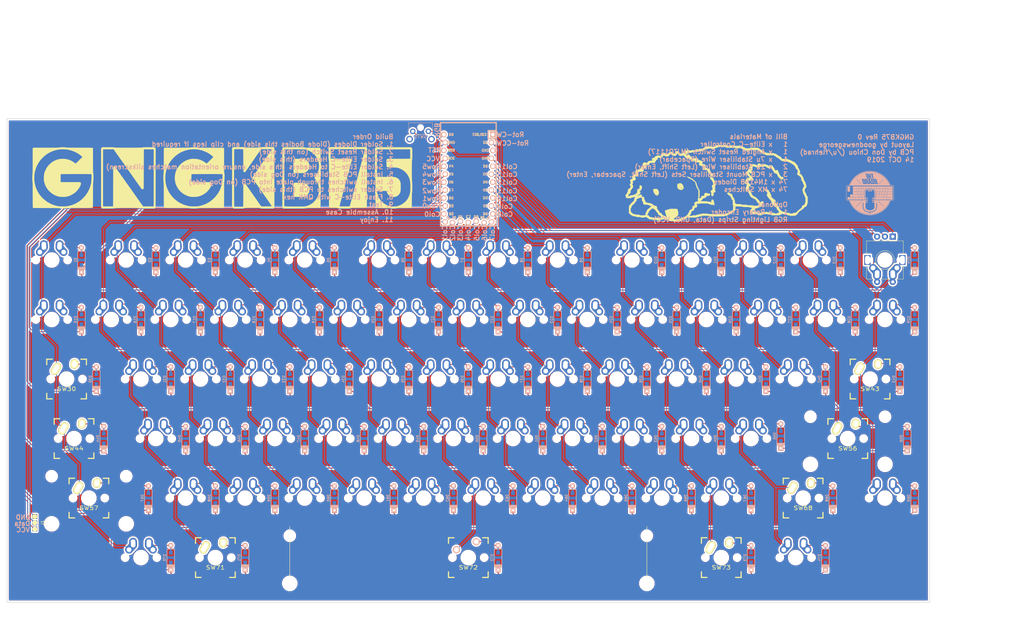
<source format=kicad_pcb>
(kicad_pcb (version 20171130) (host pcbnew "(5.0.2)-1")
  (layers (0 F.Cu signal) (31 B.Cu signal) (34 B.Paste user) (35 F.Paste user) (36 B.SilkS user) (37 F.SilkS user) (38 B.Mask user) (39 F.Mask user) (44 Edge.Cuts user))
  (net 0 "")
  (net 1 "Net-(D1-Pad2)")
  (net 2 Row0)
  (net 3 "Net-(D2-Pad2)")
  (net 4 "Net-(D3-Pad2)")
  (net 5 "Net-(D4-Pad2)")
  (net 6 "Net-(D5-Pad2)")
  (net 7 "Net-(D6-Pad2)")
  (net 8 "Net-(D7-Pad2)")
  (net 9 "Net-(D8-Pad2)")
  (net 10 "Net-(D9-Pad2)")
  (net 11 "Net-(D10-Pad2)")
  (net 12 "Net-(D11-Pad2)")
  (net 13 "Net-(D12-Pad2)")
  (net 14 "Net-(D13-Pad2)")
  (net 15 RotRow)
  (net 16 "Net-(D15-Pad2)")
  (net 17 Row1)
  (net 18 "Net-(D16-Pad2)")
  (net 19 "Net-(D17-Pad2)")
  (net 20 "Net-(D18-Pad2)")
  (net 21 "Net-(D19-Pad2)")
  (net 22 "Net-(D20-Pad2)")
  (net 23 "Net-(D21-Pad2)")
  (net 24 "Net-(D22-Pad2)")
  (net 25 "Net-(D23-Pad2)")
  (net 26 "Net-(D24-Pad2)")
  (net 27 "Net-(D25-Pad2)")
  (net 28 "Net-(D26-Pad2)")
  (net 29 "Net-(D27-Pad2)")
  (net 30 "Net-(D28-Pad2)")
  (net 31 "Net-(D29-Pad2)")
  (net 32 "Net-(D30-Pad2)")
  (net 33 Row2)
  (net 34 "Net-(D31-Pad2)")
  (net 35 "Net-(D32-Pad2)")
  (net 36 "Net-(D33-Pad2)")
  (net 37 "Net-(D34-Pad2)")
  (net 38 "Net-(D35-Pad2)")
  (net 39 "Net-(D36-Pad2)")
  (net 40 "Net-(D37-Pad2)")
  (net 41 "Net-(D38-Pad2)")
  (net 42 "Net-(D39-Pad2)")
  (net 43 "Net-(D40-Pad2)")
  (net 44 "Net-(D41-Pad2)")
  (net 45 "Net-(D42-Pad2)")
  (net 46 "Net-(D43-Pad2)")
  (net 47 "Net-(D44-Pad2)")
  (net 48 Row3)
  (net 49 "Net-(D45-Pad2)")
  (net 50 "Net-(D46-Pad2)")
  (net 51 "Net-(D47-Pad2)")
  (net 52 "Net-(D48-Pad2)")
  (net 53 "Net-(D49-Pad2)")
  (net 54 "Net-(D50-Pad2)")
  (net 55 "Net-(D51-Pad2)")
  (net 56 "Net-(D52-Pad2)")
  (net 57 "Net-(D53-Pad2)")
  (net 58 "Net-(D54-Pad2)")
  (net 59 "Net-(D55-Pad2)")
  (net 60 "Net-(D56-Pad2)")
  (net 61 "Net-(D57-Pad2)")
  (net 62 Row4)
  (net 63 "Net-(D58-Pad2)")
  (net 64 "Net-(D59-Pad2)")
  (net 65 "Net-(D60-Pad2)")
  (net 66 "Net-(D61-Pad2)")
  (net 67 "Net-(D62-Pad2)")
  (net 68 "Net-(D63-Pad2)")
  (net 69 "Net-(D64-Pad2)")
  (net 70 "Net-(D65-Pad2)")
  (net 71 "Net-(D66-Pad2)")
  (net 72 "Net-(D67-Pad2)")
  (net 73 "Net-(D68-Pad2)")
  (net 74 "Net-(D69-Pad2)")
  (net 75 "Net-(D70-Pad2)")
  (net 76 Row5)
  (net 77 "Net-(D71-Pad2)")
  (net 78 "Net-(D72-Pad2)")
  (net 79 "Net-(D73-Pad2)")
  (net 80 "Net-(D74-Pad2)")
  (net 81 VCC)
  (net 82 RGBData)
  (net 83 GND)
  (net 84 Col0)
  (net 85 Col2)
  (net 86 Col3)
  (net 87 Col4)
  (net 88 Col5)
  (net 89 Col6)
  (net 90 Col7)
  (net 91 Col8)
  (net 92 Col9)
  (net 93 Col10)
  (net 94 Col11)
  (net 95 Col12)
  (net 96 Col13)
  (net 97 Col14)
  (net 98 Col1)
  (net 99 "Net-(SW75-Pad2)")
  (net 100 RotB-CounterClockwise)
  (net 101 RotA-Clockwise)
  (net 102 "Net-(U1-Pad3)")
  (module GNGKB75:Dog_neg (layer F.Cu) (at 319.0875 95.25)
    (fp_text reference G*** hide)
    (fp_text value LOGO hide)
  )
  (module Keebie:Hybrid_PCB_150H (layer F.Cu) (at 76.2 140.49375)
    (fp_text reference SW30 (at 0 3.175) (layer F.SilkS) (effects (font (size 1.27 1.524) (thickness 0.2032))))
    (fp_text value MX_LED hide)
    (pad 1 thru_hole oval (at -3.405 -3.27 330.95) (size 2.5 4.17) (drill oval 1.5 3.17) (layers *.Cu *.Mask F.SilkS) (net 84 Col0))
    (pad 2 thru_hole oval (at 2.52 -4.79 356.1) (size 2.5 3.08) (drill oval 1.5 2.08) (layers *.Cu *.Mask F.SilkS) (net 32 "Net-(D30-Pad2)"))
    (pad HOLE np_thru_hole circle (at 0 0) (size 3.9878 3.9878) (drill 3.9878) (layers *.Cu))
    (pad HOLE np_thru_hole circle (at -5.08 0) (size 1.8 1.8) (drill 1.8) (layers *.Cu))
    (pad HOLE np_thru_hole circle (at 5.08 0) (size 1.8 1.8) (drill 1.8) (layers *.Cu))
  )
  (module Keebie:Elite-C-ZigZag (layer B.Cu) (at 204.7875 76.2 270)
    (fp_text reference U1 hide)
    (fp_text value Elite-C hide)
    (fp_text user D2 (at -11.43 -5.461 180) (layer F.SilkS) (effects (font (size 0.8 0.8))))
    (fp_text user D0 (at -1.27 -5.461 180) (layer F.SilkS) (effects (font (size 0.8 0.8))))
    (fp_text user D1 (at -3.81 -5.461 180) (layer F.SilkS) (effects (font (size 0.8 0.8))))
    (fp_text user GND (at -6.35 -5.461 180) (layer F.SilkS) (effects (font (size 0.8 0.8))))
    (fp_text user GND (at -8.89 -5.461 180) (layer F.SilkS) (effects (font (size 0.8 0.8))))
    (fp_text user D4 (at 1.27 -5.461 180) (layer F.SilkS) (effects (font (size 0.8 0.8))))
    (fp_text user C6 (at 3.81 -5.461 180) (layer F.SilkS) (effects (font (size 0.8 0.8))))
    (fp_text user D7 (at 6.35 -5.461 180) (layer F.SilkS) (effects (font (size 0.8 0.8))))
    (fp_text user E6 (at 8.89 -5.461 180) (layer F.SilkS) (effects (font (size 0.8 0.8))))
    (fp_text user B4 (at 11.43 -5.461 180) (layer F.SilkS) (effects (font (size 0.8 0.8))))
    (fp_text user B5 (at 12.7 -6.4 225) (layer F.SilkS) (effects (font (size 0.7 0.7))))
    (fp_text user B2 (at 11.43 5.461 180) (layer B.SilkS) (effects (font (size 0.8 0.8)) (justify mirror)))
    (fp_text user B3 (at 8.89 5.461 180) (layer F.SilkS) (effects (font (size 0.8 0.8))))
    (fp_text user B1 (at 6.35 5.461 180) (layer F.SilkS) (effects (font (size 0.8 0.8))))
    (fp_text user F7 (at 3.81 5.461 180) (layer B.SilkS) (effects (font (size 0.8 0.8)) (justify mirror)))
    (fp_text user F6 (at 1.27 5.461 180) (layer B.SilkS) (effects (font (size 0.8 0.8)) (justify mirror)))
    (fp_text user F5 (at -1.27 5.461 180) (layer B.SilkS) (effects (font (size 0.8 0.8)) (justify mirror)))
    (fp_text user F4 (at -3.81 5.461 180) (layer F.SilkS) (effects (font (size 0.8 0.8))))
    (fp_text user VCC (at -6.35 5.461 180) (layer F.SilkS) (effects (font (size 0.8 0.8))))
    (fp_text user GND (at -11.43 5.461 180) (layer F.SilkS) (effects (font (size 0.8 0.8))))
    (fp_text user B0 (at -13.97 5.461 180) (layer F.SilkS) (effects (font (size 0.8 0.8))))
    (fp_text user B0 (at -13.97 5.461 180) (layer B.SilkS) (effects (font (size 0.8 0.8)) (justify mirror)))
    (fp_text user GND (at -11.43 5.461 180) (layer B.SilkS) (effects (font (size 0.8 0.8)) (justify mirror)))
    (fp_text user ST (at -8.92 5.73312 180) (layer B.SilkS) (effects (font (size 0.8 0.8)) (justify mirror)))
    (fp_text user VCC (at -6.35 5.461 180) (layer B.SilkS) (effects (font (size 0.8 0.8)) (justify mirror)))
    (fp_text user F4 (at -3.81 5.461 180) (layer B.SilkS) (effects (font (size 0.8 0.8)) (justify mirror)))
    (fp_text user F5 (at -1.27 5.461 180) (layer F.SilkS) (effects (font (size 0.8 0.8))))
    (fp_text user F6 (at 1.27 5.461 180) (layer F.SilkS) (effects (font (size 0.8 0.8))))
    (fp_text user F7 (at 3.81 5.461 180) (layer F.SilkS) (effects (font (size 0.8 0.8))))
    (fp_text user B1 (at 6.35 5.461 180) (layer B.SilkS) (effects (font (size 0.8 0.8)) (justify mirror)))
    (fp_text user B3 (at 8.89 5.461 180) (layer B.SilkS) (effects (font (size 0.8 0.8)) (justify mirror)))
    (fp_text user B2 (at 11.43 5.461 180) (layer F.SilkS) (effects (font (size 0.8 0.8))))
    (fp_text user B5 (at 12.7 -6.4 225) (layer B.SilkS) (effects (font (size 0.7 0.7)) (justify mirror)))
    (fp_text user B4 (at 11.43 -5.461 180) (layer B.SilkS) (effects (font (size 0.8 0.8)) (justify mirror)))
    (fp_text user E6 (at 8.89 -5.461 180) (layer B.SilkS) (effects (font (size 0.8 0.8)) (justify mirror)))
    (fp_text user D7 (at 6.35 -5.461 180) (layer B.SilkS) (effects (font (size 0.8 0.8)) (justify mirror)))
    (fp_text user C6 (at 3.81 -5.461 180) (layer B.SilkS) (effects (font (size 0.8 0.8)) (justify mirror)))
    (fp_text user D4 (at 1.27 -5.461 180) (layer B.SilkS) (effects (font (size 0.8 0.8)) (justify mirror)))
    (fp_text user GND (at -8.89 -5.461 180) (layer B.SilkS) (effects (font (size 0.8 0.8)) (justify mirror)))
    (fp_text user GND (at -6.35 -5.461 180) (layer B.SilkS) (effects (font (size 0.8 0.8)) (justify mirror)))
    (fp_text user D1 (at -3.81 -5.461 180) (layer B.SilkS) (effects (font (size 0.8 0.8)) (justify mirror)))
    (fp_text user D0 (at -1.27 -5.461 180) (layer B.SilkS) (effects (font (size 0.8 0.8)) (justify mirror)))
    (fp_text user D2 (at -11.43 -5.461 180) (layer B.SilkS) (effects (font (size 0.8 0.8)) (justify mirror)))
    (fp_text user TX0/D3 (at -13.97 -3.571872 180) (layer F.SilkS) (effects (font (size 0.8 0.8))))
    (fp_text user TX0/D3 (at -13.97 -3.571872 180) (layer B.SilkS) (effects (font (size 0.8 0.8)) (justify mirror)))
    (fp_text user ST (at -8.91 5.04 180) (layer F.SilkS) (effects (font (size 0.8 0.8))))
    (fp_text user B7 (at 12.6 -4.5 180) (layer B.SilkS) (effects (font (size 0.7 0.7)) (justify mirror)))
    (fp_text user B7 (at 12.6 -4.5 180) (layer F.SilkS) (effects (font (size 0.7 0.7))))
    (fp_text user F0 (at 12.6 4.5 180) (layer F.SilkS) (effects (font (size 0.7 0.7))))
    (fp_text user F0 (at 12.6 4.5 180) (layer B.SilkS) (effects (font (size 0.7 0.7)) (justify mirror)))
    (fp_text user B6 (at 12.7 6.4 135 unlocked) (layer B.SilkS) (effects (font (size 0.7 0.7)) (justify mirror)))
    (fp_text user B6 (at 12.7 6.4 135 unlocked) (layer F.SilkS) (effects (font (size 0.7 0.7))))
    (fp_text user C7 (at 12.4 0 180) (layer B.SilkS) (effects (font (size 0.8 0.8)) (justify mirror)))
    (fp_text user C7 (at 12.4 0 180) (layer F.SilkS) (effects (font (size 0.8 0.8))))
    (fp_text user F1 (at 12.4 2.54 180) (layer F.SilkS) (effects (font (size 0.8 0.8))))
    (fp_text user F1 (at 12.4 2.54 180) (layer B.SilkS) (effects (font (size 0.8 0.8)) (justify mirror)))
    (fp_text user D5 (at 12.4 -2.54 180) (layer B.SilkS) (effects (font (size 0.8 0.8)) (justify mirror)))
    (fp_text user D5 (at 12.4 -2.54 180) (layer F.SilkS) (effects (font (size 0.8 0.8))))
    (pad 1 thru_hole rect (at -13.97 -7.8486 270) (size 1.7526 1.7526) (drill 1.0922) (layers *.Cu *.SilkS *.Mask) (net 101 RotA-Clockwise))
    (pad 2 thru_hole circle (at -11.43 -7.3914 270) (size 1.7526 1.7526) (drill 1.0922) (layers *.Cu *.SilkS *.Mask) (net 100 RotB-CounterClockwise))
    (pad 3 thru_hole circle (at -8.89 -7.8486 270) (size 1.7526 1.7526) (drill 1.0922) (layers *.Cu *.SilkS *.Mask) (net 102 "Net-(U1-Pad3)"))
    (pad 4 thru_hole circle (at -6.35 -7.3914 270) (size 1.7526 1.7526) (drill 1.0922) (layers *.Cu *.SilkS *.Mask) (net 83 GND))
    (pad 5 thru_hole circle (at -3.81 -7.8486 270) (size 1.7526 1.7526) (drill 1.0922) (layers *.Cu *.SilkS *.Mask) (net 97 Col14))
    (pad 6 thru_hole circle (at -1.27 -7.3914 270) (size 1.7526 1.7526) (drill 1.0922) (layers *.Cu *.SilkS *.Mask) (net 96 Col13))
    (pad 7 thru_hole circle (at 1.27 -7.8486 270) (size 1.7526 1.7526) (drill 1.0922) (layers *.Cu *.SilkS *.Mask) (net 95 Col12))
    (pad 8 thru_hole circle (at 3.81 -7.3914 270) (size 1.7526 1.7526) (drill 1.0922) (layers *.Cu *.SilkS *.Mask) (net 94 Col11))
    (pad 9 thru_hole circle (at 6.35 -7.8486 270) (size 1.7526 1.7526) (drill 1.0922) (layers *.Cu *.SilkS *.Mask) (net 93 Col10))
    (pad 10 thru_hole circle (at 8.89 -7.3914 270) (size 1.7526 1.7526) (drill 1.0922) (layers *.Cu *.SilkS *.Mask) (net 92 Col9))
    (pad 11 thru_hole circle (at 11.43 -7.8486 270) (size 1.7526 1.7526) (drill 1.0922) (layers *.Cu *.SilkS *.Mask) (net 91 Col8))
    (pad 13 thru_hole circle (at 13.97 7.3914 270) (size 1.7526 1.7526) (drill 1.0922) (layers *.Cu *.SilkS *.Mask) (net 98 Col1))
    (pad 14 thru_hole circle (at 11.43 7.8486 270) (size 1.7526 1.7526) (drill 1.0922) (layers *.Cu *.SilkS *.Mask) (net 84 Col0))
    (pad 15 thru_hole circle (at 8.89 7.3914 270) (size 1.7526 1.7526) (drill 1.0922) (layers *.Cu *.SilkS *.Mask) (net 2 Row0))
    (pad 16 thru_hole circle (at 6.35 7.8486 270) (size 1.7526 1.7526) (drill 1.0922) (layers *.Cu *.SilkS *.Mask) (net 17 Row1))
    (pad 17 thru_hole circle (at 3.81 7.3914 270) (size 1.7526 1.7526) (drill 1.0922) (layers *.Cu *.SilkS *.Mask) (net 33 Row2))
    (pad 18 thru_hole circle (at 1.27 7.8486 270) (size 1.7526 1.7526) (drill 1.0922) (layers *.Cu *.SilkS *.Mask) (net 48 Row3))
    (pad 19 thru_hole circle (at -1.27 7.3914 270) (size 1.7526 1.7526) (drill 1.0922) (layers *.Cu *.SilkS *.Mask) (net 62 Row4))
    (pad 20 thru_hole circle (at -3.81 7.8486 270) (size 1.7526 1.7526) (drill 1.0922) (layers *.Cu *.SilkS *.Mask) (net 76 Row5))
    (pad 21 thru_hole circle (at -6.35 7.3914 270) (size 1.7526 1.7526) (drill 1.0922) (layers *.Cu *.SilkS *.Mask) (net 81 VCC))
    (pad 22 thru_hole circle (at -8.89 7.8486 270) (size 1.7526 1.7526) (drill 1.0922) (layers *.Cu *.SilkS *.Mask) (net 99 "Net-(SW75-Pad2)"))
    (pad 23 thru_hole circle (at -11.43 7.3914 270) (size 1.7526 1.7526) (drill 1.0922) (layers *.Cu *.SilkS *.Mask) (net 83 GND))
    (pad 12 thru_hole circle (at 13.97 -7.3914 270) (size 1.7526 1.7526) (drill 1.0922) (layers *.Cu *.SilkS *.Mask) (net 90 Col7))
    (pad 24 thru_hole circle (at -13.97 7.8486 270) (size 1.7526 1.7526) (drill 1.0922) (layers *.Cu *.SilkS *.Mask) (net 82 RGBData))
    (pad 29 thru_hole circle (at 14.1986 5.08 270) (size 1.7526 1.7526) (drill 1.0922) (layers *.Cu *.SilkS *.Mask) (net 85 Col2))
    (pad 28 thru_hole circle (at 13.7414 2.54 270) (size 1.7526 1.7526) (drill 1.0922) (layers *.Cu *.SilkS *.Mask) (net 86 Col3))
    (pad 27 thru_hole circle (at 14.1986 0 270) (size 1.7526 1.7526) (drill 1.0922) (layers *.Cu *.SilkS *.Mask) (net 87 Col4))
    (pad 26 thru_hole circle (at 13.7414 -2.54 270) (size 1.7526 1.7526) (drill 1.0922) (layers *.Cu *.SilkS *.Mask) (net 88 Col5))
    (pad 25 thru_hole circle (at 14.1986 -5.08 270) (size 1.7526 1.7526) (drill 1.0922) (layers *.Cu *.SilkS *.Mask) (net 89 Col6))
  )
  (module keyboard_parts:D_SOD123_axial (layer B.Cu) (at 80.9625 102.39375 90)
    (fp_text reference D1 (at 0 -1.925 90) (layer B.SilkS) (effects (font (size 0.8 0.8)) (justify mirror)))
    (fp_text value D hide)
    (pad 2 smd rect (at 1.575 0 90) (size 1.2 1.2) (layers B.Cu B.Paste B.Mask) (net 1 "Net-(D1-Pad2)"))
    (pad 1 smd rect (at -1.575 0 90) (size 1.2 1.2) (layers B.Cu B.Paste B.Mask) (net 2 Row0))
    (pad 1 thru_hole rect (at -3.9 0 90) (size 1.6 1.6) (drill 0.7) (layers *.Cu *.Mask B.SilkS) (net 2 Row0))
    (pad 2 thru_hole circle (at 3.9 0 90) (size 1.6 1.6) (drill 0.7) (layers *.Cu *.Mask B.SilkS) (net 1 "Net-(D1-Pad2)"))
    (pad 1 smd rect (at -2.7 0 90) (size 2.5 0.5) (layers B.Cu) (net 2 Row0))
    (pad 2 smd rect (at 2.7 0 90) (size 2.5 0.5) (layers B.Cu) (net 1 "Net-(D1-Pad2)"))
  )
  (module keyboard_parts:D_SOD123_axial (layer B.Cu) (at 104.775 102.39375 90)
    (fp_text reference D2 (at 0 -1.925 90) (layer B.SilkS) (effects (font (size 0.8 0.8)) (justify mirror)))
    (fp_text value D hide)
    (pad 2 smd rect (at 2.7 0 90) (size 2.5 0.5) (layers B.Cu) (net 3 "Net-(D2-Pad2)"))
    (pad 1 smd rect (at -2.7 0 90) (size 2.5 0.5) (layers B.Cu) (net 2 Row0))
    (pad 2 thru_hole circle (at 3.9 0 90) (size 1.6 1.6) (drill 0.7) (layers *.Cu *.Mask B.SilkS) (net 3 "Net-(D2-Pad2)"))
    (pad 1 thru_hole rect (at -3.9 0 90) (size 1.6 1.6) (drill 0.7) (layers *.Cu *.Mask B.SilkS) (net 2 Row0))
    (pad 1 smd rect (at -1.575 0 90) (size 1.2 1.2) (layers B.Cu B.Paste B.Mask) (net 2 Row0))
    (pad 2 smd rect (at 1.575 0 90) (size 1.2 1.2) (layers B.Cu B.Paste B.Mask) (net 3 "Net-(D2-Pad2)"))
  )
  (module keyboard_parts:D_SOD123_axial (layer B.Cu) (at 123.825 102.39375 90)
    (fp_text reference D3 (at 0 -1.925 90) (layer B.SilkS) (effects (font (size 0.8 0.8)) (justify mirror)))
    (fp_text value D hide)
    (pad 2 smd rect (at 1.575 0 90) (size 1.2 1.2) (layers B.Cu B.Paste B.Mask) (net 4 "Net-(D3-Pad2)"))
    (pad 1 smd rect (at -1.575 0 90) (size 1.2 1.2) (layers B.Cu B.Paste B.Mask) (net 2 Row0))
    (pad 1 thru_hole rect (at -3.9 0 90) (size 1.6 1.6) (drill 0.7) (layers *.Cu *.Mask B.SilkS) (net 2 Row0))
    (pad 2 thru_hole circle (at 3.9 0 90) (size 1.6 1.6) (drill 0.7) (layers *.Cu *.Mask B.SilkS) (net 4 "Net-(D3-Pad2)"))
    (pad 1 smd rect (at -2.7 0 90) (size 2.5 0.5) (layers B.Cu) (net 2 Row0))
    (pad 2 smd rect (at 2.7 0 90) (size 2.5 0.5) (layers B.Cu) (net 4 "Net-(D3-Pad2)"))
  )
  (module keyboard_parts:D_SOD123_axial (layer B.Cu) (at 142.875 102.39375 90)
    (fp_text reference D4 (at 0 -1.925 90) (layer B.SilkS) (effects (font (size 0.8 0.8)) (justify mirror)))
    (fp_text value D hide)
    (pad 2 smd rect (at 2.7 0 90) (size 2.5 0.5) (layers B.Cu) (net 5 "Net-(D4-Pad2)"))
    (pad 1 smd rect (at -2.7 0 90) (size 2.5 0.5) (layers B.Cu) (net 2 Row0))
    (pad 2 thru_hole circle (at 3.9 0 90) (size 1.6 1.6) (drill 0.7) (layers *.Cu *.Mask B.SilkS) (net 5 "Net-(D4-Pad2)"))
    (pad 1 thru_hole rect (at -3.9 0 90) (size 1.6 1.6) (drill 0.7) (layers *.Cu *.Mask B.SilkS) (net 2 Row0))
    (pad 1 smd rect (at -1.575 0 90) (size 1.2 1.2) (layers B.Cu B.Paste B.Mask) (net 2 Row0))
    (pad 2 smd rect (at 1.575 0 90) (size 1.2 1.2) (layers B.Cu B.Paste B.Mask) (net 5 "Net-(D4-Pad2)"))
  )
  (module keyboard_parts:D_SOD123_axial (layer B.Cu) (at 161.925 102.39375 90)
    (fp_text reference D5 (at 0 -1.925 90) (layer B.SilkS) (effects (font (size 0.8 0.8)) (justify mirror)))
    (fp_text value D hide)
    (pad 2 smd rect (at 1.575 0 90) (size 1.2 1.2) (layers B.Cu B.Paste B.Mask) (net 6 "Net-(D5-Pad2)"))
    (pad 1 smd rect (at -1.575 0 90) (size 1.2 1.2) (layers B.Cu B.Paste B.Mask) (net 2 Row0))
    (pad 1 thru_hole rect (at -3.9 0 90) (size 1.6 1.6) (drill 0.7) (layers *.Cu *.Mask B.SilkS) (net 2 Row0))
    (pad 2 thru_hole circle (at 3.9 0 90) (size 1.6 1.6) (drill 0.7) (layers *.Cu *.Mask B.SilkS) (net 6 "Net-(D5-Pad2)"))
    (pad 1 smd rect (at -2.7 0 90) (size 2.5 0.5) (layers B.Cu) (net 2 Row0))
    (pad 2 smd rect (at 2.7 0 90) (size 2.5 0.5) (layers B.Cu) (net 6 "Net-(D5-Pad2)"))
  )
  (module keyboard_parts:D_SOD123_axial (layer B.Cu) (at 185.7375 102.39375 90)
    (fp_text reference D6 (at 0 -1.925 90) (layer B.SilkS) (effects (font (size 0.8 0.8)) (justify mirror)))
    (fp_text value D hide)
    (pad 2 smd rect (at 2.7 0 90) (size 2.5 0.5) (layers B.Cu) (net 7 "Net-(D6-Pad2)"))
    (pad 1 smd rect (at -2.7 0 90) (size 2.5 0.5) (layers B.Cu) (net 2 Row0))
    (pad 2 thru_hole circle (at 3.9 0 90) (size 1.6 1.6) (drill 0.7) (layers *.Cu *.Mask B.SilkS) (net 7 "Net-(D6-Pad2)"))
    (pad 1 thru_hole rect (at -3.9 0 90) (size 1.6 1.6) (drill 0.7) (layers *.Cu *.Mask B.SilkS) (net 2 Row0))
    (pad 1 smd rect (at -1.575 0 90) (size 1.2 1.2) (layers B.Cu B.Paste B.Mask) (net 2 Row0))
    (pad 2 smd rect (at 1.575 0 90) (size 1.2 1.2) (layers B.Cu B.Paste B.Mask) (net 7 "Net-(D6-Pad2)"))
  )
  (module keyboard_parts:D_SOD123_axial (layer B.Cu) (at 204.7875 102.39375 90)
    (fp_text reference D7 (at 0 -1.925 90) (layer B.SilkS) (effects (font (size 0.8 0.8)) (justify mirror)))
    (fp_text value D hide)
    (pad 2 smd rect (at 1.575 0 90) (size 1.2 1.2) (layers B.Cu B.Paste B.Mask) (net 8 "Net-(D7-Pad2)"))
    (pad 1 smd rect (at -1.575 0 90) (size 1.2 1.2) (layers B.Cu B.Paste B.Mask) (net 2 Row0))
    (pad 1 thru_hole rect (at -3.9 0 90) (size 1.6 1.6) (drill 0.7) (layers *.Cu *.Mask B.SilkS) (net 2 Row0))
    (pad 2 thru_hole circle (at 3.9 0 90) (size 1.6 1.6) (drill 0.7) (layers *.Cu *.Mask B.SilkS) (net 8 "Net-(D7-Pad2)"))
    (pad 1 smd rect (at -2.7 0 90) (size 2.5 0.5) (layers B.Cu) (net 2 Row0))
    (pad 2 smd rect (at 2.7 0 90) (size 2.5 0.5) (layers B.Cu) (net 8 "Net-(D7-Pad2)"))
  )
  (module keyboard_parts:D_SOD123_axial (layer B.Cu) (at 223.8375 102.39375 90)
    (fp_text reference D8 (at 0 -1.925 90) (layer B.SilkS) (effects (font (size 0.8 0.8)) (justify mirror)))
    (fp_text value D hide)
    (pad 2 smd rect (at 2.7 0 90) (size 2.5 0.5) (layers B.Cu) (net 9 "Net-(D8-Pad2)"))
    (pad 1 smd rect (at -2.7 0 90) (size 2.5 0.5) (layers B.Cu) (net 2 Row0))
    (pad 2 thru_hole circle (at 3.9 0 90) (size 1.6 1.6) (drill 0.7) (layers *.Cu *.Mask B.SilkS) (net 9 "Net-(D8-Pad2)"))
    (pad 1 thru_hole rect (at -3.9 0 90) (size 1.6 1.6) (drill 0.7) (layers *.Cu *.Mask B.SilkS) (net 2 Row0))
    (pad 1 smd rect (at -1.575 0 90) (size 1.2 1.2) (layers B.Cu B.Paste B.Mask) (net 2 Row0))
    (pad 2 smd rect (at 1.575 0 90) (size 1.2 1.2) (layers B.Cu B.Paste B.Mask) (net 9 "Net-(D8-Pad2)"))
  )
  (module keyboard_parts:D_SOD123_axial (layer B.Cu) (at 242.8875 102.39375 90)
    (fp_text reference D9 (at 0 -1.925 90) (layer B.SilkS) (effects (font (size 0.8 0.8)) (justify mirror)))
    (fp_text value D hide)
    (pad 2 smd rect (at 1.575 0 90) (size 1.2 1.2) (layers B.Cu B.Paste B.Mask) (net 10 "Net-(D9-Pad2)"))
    (pad 1 smd rect (at -1.575 0 90) (size 1.2 1.2) (layers B.Cu B.Paste B.Mask) (net 2 Row0))
    (pad 1 thru_hole rect (at -3.9 0 90) (size 1.6 1.6) (drill 0.7) (layers *.Cu *.Mask B.SilkS) (net 2 Row0))
    (pad 2 thru_hole circle (at 3.9 0 90) (size 1.6 1.6) (drill 0.7) (layers *.Cu *.Mask B.SilkS) (net 10 "Net-(D9-Pad2)"))
    (pad 1 smd rect (at -2.7 0 90) (size 2.5 0.5) (layers B.Cu) (net 2 Row0))
    (pad 2 smd rect (at 2.7 0 90) (size 2.5 0.5) (layers B.Cu) (net 10 "Net-(D9-Pad2)"))
  )
  (module keyboard_parts:D_SOD123_axial (layer B.Cu) (at 266.7 102.39375 90)
    (fp_text reference D10 (at 0 -1.925 90) (layer B.SilkS) (effects (font (size 0.8 0.8)) (justify mirror)))
    (fp_text value D hide)
    (pad 2 smd rect (at 2.7 0 90) (size 2.5 0.5) (layers B.Cu) (net 11 "Net-(D10-Pad2)"))
    (pad 1 smd rect (at -2.7 0 90) (size 2.5 0.5) (layers B.Cu) (net 2 Row0))
    (pad 2 thru_hole circle (at 3.9 0 90) (size 1.6 1.6) (drill 0.7) (layers *.Cu *.Mask B.SilkS) (net 11 "Net-(D10-Pad2)"))
    (pad 1 thru_hole rect (at -3.9 0 90) (size 1.6 1.6) (drill 0.7) (layers *.Cu *.Mask B.SilkS) (net 2 Row0))
    (pad 1 smd rect (at -1.575 0 90) (size 1.2 1.2) (layers B.Cu B.Paste B.Mask) (net 2 Row0))
    (pad 2 smd rect (at 1.575 0 90) (size 1.2 1.2) (layers B.Cu B.Paste B.Mask) (net 11 "Net-(D10-Pad2)"))
  )
  (module keyboard_parts:D_SOD123_axial (layer B.Cu) (at 285.75 102.39375 90)
    (fp_text reference D11 (at 0 -1.925 90) (layer B.SilkS) (effects (font (size 0.8 0.8)) (justify mirror)))
    (fp_text value D hide)
    (pad 2 smd rect (at 1.575 0 90) (size 1.2 1.2) (layers B.Cu B.Paste B.Mask) (net 12 "Net-(D11-Pad2)"))
    (pad 1 smd rect (at -1.575 0 90) (size 1.2 1.2) (layers B.Cu B.Paste B.Mask) (net 2 Row0))
    (pad 1 thru_hole rect (at -3.9 0 90) (size 1.6 1.6) (drill 0.7) (layers *.Cu *.Mask B.SilkS) (net 2 Row0))
    (pad 2 thru_hole circle (at 3.9 0 90) (size 1.6 1.6) (drill 0.7) (layers *.Cu *.Mask B.SilkS) (net 12 "Net-(D11-Pad2)"))
    (pad 1 smd rect (at -2.7 0 90) (size 2.5 0.5) (layers B.Cu) (net 2 Row0))
    (pad 2 smd rect (at 2.7 0 90) (size 2.5 0.5) (layers B.Cu) (net 12 "Net-(D11-Pad2)"))
  )
  (module keyboard_parts:D_SOD123_axial (layer B.Cu) (at 304.8 102.39375 90)
    (fp_text reference D12 (at 0 -1.925 90) (layer B.SilkS) (effects (font (size 0.8 0.8)) (justify mirror)))
    (fp_text value D hide)
    (pad 2 smd rect (at 2.7 0 90) (size 2.5 0.5) (layers B.Cu) (net 13 "Net-(D12-Pad2)"))
    (pad 1 smd rect (at -2.7 0 90) (size 2.5 0.5) (layers B.Cu) (net 2 Row0))
    (pad 2 thru_hole circle (at 3.9 0 90) (size 1.6 1.6) (drill 0.7) (layers *.Cu *.Mask B.SilkS) (net 13 "Net-(D12-Pad2)"))
    (pad 1 thru_hole rect (at -3.9 0 90) (size 1.6 1.6) (drill 0.7) (layers *.Cu *.Mask B.SilkS) (net 2 Row0))
    (pad 1 smd rect (at -1.575 0 90) (size 1.2 1.2) (layers B.Cu B.Paste B.Mask) (net 2 Row0))
    (pad 2 smd rect (at 1.575 0 90) (size 1.2 1.2) (layers B.Cu B.Paste B.Mask) (net 13 "Net-(D12-Pad2)"))
  )
  (module keyboard_parts:D_SOD123_axial (layer B.Cu) (at 323.85 102.39375 90)
    (fp_text reference D13 (at 0 -1.925 90) (layer B.SilkS) (effects (font (size 0.8 0.8)) (justify mirror)))
    (fp_text value D hide)
    (pad 2 smd rect (at 1.575 0 90) (size 1.2 1.2) (layers B.Cu B.Paste B.Mask) (net 14 "Net-(D13-Pad2)"))
    (pad 1 smd rect (at -1.575 0 90) (size 1.2 1.2) (layers B.Cu B.Paste B.Mask) (net 2 Row0))
    (pad 1 thru_hole rect (at -3.9 0 90) (size 1.6 1.6) (drill 0.7) (layers *.Cu *.Mask B.SilkS) (net 2 Row0))
    (pad 2 thru_hole circle (at 3.9 0 90) (size 1.6 1.6) (drill 0.7) (layers *.Cu *.Mask B.SilkS) (net 14 "Net-(D13-Pad2)"))
    (pad 1 smd rect (at -2.7 0 90) (size 2.5 0.5) (layers B.Cu) (net 2 Row0))
    (pad 2 smd rect (at 2.7 0 90) (size 2.5 0.5) (layers B.Cu) (net 14 "Net-(D13-Pad2)"))
  )
  (module keyboard_parts:D_SOD123_axial (layer B.Cu) (at 347.6625 102.39375 90)
    (fp_text reference D14 (at 0 -1.925 90) (layer B.SilkS) (effects (font (size 0.8 0.8)) (justify mirror)))
    (fp_text value D hide)
    (pad 2 smd rect (at 2.7 0 90) (size 2.5 0.5) (layers B.Cu) (net 15 RotRow))
    (pad 1 smd rect (at -2.7 0 90) (size 2.5 0.5) (layers B.Cu) (net 2 Row0))
    (pad 2 thru_hole circle (at 3.9 0 90) (size 1.6 1.6) (drill 0.7) (layers *.Cu *.Mask B.SilkS) (net 15 RotRow))
    (pad 1 thru_hole rect (at -3.9 0 90) (size 1.6 1.6) (drill 0.7) (layers *.Cu *.Mask B.SilkS) (net 2 Row0))
    (pad 1 smd rect (at -1.575 0 90) (size 1.2 1.2) (layers B.Cu B.Paste B.Mask) (net 2 Row0))
    (pad 2 smd rect (at 1.575 0 90) (size 1.2 1.2) (layers B.Cu B.Paste B.Mask) (net 15 RotRow))
  )
  (module keyboard_parts:D_SOD123_axial (layer B.Cu) (at 80.9625 121.44375 90)
    (fp_text reference D15 (at 0 -1.925 90) (layer B.SilkS) (effects (font (size 0.8 0.8)) (justify mirror)))
    (fp_text value D hide)
    (pad 2 smd rect (at 1.575 0 90) (size 1.2 1.2) (layers B.Cu B.Paste B.Mask) (net 16 "Net-(D15-Pad2)"))
    (pad 1 smd rect (at -1.575 0 90) (size 1.2 1.2) (layers B.Cu B.Paste B.Mask) (net 17 Row1))
    (pad 1 thru_hole rect (at -3.9 0 90) (size 1.6 1.6) (drill 0.7) (layers *.Cu *.Mask B.SilkS) (net 17 Row1))
    (pad 2 thru_hole circle (at 3.9 0 90) (size 1.6 1.6) (drill 0.7) (layers *.Cu *.Mask B.SilkS) (net 16 "Net-(D15-Pad2)"))
    (pad 1 smd rect (at -2.7 0 90) (size 2.5 0.5) (layers B.Cu) (net 17 Row1))
    (pad 2 smd rect (at 2.7 0 90) (size 2.5 0.5) (layers B.Cu) (net 16 "Net-(D15-Pad2)"))
  )
  (module keyboard_parts:D_SOD123_axial (layer B.Cu) (at 100.0125 121.44375 90)
    (fp_text reference D16 (at 0 -1.925 90) (layer B.SilkS) (effects (font (size 0.8 0.8)) (justify mirror)))
    (fp_text value D hide)
    (pad 2 smd rect (at 2.7 0 90) (size 2.5 0.5) (layers B.Cu) (net 18 "Net-(D16-Pad2)"))
    (pad 1 smd rect (at -2.7 0 90) (size 2.5 0.5) (layers B.Cu) (net 17 Row1))
    (pad 2 thru_hole circle (at 3.9 0 90) (size 1.6 1.6) (drill 0.7) (layers *.Cu *.Mask B.SilkS) (net 18 "Net-(D16-Pad2)"))
    (pad 1 thru_hole rect (at -3.9 0 90) (size 1.6 1.6) (drill 0.7) (layers *.Cu *.Mask B.SilkS) (net 17 Row1))
    (pad 1 smd rect (at -1.575 0 90) (size 1.2 1.2) (layers B.Cu B.Paste B.Mask) (net 17 Row1))
    (pad 2 smd rect (at 1.575 0 90) (size 1.2 1.2) (layers B.Cu B.Paste B.Mask) (net 18 "Net-(D16-Pad2)"))
  )
  (module keyboard_parts:D_SOD123_axial (layer B.Cu) (at 119.0625 121.44375 90)
    (fp_text reference D17 (at 0 -1.925 90) (layer B.SilkS) (effects (font (size 0.8 0.8)) (justify mirror)))
    (fp_text value D hide)
    (pad 2 smd rect (at 1.575 0 90) (size 1.2 1.2) (layers B.Cu B.Paste B.Mask) (net 19 "Net-(D17-Pad2)"))
    (pad 1 smd rect (at -1.575 0 90) (size 1.2 1.2) (layers B.Cu B.Paste B.Mask) (net 17 Row1))
    (pad 1 thru_hole rect (at -3.9 0 90) (size 1.6 1.6) (drill 0.7) (layers *.Cu *.Mask B.SilkS) (net 17 Row1))
    (pad 2 thru_hole circle (at 3.9 0 90) (size 1.6 1.6) (drill 0.7) (layers *.Cu *.Mask B.SilkS) (net 19 "Net-(D17-Pad2)"))
    (pad 1 smd rect (at -2.7 0 90) (size 2.5 0.5) (layers B.Cu) (net 17 Row1))
    (pad 2 smd rect (at 2.7 0 90) (size 2.5 0.5) (layers B.Cu) (net 19 "Net-(D17-Pad2)"))
  )
  (module keyboard_parts:D_SOD123_axial (layer B.Cu) (at 138.1125 121.44375 90)
    (fp_text reference D18 (at 0 -1.925 90) (layer B.SilkS) (effects (font (size 0.8 0.8)) (justify mirror)))
    (fp_text value D hide)
    (pad 2 smd rect (at 2.7 0 90) (size 2.5 0.5) (layers B.Cu) (net 20 "Net-(D18-Pad2)"))
    (pad 1 smd rect (at -2.7 0 90) (size 2.5 0.5) (layers B.Cu) (net 17 Row1))
    (pad 2 thru_hole circle (at 3.9 0 90) (size 1.6 1.6) (drill 0.7) (layers *.Cu *.Mask B.SilkS) (net 20 "Net-(D18-Pad2)"))
    (pad 1 thru_hole rect (at -3.9 0 90) (size 1.6 1.6) (drill 0.7) (layers *.Cu *.Mask B.SilkS) (net 17 Row1))
    (pad 1 smd rect (at -1.575 0 90) (size 1.2 1.2) (layers B.Cu B.Paste B.Mask) (net 17 Row1))
    (pad 2 smd rect (at 1.575 0 90) (size 1.2 1.2) (layers B.Cu B.Paste B.Mask) (net 20 "Net-(D18-Pad2)"))
  )
  (module keyboard_parts:D_SOD123_axial (layer B.Cu) (at 157.1625 121.44375 90)
    (fp_text reference D19 (at 0 -1.925 90) (layer B.SilkS) (effects (font (size 0.8 0.8)) (justify mirror)))
    (fp_text value D hide)
    (pad 2 smd rect (at 1.575 0 90) (size 1.2 1.2) (layers B.Cu B.Paste B.Mask) (net 21 "Net-(D19-Pad2)"))
    (pad 1 smd rect (at -1.575 0 90) (size 1.2 1.2) (layers B.Cu B.Paste B.Mask) (net 17 Row1))
    (pad 1 thru_hole rect (at -3.9 0 90) (size 1.6 1.6) (drill 0.7) (layers *.Cu *.Mask B.SilkS) (net 17 Row1))
    (pad 2 thru_hole circle (at 3.9 0 90) (size 1.6 1.6) (drill 0.7) (layers *.Cu *.Mask B.SilkS) (net 21 "Net-(D19-Pad2)"))
    (pad 1 smd rect (at -2.7 0 90) (size 2.5 0.5) (layers B.Cu) (net 17 Row1))
    (pad 2 smd rect (at 2.7 0 90) (size 2.5 0.5) (layers B.Cu) (net 21 "Net-(D19-Pad2)"))
  )
  (module keyboard_parts:D_SOD123_axial (layer B.Cu) (at 176.2125 121.44375 90)
    (fp_text reference D20 (at 0 -1.925 90) (layer B.SilkS) (effects (font (size 0.8 0.8)) (justify mirror)))
    (fp_text value D hide)
    (pad 2 smd rect (at 2.7 0 90) (size 2.5 0.5) (layers B.Cu) (net 22 "Net-(D20-Pad2)"))
    (pad 1 smd rect (at -2.7 0 90) (size 2.5 0.5) (layers B.Cu) (net 17 Row1))
    (pad 2 thru_hole circle (at 3.9 0 90) (size 1.6 1.6) (drill 0.7) (layers *.Cu *.Mask B.SilkS) (net 22 "Net-(D20-Pad2)"))
    (pad 1 thru_hole rect (at -3.9 0 90) (size 1.6 1.6) (drill 0.7) (layers *.Cu *.Mask B.SilkS) (net 17 Row1))
    (pad 1 smd rect (at -1.575 0 90) (size 1.2 1.2) (layers B.Cu B.Paste B.Mask) (net 17 Row1))
    (pad 2 smd rect (at 1.575 0 90) (size 1.2 1.2) (layers B.Cu B.Paste B.Mask) (net 22 "Net-(D20-Pad2)"))
  )
  (module keyboard_parts:D_SOD123_axial (layer B.Cu) (at 195.2625 121.44375 90)
    (fp_text reference D21 (at 0 -1.925 90) (layer B.SilkS) (effects (font (size 0.8 0.8)) (justify mirror)))
    (fp_text value D hide)
    (pad 2 smd rect (at 1.575 0 90) (size 1.2 1.2) (layers B.Cu B.Paste B.Mask) (net 23 "Net-(D21-Pad2)"))
    (pad 1 smd rect (at -1.575 0 90) (size 1.2 1.2) (layers B.Cu B.Paste B.Mask) (net 17 Row1))
    (pad 1 thru_hole rect (at -3.9 0 90) (size 1.6 1.6) (drill 0.7) (layers *.Cu *.Mask B.SilkS) (net 17 Row1))
    (pad 2 thru_hole circle (at 3.9 0 90) (size 1.6 1.6) (drill 0.7) (layers *.Cu *.Mask B.SilkS) (net 23 "Net-(D21-Pad2)"))
    (pad 1 smd rect (at -2.7 0 90) (size 2.5 0.5) (layers B.Cu) (net 17 Row1))
    (pad 2 smd rect (at 2.7 0 90) (size 2.5 0.5) (layers B.Cu) (net 23 "Net-(D21-Pad2)"))
  )
  (module keyboard_parts:D_SOD123_axial (layer B.Cu) (at 214.3125 121.44375 90)
    (fp_text reference D22 (at 0 -1.925 90) (layer B.SilkS) (effects (font (size 0.8 0.8)) (justify mirror)))
    (fp_text value D hide)
    (pad 2 smd rect (at 2.7 0 90) (size 2.5 0.5) (layers B.Cu) (net 24 "Net-(D22-Pad2)"))
    (pad 1 smd rect (at -2.7 0 90) (size 2.5 0.5) (layers B.Cu) (net 17 Row1))
    (pad 2 thru_hole circle (at 3.9 0 90) (size 1.6 1.6) (drill 0.7) (layers *.Cu *.Mask B.SilkS) (net 24 "Net-(D22-Pad2)"))
    (pad 1 thru_hole rect (at -3.9 0 90) (size 1.6 1.6) (drill 0.7) (layers *.Cu *.Mask B.SilkS) (net 17 Row1))
    (pad 1 smd rect (at -1.575 0 90) (size 1.2 1.2) (layers B.Cu B.Paste B.Mask) (net 17 Row1))
    (pad 2 smd rect (at 1.575 0 90) (size 1.2 1.2) (layers B.Cu B.Paste B.Mask) (net 24 "Net-(D22-Pad2)"))
  )
  (module keyboard_parts:D_SOD123_axial (layer B.Cu) (at 233.3625 121.44375 90)
    (fp_text reference D23 (at 0 -1.925 90) (layer B.SilkS) (effects (font (size 0.8 0.8)) (justify mirror)))
    (fp_text value D hide)
    (pad 2 smd rect (at 1.575 0 90) (size 1.2 1.2) (layers B.Cu B.Paste B.Mask) (net 25 "Net-(D23-Pad2)"))
    (pad 1 smd rect (at -1.575 0 90) (size 1.2 1.2) (layers B.Cu B.Paste B.Mask) (net 17 Row1))
    (pad 1 thru_hole rect (at -3.9 0 90) (size 1.6 1.6) (drill 0.7) (layers *.Cu *.Mask B.SilkS) (net 17 Row1))
    (pad 2 thru_hole circle (at 3.9 0 90) (size 1.6 1.6) (drill 0.7) (layers *.Cu *.Mask B.SilkS) (net 25 "Net-(D23-Pad2)"))
    (pad 1 smd rect (at -2.7 0 90) (size 2.5 0.5) (layers B.Cu) (net 17 Row1))
    (pad 2 smd rect (at 2.7 0 90) (size 2.5 0.5) (layers B.Cu) (net 25 "Net-(D23-Pad2)"))
  )
  (module keyboard_parts:D_SOD123_axial (layer B.Cu) (at 252.4125 121.44375 90)
    (fp_text reference D24 (at 0 -1.925 90) (layer B.SilkS) (effects (font (size 0.8 0.8)) (justify mirror)))
    (fp_text value D hide)
    (pad 2 smd rect (at 2.7 0 90) (size 2.5 0.5) (layers B.Cu) (net 26 "Net-(D24-Pad2)"))
    (pad 1 smd rect (at -2.7 0 90) (size 2.5 0.5) (layers B.Cu) (net 17 Row1))
    (pad 2 thru_hole circle (at 3.9 0 90) (size 1.6 1.6) (drill 0.7) (layers *.Cu *.Mask B.SilkS) (net 26 "Net-(D24-Pad2)"))
    (pad 1 thru_hole rect (at -3.9 0 90) (size 1.6 1.6) (drill 0.7) (layers *.Cu *.Mask B.SilkS) (net 17 Row1))
    (pad 1 smd rect (at -1.575 0 90) (size 1.2 1.2) (layers B.Cu B.Paste B.Mask) (net 17 Row1))
    (pad 2 smd rect (at 1.575 0 90) (size 1.2 1.2) (layers B.Cu B.Paste B.Mask) (net 26 "Net-(D24-Pad2)"))
  )
  (module keyboard_parts:D_SOD123_axial (layer B.Cu) (at 271.4625 121.44375 90)
    (fp_text reference D25 (at 0 -1.925 90) (layer B.SilkS) (effects (font (size 0.8 0.8)) (justify mirror)))
    (fp_text value D hide)
    (pad 2 smd rect (at 1.575 0 90) (size 1.2 1.2) (layers B.Cu B.Paste B.Mask) (net 27 "Net-(D25-Pad2)"))
    (pad 1 smd rect (at -1.575 0 90) (size 1.2 1.2) (layers B.Cu B.Paste B.Mask) (net 17 Row1))
    (pad 1 thru_hole rect (at -3.9 0 90) (size 1.6 1.6) (drill 0.7) (layers *.Cu *.Mask B.SilkS) (net 17 Row1))
    (pad 2 thru_hole circle (at 3.9 0 90) (size 1.6 1.6) (drill 0.7) (layers *.Cu *.Mask B.SilkS) (net 27 "Net-(D25-Pad2)"))
    (pad 1 smd rect (at -2.7 0 90) (size 2.5 0.5) (layers B.Cu) (net 17 Row1))
    (pad 2 smd rect (at 2.7 0 90) (size 2.5 0.5) (layers B.Cu) (net 27 "Net-(D25-Pad2)"))
  )
  (module keyboard_parts:D_SOD123_axial (layer B.Cu) (at 290.5125 121.44375 90)
    (fp_text reference D26 (at 0 -1.925 90) (layer B.SilkS) (effects (font (size 0.8 0.8)) (justify mirror)))
    (fp_text value D hide)
    (pad 2 smd rect (at 2.7 0 90) (size 2.5 0.5) (layers B.Cu) (net 28 "Net-(D26-Pad2)"))
    (pad 1 smd rect (at -2.7 0 90) (size 2.5 0.5) (layers B.Cu) (net 17 Row1))
    (pad 2 thru_hole circle (at 3.9 0 90) (size 1.6 1.6) (drill 0.7) (layers *.Cu *.Mask B.SilkS) (net 28 "Net-(D26-Pad2)"))
    (pad 1 thru_hole rect (at -3.9 0 90) (size 1.6 1.6) (drill 0.7) (layers *.Cu *.Mask B.SilkS) (net 17 Row1))
    (pad 1 smd rect (at -1.575 0 90) (size 1.2 1.2) (layers B.Cu B.Paste B.Mask) (net 17 Row1))
    (pad 2 smd rect (at 1.575 0 90) (size 1.2 1.2) (layers B.Cu B.Paste B.Mask) (net 28 "Net-(D26-Pad2)"))
  )
  (module keyboard_parts:D_SOD123_axial (layer B.Cu) (at 309.5625 121.44375 90)
    (fp_text reference D27 (at 0 -1.925 90) (layer B.SilkS) (effects (font (size 0.8 0.8)) (justify mirror)))
    (fp_text value D hide)
    (pad 2 smd rect (at 1.575 0 90) (size 1.2 1.2) (layers B.Cu B.Paste B.Mask) (net 29 "Net-(D27-Pad2)"))
    (pad 1 smd rect (at -1.575 0 90) (size 1.2 1.2) (layers B.Cu B.Paste B.Mask) (net 17 Row1))
    (pad 1 thru_hole rect (at -3.9 0 90) (size 1.6 1.6) (drill 0.7) (layers *.Cu *.Mask B.SilkS) (net 17 Row1))
    (pad 2 thru_hole circle (at 3.9 0 90) (size 1.6 1.6) (drill 0.7) (layers *.Cu *.Mask B.SilkS) (net 29 "Net-(D27-Pad2)"))
    (pad 1 smd rect (at -2.7 0 90) (size 2.5 0.5) (layers B.Cu) (net 17 Row1))
    (pad 2 smd rect (at 2.7 0 90) (size 2.5 0.5) (layers B.Cu) (net 29 "Net-(D27-Pad2)"))
  )
  (module keyboard_parts:D_SOD123_axial (layer B.Cu) (at 328.6125 121.44375 90)
    (fp_text reference D28 (at 0 -1.925 90) (layer B.SilkS) (effects (font (size 0.8 0.8)) (justify mirror)))
    (fp_text value D hide)
    (pad 2 smd rect (at 2.7 0 90) (size 2.5 0.5) (layers B.Cu) (net 30 "Net-(D28-Pad2)"))
    (pad 1 smd rect (at -2.7 0 90) (size 2.5 0.5) (layers B.Cu) (net 17 Row1))
    (pad 2 thru_hole circle (at 3.9 0 90) (size 1.6 1.6) (drill 0.7) (layers *.Cu *.Mask B.SilkS) (net 30 "Net-(D28-Pad2)"))
    (pad 1 thru_hole rect (at -3.9 0 90) (size 1.6 1.6) (drill 0.7) (layers *.Cu *.Mask B.SilkS) (net 17 Row1))
    (pad 1 smd rect (at -1.575 0 90) (size 1.2 1.2) (layers B.Cu B.Paste B.Mask) (net 17 Row1))
    (pad 2 smd rect (at 1.575 0 90) (size 1.2 1.2) (layers B.Cu B.Paste B.Mask) (net 30 "Net-(D28-Pad2)"))
  )
  (module keyboard_parts:D_SOD123_axial (layer B.Cu) (at 347.6625 121.44375 90)
    (fp_text reference D29 (at 0 -1.925 90) (layer B.SilkS) (effects (font (size 0.8 0.8)) (justify mirror)))
    (fp_text value D hide)
    (pad 2 smd rect (at 1.575 0 90) (size 1.2 1.2) (layers B.Cu B.Paste B.Mask) (net 31 "Net-(D29-Pad2)"))
    (pad 1 smd rect (at -1.575 0 90) (size 1.2 1.2) (layers B.Cu B.Paste B.Mask) (net 17 Row1))
    (pad 1 thru_hole rect (at -3.9 0 90) (size 1.6 1.6) (drill 0.7) (layers *.Cu *.Mask B.SilkS) (net 17 Row1))
    (pad 2 thru_hole circle (at 3.9 0 90) (size 1.6 1.6) (drill 0.7) (layers *.Cu *.Mask B.SilkS) (net 31 "Net-(D29-Pad2)"))
    (pad 1 smd rect (at -2.7 0 90) (size 2.5 0.5) (layers B.Cu) (net 17 Row1))
    (pad 2 smd rect (at 2.7 0 90) (size 2.5 0.5) (layers B.Cu) (net 31 "Net-(D29-Pad2)"))
  )
  (module keyboard_parts:D_SOD123_axial (layer B.Cu) (at 85.725 140.49375 90)
    (fp_text reference D30 (at 0 -1.925 90) (layer B.SilkS) (effects (font (size 0.8 0.8)) (justify mirror)))
    (fp_text value D hide)
    (pad 2 smd rect (at 2.7 0 90) (size 2.5 0.5) (layers B.Cu) (net 32 "Net-(D30-Pad2)"))
    (pad 1 smd rect (at -2.7 0 90) (size 2.5 0.5) (layers B.Cu) (net 33 Row2))
    (pad 2 thru_hole circle (at 3.9 0 90) (size 1.6 1.6) (drill 0.7) (layers *.Cu *.Mask B.SilkS) (net 32 "Net-(D30-Pad2)"))
    (pad 1 thru_hole rect (at -3.9 0 90) (size 1.6 1.6) (drill 0.7) (layers *.Cu *.Mask B.SilkS) (net 33 Row2))
    (pad 1 smd rect (at -1.575 0 90) (size 1.2 1.2) (layers B.Cu B.Paste B.Mask) (net 33 Row2))
    (pad 2 smd rect (at 1.575 0 90) (size 1.2 1.2) (layers B.Cu B.Paste B.Mask) (net 32 "Net-(D30-Pad2)"))
  )
  (module keyboard_parts:D_SOD123_axial (layer B.Cu) (at 109.5375 140.49375 90)
    (fp_text reference D31 (at 0 -1.925 90) (layer B.SilkS) (effects (font (size 0.8 0.8)) (justify mirror)))
    (fp_text value D hide)
    (pad 2 smd rect (at 1.575 0 90) (size 1.2 1.2) (layers B.Cu B.Paste B.Mask) (net 34 "Net-(D31-Pad2)"))
    (pad 1 smd rect (at -1.575 0 90) (size 1.2 1.2) (layers B.Cu B.Paste B.Mask) (net 33 Row2))
    (pad 1 thru_hole rect (at -3.9 0 90) (size 1.6 1.6) (drill 0.7) (layers *.Cu *.Mask B.SilkS) (net 33 Row2))
    (pad 2 thru_hole circle (at 3.9 0 90) (size 1.6 1.6) (drill 0.7) (layers *.Cu *.Mask B.SilkS) (net 34 "Net-(D31-Pad2)"))
    (pad 1 smd rect (at -2.7 0 90) (size 2.5 0.5) (layers B.Cu) (net 33 Row2))
    (pad 2 smd rect (at 2.7 0 90) (size 2.5 0.5) (layers B.Cu) (net 34 "Net-(D31-Pad2)"))
  )
  (module keyboard_parts:D_SOD123_axial (layer B.Cu) (at 128.5875 140.49375 90)
    (fp_text reference D32 (at 0 -1.925 90) (layer B.SilkS) (effects (font (size 0.8 0.8)) (justify mirror)))
    (fp_text value D hide)
    (pad 2 smd rect (at 2.7 0 90) (size 2.5 0.5) (layers B.Cu) (net 35 "Net-(D32-Pad2)"))
    (pad 1 smd rect (at -2.7 0 90) (size 2.5 0.5) (layers B.Cu) (net 33 Row2))
    (pad 2 thru_hole circle (at 3.9 0 90) (size 1.6 1.6) (drill 0.7) (layers *.Cu *.Mask B.SilkS) (net 35 "Net-(D32-Pad2)"))
    (pad 1 thru_hole rect (at -3.9 0 90) (size 1.6 1.6) (drill 0.7) (layers *.Cu *.Mask B.SilkS) (net 33 Row2))
    (pad 1 smd rect (at -1.575 0 90) (size 1.2 1.2) (layers B.Cu B.Paste B.Mask) (net 33 Row2))
    (pad 2 smd rect (at 1.575 0 90) (size 1.2 1.2) (layers B.Cu B.Paste B.Mask) (net 35 "Net-(D32-Pad2)"))
  )
  (module keyboard_parts:D_SOD123_axial (layer B.Cu) (at 147.6375 140.49375 90)
    (fp_text reference D33 (at 0 -1.925 90) (layer B.SilkS) (effects (font (size 0.8 0.8)) (justify mirror)))
    (fp_text value D hide)
    (pad 2 smd rect (at 1.575 0 90) (size 1.2 1.2) (layers B.Cu B.Paste B.Mask) (net 36 "Net-(D33-Pad2)"))
    (pad 1 smd rect (at -1.575 0 90) (size 1.2 1.2) (layers B.Cu B.Paste B.Mask) (net 33 Row2))
    (pad 1 thru_hole rect (at -3.9 0 90) (size 1.6 1.6) (drill 0.7) (layers *.Cu *.Mask B.SilkS) (net 33 Row2))
    (pad 2 thru_hole circle (at 3.9 0 90) (size 1.6 1.6) (drill 0.7) (layers *.Cu *.Mask B.SilkS) (net 36 "Net-(D33-Pad2)"))
    (pad 1 smd rect (at -2.7 0 90) (size 2.5 0.5) (layers B.Cu) (net 33 Row2))
    (pad 2 smd rect (at 2.7 0 90) (size 2.5 0.5) (layers B.Cu) (net 36 "Net-(D33-Pad2)"))
  )
  (module keyboard_parts:D_SOD123_axial (layer B.Cu) (at 166.6875 140.49375 90)
    (fp_text reference D34 (at 0 -1.925 90) (layer B.SilkS) (effects (font (size 0.8 0.8)) (justify mirror)))
    (fp_text value D hide)
    (pad 2 smd rect (at 2.7 0 90) (size 2.5 0.5) (layers B.Cu) (net 37 "Net-(D34-Pad2)"))
    (pad 1 smd rect (at -2.7 0 90) (size 2.5 0.5) (layers B.Cu) (net 33 Row2))
    (pad 2 thru_hole circle (at 3.9 0 90) (size 1.6 1.6) (drill 0.7) (layers *.Cu *.Mask B.SilkS) (net 37 "Net-(D34-Pad2)"))
    (pad 1 thru_hole rect (at -3.9 0 90) (size 1.6 1.6) (drill 0.7) (layers *.Cu *.Mask B.SilkS) (net 33 Row2))
    (pad 1 smd rect (at -1.575 0 90) (size 1.2 1.2) (layers B.Cu B.Paste B.Mask) (net 33 Row2))
    (pad 2 smd rect (at 1.575 0 90) (size 1.2 1.2) (layers B.Cu B.Paste B.Mask) (net 37 "Net-(D34-Pad2)"))
  )
  (module keyboard_parts:D_SOD123_axial (layer B.Cu) (at 185.7375 140.49375 90)
    (fp_text reference D35 (at 0 -1.925 90) (layer B.SilkS) (effects (font (size 0.8 0.8)) (justify mirror)))
    (fp_text value D hide)
    (pad 2 smd rect (at 1.575 0 90) (size 1.2 1.2) (layers B.Cu B.Paste B.Mask) (net 38 "Net-(D35-Pad2)"))
    (pad 1 smd rect (at -1.575 0 90) (size 1.2 1.2) (layers B.Cu B.Paste B.Mask) (net 33 Row2))
    (pad 1 thru_hole rect (at -3.9 0 90) (size 1.6 1.6) (drill 0.7) (layers *.Cu *.Mask B.SilkS) (net 33 Row2))
    (pad 2 thru_hole circle (at 3.9 0 90) (size 1.6 1.6) (drill 0.7) (layers *.Cu *.Mask B.SilkS) (net 38 "Net-(D35-Pad2)"))
    (pad 1 smd rect (at -2.7 0 90) (size 2.5 0.5) (layers B.Cu) (net 33 Row2))
    (pad 2 smd rect (at 2.7 0 90) (size 2.5 0.5) (layers B.Cu) (net 38 "Net-(D35-Pad2)"))
  )
  (module keyboard_parts:D_SOD123_axial (layer B.Cu) (at 204.7875 140.49375 90)
    (fp_text reference D36 (at 0 -1.925 90) (layer B.SilkS) (effects (font (size 0.8 0.8)) (justify mirror)))
    (fp_text value D hide)
    (pad 2 smd rect (at 2.7 0 90) (size 2.5 0.5) (layers B.Cu) (net 39 "Net-(D36-Pad2)"))
    (pad 1 smd rect (at -2.7 0 90) (size 2.5 0.5) (layers B.Cu) (net 33 Row2))
    (pad 2 thru_hole circle (at 3.9 0 90) (size 1.6 1.6) (drill 0.7) (layers *.Cu *.Mask B.SilkS) (net 39 "Net-(D36-Pad2)"))
    (pad 1 thru_hole rect (at -3.9 0 90) (size 1.6 1.6) (drill 0.7) (layers *.Cu *.Mask B.SilkS) (net 33 Row2))
    (pad 1 smd rect (at -1.575 0 90) (size 1.2 1.2) (layers B.Cu B.Paste B.Mask) (net 33 Row2))
    (pad 2 smd rect (at 1.575 0 90) (size 1.2 1.2) (layers B.Cu B.Paste B.Mask) (net 39 "Net-(D36-Pad2)"))
  )
  (module keyboard_parts:D_SOD123_axial (layer B.Cu) (at 223.8375 140.49375 90)
    (fp_text reference D37 (at 0 -1.925 90) (layer B.SilkS) (effects (font (size 0.8 0.8)) (justify mirror)))
    (fp_text value D hide)
    (pad 2 smd rect (at 1.575 0 90) (size 1.2 1.2) (layers B.Cu B.Paste B.Mask) (net 40 "Net-(D37-Pad2)"))
    (pad 1 smd rect (at -1.575 0 90) (size 1.2 1.2) (layers B.Cu B.Paste B.Mask) (net 33 Row2))
    (pad 1 thru_hole rect (at -3.9 0 90) (size 1.6 1.6) (drill 0.7) (layers *.Cu *.Mask B.SilkS) (net 33 Row2))
    (pad 2 thru_hole circle (at 3.9 0 90) (size 1.6 1.6) (drill 0.7) (layers *.Cu *.Mask B.SilkS) (net 40 "Net-(D37-Pad2)"))
    (pad 1 smd rect (at -2.7 0 90) (size 2.5 0.5) (layers B.Cu) (net 33 Row2))
    (pad 2 smd rect (at 2.7 0 90) (size 2.5 0.5) (layers B.Cu) (net 40 "Net-(D37-Pad2)"))
  )
  (module keyboard_parts:D_SOD123_axial (layer B.Cu) (at 242.8875 140.49375 90)
    (fp_text reference D38 (at 0 -1.925 90) (layer B.SilkS) (effects (font (size 0.8 0.8)) (justify mirror)))
    (fp_text value D hide)
    (pad 2 smd rect (at 2.7 0 90) (size 2.5 0.5) (layers B.Cu) (net 41 "Net-(D38-Pad2)"))
    (pad 1 smd rect (at -2.7 0 90) (size 2.5 0.5) (layers B.Cu) (net 33 Row2))
    (pad 2 thru_hole circle (at 3.9 0 90) (size 1.6 1.6) (drill 0.7) (layers *.Cu *.Mask B.SilkS) (net 41 "Net-(D38-Pad2)"))
    (pad 1 thru_hole rect (at -3.9 0 90) (size 1.6 1.6) (drill 0.7) (layers *.Cu *.Mask B.SilkS) (net 33 Row2))
    (pad 1 smd rect (at -1.575 0 90) (size 1.2 1.2) (layers B.Cu B.Paste B.Mask) (net 33 Row2))
    (pad 2 smd rect (at 1.575 0 90) (size 1.2 1.2) (layers B.Cu B.Paste B.Mask) (net 41 "Net-(D38-Pad2)"))
  )
  (module keyboard_parts:D_SOD123_axial (layer B.Cu) (at 261.9375 140.49375 90)
    (fp_text reference D39 (at 0 -1.925 90) (layer B.SilkS) (effects (font (size 0.8 0.8)) (justify mirror)))
    (fp_text value D hide)
    (pad 2 smd rect (at 1.575 0 90) (size 1.2 1.2) (layers B.Cu B.Paste B.Mask) (net 42 "Net-(D39-Pad2)"))
    (pad 1 smd rect (at -1.575 0 90) (size 1.2 1.2) (layers B.Cu B.Paste B.Mask) (net 33 Row2))
    (pad 1 thru_hole rect (at -3.9 0 90) (size 1.6 1.6) (drill 0.7) (layers *.Cu *.Mask B.SilkS) (net 33 Row2))
    (pad 2 thru_hole circle (at 3.9 0 90) (size 1.6 1.6) (drill 0.7) (layers *.Cu *.Mask B.SilkS) (net 42 "Net-(D39-Pad2)"))
    (pad 1 smd rect (at -2.7 0 90) (size 2.5 0.5) (layers B.Cu) (net 33 Row2))
    (pad 2 smd rect (at 2.7 0 90) (size 2.5 0.5) (layers B.Cu) (net 42 "Net-(D39-Pad2)"))
  )
  (module keyboard_parts:D_SOD123_axial (layer B.Cu) (at 280.9875 140.49375 90)
    (fp_text reference D40 (at 0 -1.925 90) (layer B.SilkS) (effects (font (size 0.8 0.8)) (justify mirror)))
    (fp_text value D hide)
    (pad 2 smd rect (at 1.575 0 90) (size 1.2 1.2) (layers B.Cu B.Paste B.Mask) (net 43 "Net-(D40-Pad2)"))
    (pad 1 smd rect (at -1.575 0 90) (size 1.2 1.2) (layers B.Cu B.Paste B.Mask) (net 33 Row2))
    (pad 1 thru_hole rect (at -3.9 0 90) (size 1.6 1.6) (drill 0.7) (layers *.Cu *.Mask B.SilkS) (net 33 Row2))
    (pad 2 thru_hole circle (at 3.9 0 90) (size 1.6 1.6) (drill 0.7) (layers *.Cu *.Mask B.SilkS) (net 43 "Net-(D40-Pad2)"))
    (pad 1 smd rect (at -2.7 0 90) (size 2.5 0.5) (layers B.Cu) (net 33 Row2))
    (pad 2 smd rect (at 2.7 0 90) (size 2.5 0.5) (layers B.Cu) (net 43 "Net-(D40-Pad2)"))
  )
  (module keyboard_parts:D_SOD123_axial (layer B.Cu) (at 300.0375 140.49375 90)
    (fp_text reference D41 (at 0 -1.925 90) (layer B.SilkS) (effects (font (size 0.8 0.8)) (justify mirror)))
    (fp_text value D hide)
    (pad 2 smd rect (at 2.7 0 90) (size 2.5 0.5) (layers B.Cu) (net 44 "Net-(D41-Pad2)"))
    (pad 1 smd rect (at -2.7 0 90) (size 2.5 0.5) (layers B.Cu) (net 33 Row2))
    (pad 2 thru_hole circle (at 3.9 0 90) (size 1.6 1.6) (drill 0.7) (layers *.Cu *.Mask B.SilkS) (net 44 "Net-(D41-Pad2)"))
    (pad 1 thru_hole rect (at -3.9 0 90) (size 1.6 1.6) (drill 0.7) (layers *.Cu *.Mask B.SilkS) (net 33 Row2))
    (pad 1 smd rect (at -1.575 0 90) (size 1.2 1.2) (layers B.Cu B.Paste B.Mask) (net 33 Row2))
    (pad 2 smd rect (at 1.575 0 90) (size 1.2 1.2) (layers B.Cu B.Paste B.Mask) (net 44 "Net-(D41-Pad2)"))
  )
  (module keyboard_parts:D_SOD123_axial (layer B.Cu) (at 319.0875 140.49375 90)
    (fp_text reference D42 (at 0 -1.925 90) (layer B.SilkS) (effects (font (size 0.8 0.8)) (justify mirror)))
    (fp_text value D hide)
    (pad 2 smd rect (at 1.575 0 90) (size 1.2 1.2) (layers B.Cu B.Paste B.Mask) (net 45 "Net-(D42-Pad2)"))
    (pad 1 smd rect (at -1.575 0 90) (size 1.2 1.2) (layers B.Cu B.Paste B.Mask) (net 33 Row2))
    (pad 1 thru_hole rect (at -3.9 0 90) (size 1.6 1.6) (drill 0.7) (layers *.Cu *.Mask B.SilkS) (net 33 Row2))
    (pad 2 thru_hole circle (at 3.9 0 90) (size 1.6 1.6) (drill 0.7) (layers *.Cu *.Mask B.SilkS) (net 45 "Net-(D42-Pad2)"))
    (pad 1 smd rect (at -2.7 0 90) (size 2.5 0.5) (layers B.Cu) (net 33 Row2))
    (pad 2 smd rect (at 2.7 0 90) (size 2.5 0.5) (layers B.Cu) (net 45 "Net-(D42-Pad2)"))
  )
  (module keyboard_parts:D_SOD123_axial (layer B.Cu) (at 342.9 140.49375 90)
    (fp_text reference D43 (at 0 -1.925 90) (layer B.SilkS) (effects (font (size 0.8 0.8)) (justify mirror)))
    (fp_text value D hide)
    (pad 2 smd rect (at 2.7 0 90) (size 2.5 0.5) (layers B.Cu) (net 46 "Net-(D43-Pad2)"))
    (pad 1 smd rect (at -2.7 0 90) (size 2.5 0.5) (layers B.Cu) (net 33 Row2))
    (pad 2 thru_hole circle (at 3.9 0 90) (size 1.6 1.6) (drill 0.7) (layers *.Cu *.Mask B.SilkS) (net 46 "Net-(D43-Pad2)"))
    (pad 1 thru_hole rect (at -3.9 0 90) (size 1.6 1.6) (drill 0.7) (layers *.Cu *.Mask B.SilkS) (net 33 Row2))
    (pad 1 smd rect (at -1.575 0 90) (size 1.2 1.2) (layers B.Cu B.Paste B.Mask) (net 33 Row2))
    (pad 2 smd rect (at 1.575 0 90) (size 1.2 1.2) (layers B.Cu B.Paste B.Mask) (net 46 "Net-(D43-Pad2)"))
  )
  (module keyboard_parts:D_SOD123_axial (layer B.Cu) (at 88.10625 159.54375 90)
    (fp_text reference D44 (at 0 -1.925 90) (layer B.SilkS) (effects (font (size 0.8 0.8)) (justify mirror)))
    (fp_text value D hide)
    (pad 2 smd rect (at 2.7 0 90) (size 2.5 0.5) (layers B.Cu) (net 47 "Net-(D44-Pad2)"))
    (pad 1 smd rect (at -2.7 0 90) (size 2.5 0.5) (layers B.Cu) (net 48 Row3))
    (pad 2 thru_hole circle (at 3.9 0 90) (size 1.6 1.6) (drill 0.7) (layers *.Cu *.Mask B.SilkS) (net 47 "Net-(D44-Pad2)"))
    (pad 1 thru_hole rect (at -3.9 0 90) (size 1.6 1.6) (drill 0.7) (layers *.Cu *.Mask B.SilkS) (net 48 Row3))
    (pad 1 smd rect (at -1.575 0 90) (size 1.2 1.2) (layers B.Cu B.Paste B.Mask) (net 48 Row3))
    (pad 2 smd rect (at 1.575 0 90) (size 1.2 1.2) (layers B.Cu B.Paste B.Mask) (net 47 "Net-(D44-Pad2)"))
  )
  (module keyboard_parts:D_SOD123_axial (layer B.Cu) (at 114.3 159.54375 90)
    (fp_text reference D45 (at 0 -1.925 90) (layer B.SilkS) (effects (font (size 0.8 0.8)) (justify mirror)))
    (fp_text value D hide)
    (pad 2 smd rect (at 2.7 0 90) (size 2.5 0.5) (layers B.Cu) (net 49 "Net-(D45-Pad2)"))
    (pad 1 smd rect (at -2.7 0 90) (size 2.5 0.5) (layers B.Cu) (net 48 Row3))
    (pad 2 thru_hole circle (at 3.9 0 90) (size 1.6 1.6) (drill 0.7) (layers *.Cu *.Mask B.SilkS) (net 49 "Net-(D45-Pad2)"))
    (pad 1 thru_hole rect (at -3.9 0 90) (size 1.6 1.6) (drill 0.7) (layers *.Cu *.Mask B.SilkS) (net 48 Row3))
    (pad 1 smd rect (at -1.575 0 90) (size 1.2 1.2) (layers B.Cu B.Paste B.Mask) (net 48 Row3))
    (pad 2 smd rect (at 1.575 0 90) (size 1.2 1.2) (layers B.Cu B.Paste B.Mask) (net 49 "Net-(D45-Pad2)"))
  )
  (module keyboard_parts:D_SOD123_axial (layer B.Cu) (at 133.35 159.54375 90)
    (fp_text reference D46 (at 0 -1.925 90) (layer B.SilkS) (effects (font (size 0.8 0.8)) (justify mirror)))
    (fp_text value D hide)
    (pad 2 smd rect (at 1.575 0 90) (size 1.2 1.2) (layers B.Cu B.Paste B.Mask) (net 50 "Net-(D46-Pad2)"))
    (pad 1 smd rect (at -1.575 0 90) (size 1.2 1.2) (layers B.Cu B.Paste B.Mask) (net 48 Row3))
    (pad 1 thru_hole rect (at -3.9 0 90) (size 1.6 1.6) (drill 0.7) (layers *.Cu *.Mask B.SilkS) (net 48 Row3))
    (pad 2 thru_hole circle (at 3.9 0 90) (size 1.6 1.6) (drill 0.7) (layers *.Cu *.Mask B.SilkS) (net 50 "Net-(D46-Pad2)"))
    (pad 1 smd rect (at -2.7 0 90) (size 2.5 0.5) (layers B.Cu) (net 48 Row3))
    (pad 2 smd rect (at 2.7 0 90) (size 2.5 0.5) (layers B.Cu) (net 50 "Net-(D46-Pad2)"))
  )
  (module keyboard_parts:D_SOD123_axial (layer B.Cu) (at 152.4 159.54375 90)
    (fp_text reference D47 (at 0 -1.925 90) (layer B.SilkS) (effects (font (size 0.8 0.8)) (justify mirror)))
    (fp_text value D hide)
    (pad 2 smd rect (at 2.7 0 90) (size 2.5 0.5) (layers B.Cu) (net 51 "Net-(D47-Pad2)"))
    (pad 1 smd rect (at -2.7 0 90) (size 2.5 0.5) (layers B.Cu) (net 48 Row3))
    (pad 2 thru_hole circle (at 3.9 0 90) (size 1.6 1.6) (drill 0.7) (layers *.Cu *.Mask B.SilkS) (net 51 "Net-(D47-Pad2)"))
    (pad 1 thru_hole rect (at -3.9 0 90) (size 1.6 1.6) (drill 0.7) (layers *.Cu *.Mask B.SilkS) (net 48 Row3))
    (pad 1 smd rect (at -1.575 0 90) (size 1.2 1.2) (layers B.Cu B.Paste B.Mask) (net 48 Row3))
    (pad 2 smd rect (at 1.575 0 90) (size 1.2 1.2) (layers B.Cu B.Paste B.Mask) (net 51 "Net-(D47-Pad2)"))
  )
  (module keyboard_parts:D_SOD123_axial (layer B.Cu) (at 171.45 159.54375 90)
    (fp_text reference D48 (at 0 -1.925 90) (layer B.SilkS) (effects (font (size 0.8 0.8)) (justify mirror)))
    (fp_text value D hide)
    (pad 2 smd rect (at 1.575 0 90) (size 1.2 1.2) (layers B.Cu B.Paste B.Mask) (net 52 "Net-(D48-Pad2)"))
    (pad 1 smd rect (at -1.575 0 90) (size 1.2 1.2) (layers B.Cu B.Paste B.Mask) (net 48 Row3))
    (pad 1 thru_hole rect (at -3.9 0 90) (size 1.6 1.6) (drill 0.7) (layers *.Cu *.Mask B.SilkS) (net 48 Row3))
    (pad 2 thru_hole circle (at 3.9 0 90) (size 1.6 1.6) (drill 0.7) (layers *.Cu *.Mask B.SilkS) (net 52 "Net-(D48-Pad2)"))
    (pad 1 smd rect (at -2.7 0 90) (size 2.5 0.5) (layers B.Cu) (net 48 Row3))
    (pad 2 smd rect (at 2.7 0 90) (size 2.5 0.5) (layers B.Cu) (net 52 "Net-(D48-Pad2)"))
  )
  (module keyboard_parts:D_SOD123_axial (layer B.Cu) (at 190.5 159.54375 90)
    (fp_text reference D49 (at 0 -1.925 90) (layer B.SilkS) (effects (font (size 0.8 0.8)) (justify mirror)))
    (fp_text value D hide)
    (pad 2 smd rect (at 2.7 0 90) (size 2.5 0.5) (layers B.Cu) (net 53 "Net-(D49-Pad2)"))
    (pad 1 smd rect (at -2.7 0 90) (size 2.5 0.5) (layers B.Cu) (net 48 Row3))
    (pad 2 thru_hole circle (at 3.9 0 90) (size 1.6 1.6) (drill 0.7) (layers *.Cu *.Mask B.SilkS) (net 53 "Net-(D49-Pad2)"))
    (pad 1 thru_hole rect (at -3.9 0 90) (size 1.6 1.6) (drill 0.7) (layers *.Cu *.Mask B.SilkS) (net 48 Row3))
    (pad 1 smd rect (at -1.575 0 90) (size 1.2 1.2) (layers B.Cu B.Paste B.Mask) (net 48 Row3))
    (pad 2 smd rect (at 1.575 0 90) (size 1.2 1.2) (layers B.Cu B.Paste B.Mask) (net 53 "Net-(D49-Pad2)"))
  )
  (module keyboard_parts:D_SOD123_axial (layer B.Cu) (at 209.55 159.54375 90)
    (fp_text reference D50 (at 0 -1.925 90) (layer B.SilkS) (effects (font (size 0.8 0.8)) (justify mirror)))
    (fp_text value D hide)
    (pad 2 smd rect (at 1.575 0 90) (size 1.2 1.2) (layers B.Cu B.Paste B.Mask) (net 54 "Net-(D50-Pad2)"))
    (pad 1 smd rect (at -1.575 0 90) (size 1.2 1.2) (layers B.Cu B.Paste B.Mask) (net 48 Row3))
    (pad 1 thru_hole rect (at -3.9 0 90) (size 1.6 1.6) (drill 0.7) (layers *.Cu *.Mask B.SilkS) (net 48 Row3))
    (pad 2 thru_hole circle (at 3.9 0 90) (size 1.6 1.6) (drill 0.7) (layers *.Cu *.Mask B.SilkS) (net 54 "Net-(D50-Pad2)"))
    (pad 1 smd rect (at -2.7 0 90) (size 2.5 0.5) (layers B.Cu) (net 48 Row3))
    (pad 2 smd rect (at 2.7 0 90) (size 2.5 0.5) (layers B.Cu) (net 54 "Net-(D50-Pad2)"))
  )
  (module keyboard_parts:D_SOD123_axial (layer B.Cu) (at 228.6 159.54375 90)
    (fp_text reference D51 (at 0 -1.925 90) (layer B.SilkS) (effects (font (size 0.8 0.8)) (justify mirror)))
    (fp_text value D hide)
    (pad 2 smd rect (at 2.7 0 90) (size 2.5 0.5) (layers B.Cu) (net 55 "Net-(D51-Pad2)"))
    (pad 1 smd rect (at -2.7 0 90) (size 2.5 0.5) (layers B.Cu) (net 48 Row3))
    (pad 2 thru_hole circle (at 3.9 0 90) (size 1.6 1.6) (drill 0.7) (layers *.Cu *.Mask B.SilkS) (net 55 "Net-(D51-Pad2)"))
    (pad 1 thru_hole rect (at -3.9 0 90) (size 1.6 1.6) (drill 0.7) (layers *.Cu *.Mask B.SilkS) (net 48 Row3))
    (pad 1 smd rect (at -1.575 0 90) (size 1.2 1.2) (layers B.Cu B.Paste B.Mask) (net 48 Row3))
    (pad 2 smd rect (at 1.575 0 90) (size 1.2 1.2) (layers B.Cu B.Paste B.Mask) (net 55 "Net-(D51-Pad2)"))
  )
  (module keyboard_parts:D_SOD123_axial (layer B.Cu) (at 247.65 159.54375 90)
    (fp_text reference D52 (at 0 -1.925 90) (layer B.SilkS) (effects (font (size 0.8 0.8)) (justify mirror)))
    (fp_text value D hide)
    (pad 2 smd rect (at 1.575 0 90) (size 1.2 1.2) (layers B.Cu B.Paste B.Mask) (net 56 "Net-(D52-Pad2)"))
    (pad 1 smd rect (at -1.575 0 90) (size 1.2 1.2) (layers B.Cu B.Paste B.Mask) (net 48 Row3))
    (pad 1 thru_hole rect (at -3.9 0 90) (size 1.6 1.6) (drill 0.7) (layers *.Cu *.Mask B.SilkS) (net 48 Row3))
    (pad 2 thru_hole circle (at 3.9 0 90) (size 1.6 1.6) (drill 0.7) (layers *.Cu *.Mask B.SilkS) (net 56 "Net-(D52-Pad2)"))
    (pad 1 smd rect (at -2.7 0 90) (size 2.5 0.5) (layers B.Cu) (net 48 Row3))
    (pad 2 smd rect (at 2.7 0 90) (size 2.5 0.5) (layers B.Cu) (net 56 "Net-(D52-Pad2)"))
  )
  (module keyboard_parts:D_SOD123_axial (layer B.Cu) (at 266.7 159.54375 90)
    (fp_text reference D53 (at 0 -1.925 90) (layer B.SilkS) (effects (font (size 0.8 0.8)) (justify mirror)))
    (fp_text value D hide)
    (pad 2 smd rect (at 2.7 0 90) (size 2.5 0.5) (layers B.Cu) (net 57 "Net-(D53-Pad2)"))
    (pad 1 smd rect (at -2.7 0 90) (size 2.5 0.5) (layers B.Cu) (net 48 Row3))
    (pad 2 thru_hole circle (at 3.9 0 90) (size 1.6 1.6) (drill 0.7) (layers *.Cu *.Mask B.SilkS) (net 57 "Net-(D53-Pad2)"))
    (pad 1 thru_hole rect (at -3.9 0 90) (size 1.6 1.6) (drill 0.7) (layers *.Cu *.Mask B.SilkS) (net 48 Row3))
    (pad 1 smd rect (at -1.575 0 90) (size 1.2 1.2) (layers B.Cu B.Paste B.Mask) (net 48 Row3))
    (pad 2 smd rect (at 1.575 0 90) (size 1.2 1.2) (layers B.Cu B.Paste B.Mask) (net 57 "Net-(D53-Pad2)"))
  )
  (module keyboard_parts:D_SOD123_axial (layer B.Cu) (at 285.75 159.54375 90)
    (fp_text reference D54 (at 0 -1.925 90) (layer B.SilkS) (effects (font (size 0.8 0.8)) (justify mirror)))
    (fp_text value D hide)
    (pad 2 smd rect (at 1.575 0 90) (size 1.2 1.2) (layers B.Cu B.Paste B.Mask) (net 58 "Net-(D54-Pad2)"))
    (pad 1 smd rect (at -1.575 0 90) (size 1.2 1.2) (layers B.Cu B.Paste B.Mask) (net 48 Row3))
    (pad 1 thru_hole rect (at -3.9 0 90) (size 1.6 1.6) (drill 0.7) (layers *.Cu *.Mask B.SilkS) (net 48 Row3))
    (pad 2 thru_hole circle (at 3.9 0 90) (size 1.6 1.6) (drill 0.7) (layers *.Cu *.Mask B.SilkS) (net 58 "Net-(D54-Pad2)"))
    (pad 1 smd rect (at -2.7 0 90) (size 2.5 0.5) (layers B.Cu) (net 48 Row3))
    (pad 2 smd rect (at 2.7 0 90) (size 2.5 0.5) (layers B.Cu) (net 58 "Net-(D54-Pad2)"))
  )
  (module keyboard_parts:D_SOD123_axial (layer B.Cu) (at 304.8 158.7375 90)
    (fp_text reference D55 (at 0 -1.925 90) (layer B.SilkS) (effects (font (size 0.8 0.8)) (justify mirror)))
    (fp_text value D hide)
    (pad 2 smd rect (at 2.7 0 90) (size 2.5 0.5) (layers B.Cu) (net 59 "Net-(D55-Pad2)"))
    (pad 1 smd rect (at -2.7 0 90) (size 2.5 0.5) (layers B.Cu) (net 48 Row3))
    (pad 2 thru_hole circle (at 3.9 0 90) (size 1.6 1.6) (drill 0.7) (layers *.Cu *.Mask B.SilkS) (net 59 "Net-(D55-Pad2)"))
    (pad 1 thru_hole rect (at -3.9 0 90) (size 1.6 1.6) (drill 0.7) (layers *.Cu *.Mask B.SilkS) (net 48 Row3))
    (pad 1 smd rect (at -1.575 0 90) (size 1.2 1.2) (layers B.Cu B.Paste B.Mask) (net 48 Row3))
    (pad 2 smd rect (at 1.575 0 90) (size 1.2 1.2) (layers B.Cu B.Paste B.Mask) (net 59 "Net-(D55-Pad2)"))
  )
  (module keyboard_parts:D_SOD123_axial (layer B.Cu) (at 345.28125 159.54375 90)
    (fp_text reference D56 (at 0 -1.925 90) (layer B.SilkS) (effects (font (size 0.8 0.8)) (justify mirror)))
    (fp_text value D hide)
    (pad 2 smd rect (at 1.575 0 90) (size 1.2 1.2) (layers B.Cu B.Paste B.Mask) (net 60 "Net-(D56-Pad2)"))
    (pad 1 smd rect (at -1.575 0 90) (size 1.2 1.2) (layers B.Cu B.Paste B.Mask) (net 48 Row3))
    (pad 1 thru_hole rect (at -3.9 0 90) (size 1.6 1.6) (drill 0.7) (layers *.Cu *.Mask B.SilkS) (net 48 Row3))
    (pad 2 thru_hole circle (at 3.9 0 90) (size 1.6 1.6) (drill 0.7) (layers *.Cu *.Mask B.SilkS) (net 60 "Net-(D56-Pad2)"))
    (pad 1 smd rect (at -2.7 0 90) (size 2.5 0.5) (layers B.Cu) (net 48 Row3))
    (pad 2 smd rect (at 2.7 0 90) (size 2.5 0.5) (layers B.Cu) (net 60 "Net-(D56-Pad2)"))
  )
  (module keyboard_parts:D_SOD123_axial (layer B.Cu) (at 102.39375 178.59375 90)
    (fp_text reference D57 (at 0 -1.925 90) (layer B.SilkS) (effects (font (size 0.8 0.8)) (justify mirror)))
    (fp_text value D hide)
    (pad 2 smd rect (at 2.7 0 90) (size 2.5 0.5) (layers B.Cu) (net 61 "Net-(D57-Pad2)"))
    (pad 1 smd rect (at -2.7 0 90) (size 2.5 0.5) (layers B.Cu) (net 62 Row4))
    (pad 2 thru_hole circle (at 3.9 0 90) (size 1.6 1.6) (drill 0.7) (layers *.Cu *.Mask B.SilkS) (net 61 "Net-(D57-Pad2)"))
    (pad 1 thru_hole rect (at -3.9 0 90) (size 1.6 1.6) (drill 0.7) (layers *.Cu *.Mask B.SilkS) (net 62 Row4))
    (pad 1 smd rect (at -1.575 0 90) (size 1.2 1.2) (layers B.Cu B.Paste B.Mask) (net 62 Row4))
    (pad 2 smd rect (at 1.575 0 90) (size 1.2 1.2) (layers B.Cu B.Paste B.Mask) (net 61 "Net-(D57-Pad2)"))
  )
  (module keyboard_parts:D_SOD123_axial (layer B.Cu) (at 123.825 178.59375 90)
    (fp_text reference D58 (at 0 -1.925 90) (layer B.SilkS) (effects (font (size 0.8 0.8)) (justify mirror)))
    (fp_text value D hide)
    (pad 2 smd rect (at 1.575 0 90) (size 1.2 1.2) (layers B.Cu B.Paste B.Mask) (net 63 "Net-(D58-Pad2)"))
    (pad 1 smd rect (at -1.575 0 90) (size 1.2 1.2) (layers B.Cu B.Paste B.Mask) (net 62 Row4))
    (pad 1 thru_hole rect (at -3.9 0 90) (size 1.6 1.6) (drill 0.7) (layers *.Cu *.Mask B.SilkS) (net 62 Row4))
    (pad 2 thru_hole circle (at 3.9 0 90) (size 1.6 1.6) (drill 0.7) (layers *.Cu *.Mask B.SilkS) (net 63 "Net-(D58-Pad2)"))
    (pad 1 smd rect (at -2.7 0 90) (size 2.5 0.5) (layers B.Cu) (net 62 Row4))
    (pad 2 smd rect (at 2.7 0 90) (size 2.5 0.5) (layers B.Cu) (net 63 "Net-(D58-Pad2)"))
  )
  (module keyboard_parts:D_SOD123_axial (layer B.Cu) (at 142.875 178.59375 90)
    (fp_text reference D59 (at 0 -1.925 90) (layer B.SilkS) (effects (font (size 0.8 0.8)) (justify mirror)))
    (fp_text value D hide)
    (pad 2 smd rect (at 2.7 0 90) (size 2.5 0.5) (layers B.Cu) (net 64 "Net-(D59-Pad2)"))
    (pad 1 smd rect (at -2.7 0 90) (size 2.5 0.5) (layers B.Cu) (net 62 Row4))
    (pad 2 thru_hole circle (at 3.9 0 90) (size 1.6 1.6) (drill 0.7) (layers *.Cu *.Mask B.SilkS) (net 64 "Net-(D59-Pad2)"))
    (pad 1 thru_hole rect (at -3.9 0 90) (size 1.6 1.6) (drill 0.7) (layers *.Cu *.Mask B.SilkS) (net 62 Row4))
    (pad 1 smd rect (at -1.575 0 90) (size 1.2 1.2) (layers B.Cu B.Paste B.Mask) (net 62 Row4))
    (pad 2 smd rect (at 1.575 0 90) (size 1.2 1.2) (layers B.Cu B.Paste B.Mask) (net 64 "Net-(D59-Pad2)"))
  )
  (module keyboard_parts:D_SOD123_axial (layer B.Cu) (at 161.925 178.59375 90)
    (fp_text reference D60 (at 0 -1.925 90) (layer B.SilkS) (effects (font (size 0.8 0.8)) (justify mirror)))
    (fp_text value D hide)
    (pad 2 smd rect (at 1.575 0 90) (size 1.2 1.2) (layers B.Cu B.Paste B.Mask) (net 65 "Net-(D60-Pad2)"))
    (pad 1 smd rect (at -1.575 0 90) (size 1.2 1.2) (layers B.Cu B.Paste B.Mask) (net 62 Row4))
    (pad 1 thru_hole rect (at -3.9 0 90) (size 1.6 1.6) (drill 0.7) (layers *.Cu *.Mask B.SilkS) (net 62 Row4))
    (pad 2 thru_hole circle (at 3.9 0 90) (size 1.6 1.6) (drill 0.7) (layers *.Cu *.Mask B.SilkS) (net 65 "Net-(D60-Pad2)"))
    (pad 1 smd rect (at -2.7 0 90) (size 2.5 0.5) (layers B.Cu) (net 62 Row4))
    (pad 2 smd rect (at 2.7 0 90) (size 2.5 0.5) (layers B.Cu) (net 65 "Net-(D60-Pad2)"))
  )
  (module keyboard_parts:D_SOD123_axial (layer B.Cu) (at 180.975 178.59375 90)
    (fp_text reference D61 (at 0 -1.925 90) (layer B.SilkS) (effects (font (size 0.8 0.8)) (justify mirror)))
    (fp_text value D hide)
    (pad 2 smd rect (at 2.7 0 90) (size 2.5 0.5) (layers B.Cu) (net 66 "Net-(D61-Pad2)"))
    (pad 1 smd rect (at -2.7 0 90) (size 2.5 0.5) (layers B.Cu) (net 62 Row4))
    (pad 2 thru_hole circle (at 3.9 0 90) (size 1.6 1.6) (drill 0.7) (layers *.Cu *.Mask B.SilkS) (net 66 "Net-(D61-Pad2)"))
    (pad 1 thru_hole rect (at -3.9 0 90) (size 1.6 1.6) (drill 0.7) (layers *.Cu *.Mask B.SilkS) (net 62 Row4))
    (pad 1 smd rect (at -1.575 0 90) (size 1.2 1.2) (layers B.Cu B.Paste B.Mask) (net 62 Row4))
    (pad 2 smd rect (at 1.575 0 90) (size 1.2 1.2) (layers B.Cu B.Paste B.Mask) (net 66 "Net-(D61-Pad2)"))
  )
  (module keyboard_parts:D_SOD123_axial (layer B.Cu) (at 200.025 178.59375 90)
    (fp_text reference D62 (at 0 -1.925 90) (layer B.SilkS) (effects (font (size 0.8 0.8)) (justify mirror)))
    (fp_text value D hide)
    (pad 2 smd rect (at 1.575 0 90) (size 1.2 1.2) (layers B.Cu B.Paste B.Mask) (net 67 "Net-(D62-Pad2)"))
    (pad 1 smd rect (at -1.575 0 90) (size 1.2 1.2) (layers B.Cu B.Paste B.Mask) (net 62 Row4))
    (pad 1 thru_hole rect (at -3.9 0 90) (size 1.6 1.6) (drill 0.7) (layers *.Cu *.Mask B.SilkS) (net 62 Row4))
    (pad 2 thru_hole circle (at 3.9 0 90) (size 1.6 1.6) (drill 0.7) (layers *.Cu *.Mask B.SilkS) (net 67 "Net-(D62-Pad2)"))
    (pad 1 smd rect (at -2.7 0 90) (size 2.5 0.5) (layers B.Cu) (net 62 Row4))
    (pad 2 smd rect (at 2.7 0 90) (size 2.5 0.5) (layers B.Cu) (net 67 "Net-(D62-Pad2)"))
  )
  (module keyboard_parts:D_SOD123_axial (layer B.Cu) (at 219.075 178.59375 90)
    (fp_text reference D63 (at 0 -1.925 90) (layer B.SilkS) (effects (font (size 0.8 0.8)) (justify mirror)))
    (fp_text value D hide)
    (pad 2 smd rect (at 2.7 0 90) (size 2.5 0.5) (layers B.Cu) (net 68 "Net-(D63-Pad2)"))
    (pad 1 smd rect (at -2.7 0 90) (size 2.5 0.5) (layers B.Cu) (net 62 Row4))
    (pad 2 thru_hole circle (at 3.9 0 90) (size 1.6 1.6) (drill 0.7) (layers *.Cu *.Mask B.SilkS) (net 68 "Net-(D63-Pad2)"))
    (pad 1 thru_hole rect (at -3.9 0 90) (size 1.6 1.6) (drill 0.7) (layers *.Cu *.Mask B.SilkS) (net 62 Row4))
    (pad 1 smd rect (at -1.575 0 90) (size 1.2 1.2) (layers B.Cu B.Paste B.Mask) (net 62 Row4))
    (pad 2 smd rect (at 1.575 0 90) (size 1.2 1.2) (layers B.Cu B.Paste B.Mask) (net 68 "Net-(D63-Pad2)"))
  )
  (module keyboard_parts:D_SOD123_axial (layer B.Cu) (at 238.125 178.59375 90)
    (fp_text reference D64 (at 0 -1.925 90) (layer B.SilkS) (effects (font (size 0.8 0.8)) (justify mirror)))
    (fp_text value D hide)
    (pad 2 smd rect (at 1.575 0 90) (size 1.2 1.2) (layers B.Cu B.Paste B.Mask) (net 69 "Net-(D64-Pad2)"))
    (pad 1 smd rect (at -1.575 0 90) (size 1.2 1.2) (layers B.Cu B.Paste B.Mask) (net 62 Row4))
    (pad 1 thru_hole rect (at -3.9 0 90) (size 1.6 1.6) (drill 0.7) (layers *.Cu *.Mask B.SilkS) (net 62 Row4))
    (pad 2 thru_hole circle (at 3.9 0 90) (size 1.6 1.6) (drill 0.7) (layers *.Cu *.Mask B.SilkS) (net 69 "Net-(D64-Pad2)"))
    (pad 1 smd rect (at -2.7 0 90) (size 2.5 0.5) (layers B.Cu) (net 62 Row4))
    (pad 2 smd rect (at 2.7 0 90) (size 2.5 0.5) (layers B.Cu) (net 69 "Net-(D64-Pad2)"))
  )
  (module keyboard_parts:D_SOD123_axial (layer B.Cu) (at 257.175 178.59375 90)
    (fp_text reference D65 (at 0 -1.925 90) (layer B.SilkS) (effects (font (size 0.8 0.8)) (justify mirror)))
    (fp_text value D hide)
    (pad 2 smd rect (at 2.7 0 90) (size 2.5 0.5) (layers B.Cu) (net 70 "Net-(D65-Pad2)"))
    (pad 1 smd rect (at -2.7 0 90) (size 2.5 0.5) (layers B.Cu) (net 62 Row4))
    (pad 2 thru_hole circle (at 3.9 0 90) (size 1.6 1.6) (drill 0.7) (layers *.Cu *.Mask B.SilkS) (net 70 "Net-(D65-Pad2)"))
    (pad 1 thru_hole rect (at -3.9 0 90) (size 1.6 1.6) (drill 0.7) (layers *.Cu *.Mask B.SilkS) (net 62 Row4))
    (pad 1 smd rect (at -1.575 0 90) (size 1.2 1.2) (layers B.Cu B.Paste B.Mask) (net 62 Row4))
    (pad 2 smd rect (at 1.575 0 90) (size 1.2 1.2) (layers B.Cu B.Paste B.Mask) (net 70 "Net-(D65-Pad2)"))
  )
  (module keyboard_parts:D_SOD123_axial (layer B.Cu) (at 276.225 178.59375 90)
    (fp_text reference D66 (at 0 -1.925 90) (layer B.SilkS) (effects (font (size 0.8 0.8)) (justify mirror)))
    (fp_text value D hide)
    (pad 2 smd rect (at 1.575 0 90) (size 1.2 1.2) (layers B.Cu B.Paste B.Mask) (net 71 "Net-(D66-Pad2)"))
    (pad 1 smd rect (at -1.575 0 90) (size 1.2 1.2) (layers B.Cu B.Paste B.Mask) (net 62 Row4))
    (pad 1 thru_hole rect (at -3.9 0 90) (size 1.6 1.6) (drill 0.7) (layers *.Cu *.Mask B.SilkS) (net 62 Row4))
    (pad 2 thru_hole circle (at 3.9 0 90) (size 1.6 1.6) (drill 0.7) (layers *.Cu *.Mask B.SilkS) (net 71 "Net-(D66-Pad2)"))
    (pad 1 smd rect (at -2.7 0 90) (size 2.5 0.5) (layers B.Cu) (net 62 Row4))
    (pad 2 smd rect (at 2.7 0 90) (size 2.5 0.5) (layers B.Cu) (net 71 "Net-(D66-Pad2)"))
  )
  (module keyboard_parts:D_SOD123_axial (layer B.Cu) (at 295.275 178.59375 90)
    (fp_text reference D67 (at 0 -1.925 90) (layer B.SilkS) (effects (font (size 0.8 0.8)) (justify mirror)))
    (fp_text value D hide)
    (pad 2 smd rect (at 2.7 0 90) (size 2.5 0.5) (layers B.Cu) (net 72 "Net-(D67-Pad2)"))
    (pad 1 smd rect (at -2.7 0 90) (size 2.5 0.5) (layers B.Cu) (net 62 Row4))
    (pad 2 thru_hole circle (at 3.9 0 90) (size 1.6 1.6) (drill 0.7) (layers *.Cu *.Mask B.SilkS) (net 72 "Net-(D67-Pad2)"))
    (pad 1 thru_hole rect (at -3.9 0 90) (size 1.6 1.6) (drill 0.7) (layers *.Cu *.Mask B.SilkS) (net 62 Row4))
    (pad 1 smd rect (at -1.575 0 90) (size 1.2 1.2) (layers B.Cu B.Paste B.Mask) (net 62 Row4))
    (pad 2 smd rect (at 1.575 0 90) (size 1.2 1.2) (layers B.Cu B.Paste B.Mask) (net 72 "Net-(D67-Pad2)"))
  )
  (module keyboard_parts:D_SOD123_axial (layer B.Cu) (at 321.46875 178.59375 90)
    (fp_text reference D68 (at 0 -1.925 90) (layer B.SilkS) (effects (font (size 0.8 0.8)) (justify mirror)))
    (fp_text value D hide)
    (pad 2 smd rect (at 1.575 0 90) (size 1.2 1.2) (layers B.Cu B.Paste B.Mask) (net 73 "Net-(D68-Pad2)"))
    (pad 1 smd rect (at -1.575 0 90) (size 1.2 1.2) (layers B.Cu B.Paste B.Mask) (net 62 Row4))
    (pad 1 thru_hole rect (at -3.9 0 90) (size 1.6 1.6) (drill 0.7) (layers *.Cu *.Mask B.SilkS) (net 62 Row4))
    (pad 2 thru_hole circle (at 3.9 0 90) (size 1.6 1.6) (drill 0.7) (layers *.Cu *.Mask B.SilkS) (net 73 "Net-(D68-Pad2)"))
    (pad 1 smd rect (at -2.7 0 90) (size 2.5 0.5) (layers B.Cu) (net 62 Row4))
    (pad 2 smd rect (at 2.7 0 90) (size 2.5 0.5) (layers B.Cu) (net 73 "Net-(D68-Pad2)"))
  )
  (module keyboard_parts:D_SOD123_axial (layer B.Cu) (at 347.6625 178.59375 90)
    (fp_text reference D69 (at 0 -1.925 90) (layer B.SilkS) (effects (font (size 0.8 0.8)) (justify mirror)))
    (fp_text value D hide)
    (pad 2 smd rect (at 2.7 0 90) (size 2.5 0.5) (layers B.Cu) (net 74 "Net-(D69-Pad2)"))
    (pad 1 smd rect (at -2.7 0 90) (size 2.5 0.5) (layers B.Cu) (net 62 Row4))
    (pad 2 thru_hole circle (at 3.9 0 90) (size 1.6 1.6) (drill 0.7) (layers *.Cu *.Mask B.SilkS) (net 74 "Net-(D69-Pad2)"))
    (pad 1 thru_hole rect (at -3.9 0 90) (size 1.6 1.6) (drill 0.7) (layers *.Cu *.Mask B.SilkS) (net 62 Row4))
    (pad 1 smd rect (at -1.575 0 90) (size 1.2 1.2) (layers B.Cu B.Paste B.Mask) (net 62 Row4))
    (pad 2 smd rect (at 1.575 0 90) (size 1.2 1.2) (layers B.Cu B.Paste B.Mask) (net 74 "Net-(D69-Pad2)"))
  )
  (module keyboard_parts:D_SOD123_axial (layer B.Cu) (at 109.5375 197.64375 90)
    (fp_text reference D70 (at 0 -1.925 90) (layer B.SilkS) (effects (font (size 0.8 0.8)) (justify mirror)))
    (fp_text value D hide)
    (pad 2 smd rect (at 1.575 0 90) (size 1.2 1.2) (layers B.Cu B.Paste B.Mask) (net 75 "Net-(D70-Pad2)"))
    (pad 1 smd rect (at -1.575 0 90) (size 1.2 1.2) (layers B.Cu B.Paste B.Mask) (net 76 Row5))
    (pad 1 thru_hole rect (at -3.9 0 90) (size 1.6 1.6) (drill 0.7) (layers *.Cu *.Mask B.SilkS) (net 76 Row5))
    (pad 2 thru_hole circle (at 3.9 0 90) (size 1.6 1.6) (drill 0.7) (layers *.Cu *.Mask B.SilkS) (net 75 "Net-(D70-Pad2)"))
    (pad 1 smd rect (at -2.7 0 90) (size 2.5 0.5) (layers B.Cu) (net 76 Row5))
    (pad 2 smd rect (at 2.7 0 90) (size 2.5 0.5) (layers B.Cu) (net 75 "Net-(D70-Pad2)"))
  )
  (module keyboard_parts:D_SOD123_axial (layer B.Cu) (at 133.35 197.64375 90)
    (fp_text reference D71 (at 0 -1.925 90) (layer B.SilkS) (effects (font (size 0.8 0.8)) (justify mirror)))
    (fp_text value D hide)
    (pad 2 smd rect (at 2.7 0 90) (size 2.5 0.5) (layers B.Cu) (net 77 "Net-(D71-Pad2)"))
    (pad 1 smd rect (at -2.7 0 90) (size 2.5 0.5) (layers B.Cu) (net 76 Row5))
    (pad 2 thru_hole circle (at 3.9 0 90) (size 1.6 1.6) (drill 0.7) (layers *.Cu *.Mask B.SilkS) (net 77 "Net-(D71-Pad2)"))
    (pad 1 thru_hole rect (at -3.9 0 90) (size 1.6 1.6) (drill 0.7) (layers *.Cu *.Mask B.SilkS) (net 76 Row5))
    (pad 1 smd rect (at -1.575 0 90) (size 1.2 1.2) (layers B.Cu B.Paste B.Mask) (net 76 Row5))
    (pad 2 smd rect (at 1.575 0 90) (size 1.2 1.2) (layers B.Cu B.Paste B.Mask) (net 77 "Net-(D71-Pad2)"))
  )
  (module keyboard_parts:D_SOD123_axial (layer B.Cu) (at 214.3125 197.64375 90)
    (fp_text reference D72 (at 0 -1.925 90) (layer B.SilkS) (effects (font (size 0.8 0.8)) (justify mirror)))
    (fp_text value D hide)
    (pad 2 smd rect (at 1.575 0 90) (size 1.2 1.2) (layers B.Cu B.Paste B.Mask) (net 78 "Net-(D72-Pad2)"))
    (pad 1 smd rect (at -1.575 0 90) (size 1.2 1.2) (layers B.Cu B.Paste B.Mask) (net 76 Row5))
    (pad 1 thru_hole rect (at -3.9 0 90) (size 1.6 1.6) (drill 0.7) (layers *.Cu *.Mask B.SilkS) (net 76 Row5))
    (pad 2 thru_hole circle (at 3.9 0 90) (size 1.6 1.6) (drill 0.7) (layers *.Cu *.Mask B.SilkS) (net 78 "Net-(D72-Pad2)"))
    (pad 1 smd rect (at -2.7 0 90) (size 2.5 0.5) (layers B.Cu) (net 76 Row5))
    (pad 2 smd rect (at 2.7 0 90) (size 2.5 0.5) (layers B.Cu) (net 78 "Net-(D72-Pad2)"))
  )
  (module keyboard_parts:D_SOD123_axial (layer B.Cu) (at 295.275 197.64375 90)
    (fp_text reference D73 (at 0 -1.925 90) (layer B.SilkS) (effects (font (size 0.8 0.8)) (justify mirror)))
    (fp_text value D hide)
    (pad 2 smd rect (at 2.7 0 90) (size 2.5 0.5) (layers B.Cu) (net 79 "Net-(D73-Pad2)"))
    (pad 1 smd rect (at -2.7 0 90) (size 2.5 0.5) (layers B.Cu) (net 76 Row5))
    (pad 2 thru_hole circle (at 3.9 0 90) (size 1.6 1.6) (drill 0.7) (layers *.Cu *.Mask B.SilkS) (net 79 "Net-(D73-Pad2)"))
    (pad 1 thru_hole rect (at -3.9 0 90) (size 1.6 1.6) (drill 0.7) (layers *.Cu *.Mask B.SilkS) (net 76 Row5))
    (pad 1 smd rect (at -1.575 0 90) (size 1.2 1.2) (layers B.Cu B.Paste B.Mask) (net 76 Row5))
    (pad 2 smd rect (at 1.575 0 90) (size 1.2 1.2) (layers B.Cu B.Paste B.Mask) (net 79 "Net-(D73-Pad2)"))
  )
  (module keyboard_parts:D_SOD123_axial (layer B.Cu) (at 319.0875 197.64375 90)
    (fp_text reference D74 (at 0 -1.925 90) (layer B.SilkS) (effects (font (size 0.8 0.8)) (justify mirror)))
    (fp_text value D hide)
    (pad 2 smd rect (at 1.575 0 90) (size 1.2 1.2) (layers B.Cu B.Paste B.Mask) (net 80 "Net-(D74-Pad2)"))
    (pad 1 smd rect (at -1.575 0 90) (size 1.2 1.2) (layers B.Cu B.Paste B.Mask) (net 76 Row5))
    (pad 1 thru_hole rect (at -3.9 0 90) (size 1.6 1.6) (drill 0.7) (layers *.Cu *.Mask B.SilkS) (net 76 Row5))
    (pad 2 thru_hole circle (at 3.9 0 90) (size 1.6 1.6) (drill 0.7) (layers *.Cu *.Mask B.SilkS) (net 80 "Net-(D74-Pad2)"))
    (pad 1 smd rect (at -2.7 0 90) (size 2.5 0.5) (layers B.Cu) (net 76 Row5))
    (pad 2 smd rect (at 2.7 0 90) (size 2.5 0.5) (layers B.Cu) (net 80 "Net-(D74-Pad2)"))
  )
  (module Keebie:3_Pin_Jumper (layer F.Cu) (at 68.02 186.52 90)
    (fp_text reference J1 (at 0 0.5 90) (layer F.SilkS))
    (fp_text value Conn_01x03)
    (pad 1 smd rect (at -2 -2 90) (size 1.524 1.524) (layers F.Cu F.Paste F.Mask) (net 81 VCC))
    (pad 2 smd rect (at 0 -2 90) (size 1.524 1.524) (layers F.Cu F.Paste F.Mask) (net 82 RGBData))
    (pad 3 smd rect (at 2 -2 90) (size 1.524 1.524) (layers F.Cu F.Paste F.Mask) (net 83 GND))
    (pad 1 smd rect (at -2 -2 90) (size 1.524 1.524) (layers B.Cu F.Paste F.Mask) (net 81 VCC))
    (pad 2 smd rect (at 0 -2 90) (size 1.524 1.524) (layers B.Cu F.Paste F.Mask) (net 82 RGBData))
    (pad 3 smd rect (at 2 -2 90) (size 1.524 1.524) (layers B.Cu F.Paste F.Mask) (net 83 GND))
    (pad 2 thru_hole circle (at -0.01 -1.99 90) (size 1.524 1.524) (drill 0.25) (layers *.Cu *.Mask F.SilkS) (net 82 RGBData))
    (pad 3 thru_hole circle (at 2 -2.01 90) (size 1.524 1.524) (drill 0.25) (layers *.Cu *.Mask F.SilkS) (net 83 GND))
    (pad 1 thru_hole circle (at -2.01 -1.99 90) (size 1.524 1.524) (drill 0.25) (layers *.Cu *.Mask F.SilkS) (net 81 VCC))
  )
  (module Keebie:Hybrid_PCB_100H_Dual_hole (layer F.Cu) (at 71.4375 102.39375)
    (fp_text reference SW1 hide)
    (fp_text value MX_LED hide)
    (pad 2 smd oval (at 2.52 -4.79 356.055) (size 2.5 3.081378) (layers F.Cu F.Paste F.Mask) (net 1 "Net-(D1-Pad2)"))
    (pad 2 thru_hole circle (at 2.5 -4.5 330.95) (size 2 2) (drill 1.5) (layers *.Cu *.Mask) (net 1 "Net-(D1-Pad2)"))
    (pad 2 thru_hole circle (at 2.54 -5.08 330.95) (size 2 2) (drill 1.5) (layers *.Cu *.Mask) (net 1 "Net-(D1-Pad2)"))
    (pad 1 thru_hole circle (at -2.5 -4 330.95) (size 2 2) (drill 1.5) (layers *.Cu *.Mask) (net 84 Col0))
    (pad HOLE np_thru_hole circle (at 0 0) (size 3.9878 3.9878) (drill 3.9878) (layers *.Cu))
    (pad HOLE np_thru_hole circle (at -5.08 0) (size 1.8 1.8) (drill 1.8) (layers *.Cu))
    (pad HOLE np_thru_hole circle (at 5.08 0) (size 1.8 1.8) (drill 1.8) (layers *.Cu))
    (pad 1 thru_hole circle (at -3.81 -2.54 330.95) (size 2 2) (drill 1.5) (layers *.Cu *.Mask) (net 84 Col0))
    (pad 2 smd oval (at 3.155 -3.27 221.9) (size 2.5 4.461556) (layers B.Cu B.Paste B.Mask) (net 1 "Net-(D1-Pad2)"))
    (pad 1 smd oval (at -3.155 -3.27 138.1) (size 2.5 4.461556) (layers B.Cu B.Paste B.Mask) (net 84 Col0))
    (pad 2 thru_hole circle (at 2.5 -4) (size 2 2) (drill 1.5) (layers *.Cu *.Mask) (net 1 "Net-(D1-Pad2)"))
    (pad 2 thru_hole circle (at 3.81 -2.54 330.95) (size 2 2) (drill 1.5) (layers *.Cu *.Mask) (net 1 "Net-(D1-Pad2)"))
    (pad 1 smd oval (at -2.52 -4.79 3.945) (size 2.5 3.081378) (layers B.Cu B.Paste B.Mask) (net 84 Col0))
    (pad 1 thru_hole circle (at -2.5 -4.5 330.95) (size 2 2) (drill 1.5) (layers *.Cu *.Mask) (net 84 Col0))
    (pad 1 thru_hole circle (at -2.54 -5.08 330.95) (size 2 2) (drill 1.5) (layers *.Cu *.Mask) (net 84 Col0))
    (pad 1 smd oval (at -3.155 -3.27 138.1) (size 2.5 4.461556) (layers F.Cu F.Paste F.Mask) (net 84 Col0))
    (pad 1 smd oval (at -2.52 -4.79 3.945) (size 2.5 3.081378) (layers F.Cu F.Paste F.Mask) (net 84 Col0))
    (pad 2 smd oval (at 3.155 -3.27 221.9) (size 2.5 4.461556) (layers F.Cu F.Paste F.Mask) (net 1 "Net-(D1-Pad2)"))
    (pad 2 smd oval (at 2.52 -4.79 356.055) (size 2.5 3.081378) (layers B.Cu B.Paste B.Mask) (net 1 "Net-(D1-Pad2)"))
  )
  (module Keebie:Hybrid_PCB_100H_Dual_hole (layer F.Cu) (at 95.25 102.39375)
    (fp_text reference SW2 hide)
    (fp_text value MX_LED hide)
    (pad 2 smd oval (at 2.52 -4.79 356.055) (size 2.5 3.081378) (layers B.Cu B.Paste B.Mask) (net 3 "Net-(D2-Pad2)"))
    (pad 2 smd oval (at 3.155 -3.27 221.9) (size 2.5 4.461556) (layers F.Cu F.Paste F.Mask) (net 3 "Net-(D2-Pad2)"))
    (pad 1 smd oval (at -2.52 -4.79 3.945) (size 2.5 3.081378) (layers F.Cu F.Paste F.Mask) (net 85 Col2))
    (pad 1 smd oval (at -3.155 -3.27 138.1) (size 2.5 4.461556) (layers F.Cu F.Paste F.Mask) (net 85 Col2))
    (pad 1 thru_hole circle (at -2.54 -5.08 330.95) (size 2 2) (drill 1.5) (layers *.Cu *.Mask) (net 85 Col2))
    (pad 1 thru_hole circle (at -2.5 -4.5 330.95) (size 2 2) (drill 1.5) (layers *.Cu *.Mask) (net 85 Col2))
    (pad 1 smd oval (at -2.52 -4.79 3.945) (size 2.5 3.081378) (layers B.Cu B.Paste B.Mask) (net 85 Col2))
    (pad 2 thru_hole circle (at 3.81 -2.54 330.95) (size 2 2) (drill 1.5) (layers *.Cu *.Mask) (net 3 "Net-(D2-Pad2)"))
    (pad 2 thru_hole circle (at 2.5 -4) (size 2 2) (drill 1.5) (layers *.Cu *.Mask) (net 3 "Net-(D2-Pad2)"))
    (pad 1 smd oval (at -3.155 -3.27 138.1) (size 2.5 4.461556) (layers B.Cu B.Paste B.Mask) (net 85 Col2))
    (pad 2 smd oval (at 3.155 -3.27 221.9) (size 2.5 4.461556) (layers B.Cu B.Paste B.Mask) (net 3 "Net-(D2-Pad2)"))
    (pad 1 thru_hole circle (at -3.81 -2.54 330.95) (size 2 2) (drill 1.5) (layers *.Cu *.Mask) (net 85 Col2))
    (pad HOLE np_thru_hole circle (at 5.08 0) (size 1.8 1.8) (drill 1.8) (layers *.Cu))
    (pad HOLE np_thru_hole circle (at -5.08 0) (size 1.8 1.8) (drill 1.8) (layers *.Cu))
    (pad HOLE np_thru_hole circle (at 0 0) (size 3.9878 3.9878) (drill 3.9878) (layers *.Cu))
    (pad 1 thru_hole circle (at -2.5 -4 330.95) (size 2 2) (drill 1.5) (layers *.Cu *.Mask) (net 85 Col2))
    (pad 2 thru_hole circle (at 2.54 -5.08 330.95) (size 2 2) (drill 1.5) (layers *.Cu *.Mask) (net 3 "Net-(D2-Pad2)"))
    (pad 2 thru_hole circle (at 2.5 -4.5 330.95) (size 2 2) (drill 1.5) (layers *.Cu *.Mask) (net 3 "Net-(D2-Pad2)"))
    (pad 2 smd oval (at 2.52 -4.79 356.055) (size 2.5 3.081378) (layers F.Cu F.Paste F.Mask) (net 3 "Net-(D2-Pad2)"))
  )
  (module Keebie:Hybrid_PCB_100H_Dual_hole (layer F.Cu) (at 114.3 102.39375)
    (fp_text reference SW3 hide)
    (fp_text value MX_LED hide)
    (pad 2 smd oval (at 2.52 -4.79 356.055) (size 2.5 3.081378) (layers F.Cu F.Paste F.Mask) (net 4 "Net-(D3-Pad2)"))
    (pad 2 thru_hole circle (at 2.5 -4.5 330.95) (size 2 2) (drill 1.5) (layers *.Cu *.Mask) (net 4 "Net-(D3-Pad2)"))
    (pad 2 thru_hole circle (at 2.54 -5.08 330.95) (size 2 2) (drill 1.5) (layers *.Cu *.Mask) (net 4 "Net-(D3-Pad2)"))
    (pad 1 thru_hole circle (at -2.5 -4 330.95) (size 2 2) (drill 1.5) (layers *.Cu *.Mask) (net 86 Col3))
    (pad HOLE np_thru_hole circle (at 0 0) (size 3.9878 3.9878) (drill 3.9878) (layers *.Cu))
    (pad HOLE np_thru_hole circle (at -5.08 0) (size 1.8 1.8) (drill 1.8) (layers *.Cu))
    (pad HOLE np_thru_hole circle (at 5.08 0) (size 1.8 1.8) (drill 1.8) (layers *.Cu))
    (pad 1 thru_hole circle (at -3.81 -2.54 330.95) (size 2 2) (drill 1.5) (layers *.Cu *.Mask) (net 86 Col3))
    (pad 2 smd oval (at 3.155 -3.27 221.9) (size 2.5 4.461556) (layers B.Cu B.Paste B.Mask) (net 4 "Net-(D3-Pad2)"))
    (pad 1 smd oval (at -3.155 -3.27 138.1) (size 2.5 4.461556) (layers B.Cu B.Paste B.Mask) (net 86 Col3))
    (pad 2 thru_hole circle (at 2.5 -4) (size 2 2) (drill 1.5) (layers *.Cu *.Mask) (net 4 "Net-(D3-Pad2)"))
    (pad 2 thru_hole circle (at 3.81 -2.54 330.95) (size 2 2) (drill 1.5) (layers *.Cu *.Mask) (net 4 "Net-(D3-Pad2)"))
    (pad 1 smd oval (at -2.52 -4.79 3.945) (size 2.5 3.081378) (layers B.Cu B.Paste B.Mask) (net 86 Col3))
    (pad 1 thru_hole circle (at -2.5 -4.5 330.95) (size 2 2) (drill 1.5) (layers *.Cu *.Mask) (net 86 Col3))
    (pad 1 thru_hole circle (at -2.54 -5.08 330.95) (size 2 2) (drill 1.5) (layers *.Cu *.Mask) (net 86 Col3))
    (pad 1 smd oval (at -3.155 -3.27 138.1) (size 2.5 4.461556) (layers F.Cu F.Paste F.Mask) (net 86 Col3))
    (pad 1 smd oval (at -2.52 -4.79 3.945) (size 2.5 3.081378) (layers F.Cu F.Paste F.Mask) (net 86 Col3))
    (pad 2 smd oval (at 3.155 -3.27 221.9) (size 2.5 4.461556) (layers F.Cu F.Paste F.Mask) (net 4 "Net-(D3-Pad2)"))
    (pad 2 smd oval (at 2.52 -4.79 356.055) (size 2.5 3.081378) (layers B.Cu B.Paste B.Mask) (net 4 "Net-(D3-Pad2)"))
  )
  (module Keebie:Hybrid_PCB_100H_Dual_hole (layer F.Cu) (at 133.35 102.39375)
    (fp_text reference SW4 hide)
    (fp_text value MX_LED hide)
    (pad 2 smd oval (at 2.52 -4.79 356.055) (size 2.5 3.081378) (layers B.Cu B.Paste B.Mask) (net 5 "Net-(D4-Pad2)"))
    (pad 2 smd oval (at 3.155 -3.27 221.9) (size 2.5 4.461556) (layers F.Cu F.Paste F.Mask) (net 5 "Net-(D4-Pad2)"))
    (pad 1 smd oval (at -2.52 -4.79 3.945) (size 2.5 3.081378) (layers F.Cu F.Paste F.Mask) (net 87 Col4))
    (pad 1 smd oval (at -3.155 -3.27 138.1) (size 2.5 4.461556) (layers F.Cu F.Paste F.Mask) (net 87 Col4))
    (pad 1 thru_hole circle (at -2.54 -5.08 330.95) (size 2 2) (drill 1.5) (layers *.Cu *.Mask) (net 87 Col4))
    (pad 1 thru_hole circle (at -2.5 -4.5 330.95) (size 2 2) (drill 1.5) (layers *.Cu *.Mask) (net 87 Col4))
    (pad 1 smd oval (at -2.52 -4.79 3.945) (size 2.5 3.081378) (layers B.Cu B.Paste B.Mask) (net 87 Col4))
    (pad 2 thru_hole circle (at 3.81 -2.54 330.95) (size 2 2) (drill 1.5) (layers *.Cu *.Mask) (net 5 "Net-(D4-Pad2)"))
    (pad 2 thru_hole circle (at 2.5 -4) (size 2 2) (drill 1.5) (layers *.Cu *.Mask) (net 5 "Net-(D4-Pad2)"))
    (pad 1 smd oval (at -3.155 -3.27 138.1) (size 2.5 4.461556) (layers B.Cu B.Paste B.Mask) (net 87 Col4))
    (pad 2 smd oval (at 3.155 -3.27 221.9) (size 2.5 4.461556) (layers B.Cu B.Paste B.Mask) (net 5 "Net-(D4-Pad2)"))
    (pad 1 thru_hole circle (at -3.81 -2.54 330.95) (size 2 2) (drill 1.5) (layers *.Cu *.Mask) (net 87 Col4))
    (pad HOLE np_thru_hole circle (at 5.08 0) (size 1.8 1.8) (drill 1.8) (layers *.Cu))
    (pad HOLE np_thru_hole circle (at -5.08 0) (size 1.8 1.8) (drill 1.8) (layers *.Cu))
    (pad HOLE np_thru_hole circle (at 0 0) (size 3.9878 3.9878) (drill 3.9878) (layers *.Cu))
    (pad 1 thru_hole circle (at -2.5 -4 330.95) (size 2 2) (drill 1.5) (layers *.Cu *.Mask) (net 87 Col4))
    (pad 2 thru_hole circle (at 2.54 -5.08 330.95) (size 2 2) (drill 1.5) (layers *.Cu *.Mask) (net 5 "Net-(D4-Pad2)"))
    (pad 2 thru_hole circle (at 2.5 -4.5 330.95) (size 2 2) (drill 1.5) (layers *.Cu *.Mask) (net 5 "Net-(D4-Pad2)"))
    (pad 2 smd oval (at 2.52 -4.79 356.055) (size 2.5 3.081378) (layers F.Cu F.Paste F.Mask) (net 5 "Net-(D4-Pad2)"))
  )
  (module Keebie:Hybrid_PCB_100H_Dual_hole (layer F.Cu) (at 152.4 102.39375)
    (fp_text reference SW5 hide)
    (fp_text value MX_LED hide)
    (pad 2 smd oval (at 2.52 -4.79 356.055) (size 2.5 3.081378) (layers F.Cu F.Paste F.Mask) (net 6 "Net-(D5-Pad2)"))
    (pad 2 thru_hole circle (at 2.5 -4.5 330.95) (size 2 2) (drill 1.5) (layers *.Cu *.Mask) (net 6 "Net-(D5-Pad2)"))
    (pad 2 thru_hole circle (at 2.54 -5.08 330.95) (size 2 2) (drill 1.5) (layers *.Cu *.Mask) (net 6 "Net-(D5-Pad2)"))
    (pad 1 thru_hole circle (at -2.5 -4 330.95) (size 2 2) (drill 1.5) (layers *.Cu *.Mask) (net 88 Col5))
    (pad HOLE np_thru_hole circle (at 0 0) (size 3.9878 3.9878) (drill 3.9878) (layers *.Cu))
    (pad HOLE np_thru_hole circle (at -5.08 0) (size 1.8 1.8) (drill 1.8) (layers *.Cu))
    (pad HOLE np_thru_hole circle (at 5.08 0) (size 1.8 1.8) (drill 1.8) (layers *.Cu))
    (pad 1 thru_hole circle (at -3.81 -2.54 330.95) (size 2 2) (drill 1.5) (layers *.Cu *.Mask) (net 88 Col5))
    (pad 2 smd oval (at 3.155 -3.27 221.9) (size 2.5 4.461556) (layers B.Cu B.Paste B.Mask) (net 6 "Net-(D5-Pad2)"))
    (pad 1 smd oval (at -3.155 -3.27 138.1) (size 2.5 4.461556) (layers B.Cu B.Paste B.Mask) (net 88 Col5))
    (pad 2 thru_hole circle (at 2.5 -4) (size 2 2) (drill 1.5) (layers *.Cu *.Mask) (net 6 "Net-(D5-Pad2)"))
    (pad 2 thru_hole circle (at 3.81 -2.54 330.95) (size 2 2) (drill 1.5) (layers *.Cu *.Mask) (net 6 "Net-(D5-Pad2)"))
    (pad 1 smd oval (at -2.52 -4.79 3.945) (size 2.5 3.081378) (layers B.Cu B.Paste B.Mask) (net 88 Col5))
    (pad 1 thru_hole circle (at -2.5 -4.5 330.95) (size 2 2) (drill 1.5) (layers *.Cu *.Mask) (net 88 Col5))
    (pad 1 thru_hole circle (at -2.54 -5.08 330.95) (size 2 2) (drill 1.5) (layers *.Cu *.Mask) (net 88 Col5))
    (pad 1 smd oval (at -3.155 -3.27 138.1) (size 2.5 4.461556) (layers F.Cu F.Paste F.Mask) (net 88 Col5))
    (pad 1 smd oval (at -2.52 -4.79 3.945) (size 2.5 3.081378) (layers F.Cu F.Paste F.Mask) (net 88 Col5))
    (pad 2 smd oval (at 3.155 -3.27 221.9) (size 2.5 4.461556) (layers F.Cu F.Paste F.Mask) (net 6 "Net-(D5-Pad2)"))
    (pad 2 smd oval (at 2.52 -4.79 356.055) (size 2.5 3.081378) (layers B.Cu B.Paste B.Mask) (net 6 "Net-(D5-Pad2)"))
  )
  (module Keebie:Hybrid_PCB_100H_Dual_hole (layer F.Cu) (at 176.2125 102.39375)
    (fp_text reference SW6 hide)
    (fp_text value MX_LED hide)
    (pad 2 smd oval (at 2.52 -4.79 356.055) (size 2.5 3.081378) (layers B.Cu B.Paste B.Mask) (net 7 "Net-(D6-Pad2)"))
    (pad 2 smd oval (at 3.155 -3.27 221.9) (size 2.5 4.461556) (layers F.Cu F.Paste F.Mask) (net 7 "Net-(D6-Pad2)"))
    (pad 1 smd oval (at -2.52 -4.79 3.945) (size 2.5 3.081378) (layers F.Cu F.Paste F.Mask) (net 89 Col6))
    (pad 1 smd oval (at -3.155 -3.27 138.1) (size 2.5 4.461556) (layers F.Cu F.Paste F.Mask) (net 89 Col6))
    (pad 1 thru_hole circle (at -2.54 -5.08 330.95) (size 2 2) (drill 1.5) (layers *.Cu *.Mask) (net 89 Col6))
    (pad 1 thru_hole circle (at -2.5 -4.5 330.95) (size 2 2) (drill 1.5) (layers *.Cu *.Mask) (net 89 Col6))
    (pad 1 smd oval (at -2.52 -4.79 3.945) (size 2.5 3.081378) (layers B.Cu B.Paste B.Mask) (net 89 Col6))
    (pad 2 thru_hole circle (at 3.81 -2.54 330.95) (size 2 2) (drill 1.5) (layers *.Cu *.Mask) (net 7 "Net-(D6-Pad2)"))
    (pad 2 thru_hole circle (at 2.5 -4) (size 2 2) (drill 1.5) (layers *.Cu *.Mask) (net 7 "Net-(D6-Pad2)"))
    (pad 1 smd oval (at -3.155 -3.27 138.1) (size 2.5 4.461556) (layers B.Cu B.Paste B.Mask) (net 89 Col6))
    (pad 2 smd oval (at 3.155 -3.27 221.9) (size 2.5 4.461556) (layers B.Cu B.Paste B.Mask) (net 7 "Net-(D6-Pad2)"))
    (pad 1 thru_hole circle (at -3.81 -2.54 330.95) (size 2 2) (drill 1.5) (layers *.Cu *.Mask) (net 89 Col6))
    (pad HOLE np_thru_hole circle (at 5.08 0) (size 1.8 1.8) (drill 1.8) (layers *.Cu))
    (pad HOLE np_thru_hole circle (at -5.08 0) (size 1.8 1.8) (drill 1.8) (layers *.Cu))
    (pad HOLE np_thru_hole circle (at 0 0) (size 3.9878 3.9878) (drill 3.9878) (layers *.Cu))
    (pad 1 thru_hole circle (at -2.5 -4 330.95) (size 2 2) (drill 1.5) (layers *.Cu *.Mask) (net 89 Col6))
    (pad 2 thru_hole circle (at 2.54 -5.08 330.95) (size 2 2) (drill 1.5) (layers *.Cu *.Mask) (net 7 "Net-(D6-Pad2)"))
    (pad 2 thru_hole circle (at 2.5 -4.5 330.95) (size 2 2) (drill 1.5) (layers *.Cu *.Mask) (net 7 "Net-(D6-Pad2)"))
    (pad 2 smd oval (at 2.52 -4.79 356.055) (size 2.5 3.081378) (layers F.Cu F.Paste F.Mask) (net 7 "Net-(D6-Pad2)"))
  )
  (module Keebie:Hybrid_PCB_100H_Dual_hole (layer F.Cu) (at 195.2625 102.39375)
    (fp_text reference SW7 hide)
    (fp_text value MX_LED hide)
    (pad 2 smd oval (at 2.52 -4.79 356.055) (size 2.5 3.081378) (layers F.Cu F.Paste F.Mask) (net 8 "Net-(D7-Pad2)"))
    (pad 2 thru_hole circle (at 2.5 -4.5 330.95) (size 2 2) (drill 1.5) (layers *.Cu *.Mask) (net 8 "Net-(D7-Pad2)"))
    (pad 2 thru_hole circle (at 2.54 -5.08 330.95) (size 2 2) (drill 1.5) (layers *.Cu *.Mask) (net 8 "Net-(D7-Pad2)"))
    (pad 1 thru_hole circle (at -2.5 -4 330.95) (size 2 2) (drill 1.5) (layers *.Cu *.Mask) (net 90 Col7))
    (pad HOLE np_thru_hole circle (at 0 0) (size 3.9878 3.9878) (drill 3.9878) (layers *.Cu))
    (pad HOLE np_thru_hole circle (at -5.08 0) (size 1.8 1.8) (drill 1.8) (layers *.Cu))
    (pad HOLE np_thru_hole circle (at 5.08 0) (size 1.8 1.8) (drill 1.8) (layers *.Cu))
    (pad 1 thru_hole circle (at -3.81 -2.54 330.95) (size 2 2) (drill 1.5) (layers *.Cu *.Mask) (net 90 Col7))
    (pad 2 smd oval (at 3.155 -3.27 221.9) (size 2.5 4.461556) (layers B.Cu B.Paste B.Mask) (net 8 "Net-(D7-Pad2)"))
    (pad 1 smd oval (at -3.155 -3.27 138.1) (size 2.5 4.461556) (layers B.Cu B.Paste B.Mask) (net 90 Col7))
    (pad 2 thru_hole circle (at 2.5 -4) (size 2 2) (drill 1.5) (layers *.Cu *.Mask) (net 8 "Net-(D7-Pad2)"))
    (pad 2 thru_hole circle (at 3.81 -2.54 330.95) (size 2 2) (drill 1.5) (layers *.Cu *.Mask) (net 8 "Net-(D7-Pad2)"))
    (pad 1 smd oval (at -2.52 -4.79 3.945) (size 2.5 3.081378) (layers B.Cu B.Paste B.Mask) (net 90 Col7))
    (pad 1 thru_hole circle (at -2.5 -4.5 330.95) (size 2 2) (drill 1.5) (layers *.Cu *.Mask) (net 90 Col7))
    (pad 1 thru_hole circle (at -2.54 -5.08 330.95) (size 2 2) (drill 1.5) (layers *.Cu *.Mask) (net 90 Col7))
    (pad 1 smd oval (at -3.155 -3.27 138.1) (size 2.5 4.461556) (layers F.Cu F.Paste F.Mask) (net 90 Col7))
    (pad 1 smd oval (at -2.52 -4.79 3.945) (size 2.5 3.081378) (layers F.Cu F.Paste F.Mask) (net 90 Col7))
    (pad 2 smd oval (at 3.155 -3.27 221.9) (size 2.5 4.461556) (layers F.Cu F.Paste F.Mask) (net 8 "Net-(D7-Pad2)"))
    (pad 2 smd oval (at 2.52 -4.79 356.055) (size 2.5 3.081378) (layers B.Cu B.Paste B.Mask) (net 8 "Net-(D7-Pad2)"))
  )
  (module Keebie:Hybrid_PCB_100H_Dual_hole (layer F.Cu) (at 214.3125 102.39375)
    (fp_text reference SW8 hide)
    (fp_text value MX_LED hide)
    (pad 2 smd oval (at 2.52 -4.79 356.055) (size 2.5 3.081378) (layers B.Cu B.Paste B.Mask) (net 9 "Net-(D8-Pad2)"))
    (pad 2 smd oval (at 3.155 -3.27 221.9) (size 2.5 4.461556) (layers F.Cu F.Paste F.Mask) (net 9 "Net-(D8-Pad2)"))
    (pad 1 smd oval (at -2.52 -4.79 3.945) (size 2.5 3.081378) (layers F.Cu F.Paste F.Mask) (net 91 Col8))
    (pad 1 smd oval (at -3.155 -3.27 138.1) (size 2.5 4.461556) (layers F.Cu F.Paste F.Mask) (net 91 Col8))
    (pad 1 thru_hole circle (at -2.54 -5.08 330.95) (size 2 2) (drill 1.5) (layers *.Cu *.Mask) (net 91 Col8))
    (pad 1 thru_hole circle (at -2.5 -4.5 330.95) (size 2 2) (drill 1.5) (layers *.Cu *.Mask) (net 91 Col8))
    (pad 1 smd oval (at -2.52 -4.79 3.945) (size 2.5 3.081378) (layers B.Cu B.Paste B.Mask) (net 91 Col8))
    (pad 2 thru_hole circle (at 3.81 -2.54 330.95) (size 2 2) (drill 1.5) (layers *.Cu *.Mask) (net 9 "Net-(D8-Pad2)"))
    (pad 2 thru_hole circle (at 2.5 -4) (size 2 2) (drill 1.5) (layers *.Cu *.Mask) (net 9 "Net-(D8-Pad2)"))
    (pad 1 smd oval (at -3.155 -3.27 138.1) (size 2.5 4.461556) (layers B.Cu B.Paste B.Mask) (net 91 Col8))
    (pad 2 smd oval (at 3.155 -3.27 221.9) (size 2.5 4.461556) (layers B.Cu B.Paste B.Mask) (net 9 "Net-(D8-Pad2)"))
    (pad 1 thru_hole circle (at -3.81 -2.54 330.95) (size 2 2) (drill 1.5) (layers *.Cu *.Mask) (net 91 Col8))
    (pad HOLE np_thru_hole circle (at 5.08 0) (size 1.8 1.8) (drill 1.8) (layers *.Cu))
    (pad HOLE np_thru_hole circle (at -5.08 0) (size 1.8 1.8) (drill 1.8) (layers *.Cu))
    (pad HOLE np_thru_hole circle (at 0 0) (size 3.9878 3.9878) (drill 3.9878) (layers *.Cu))
    (pad 1 thru_hole circle (at -2.5 -4 330.95) (size 2 2) (drill 1.5) (layers *.Cu *.Mask) (net 91 Col8))
    (pad 2 thru_hole circle (at 2.54 -5.08 330.95) (size 2 2) (drill 1.5) (layers *.Cu *.Mask) (net 9 "Net-(D8-Pad2)"))
    (pad 2 thru_hole circle (at 2.5 -4.5 330.95) (size 2 2) (drill 1.5) (layers *.Cu *.Mask) (net 9 "Net-(D8-Pad2)"))
    (pad 2 smd oval (at 2.52 -4.79 356.055) (size 2.5 3.081378) (layers F.Cu F.Paste F.Mask) (net 9 "Net-(D8-Pad2)"))
  )
  (module Keebie:Hybrid_PCB_100H_Dual_hole (layer F.Cu) (at 233.3625 102.39375)
    (fp_text reference SW9 hide)
    (fp_text value MX_LED hide)
    (pad 2 smd oval (at 2.52 -4.79 356.055) (size 2.5 3.081378) (layers F.Cu F.Paste F.Mask) (net 10 "Net-(D9-Pad2)"))
    (pad 2 thru_hole circle (at 2.5 -4.5 330.95) (size 2 2) (drill 1.5) (layers *.Cu *.Mask) (net 10 "Net-(D9-Pad2)"))
    (pad 2 thru_hole circle (at 2.54 -5.08 330.95) (size 2 2) (drill 1.5) (layers *.Cu *.Mask) (net 10 "Net-(D9-Pad2)"))
    (pad 1 thru_hole circle (at -2.5 -4 330.95) (size 2 2) (drill 1.5) (layers *.Cu *.Mask) (net 92 Col9))
    (pad HOLE np_thru_hole circle (at 0 0) (size 3.9878 3.9878) (drill 3.9878) (layers *.Cu))
    (pad HOLE np_thru_hole circle (at -5.08 0) (size 1.8 1.8) (drill 1.8) (layers *.Cu))
    (pad HOLE np_thru_hole circle (at 5.08 0) (size 1.8 1.8) (drill 1.8) (layers *.Cu))
    (pad 1 thru_hole circle (at -3.81 -2.54 330.95) (size 2 2) (drill 1.5) (layers *.Cu *.Mask) (net 92 Col9))
    (pad 2 smd oval (at 3.155 -3.27 221.9) (size 2.5 4.461556) (layers B.Cu B.Paste B.Mask) (net 10 "Net-(D9-Pad2)"))
    (pad 1 smd oval (at -3.155 -3.27 138.1) (size 2.5 4.461556) (layers B.Cu B.Paste B.Mask) (net 92 Col9))
    (pad 2 thru_hole circle (at 2.5 -4) (size 2 2) (drill 1.5) (layers *.Cu *.Mask) (net 10 "Net-(D9-Pad2)"))
    (pad 2 thru_hole circle (at 3.81 -2.54 330.95) (size 2 2) (drill 1.5) (layers *.Cu *.Mask) (net 10 "Net-(D9-Pad2)"))
    (pad 1 smd oval (at -2.52 -4.79 3.945) (size 2.5 3.081378) (layers B.Cu B.Paste B.Mask) (net 92 Col9))
    (pad 1 thru_hole circle (at -2.5 -4.5 330.95) (size 2 2) (drill 1.5) (layers *.Cu *.Mask) (net 92 Col9))
    (pad 1 thru_hole circle (at -2.54 -5.08 330.95) (size 2 2) (drill 1.5) (layers *.Cu *.Mask) (net 92 Col9))
    (pad 1 smd oval (at -3.155 -3.27 138.1) (size 2.5 4.461556) (layers F.Cu F.Paste F.Mask) (net 92 Col9))
    (pad 1 smd oval (at -2.52 -4.79 3.945) (size 2.5 3.081378) (layers F.Cu F.Paste F.Mask) (net 92 Col9))
    (pad 2 smd oval (at 3.155 -3.27 221.9) (size 2.5 4.461556) (layers F.Cu F.Paste F.Mask) (net 10 "Net-(D9-Pad2)"))
    (pad 2 smd oval (at 2.52 -4.79 356.055) (size 2.5 3.081378) (layers B.Cu B.Paste B.Mask) (net 10 "Net-(D9-Pad2)"))
  )
  (module Keebie:Hybrid_PCB_100H_Dual_hole (layer F.Cu) (at 257.175 102.39375)
    (fp_text reference SW10 hide)
    (fp_text value MX_LED hide)
    (pad 2 smd oval (at 2.52 -4.79 356.055) (size 2.5 3.081378) (layers B.Cu B.Paste B.Mask) (net 11 "Net-(D10-Pad2)"))
    (pad 2 smd oval (at 3.155 -3.27 221.9) (size 2.5 4.461556) (layers F.Cu F.Paste F.Mask) (net 11 "Net-(D10-Pad2)"))
    (pad 1 smd oval (at -2.52 -4.79 3.945) (size 2.5 3.081378) (layers F.Cu F.Paste F.Mask) (net 93 Col10))
    (pad 1 smd oval (at -3.155 -3.27 138.1) (size 2.5 4.461556) (layers F.Cu F.Paste F.Mask) (net 93 Col10))
    (pad 1 thru_hole circle (at -2.54 -5.08 330.95) (size 2 2) (drill 1.5) (layers *.Cu *.Mask) (net 93 Col10))
    (pad 1 thru_hole circle (at -2.5 -4.5 330.95) (size 2 2) (drill 1.5) (layers *.Cu *.Mask) (net 93 Col10))
    (pad 1 smd oval (at -2.52 -4.79 3.945) (size 2.5 3.081378) (layers B.Cu B.Paste B.Mask) (net 93 Col10))
    (pad 2 thru_hole circle (at 3.81 -2.54 330.95) (size 2 2) (drill 1.5) (layers *.Cu *.Mask) (net 11 "Net-(D10-Pad2)"))
    (pad 2 thru_hole circle (at 2.5 -4) (size 2 2) (drill 1.5) (layers *.Cu *.Mask) (net 11 "Net-(D10-Pad2)"))
    (pad 1 smd oval (at -3.155 -3.27 138.1) (size 2.5 4.461556) (layers B.Cu B.Paste B.Mask) (net 93 Col10))
    (pad 2 smd oval (at 3.155 -3.27 221.9) (size 2.5 4.461556) (layers B.Cu B.Paste B.Mask) (net 11 "Net-(D10-Pad2)"))
    (pad 1 thru_hole circle (at -3.81 -2.54 330.95) (size 2 2) (drill 1.5) (layers *.Cu *.Mask) (net 93 Col10))
    (pad HOLE np_thru_hole circle (at 5.08 0) (size 1.8 1.8) (drill 1.8) (layers *.Cu))
    (pad HOLE np_thru_hole circle (at -5.08 0) (size 1.8 1.8) (drill 1.8) (layers *.Cu))
    (pad HOLE np_thru_hole circle (at 0 0) (size 3.9878 3.9878) (drill 3.9878) (layers *.Cu))
    (pad 1 thru_hole circle (at -2.5 -4 330.95) (size 2 2) (drill 1.5) (layers *.Cu *.Mask) (net 93 Col10))
    (pad 2 thru_hole circle (at 2.54 -5.08 330.95) (size 2 2) (drill 1.5) (layers *.Cu *.Mask) (net 11 "Net-(D10-Pad2)"))
    (pad 2 thru_hole circle (at 2.5 -4.5 330.95) (size 2 2) (drill 1.5) (layers *.Cu *.Mask) (net 11 "Net-(D10-Pad2)"))
    (pad 2 smd oval (at 2.52 -4.79 356.055) (size 2.5 3.081378) (layers F.Cu F.Paste F.Mask) (net 11 "Net-(D10-Pad2)"))
  )
  (module Keebie:Hybrid_PCB_100H_Dual_hole (layer F.Cu) (at 276.225 102.39375)
    (fp_text reference SW11 hide)
    (fp_text value MX_LED hide)
    (pad 2 smd oval (at 2.52 -4.79 356.055) (size 2.5 3.081378) (layers F.Cu F.Paste F.Mask) (net 12 "Net-(D11-Pad2)"))
    (pad 2 thru_hole circle (at 2.5 -4.5 330.95) (size 2 2) (drill 1.5) (layers *.Cu *.Mask) (net 12 "Net-(D11-Pad2)"))
    (pad 2 thru_hole circle (at 2.54 -5.08 330.95) (size 2 2) (drill 1.5) (layers *.Cu *.Mask) (net 12 "Net-(D11-Pad2)"))
    (pad 1 thru_hole circle (at -2.5 -4 330.95) (size 2 2) (drill 1.5) (layers *.Cu *.Mask) (net 94 Col11))
    (pad HOLE np_thru_hole circle (at 0 0) (size 3.9878 3.9878) (drill 3.9878) (layers *.Cu))
    (pad HOLE np_thru_hole circle (at -5.08 0) (size 1.8 1.8) (drill 1.8) (layers *.Cu))
    (pad HOLE np_thru_hole circle (at 5.08 0) (size 1.8 1.8) (drill 1.8) (layers *.Cu))
    (pad 1 thru_hole circle (at -3.81 -2.54 330.95) (size 2 2) (drill 1.5) (layers *.Cu *.Mask) (net 94 Col11))
    (pad 2 smd oval (at 3.155 -3.27 221.9) (size 2.5 4.461556) (layers B.Cu B.Paste B.Mask) (net 12 "Net-(D11-Pad2)"))
    (pad 1 smd oval (at -3.155 -3.27 138.1) (size 2.5 4.461556) (layers B.Cu B.Paste B.Mask) (net 94 Col11))
    (pad 2 thru_hole circle (at 2.5 -4) (size 2 2) (drill 1.5) (layers *.Cu *.Mask) (net 12 "Net-(D11-Pad2)"))
    (pad 2 thru_hole circle (at 3.81 -2.54 330.95) (size 2 2) (drill 1.5) (layers *.Cu *.Mask) (net 12 "Net-(D11-Pad2)"))
    (pad 1 smd oval (at -2.52 -4.79 3.945) (size 2.5 3.081378) (layers B.Cu B.Paste B.Mask) (net 94 Col11))
    (pad 1 thru_hole circle (at -2.5 -4.5 330.95) (size 2 2) (drill 1.5) (layers *.Cu *.Mask) (net 94 Col11))
    (pad 1 thru_hole circle (at -2.54 -5.08 330.95) (size 2 2) (drill 1.5) (layers *.Cu *.Mask) (net 94 Col11))
    (pad 1 smd oval (at -3.155 -3.27 138.1) (size 2.5 4.461556) (layers F.Cu F.Paste F.Mask) (net 94 Col11))
    (pad 1 smd oval (at -2.52 -4.79 3.945) (size 2.5 3.081378) (layers F.Cu F.Paste F.Mask) (net 94 Col11))
    (pad 2 smd oval (at 3.155 -3.27 221.9) (size 2.5 4.461556) (layers F.Cu F.Paste F.Mask) (net 12 "Net-(D11-Pad2)"))
    (pad 2 smd oval (at 2.52 -4.79 356.055) (size 2.5 3.081378) (layers B.Cu B.Paste B.Mask) (net 12 "Net-(D11-Pad2)"))
  )
  (module Keebie:Hybrid_PCB_100H_Dual_hole (layer F.Cu) (at 295.275 102.39375)
    (fp_text reference SW12 hide)
    (fp_text value MX_LED hide)
    (pad 2 smd oval (at 2.52 -4.79 356.055) (size 2.5 3.081378) (layers B.Cu B.Paste B.Mask) (net 13 "Net-(D12-Pad2)"))
    (pad 2 smd oval (at 3.155 -3.27 221.9) (size 2.5 4.461556) (layers F.Cu F.Paste F.Mask) (net 13 "Net-(D12-Pad2)"))
    (pad 1 smd oval (at -2.52 -4.79 3.945) (size 2.5 3.081378) (layers F.Cu F.Paste F.Mask) (net 95 Col12))
    (pad 1 smd oval (at -3.155 -3.27 138.1) (size 2.5 4.461556) (layers F.Cu F.Paste F.Mask) (net 95 Col12))
    (pad 1 thru_hole circle (at -2.54 -5.08 330.95) (size 2 2) (drill 1.5) (layers *.Cu *.Mask) (net 95 Col12))
    (pad 1 thru_hole circle (at -2.5 -4.5 330.95) (size 2 2) (drill 1.5) (layers *.Cu *.Mask) (net 95 Col12))
    (pad 1 smd oval (at -2.52 -4.79 3.945) (size 2.5 3.081378) (layers B.Cu B.Paste B.Mask) (net 95 Col12))
    (pad 2 thru_hole circle (at 3.81 -2.54 330.95) (size 2 2) (drill 1.5) (layers *.Cu *.Mask) (net 13 "Net-(D12-Pad2)"))
    (pad 2 thru_hole circle (at 2.5 -4) (size 2 2) (drill 1.5) (layers *.Cu *.Mask) (net 13 "Net-(D12-Pad2)"))
    (pad 1 smd oval (at -3.155 -3.27 138.1) (size 2.5 4.461556) (layers B.Cu B.Paste B.Mask) (net 95 Col12))
    (pad 2 smd oval (at 3.155 -3.27 221.9) (size 2.5 4.461556) (layers B.Cu B.Paste B.Mask) (net 13 "Net-(D12-Pad2)"))
    (pad 1 thru_hole circle (at -3.81 -2.54 330.95) (size 2 2) (drill 1.5) (layers *.Cu *.Mask) (net 95 Col12))
    (pad HOLE np_thru_hole circle (at 5.08 0) (size 1.8 1.8) (drill 1.8) (layers *.Cu))
    (pad HOLE np_thru_hole circle (at -5.08 0) (size 1.8 1.8) (drill 1.8) (layers *.Cu))
    (pad HOLE np_thru_hole circle (at 0 0) (size 3.9878 3.9878) (drill 3.9878) (layers *.Cu))
    (pad 1 thru_hole circle (at -2.5 -4 330.95) (size 2 2) (drill 1.5) (layers *.Cu *.Mask) (net 95 Col12))
    (pad 2 thru_hole circle (at 2.54 -5.08 330.95) (size 2 2) (drill 1.5) (layers *.Cu *.Mask) (net 13 "Net-(D12-Pad2)"))
    (pad 2 thru_hole circle (at 2.5 -4.5 330.95) (size 2 2) (drill 1.5) (layers *.Cu *.Mask) (net 13 "Net-(D12-Pad2)"))
    (pad 2 smd oval (at 2.52 -4.79 356.055) (size 2.5 3.081378) (layers F.Cu F.Paste F.Mask) (net 13 "Net-(D12-Pad2)"))
  )
  (module Keebie:Hybrid_PCB_100H_Dual_hole (layer F.Cu) (at 314.325 102.39375)
    (fp_text reference SW13 hide)
    (fp_text value MX_LED hide)
    (pad 2 smd oval (at 2.52 -4.79 356.055) (size 2.5 3.081378) (layers F.Cu F.Paste F.Mask) (net 14 "Net-(D13-Pad2)"))
    (pad 2 thru_hole circle (at 2.5 -4.5 330.95) (size 2 2) (drill 1.5) (layers *.Cu *.Mask) (net 14 "Net-(D13-Pad2)"))
    (pad 2 thru_hole circle (at 2.54 -5.08 330.95) (size 2 2) (drill 1.5) (layers *.Cu *.Mask) (net 14 "Net-(D13-Pad2)"))
    (pad 1 thru_hole circle (at -2.5 -4 330.95) (size 2 2) (drill 1.5) (layers *.Cu *.Mask) (net 96 Col13))
    (pad HOLE np_thru_hole circle (at 0 0) (size 3.9878 3.9878) (drill 3.9878) (layers *.Cu))
    (pad HOLE np_thru_hole circle (at -5.08 0) (size 1.8 1.8) (drill 1.8) (layers *.Cu))
    (pad HOLE np_thru_hole circle (at 5.08 0) (size 1.8 1.8) (drill 1.8) (layers *.Cu))
    (pad 1 thru_hole circle (at -3.81 -2.54 330.95) (size 2 2) (drill 1.5) (layers *.Cu *.Mask) (net 96 Col13))
    (pad 2 smd oval (at 3.155 -3.27 221.9) (size 2.5 4.461556) (layers B.Cu B.Paste B.Mask) (net 14 "Net-(D13-Pad2)"))
    (pad 1 smd oval (at -3.155 -3.27 138.1) (size 2.5 4.461556) (layers B.Cu B.Paste B.Mask) (net 96 Col13))
    (pad 2 thru_hole circle (at 2.5 -4) (size 2 2) (drill 1.5) (layers *.Cu *.Mask) (net 14 "Net-(D13-Pad2)"))
    (pad 2 thru_hole circle (at 3.81 -2.54 330.95) (size 2 2) (drill 1.5) (layers *.Cu *.Mask) (net 14 "Net-(D13-Pad2)"))
    (pad 1 smd oval (at -2.52 -4.79 3.945) (size 2.5 3.081378) (layers B.Cu B.Paste B.Mask) (net 96 Col13))
    (pad 1 thru_hole circle (at -2.5 -4.5 330.95) (size 2 2) (drill 1.5) (layers *.Cu *.Mask) (net 96 Col13))
    (pad 1 thru_hole circle (at -2.54 -5.08 330.95) (size 2 2) (drill 1.5) (layers *.Cu *.Mask) (net 96 Col13))
    (pad 1 smd oval (at -3.155 -3.27 138.1) (size 2.5 4.461556) (layers F.Cu F.Paste F.Mask) (net 96 Col13))
    (pad 1 smd oval (at -2.52 -4.79 3.945) (size 2.5 3.081378) (layers F.Cu F.Paste F.Mask) (net 96 Col13))
    (pad 2 smd oval (at 3.155 -3.27 221.9) (size 2.5 4.461556) (layers F.Cu F.Paste F.Mask) (net 14 "Net-(D13-Pad2)"))
    (pad 2 smd oval (at 2.52 -4.79 356.055) (size 2.5 3.081378) (layers B.Cu B.Paste B.Mask) (net 14 "Net-(D13-Pad2)"))
  )
  (module Keebie:Hybrid_PCB_100H_Dual_hole (layer F.Cu) (at 338.1375 102.39375 180)
    (fp_text reference SW14 hide)
    (fp_text value MX_LED hide)
    (pad 2 smd oval (at 2.52 -4.79 176.055) (size 2.5 3.081378) (layers B.Cu B.Paste B.Mask) (net 15 RotRow))
    (pad 2 smd oval (at 3.155 -3.27 41.9) (size 2.5 4.461556) (layers F.Cu F.Paste F.Mask) (net 15 RotRow))
    (pad 1 smd oval (at -2.52 -4.79 183.945) (size 2.5 3.081378) (layers F.Cu F.Paste F.Mask) (net 97 Col14))
    (pad 1 smd oval (at -3.155 -3.27 318.1) (size 2.5 4.461556) (layers F.Cu F.Paste F.Mask) (net 97 Col14))
    (pad 1 thru_hole circle (at -2.54 -5.08 150.95) (size 2 2) (drill 1.5) (layers *.Cu *.Mask) (net 97 Col14))
    (pad 1 thru_hole circle (at -2.5 -4.5 150.95) (size 2 2) (drill 1.5) (layers *.Cu *.Mask) (net 97 Col14))
    (pad 1 smd oval (at -2.52 -4.79 183.945) (size 2.5 3.081378) (layers B.Cu B.Paste B.Mask) (net 97 Col14))
    (pad 2 thru_hole circle (at 3.81 -2.54 150.95) (size 2 2) (drill 1.5) (layers *.Cu *.Mask) (net 15 RotRow))
    (pad 2 thru_hole circle (at 2.5 -4 180) (size 2 2) (drill 1.5) (layers *.Cu *.Mask) (net 15 RotRow))
    (pad 1 smd oval (at -3.155 -3.27 318.1) (size 2.5 4.461556) (layers B.Cu B.Paste B.Mask) (net 97 Col14))
    (pad 2 smd oval (at 3.155 -3.27 41.9) (size 2.5 4.461556) (layers B.Cu B.Paste B.Mask) (net 15 RotRow))
    (pad 1 thru_hole circle (at -3.81 -2.54 150.95) (size 2 2) (drill 1.5) (layers *.Cu *.Mask) (net 97 Col14))
    (pad HOLE np_thru_hole circle (at 5.08 0 180) (size 1.8 1.8) (drill 1.8) (layers *.Cu))
    (pad HOLE np_thru_hole circle (at -5.08 0 180) (size 1.8 1.8) (drill 1.8) (layers *.Cu))
    (pad HOLE np_thru_hole circle (at 0 0 180) (size 3.9878 3.9878) (drill 3.9878) (layers *.Cu))
    (pad 1 thru_hole circle (at -2.5 -4 150.95) (size 2 2) (drill 1.5) (layers *.Cu *.Mask) (net 97 Col14))
    (pad 2 thru_hole circle (at 2.54 -5.08 150.95) (size 2 2) (drill 1.5) (layers *.Cu *.Mask) (net 15 RotRow))
    (pad 2 thru_hole circle (at 2.5 -4.5 150.95) (size 2 2) (drill 1.5) (layers *.Cu *.Mask) (net 15 RotRow))
    (pad 2 smd oval (at 2.52 -4.79 176.055) (size 2.5 3.081378) (layers F.Cu F.Paste F.Mask) (net 15 RotRow))
  )
  (module Keebie:Hybrid_PCB_100H_Dual_hole (layer F.Cu) (at 71.4375 121.44375)
    (fp_text reference SW15 hide)
    (fp_text value MX_LED hide)
    (pad 2 smd oval (at 2.52 -4.79 356.055) (size 2.5 3.081378) (layers F.Cu F.Paste F.Mask) (net 16 "Net-(D15-Pad2)"))
    (pad 2 thru_hole circle (at 2.5 -4.5 330.95) (size 2 2) (drill 1.5) (layers *.Cu *.Mask) (net 16 "Net-(D15-Pad2)"))
    (pad 2 thru_hole circle (at 2.54 -5.08 330.95) (size 2 2) (drill 1.5) (layers *.Cu *.Mask) (net 16 "Net-(D15-Pad2)"))
    (pad 1 thru_hole circle (at -2.5 -4 330.95) (size 2 2) (drill 1.5) (layers *.Cu *.Mask) (net 84 Col0))
    (pad HOLE np_thru_hole circle (at 0 0) (size 3.9878 3.9878) (drill 3.9878) (layers *.Cu))
    (pad HOLE np_thru_hole circle (at -5.08 0) (size 1.8 1.8) (drill 1.8) (layers *.Cu))
    (pad HOLE np_thru_hole circle (at 5.08 0) (size 1.8 1.8) (drill 1.8) (layers *.Cu))
    (pad 1 thru_hole circle (at -3.81 -2.54 330.95) (size 2 2) (drill 1.5) (layers *.Cu *.Mask) (net 84 Col0))
    (pad 2 smd oval (at 3.155 -3.27 221.9) (size 2.5 4.461556) (layers B.Cu B.Paste B.Mask) (net 16 "Net-(D15-Pad2)"))
    (pad 1 smd oval (at -3.155 -3.27 138.1) (size 2.5 4.461556) (layers B.Cu B.Paste B.Mask) (net 84 Col0))
    (pad 2 thru_hole circle (at 2.5 -4) (size 2 2) (drill 1.5) (layers *.Cu *.Mask) (net 16 "Net-(D15-Pad2)"))
    (pad 2 thru_hole circle (at 3.81 -2.54 330.95) (size 2 2) (drill 1.5) (layers *.Cu *.Mask) (net 16 "Net-(D15-Pad2)"))
    (pad 1 smd oval (at -2.52 -4.79 3.945) (size 2.5 3.081378) (layers B.Cu B.Paste B.Mask) (net 84 Col0))
    (pad 1 thru_hole circle (at -2.5 -4.5 330.95) (size 2 2) (drill 1.5) (layers *.Cu *.Mask) (net 84 Col0))
    (pad 1 thru_hole circle (at -2.54 -5.08 330.95) (size 2 2) (drill 1.5) (layers *.Cu *.Mask) (net 84 Col0))
    (pad 1 smd oval (at -3.155 -3.27 138.1) (size 2.5 4.461556) (layers F.Cu F.Paste F.Mask) (net 84 Col0))
    (pad 1 smd oval (at -2.52 -4.79 3.945) (size 2.5 3.081378) (layers F.Cu F.Paste F.Mask) (net 84 Col0))
    (pad 2 smd oval (at 3.155 -3.27 221.9) (size 2.5 4.461556) (layers F.Cu F.Paste F.Mask) (net 16 "Net-(D15-Pad2)"))
    (pad 2 smd oval (at 2.52 -4.79 356.055) (size 2.5 3.081378) (layers B.Cu B.Paste B.Mask) (net 16 "Net-(D15-Pad2)"))
  )
  (module Keebie:Hybrid_PCB_100H_Dual_hole (layer F.Cu) (at 90.4875 121.44375)
    (fp_text reference SW16 hide)
    (fp_text value MX_LED hide)
    (pad 2 smd oval (at 2.52 -4.79 356.055) (size 2.5 3.081378) (layers F.Cu F.Paste F.Mask) (net 18 "Net-(D16-Pad2)"))
    (pad 2 thru_hole circle (at 2.5 -4.5 330.95) (size 2 2) (drill 1.5) (layers *.Cu *.Mask) (net 18 "Net-(D16-Pad2)"))
    (pad 2 thru_hole circle (at 2.54 -5.08 330.95) (size 2 2) (drill 1.5) (layers *.Cu *.Mask) (net 18 "Net-(D16-Pad2)"))
    (pad 1 thru_hole circle (at -2.5 -4 330.95) (size 2 2) (drill 1.5) (layers *.Cu *.Mask) (net 98 Col1))
    (pad HOLE np_thru_hole circle (at 0 0) (size 3.9878 3.9878) (drill 3.9878) (layers *.Cu))
    (pad HOLE np_thru_hole circle (at -5.08 0) (size 1.8 1.8) (drill 1.8) (layers *.Cu))
    (pad HOLE np_thru_hole circle (at 5.08 0) (size 1.8 1.8) (drill 1.8) (layers *.Cu))
    (pad 1 thru_hole circle (at -3.81 -2.54 330.95) (size 2 2) (drill 1.5) (layers *.Cu *.Mask) (net 98 Col1))
    (pad 2 smd oval (at 3.155 -3.27 221.9) (size 2.5 4.461556) (layers B.Cu B.Paste B.Mask) (net 18 "Net-(D16-Pad2)"))
    (pad 1 smd oval (at -3.155 -3.27 138.1) (size 2.5 4.461556) (layers B.Cu B.Paste B.Mask) (net 98 Col1))
    (pad 2 thru_hole circle (at 2.5 -4) (size 2 2) (drill 1.5) (layers *.Cu *.Mask) (net 18 "Net-(D16-Pad2)"))
    (pad 2 thru_hole circle (at 3.81 -2.54 330.95) (size 2 2) (drill 1.5) (layers *.Cu *.Mask) (net 18 "Net-(D16-Pad2)"))
    (pad 1 smd oval (at -2.52 -4.79 3.945) (size 2.5 3.081378) (layers B.Cu B.Paste B.Mask) (net 98 Col1))
    (pad 1 thru_hole circle (at -2.5 -4.5 330.95) (size 2 2) (drill 1.5) (layers *.Cu *.Mask) (net 98 Col1))
    (pad 1 thru_hole circle (at -2.54 -5.08 330.95) (size 2 2) (drill 1.5) (layers *.Cu *.Mask) (net 98 Col1))
    (pad 1 smd oval (at -3.155 -3.27 138.1) (size 2.5 4.461556) (layers F.Cu F.Paste F.Mask) (net 98 Col1))
    (pad 1 smd oval (at -2.52 -4.79 3.945) (size 2.5 3.081378) (layers F.Cu F.Paste F.Mask) (net 98 Col1))
    (pad 2 smd oval (at 3.155 -3.27 221.9) (size 2.5 4.461556) (layers F.Cu F.Paste F.Mask) (net 18 "Net-(D16-Pad2)"))
    (pad 2 smd oval (at 2.52 -4.79 356.055) (size 2.5 3.081378) (layers B.Cu B.Paste B.Mask) (net 18 "Net-(D16-Pad2)"))
  )
  (module Keebie:Hybrid_PCB_100H_Dual_hole (layer F.Cu) (at 109.5375 121.44375)
    (fp_text reference SW17 hide)
    (fp_text value MX_LED hide)
    (pad 2 smd oval (at 2.52 -4.79 356.055) (size 2.5 3.081378) (layers B.Cu B.Paste B.Mask) (net 19 "Net-(D17-Pad2)"))
    (pad 2 smd oval (at 3.155 -3.27 221.9) (size 2.5 4.461556) (layers F.Cu F.Paste F.Mask) (net 19 "Net-(D17-Pad2)"))
    (pad 1 smd oval (at -2.52 -4.79 3.945) (size 2.5 3.081378) (layers F.Cu F.Paste F.Mask) (net 85 Col2))
    (pad 1 smd oval (at -3.155 -3.27 138.1) (size 2.5 4.461556) (layers F.Cu F.Paste F.Mask) (net 85 Col2))
    (pad 1 thru_hole circle (at -2.54 -5.08 330.95) (size 2 2) (drill 1.5) (layers *.Cu *.Mask) (net 85 Col2))
    (pad 1 thru_hole circle (at -2.5 -4.5 330.95) (size 2 2) (drill 1.5) (layers *.Cu *.Mask) (net 85 Col2))
    (pad 1 smd oval (at -2.52 -4.79 3.945) (size 2.5 3.081378) (layers B.Cu B.Paste B.Mask) (net 85 Col2))
    (pad 2 thru_hole circle (at 3.81 -2.54 330.95) (size 2 2) (drill 1.5) (layers *.Cu *.Mask) (net 19 "Net-(D17-Pad2)"))
    (pad 2 thru_hole circle (at 2.5 -4) (size 2 2) (drill 1.5) (layers *.Cu *.Mask) (net 19 "Net-(D17-Pad2)"))
    (pad 1 smd oval (at -3.155 -3.27 138.1) (size 2.5 4.461556) (layers B.Cu B.Paste B.Mask) (net 85 Col2))
    (pad 2 smd oval (at 3.155 -3.27 221.9) (size 2.5 4.461556) (layers B.Cu B.Paste B.Mask) (net 19 "Net-(D17-Pad2)"))
    (pad 1 thru_hole circle (at -3.81 -2.54 330.95) (size 2 2) (drill 1.5) (layers *.Cu *.Mask) (net 85 Col2))
    (pad HOLE np_thru_hole circle (at 5.08 0) (size 1.8 1.8) (drill 1.8) (layers *.Cu))
    (pad HOLE np_thru_hole circle (at -5.08 0) (size 1.8 1.8) (drill 1.8) (layers *.Cu))
    (pad HOLE np_thru_hole circle (at 0 0) (size 3.9878 3.9878) (drill 3.9878) (layers *.Cu))
    (pad 1 thru_hole circle (at -2.5 -4 330.95) (size 2 2) (drill 1.5) (layers *.Cu *.Mask) (net 85 Col2))
    (pad 2 thru_hole circle (at 2.54 -5.08 330.95) (size 2 2) (drill 1.5) (layers *.Cu *.Mask) (net 19 "Net-(D17-Pad2)"))
    (pad 2 thru_hole circle (at 2.5 -4.5 330.95) (size 2 2) (drill 1.5) (layers *.Cu *.Mask) (net 19 "Net-(D17-Pad2)"))
    (pad 2 smd oval (at 2.52 -4.79 356.055) (size 2.5 3.081378) (layers F.Cu F.Paste F.Mask) (net 19 "Net-(D17-Pad2)"))
  )
  (module Keebie:Hybrid_PCB_100H_Dual_hole (layer F.Cu) (at 128.5875 121.44375)
    (fp_text reference SW18 hide)
    (fp_text value MX_LED hide)
    (pad 2 smd oval (at 2.52 -4.79 356.055) (size 2.5 3.081378) (layers F.Cu F.Paste F.Mask) (net 20 "Net-(D18-Pad2)"))
    (pad 2 thru_hole circle (at 2.5 -4.5 330.95) (size 2 2) (drill 1.5) (layers *.Cu *.Mask) (net 20 "Net-(D18-Pad2)"))
    (pad 2 thru_hole circle (at 2.54 -5.08 330.95) (size 2 2) (drill 1.5) (layers *.Cu *.Mask) (net 20 "Net-(D18-Pad2)"))
    (pad 1 thru_hole circle (at -2.5 -4 330.95) (size 2 2) (drill 1.5) (layers *.Cu *.Mask) (net 86 Col3))
    (pad HOLE np_thru_hole circle (at 0 0) (size 3.9878 3.9878) (drill 3.9878) (layers *.Cu))
    (pad HOLE np_thru_hole circle (at -5.08 0) (size 1.8 1.8) (drill 1.8) (layers *.Cu))
    (pad HOLE np_thru_hole circle (at 5.08 0) (size 1.8 1.8) (drill 1.8) (layers *.Cu))
    (pad 1 thru_hole circle (at -3.81 -2.54 330.95) (size 2 2) (drill 1.5) (layers *.Cu *.Mask) (net 86 Col3))
    (pad 2 smd oval (at 3.155 -3.27 221.9) (size 2.5 4.461556) (layers B.Cu B.Paste B.Mask) (net 20 "Net-(D18-Pad2)"))
    (pad 1 smd oval (at -3.155 -3.27 138.1) (size 2.5 4.461556) (layers B.Cu B.Paste B.Mask) (net 86 Col3))
    (pad 2 thru_hole circle (at 2.5 -4) (size 2 2) (drill 1.5) (layers *.Cu *.Mask) (net 20 "Net-(D18-Pad2)"))
    (pad 2 thru_hole circle (at 3.81 -2.54 330.95) (size 2 2) (drill 1.5) (layers *.Cu *.Mask) (net 20 "Net-(D18-Pad2)"))
    (pad 1 smd oval (at -2.52 -4.79 3.945) (size 2.5 3.081378) (layers B.Cu B.Paste B.Mask) (net 86 Col3))
    (pad 1 thru_hole circle (at -2.5 -4.5 330.95) (size 2 2) (drill 1.5) (layers *.Cu *.Mask) (net 86 Col3))
    (pad 1 thru_hole circle (at -2.54 -5.08 330.95) (size 2 2) (drill 1.5) (layers *.Cu *.Mask) (net 86 Col3))
    (pad 1 smd oval (at -3.155 -3.27 138.1) (size 2.5 4.461556) (layers F.Cu F.Paste F.Mask) (net 86 Col3))
    (pad 1 smd oval (at -2.52 -4.79 3.945) (size 2.5 3.081378) (layers F.Cu F.Paste F.Mask) (net 86 Col3))
    (pad 2 smd oval (at 3.155 -3.27 221.9) (size 2.5 4.461556) (layers F.Cu F.Paste F.Mask) (net 20 "Net-(D18-Pad2)"))
    (pad 2 smd oval (at 2.52 -4.79 356.055) (size 2.5 3.081378) (layers B.Cu B.Paste B.Mask) (net 20 "Net-(D18-Pad2)"))
  )
  (module Keebie:Hybrid_PCB_100H_Dual_hole (layer F.Cu) (at 147.6375 121.44375)
    (fp_text reference SW19 hide)
    (fp_text value MX_LED hide)
    (pad 2 smd oval (at 2.52 -4.79 356.055) (size 2.5 3.081378) (layers B.Cu B.Paste B.Mask) (net 21 "Net-(D19-Pad2)"))
    (pad 2 smd oval (at 3.155 -3.27 221.9) (size 2.5 4.461556) (layers F.Cu F.Paste F.Mask) (net 21 "Net-(D19-Pad2)"))
    (pad 1 smd oval (at -2.52 -4.79 3.945) (size 2.5 3.081378) (layers F.Cu F.Paste F.Mask) (net 87 Col4))
    (pad 1 smd oval (at -3.155 -3.27 138.1) (size 2.5 4.461556) (layers F.Cu F.Paste F.Mask) (net 87 Col4))
    (pad 1 thru_hole circle (at -2.54 -5.08 330.95) (size 2 2) (drill 1.5) (layers *.Cu *.Mask) (net 87 Col4))
    (pad 1 thru_hole circle (at -2.5 -4.5 330.95) (size 2 2) (drill 1.5) (layers *.Cu *.Mask) (net 87 Col4))
    (pad 1 smd oval (at -2.52 -4.79 3.945) (size 2.5 3.081378) (layers B.Cu B.Paste B.Mask) (net 87 Col4))
    (pad 2 thru_hole circle (at 3.81 -2.54 330.95) (size 2 2) (drill 1.5) (layers *.Cu *.Mask) (net 21 "Net-(D19-Pad2)"))
    (pad 2 thru_hole circle (at 2.5 -4) (size 2 2) (drill 1.5) (layers *.Cu *.Mask) (net 21 "Net-(D19-Pad2)"))
    (pad 1 smd oval (at -3.155 -3.27 138.1) (size 2.5 4.461556) (layers B.Cu B.Paste B.Mask) (net 87 Col4))
    (pad 2 smd oval (at 3.155 -3.27 221.9) (size 2.5 4.461556) (layers B.Cu B.Paste B.Mask) (net 21 "Net-(D19-Pad2)"))
    (pad 1 thru_hole circle (at -3.81 -2.54 330.95) (size 2 2) (drill 1.5) (layers *.Cu *.Mask) (net 87 Col4))
    (pad HOLE np_thru_hole circle (at 5.08 0) (size 1.8 1.8) (drill 1.8) (layers *.Cu))
    (pad HOLE np_thru_hole circle (at -5.08 0) (size 1.8 1.8) (drill 1.8) (layers *.Cu))
    (pad HOLE np_thru_hole circle (at 0 0) (size 3.9878 3.9878) (drill 3.9878) (layers *.Cu))
    (pad 1 thru_hole circle (at -2.5 -4 330.95) (size 2 2) (drill 1.5) (layers *.Cu *.Mask) (net 87 Col4))
    (pad 2 thru_hole circle (at 2.54 -5.08 330.95) (size 2 2) (drill 1.5) (layers *.Cu *.Mask) (net 21 "Net-(D19-Pad2)"))
    (pad 2 thru_hole circle (at 2.5 -4.5 330.95) (size 2 2) (drill 1.5) (layers *.Cu *.Mask) (net 21 "Net-(D19-Pad2)"))
    (pad 2 smd oval (at 2.52 -4.79 356.055) (size 2.5 3.081378) (layers F.Cu F.Paste F.Mask) (net 21 "Net-(D19-Pad2)"))
  )
  (module Keebie:Hybrid_PCB_100H_Dual_hole (layer F.Cu) (at 166.6875 121.44375)
    (fp_text reference SW20 hide)
    (fp_text value MX_LED hide)
    (pad 2 smd oval (at 2.52 -4.79 356.055) (size 2.5 3.081378) (layers F.Cu F.Paste F.Mask) (net 22 "Net-(D20-Pad2)"))
    (pad 2 thru_hole circle (at 2.5 -4.5 330.95) (size 2 2) (drill 1.5) (layers *.Cu *.Mask) (net 22 "Net-(D20-Pad2)"))
    (pad 2 thru_hole circle (at 2.54 -5.08 330.95) (size 2 2) (drill 1.5) (layers *.Cu *.Mask) (net 22 "Net-(D20-Pad2)"))
    (pad 1 thru_hole circle (at -2.5 -4 330.95) (size 2 2) (drill 1.5) (layers *.Cu *.Mask) (net 88 Col5))
    (pad HOLE np_thru_hole circle (at 0 0) (size 3.9878 3.9878) (drill 3.9878) (layers *.Cu))
    (pad HOLE np_thru_hole circle (at -5.08 0) (size 1.8 1.8) (drill 1.8) (layers *.Cu))
    (pad HOLE np_thru_hole circle (at 5.08 0) (size 1.8 1.8) (drill 1.8) (layers *.Cu))
    (pad 1 thru_hole circle (at -3.81 -2.54 330.95) (size 2 2) (drill 1.5) (layers *.Cu *.Mask) (net 88 Col5))
    (pad 2 smd oval (at 3.155 -3.27 221.9) (size 2.5 4.461556) (layers B.Cu B.Paste B.Mask) (net 22 "Net-(D20-Pad2)"))
    (pad 1 smd oval (at -3.155 -3.27 138.1) (size 2.5 4.461556) (layers B.Cu B.Paste B.Mask) (net 88 Col5))
    (pad 2 thru_hole circle (at 2.5 -4) (size 2 2) (drill 1.5) (layers *.Cu *.Mask) (net 22 "Net-(D20-Pad2)"))
    (pad 2 thru_hole circle (at 3.81 -2.54 330.95) (size 2 2) (drill 1.5) (layers *.Cu *.Mask) (net 22 "Net-(D20-Pad2)"))
    (pad 1 smd oval (at -2.52 -4.79 3.945) (size 2.5 3.081378) (layers B.Cu B.Paste B.Mask) (net 88 Col5))
    (pad 1 thru_hole circle (at -2.5 -4.5 330.95) (size 2 2) (drill 1.5) (layers *.Cu *.Mask) (net 88 Col5))
    (pad 1 thru_hole circle (at -2.54 -5.08 330.95) (size 2 2) (drill 1.5) (layers *.Cu *.Mask) (net 88 Col5))
    (pad 1 smd oval (at -3.155 -3.27 138.1) (size 2.5 4.461556) (layers F.Cu F.Paste F.Mask) (net 88 Col5))
    (pad 1 smd oval (at -2.52 -4.79 3.945) (size 2.5 3.081378) (layers F.Cu F.Paste F.Mask) (net 88 Col5))
    (pad 2 smd oval (at 3.155 -3.27 221.9) (size 2.5 4.461556) (layers F.Cu F.Paste F.Mask) (net 22 "Net-(D20-Pad2)"))
    (pad 2 smd oval (at 2.52 -4.79 356.055) (size 2.5 3.081378) (layers B.Cu B.Paste B.Mask) (net 22 "Net-(D20-Pad2)"))
  )
  (module Keebie:Hybrid_PCB_100H_Dual_hole (layer F.Cu) (at 185.7375 121.44375)
    (fp_text reference SW21 hide)
    (fp_text value MX_LED hide)
    (pad 2 smd oval (at 2.52 -4.79 356.055) (size 2.5 3.081378) (layers B.Cu B.Paste B.Mask) (net 23 "Net-(D21-Pad2)"))
    (pad 2 smd oval (at 3.155 -3.27 221.9) (size 2.5 4.461556) (layers F.Cu F.Paste F.Mask) (net 23 "Net-(D21-Pad2)"))
    (pad 1 smd oval (at -2.52 -4.79 3.945) (size 2.5 3.081378) (layers F.Cu F.Paste F.Mask) (net 89 Col6))
    (pad 1 smd oval (at -3.155 -3.27 138.1) (size 2.5 4.461556) (layers F.Cu F.Paste F.Mask) (net 89 Col6))
    (pad 1 thru_hole circle (at -2.54 -5.08 330.95) (size 2 2) (drill 1.5) (layers *.Cu *.Mask) (net 89 Col6))
    (pad 1 thru_hole circle (at -2.5 -4.5 330.95) (size 2 2) (drill 1.5) (layers *.Cu *.Mask) (net 89 Col6))
    (pad 1 smd oval (at -2.52 -4.79 3.945) (size 2.5 3.081378) (layers B.Cu B.Paste B.Mask) (net 89 Col6))
    (pad 2 thru_hole circle (at 3.81 -2.54 330.95) (size 2 2) (drill 1.5) (layers *.Cu *.Mask) (net 23 "Net-(D21-Pad2)"))
    (pad 2 thru_hole circle (at 2.5 -4) (size 2 2) (drill 1.5) (layers *.Cu *.Mask) (net 23 "Net-(D21-Pad2)"))
    (pad 1 smd oval (at -3.155 -3.27 138.1) (size 2.5 4.461556) (layers B.Cu B.Paste B.Mask) (net 89 Col6))
    (pad 2 smd oval (at 3.155 -3.27 221.9) (size 2.5 4.461556) (layers B.Cu B.Paste B.Mask) (net 23 "Net-(D21-Pad2)"))
    (pad 1 thru_hole circle (at -3.81 -2.54 330.95) (size 2 2) (drill 1.5) (layers *.Cu *.Mask) (net 89 Col6))
    (pad HOLE np_thru_hole circle (at 5.08 0) (size 1.8 1.8) (drill 1.8) (layers *.Cu))
    (pad HOLE np_thru_hole circle (at -5.08 0) (size 1.8 1.8) (drill 1.8) (layers *.Cu))
    (pad HOLE np_thru_hole circle (at 0 0) (size 3.9878 3.9878) (drill 3.9878) (layers *.Cu))
    (pad 1 thru_hole circle (at -2.5 -4 330.95) (size 2 2) (drill 1.5) (layers *.Cu *.Mask) (net 89 Col6))
    (pad 2 thru_hole circle (at 2.54 -5.08 330.95) (size 2 2) (drill 1.5) (layers *.Cu *.Mask) (net 23 "Net-(D21-Pad2)"))
    (pad 2 thru_hole circle (at 2.5 -4.5 330.95) (size 2 2) (drill 1.5) (layers *.Cu *.Mask) (net 23 "Net-(D21-Pad2)"))
    (pad 2 smd oval (at 2.52 -4.79 356.055) (size 2.5 3.081378) (layers F.Cu F.Paste F.Mask) (net 23 "Net-(D21-Pad2)"))
  )
  (module Keebie:Hybrid_PCB_100H_Dual_hole (layer F.Cu) (at 204.7875 121.44375)
    (fp_text reference SW22 hide)
    (fp_text value MX_LED hide)
    (pad 2 smd oval (at 2.52 -4.79 356.055) (size 2.5 3.081378) (layers F.Cu F.Paste F.Mask) (net 24 "Net-(D22-Pad2)"))
    (pad 2 thru_hole circle (at 2.5 -4.5 330.95) (size 2 2) (drill 1.5) (layers *.Cu *.Mask) (net 24 "Net-(D22-Pad2)"))
    (pad 2 thru_hole circle (at 2.54 -5.08 330.95) (size 2 2) (drill 1.5) (layers *.Cu *.Mask) (net 24 "Net-(D22-Pad2)"))
    (pad 1 thru_hole circle (at -2.5 -4 330.95) (size 2 2) (drill 1.5) (layers *.Cu *.Mask) (net 90 Col7))
    (pad HOLE np_thru_hole circle (at 0 0) (size 3.9878 3.9878) (drill 3.9878) (layers *.Cu))
    (pad HOLE np_thru_hole circle (at -5.08 0) (size 1.8 1.8) (drill 1.8) (layers *.Cu))
    (pad HOLE np_thru_hole circle (at 5.08 0) (size 1.8 1.8) (drill 1.8) (layers *.Cu))
    (pad 1 thru_hole circle (at -3.81 -2.54 330.95) (size 2 2) (drill 1.5) (layers *.Cu *.Mask) (net 90 Col7))
    (pad 2 smd oval (at 3.155 -3.27 221.9) (size 2.5 4.461556) (layers B.Cu B.Paste B.Mask) (net 24 "Net-(D22-Pad2)"))
    (pad 1 smd oval (at -3.155 -3.27 138.1) (size 2.5 4.461556) (layers B.Cu B.Paste B.Mask) (net 90 Col7))
    (pad 2 thru_hole circle (at 2.5 -4) (size 2 2) (drill 1.5) (layers *.Cu *.Mask) (net 24 "Net-(D22-Pad2)"))
    (pad 2 thru_hole circle (at 3.81 -2.54 330.95) (size 2 2) (drill 1.5) (layers *.Cu *.Mask) (net 24 "Net-(D22-Pad2)"))
    (pad 1 smd oval (at -2.52 -4.79 3.945) (size 2.5 3.081378) (layers B.Cu B.Paste B.Mask) (net 90 Col7))
    (pad 1 thru_hole circle (at -2.5 -4.5 330.95) (size 2 2) (drill 1.5) (layers *.Cu *.Mask) (net 90 Col7))
    (pad 1 thru_hole circle (at -2.54 -5.08 330.95) (size 2 2) (drill 1.5) (layers *.Cu *.Mask) (net 90 Col7))
    (pad 1 smd oval (at -3.155 -3.27 138.1) (size 2.5 4.461556) (layers F.Cu F.Paste F.Mask) (net 90 Col7))
    (pad 1 smd oval (at -2.52 -4.79 3.945) (size 2.5 3.081378) (layers F.Cu F.Paste F.Mask) (net 90 Col7))
    (pad 2 smd oval (at 3.155 -3.27 221.9) (size 2.5 4.461556) (layers F.Cu F.Paste F.Mask) (net 24 "Net-(D22-Pad2)"))
    (pad 2 smd oval (at 2.52 -4.79 356.055) (size 2.5 3.081378) (layers B.Cu B.Paste B.Mask) (net 24 "Net-(D22-Pad2)"))
  )
  (module Keebie:Hybrid_PCB_100H_Dual_hole (layer F.Cu) (at 223.8375 121.44375)
    (fp_text reference SW23 hide)
    (fp_text value MX_LED hide)
    (pad 2 smd oval (at 2.52 -4.79 356.055) (size 2.5 3.081378) (layers B.Cu B.Paste B.Mask) (net 25 "Net-(D23-Pad2)"))
    (pad 2 smd oval (at 3.155 -3.27 221.9) (size 2.5 4.461556) (layers F.Cu F.Paste F.Mask) (net 25 "Net-(D23-Pad2)"))
    (pad 1 smd oval (at -2.52 -4.79 3.945) (size 2.5 3.081378) (layers F.Cu F.Paste F.Mask) (net 91 Col8))
    (pad 1 smd oval (at -3.155 -3.27 138.1) (size 2.5 4.461556) (layers F.Cu F.Paste F.Mask) (net 91 Col8))
    (pad 1 thru_hole circle (at -2.54 -5.08 330.95) (size 2 2) (drill 1.5) (layers *.Cu *.Mask) (net 91 Col8))
    (pad 1 thru_hole circle (at -2.5 -4.5 330.95) (size 2 2) (drill 1.5) (layers *.Cu *.Mask) (net 91 Col8))
    (pad 1 smd oval (at -2.52 -4.79 3.945) (size 2.5 3.081378) (layers B.Cu B.Paste B.Mask) (net 91 Col8))
    (pad 2 thru_hole circle (at 3.81 -2.54 330.95) (size 2 2) (drill 1.5) (layers *.Cu *.Mask) (net 25 "Net-(D23-Pad2)"))
    (pad 2 thru_hole circle (at 2.5 -4) (size 2 2) (drill 1.5) (layers *.Cu *.Mask) (net 25 "Net-(D23-Pad2)"))
    (pad 1 smd oval (at -3.155 -3.27 138.1) (size 2.5 4.461556) (layers B.Cu B.Paste B.Mask) (net 91 Col8))
    (pad 2 smd oval (at 3.155 -3.27 221.9) (size 2.5 4.461556) (layers B.Cu B.Paste B.Mask) (net 25 "Net-(D23-Pad2)"))
    (pad 1 thru_hole circle (at -3.81 -2.54 330.95) (size 2 2) (drill 1.5) (layers *.Cu *.Mask) (net 91 Col8))
    (pad HOLE np_thru_hole circle (at 5.08 0) (size 1.8 1.8) (drill 1.8) (layers *.Cu))
    (pad HOLE np_thru_hole circle (at -5.08 0) (size 1.8 1.8) (drill 1.8) (layers *.Cu))
    (pad HOLE np_thru_hole circle (at 0 0) (size 3.9878 3.9878) (drill 3.9878) (layers *.Cu))
    (pad 1 thru_hole circle (at -2.5 -4 330.95) (size 2 2) (drill 1.5) (layers *.Cu *.Mask) (net 91 Col8))
    (pad 2 thru_hole circle (at 2.54 -5.08 330.95) (size 2 2) (drill 1.5) (layers *.Cu *.Mask) (net 25 "Net-(D23-Pad2)"))
    (pad 2 thru_hole circle (at 2.5 -4.5 330.95) (size 2 2) (drill 1.5) (layers *.Cu *.Mask) (net 25 "Net-(D23-Pad2)"))
    (pad 2 smd oval (at 2.52 -4.79 356.055) (size 2.5 3.081378) (layers F.Cu F.Paste F.Mask) (net 25 "Net-(D23-Pad2)"))
  )
  (module Keebie:Hybrid_PCB_100H_Dual_hole (layer F.Cu) (at 242.8875 121.44375)
    (fp_text reference SW24 hide)
    (fp_text value MX_LED hide)
    (pad 2 smd oval (at 2.52 -4.79 356.055) (size 2.5 3.081378) (layers F.Cu F.Paste F.Mask) (net 26 "Net-(D24-Pad2)"))
    (pad 2 thru_hole circle (at 2.5 -4.5 330.95) (size 2 2) (drill 1.5) (layers *.Cu *.Mask) (net 26 "Net-(D24-Pad2)"))
    (pad 2 thru_hole circle (at 2.54 -5.08 330.95) (size 2 2) (drill 1.5) (layers *.Cu *.Mask) (net 26 "Net-(D24-Pad2)"))
    (pad 1 thru_hole circle (at -2.5 -4 330.95) (size 2 2) (drill 1.5) (layers *.Cu *.Mask) (net 92 Col9))
    (pad HOLE np_thru_hole circle (at 0 0) (size 3.9878 3.9878) (drill 3.9878) (layers *.Cu))
    (pad HOLE np_thru_hole circle (at -5.08 0) (size 1.8 1.8) (drill 1.8) (layers *.Cu))
    (pad HOLE np_thru_hole circle (at 5.08 0) (size 1.8 1.8) (drill 1.8) (layers *.Cu))
    (pad 1 thru_hole circle (at -3.81 -2.54 330.95) (size 2 2) (drill 1.5) (layers *.Cu *.Mask) (net 92 Col9))
    (pad 2 smd oval (at 3.155 -3.27 221.9) (size 2.5 4.461556) (layers B.Cu B.Paste B.Mask) (net 26 "Net-(D24-Pad2)"))
    (pad 1 smd oval (at -3.155 -3.27 138.1) (size 2.5 4.461556) (layers B.Cu B.Paste B.Mask) (net 92 Col9))
    (pad 2 thru_hole circle (at 2.5 -4) (size 2 2) (drill 1.5) (layers *.Cu *.Mask) (net 26 "Net-(D24-Pad2)"))
    (pad 2 thru_hole circle (at 3.81 -2.54 330.95) (size 2 2) (drill 1.5) (layers *.Cu *.Mask) (net 26 "Net-(D24-Pad2)"))
    (pad 1 smd oval (at -2.52 -4.79 3.945) (size 2.5 3.081378) (layers B.Cu B.Paste B.Mask) (net 92 Col9))
    (pad 1 thru_hole circle (at -2.5 -4.5 330.95) (size 2 2) (drill 1.5) (layers *.Cu *.Mask) (net 92 Col9))
    (pad 1 thru_hole circle (at -2.54 -5.08 330.95) (size 2 2) (drill 1.5) (layers *.Cu *.Mask) (net 92 Col9))
    (pad 1 smd oval (at -3.155 -3.27 138.1) (size 2.5 4.461556) (layers F.Cu F.Paste F.Mask) (net 92 Col9))
    (pad 1 smd oval (at -2.52 -4.79 3.945) (size 2.5 3.081378) (layers F.Cu F.Paste F.Mask) (net 92 Col9))
    (pad 2 smd oval (at 3.155 -3.27 221.9) (size 2.5 4.461556) (layers F.Cu F.Paste F.Mask) (net 26 "Net-(D24-Pad2)"))
    (pad 2 smd oval (at 2.52 -4.79 356.055) (size 2.5 3.081378) (layers B.Cu B.Paste B.Mask) (net 26 "Net-(D24-Pad2)"))
  )
  (module Keebie:Hybrid_PCB_100H_Dual_hole (layer F.Cu) (at 261.9375 121.44375)
    (fp_text reference SW25 hide)
    (fp_text value MX_LED hide)
    (pad 2 smd oval (at 2.52 -4.79 356.055) (size 2.5 3.081378) (layers B.Cu B.Paste B.Mask) (net 27 "Net-(D25-Pad2)"))
    (pad 2 smd oval (at 3.155 -3.27 221.9) (size 2.5 4.461556) (layers F.Cu F.Paste F.Mask) (net 27 "Net-(D25-Pad2)"))
    (pad 1 smd oval (at -2.52 -4.79 3.945) (size 2.5 3.081378) (layers F.Cu F.Paste F.Mask) (net 93 Col10))
    (pad 1 smd oval (at -3.155 -3.27 138.1) (size 2.5 4.461556) (layers F.Cu F.Paste F.Mask) (net 93 Col10))
    (pad 1 thru_hole circle (at -2.54 -5.08 330.95) (size 2 2) (drill 1.5) (layers *.Cu *.Mask) (net 93 Col10))
    (pad 1 thru_hole circle (at -2.5 -4.5 330.95) (size 2 2) (drill 1.5) (layers *.Cu *.Mask) (net 93 Col10))
    (pad 1 smd oval (at -2.52 -4.79 3.945) (size 2.5 3.081378) (layers B.Cu B.Paste B.Mask) (net 93 Col10))
    (pad 2 thru_hole circle (at 3.81 -2.54 330.95) (size 2 2) (drill 1.5) (layers *.Cu *.Mask) (net 27 "Net-(D25-Pad2)"))
    (pad 2 thru_hole circle (at 2.5 -4) (size 2 2) (drill 1.5) (layers *.Cu *.Mask) (net 27 "Net-(D25-Pad2)"))
    (pad 1 smd oval (at -3.155 -3.27 138.1) (size 2.5 4.461556) (layers B.Cu B.Paste B.Mask) (net 93 Col10))
    (pad 2 smd oval (at 3.155 -3.27 221.9) (size 2.5 4.461556) (layers B.Cu B.Paste B.Mask) (net 27 "Net-(D25-Pad2)"))
    (pad 1 thru_hole circle (at -3.81 -2.54 330.95) (size 2 2) (drill 1.5) (layers *.Cu *.Mask) (net 93 Col10))
    (pad HOLE np_thru_hole circle (at 5.08 0) (size 1.8 1.8) (drill 1.8) (layers *.Cu))
    (pad HOLE np_thru_hole circle (at -5.08 0) (size 1.8 1.8) (drill 1.8) (layers *.Cu))
    (pad HOLE np_thru_hole circle (at 0 0) (size 3.9878 3.9878) (drill 3.9878) (layers *.Cu))
    (pad 1 thru_hole circle (at -2.5 -4 330.95) (size 2 2) (drill 1.5) (layers *.Cu *.Mask) (net 93 Col10))
    (pad 2 thru_hole circle (at 2.54 -5.08 330.95) (size 2 2) (drill 1.5) (layers *.Cu *.Mask) (net 27 "Net-(D25-Pad2)"))
    (pad 2 thru_hole circle (at 2.5 -4.5 330.95) (size 2 2) (drill 1.5) (layers *.Cu *.Mask) (net 27 "Net-(D25-Pad2)"))
    (pad 2 smd oval (at 2.52 -4.79 356.055) (size 2.5 3.081378) (layers F.Cu F.Paste F.Mask) (net 27 "Net-(D25-Pad2)"))
  )
  (module Keebie:Hybrid_PCB_100H_Dual_hole (layer F.Cu) (at 280.9875 121.44375)
    (fp_text reference SW26 hide)
    (fp_text value MX_LED hide)
    (pad 2 smd oval (at 2.52 -4.79 356.055) (size 2.5 3.081378) (layers F.Cu F.Paste F.Mask) (net 28 "Net-(D26-Pad2)"))
    (pad 2 thru_hole circle (at 2.5 -4.5 330.95) (size 2 2) (drill 1.5) (layers *.Cu *.Mask) (net 28 "Net-(D26-Pad2)"))
    (pad 2 thru_hole circle (at 2.54 -5.08 330.95) (size 2 2) (drill 1.5) (layers *.Cu *.Mask) (net 28 "Net-(D26-Pad2)"))
    (pad 1 thru_hole circle (at -2.5 -4 330.95) (size 2 2) (drill 1.5) (layers *.Cu *.Mask) (net 94 Col11))
    (pad HOLE np_thru_hole circle (at 0 0) (size 3.9878 3.9878) (drill 3.9878) (layers *.Cu))
    (pad HOLE np_thru_hole circle (at -5.08 0) (size 1.8 1.8) (drill 1.8) (layers *.Cu))
    (pad HOLE np_thru_hole circle (at 5.08 0) (size 1.8 1.8) (drill 1.8) (layers *.Cu))
    (pad 1 thru_hole circle (at -3.81 -2.54 330.95) (size 2 2) (drill 1.5) (layers *.Cu *.Mask) (net 94 Col11))
    (pad 2 smd oval (at 3.155 -3.27 221.9) (size 2.5 4.461556) (layers B.Cu B.Paste B.Mask) (net 28 "Net-(D26-Pad2)"))
    (pad 1 smd oval (at -3.155 -3.27 138.1) (size 2.5 4.461556) (layers B.Cu B.Paste B.Mask) (net 94 Col11))
    (pad 2 thru_hole circle (at 2.5 -4) (size 2 2) (drill 1.5) (layers *.Cu *.Mask) (net 28 "Net-(D26-Pad2)"))
    (pad 2 thru_hole circle (at 3.81 -2.54 330.95) (size 2 2) (drill 1.5) (layers *.Cu *.Mask) (net 28 "Net-(D26-Pad2)"))
    (pad 1 smd oval (at -2.52 -4.79 3.945) (size 2.5 3.081378) (layers B.Cu B.Paste B.Mask) (net 94 Col11))
    (pad 1 thru_hole circle (at -2.5 -4.5 330.95) (size 2 2) (drill 1.5) (layers *.Cu *.Mask) (net 94 Col11))
    (pad 1 thru_hole circle (at -2.54 -5.08 330.95) (size 2 2) (drill 1.5) (layers *.Cu *.Mask) (net 94 Col11))
    (pad 1 smd oval (at -3.155 -3.27 138.1) (size 2.5 4.461556) (layers F.Cu F.Paste F.Mask) (net 94 Col11))
    (pad 1 smd oval (at -2.52 -4.79 3.945) (size 2.5 3.081378) (layers F.Cu F.Paste F.Mask) (net 94 Col11))
    (pad 2 smd oval (at 3.155 -3.27 221.9) (size 2.5 4.461556) (layers F.Cu F.Paste F.Mask) (net 28 "Net-(D26-Pad2)"))
    (pad 2 smd oval (at 2.52 -4.79 356.055) (size 2.5 3.081378) (layers B.Cu B.Paste B.Mask) (net 28 "Net-(D26-Pad2)"))
  )
  (module Keebie:Hybrid_PCB_100H_Dual_hole (layer F.Cu) (at 300.0375 121.44375)
    (fp_text reference SW27 hide)
    (fp_text value MX_LED hide)
    (pad 2 smd oval (at 2.52 -4.79 356.055) (size 2.5 3.081378) (layers B.Cu B.Paste B.Mask) (net 29 "Net-(D27-Pad2)"))
    (pad 2 smd oval (at 3.155 -3.27 221.9) (size 2.5 4.461556) (layers F.Cu F.Paste F.Mask) (net 29 "Net-(D27-Pad2)"))
    (pad 1 smd oval (at -2.52 -4.79 3.945) (size 2.5 3.081378) (layers F.Cu F.Paste F.Mask) (net 95 Col12))
    (pad 1 smd oval (at -3.155 -3.27 138.1) (size 2.5 4.461556) (layers F.Cu F.Paste F.Mask) (net 95 Col12))
    (pad 1 thru_hole circle (at -2.54 -5.08 330.95) (size 2 2) (drill 1.5) (layers *.Cu *.Mask) (net 95 Col12))
    (pad 1 thru_hole circle (at -2.5 -4.5 330.95) (size 2 2) (drill 1.5) (layers *.Cu *.Mask) (net 95 Col12))
    (pad 1 smd oval (at -2.52 -4.79 3.945) (size 2.5 3.081378) (layers B.Cu B.Paste B.Mask) (net 95 Col12))
    (pad 2 thru_hole circle (at 3.81 -2.54 330.95) (size 2 2) (drill 1.5) (layers *.Cu *.Mask) (net 29 "Net-(D27-Pad2)"))
    (pad 2 thru_hole circle (at 2.5 -4) (size 2 2) (drill 1.5) (layers *.Cu *.Mask) (net 29 "Net-(D27-Pad2)"))
    (pad 1 smd oval (at -3.155 -3.27 138.1) (size 2.5 4.461556) (layers B.Cu B.Paste B.Mask) (net 95 Col12))
    (pad 2 smd oval (at 3.155 -3.27 221.9) (size 2.5 4.461556) (layers B.Cu B.Paste B.Mask) (net 29 "Net-(D27-Pad2)"))
    (pad 1 thru_hole circle (at -3.81 -2.54 330.95) (size 2 2) (drill 1.5) (layers *.Cu *.Mask) (net 95 Col12))
    (pad HOLE np_thru_hole circle (at 5.08 0) (size 1.8 1.8) (drill 1.8) (layers *.Cu))
    (pad HOLE np_thru_hole circle (at -5.08 0) (size 1.8 1.8) (drill 1.8) (layers *.Cu))
    (pad HOLE np_thru_hole circle (at 0 0) (size 3.9878 3.9878) (drill 3.9878) (layers *.Cu))
    (pad 1 thru_hole circle (at -2.5 -4 330.95) (size 2 2) (drill 1.5) (layers *.Cu *.Mask) (net 95 Col12))
    (pad 2 thru_hole circle (at 2.54 -5.08 330.95) (size 2 2) (drill 1.5) (layers *.Cu *.Mask) (net 29 "Net-(D27-Pad2)"))
    (pad 2 thru_hole circle (at 2.5 -4.5 330.95) (size 2 2) (drill 1.5) (layers *.Cu *.Mask) (net 29 "Net-(D27-Pad2)"))
    (pad 2 smd oval (at 2.52 -4.79 356.055) (size 2.5 3.081378) (layers F.Cu F.Paste F.Mask) (net 29 "Net-(D27-Pad2)"))
  )
  (module Keebie:Hybrid_PCB_100H_Dual_hole (layer F.Cu) (at 319.0875 121.44375)
    (fp_text reference SW28 hide)
    (fp_text value MX_LED hide)
    (pad 2 smd oval (at 2.52 -4.79 356.055) (size 2.5 3.081378) (layers F.Cu F.Paste F.Mask) (net 30 "Net-(D28-Pad2)"))
    (pad 2 thru_hole circle (at 2.5 -4.5 330.95) (size 2 2) (drill 1.5) (layers *.Cu *.Mask) (net 30 "Net-(D28-Pad2)"))
    (pad 2 thru_hole circle (at 2.54 -5.08 330.95) (size 2 2) (drill 1.5) (layers *.Cu *.Mask) (net 30 "Net-(D28-Pad2)"))
    (pad 1 thru_hole circle (at -2.5 -4 330.95) (size 2 2) (drill 1.5) (layers *.Cu *.Mask) (net 96 Col13))
    (pad HOLE np_thru_hole circle (at 0 0) (size 3.9878 3.9878) (drill 3.9878) (layers *.Cu))
    (pad HOLE np_thru_hole circle (at -5.08 0) (size 1.8 1.8) (drill 1.8) (layers *.Cu))
    (pad HOLE np_thru_hole circle (at 5.08 0) (size 1.8 1.8) (drill 1.8) (layers *.Cu))
    (pad 1 thru_hole circle (at -3.81 -2.54 330.95) (size 2 2) (drill 1.5) (layers *.Cu *.Mask) (net 96 Col13))
    (pad 2 smd oval (at 3.155 -3.27 221.9) (size 2.5 4.461556) (layers B.Cu B.Paste B.Mask) (net 30 "Net-(D28-Pad2)"))
    (pad 1 smd oval (at -3.155 -3.27 138.1) (size 2.5 4.461556) (layers B.Cu B.Paste B.Mask) (net 96 Col13))
    (pad 2 thru_hole circle (at 2.5 -4) (size 2 2) (drill 1.5) (layers *.Cu *.Mask) (net 30 "Net-(D28-Pad2)"))
    (pad 2 thru_hole circle (at 3.81 -2.54 330.95) (size 2 2) (drill 1.5) (layers *.Cu *.Mask) (net 30 "Net-(D28-Pad2)"))
    (pad 1 smd oval (at -2.52 -4.79 3.945) (size 2.5 3.081378) (layers B.Cu B.Paste B.Mask) (net 96 Col13))
    (pad 1 thru_hole circle (at -2.5 -4.5 330.95) (size 2 2) (drill 1.5) (layers *.Cu *.Mask) (net 96 Col13))
    (pad 1 thru_hole circle (at -2.54 -5.08 330.95) (size 2 2) (drill 1.5) (layers *.Cu *.Mask) (net 96 Col13))
    (pad 1 smd oval (at -3.155 -3.27 138.1) (size 2.5 4.461556) (layers F.Cu F.Paste F.Mask) (net 96 Col13))
    (pad 1 smd oval (at -2.52 -4.79 3.945) (size 2.5 3.081378) (layers F.Cu F.Paste F.Mask) (net 96 Col13))
    (pad 2 smd oval (at 3.155 -3.27 221.9) (size 2.5 4.461556) (layers F.Cu F.Paste F.Mask) (net 30 "Net-(D28-Pad2)"))
    (pad 2 smd oval (at 2.52 -4.79 356.055) (size 2.5 3.081378) (layers B.Cu B.Paste B.Mask) (net 30 "Net-(D28-Pad2)"))
  )
  (module Keebie:Hybrid_PCB_100H_Dual_hole (layer F.Cu) (at 338.1375 121.44375)
    (fp_text reference SW29 hide)
    (fp_text value MX_LED hide)
    (pad 2 smd oval (at 2.52 -4.79 356.055) (size 2.5 3.081378) (layers B.Cu B.Paste B.Mask) (net 31 "Net-(D29-Pad2)"))
    (pad 2 smd oval (at 3.155 -3.27 221.9) (size 2.5 4.461556) (layers F.Cu F.Paste F.Mask) (net 31 "Net-(D29-Pad2)"))
    (pad 1 smd oval (at -2.52 -4.79 3.945) (size 2.5 3.081378) (layers F.Cu F.Paste F.Mask) (net 97 Col14))
    (pad 1 smd oval (at -3.155 -3.27 138.1) (size 2.5 4.461556) (layers F.Cu F.Paste F.Mask) (net 97 Col14))
    (pad 1 thru_hole circle (at -2.54 -5.08 330.95) (size 2 2) (drill 1.5) (layers *.Cu *.Mask) (net 97 Col14))
    (pad 1 thru_hole circle (at -2.5 -4.5 330.95) (size 2 2) (drill 1.5) (layers *.Cu *.Mask) (net 97 Col14))
    (pad 1 smd oval (at -2.52 -4.79 3.945) (size 2.5 3.081378) (layers B.Cu B.Paste B.Mask) (net 97 Col14))
    (pad 2 thru_hole circle (at 3.81 -2.54 330.95) (size 2 2) (drill 1.5) (layers *.Cu *.Mask) (net 31 "Net-(D29-Pad2)"))
    (pad 2 thru_hole circle (at 2.5 -4) (size 2 2) (drill 1.5) (layers *.Cu *.Mask) (net 31 "Net-(D29-Pad2)"))
    (pad 1 smd oval (at -3.155 -3.27 138.1) (size 2.5 4.461556) (layers B.Cu B.Paste B.Mask) (net 97 Col14))
    (pad 2 smd oval (at 3.155 -3.27 221.9) (size 2.5 4.461556) (layers B.Cu B.Paste B.Mask) (net 31 "Net-(D29-Pad2)"))
    (pad 1 thru_hole circle (at -3.81 -2.54 330.95) (size 2 2) (drill 1.5) (layers *.Cu *.Mask) (net 97 Col14))
    (pad HOLE np_thru_hole circle (at 5.08 0) (size 1.8 1.8) (drill 1.8) (layers *.Cu))
    (pad HOLE np_thru_hole circle (at -5.08 0) (size 1.8 1.8) (drill 1.8) (layers *.Cu))
    (pad HOLE np_thru_hole circle (at 0 0) (size 3.9878 3.9878) (drill 3.9878) (layers *.Cu))
    (pad 1 thru_hole circle (at -2.5 -4 330.95) (size 2 2) (drill 1.5) (layers *.Cu *.Mask) (net 97 Col14))
    (pad 2 thru_hole circle (at 2.54 -5.08 330.95) (size 2 2) (drill 1.5) (layers *.Cu *.Mask) (net 31 "Net-(D29-Pad2)"))
    (pad 2 thru_hole circle (at 2.5 -4.5 330.95) (size 2 2) (drill 1.5) (layers *.Cu *.Mask) (net 31 "Net-(D29-Pad2)"))
    (pad 2 smd oval (at 2.52 -4.79 356.055) (size 2.5 3.081378) (layers F.Cu F.Paste F.Mask) (net 31 "Net-(D29-Pad2)"))
  )
  (module Keebie:Hybrid_PCB_100H_Dual_hole (layer F.Cu) (at 100.0125 140.49375)
    (fp_text reference SW31 hide)
    (fp_text value MX_LED hide)
    (pad 2 smd oval (at 2.52 -4.79 356.055) (size 2.5 3.081378) (layers F.Cu F.Paste F.Mask) (net 34 "Net-(D31-Pad2)"))
    (pad 2 thru_hole circle (at 2.5 -4.5 330.95) (size 2 2) (drill 1.5) (layers *.Cu *.Mask) (net 34 "Net-(D31-Pad2)"))
    (pad 2 thru_hole circle (at 2.54 -5.08 330.95) (size 2 2) (drill 1.5) (layers *.Cu *.Mask) (net 34 "Net-(D31-Pad2)"))
    (pad 1 thru_hole circle (at -2.5 -4 330.95) (size 2 2) (drill 1.5) (layers *.Cu *.Mask) (net 98 Col1))
    (pad HOLE np_thru_hole circle (at 0 0) (size 3.9878 3.9878) (drill 3.9878) (layers *.Cu))
    (pad HOLE np_thru_hole circle (at -5.08 0) (size 1.8 1.8) (drill 1.8) (layers *.Cu))
    (pad HOLE np_thru_hole circle (at 5.08 0) (size 1.8 1.8) (drill 1.8) (layers *.Cu))
    (pad 1 thru_hole circle (at -3.81 -2.54 330.95) (size 2 2) (drill 1.5) (layers *.Cu *.Mask) (net 98 Col1))
    (pad 2 smd oval (at 3.155 -3.27 221.9) (size 2.5 4.461556) (layers B.Cu B.Paste B.Mask) (net 34 "Net-(D31-Pad2)"))
    (pad 1 smd oval (at -3.155 -3.27 138.1) (size 2.5 4.461556) (layers B.Cu B.Paste B.Mask) (net 98 Col1))
    (pad 2 thru_hole circle (at 2.5 -4) (size 2 2) (drill 1.5) (layers *.Cu *.Mask) (net 34 "Net-(D31-Pad2)"))
    (pad 2 thru_hole circle (at 3.81 -2.54 330.95) (size 2 2) (drill 1.5) (layers *.Cu *.Mask) (net 34 "Net-(D31-Pad2)"))
    (pad 1 smd oval (at -2.52 -4.79 3.945) (size 2.5 3.081378) (layers B.Cu B.Paste B.Mask) (net 98 Col1))
    (pad 1 thru_hole circle (at -2.5 -4.5 330.95) (size 2 2) (drill 1.5) (layers *.Cu *.Mask) (net 98 Col1))
    (pad 1 thru_hole circle (at -2.54 -5.08 330.95) (size 2 2) (drill 1.5) (layers *.Cu *.Mask) (net 98 Col1))
    (pad 1 smd oval (at -3.155 -3.27 138.1) (size 2.5 4.461556) (layers F.Cu F.Paste F.Mask) (net 98 Col1))
    (pad 1 smd oval (at -2.52 -4.79 3.945) (size 2.5 3.081378) (layers F.Cu F.Paste F.Mask) (net 98 Col1))
    (pad 2 smd oval (at 3.155 -3.27 221.9) (size 2.5 4.461556) (layers F.Cu F.Paste F.Mask) (net 34 "Net-(D31-Pad2)"))
    (pad 2 smd oval (at 2.52 -4.79 356.055) (size 2.5 3.081378) (layers B.Cu B.Paste B.Mask) (net 34 "Net-(D31-Pad2)"))
  )
  (module Keebie:Hybrid_PCB_100H_Dual_hole (layer F.Cu) (at 119.0625 140.49375)
    (fp_text reference SW32 hide)
    (fp_text value MX_LED hide)
    (pad 2 smd oval (at 2.52 -4.79 356.055) (size 2.5 3.081378) (layers B.Cu B.Paste B.Mask) (net 35 "Net-(D32-Pad2)"))
    (pad 2 smd oval (at 3.155 -3.27 221.9) (size 2.5 4.461556) (layers F.Cu F.Paste F.Mask) (net 35 "Net-(D32-Pad2)"))
    (pad 1 smd oval (at -2.52 -4.79 3.945) (size 2.5 3.081378) (layers F.Cu F.Paste F.Mask) (net 85 Col2))
    (pad 1 smd oval (at -3.155 -3.27 138.1) (size 2.5 4.461556) (layers F.Cu F.Paste F.Mask) (net 85 Col2))
    (pad 1 thru_hole circle (at -2.54 -5.08 330.95) (size 2 2) (drill 1.5) (layers *.Cu *.Mask) (net 85 Col2))
    (pad 1 thru_hole circle (at -2.5 -4.5 330.95) (size 2 2) (drill 1.5) (layers *.Cu *.Mask) (net 85 Col2))
    (pad 1 smd oval (at -2.52 -4.79 3.945) (size 2.5 3.081378) (layers B.Cu B.Paste B.Mask) (net 85 Col2))
    (pad 2 thru_hole circle (at 3.81 -2.54 330.95) (size 2 2) (drill 1.5) (layers *.Cu *.Mask) (net 35 "Net-(D32-Pad2)"))
    (pad 2 thru_hole circle (at 2.5 -4) (size 2 2) (drill 1.5) (layers *.Cu *.Mask) (net 35 "Net-(D32-Pad2)"))
    (pad 1 smd oval (at -3.155 -3.27 138.1) (size 2.5 4.461556) (layers B.Cu B.Paste B.Mask) (net 85 Col2))
    (pad 2 smd oval (at 3.155 -3.27 221.9) (size 2.5 4.461556) (layers B.Cu B.Paste B.Mask) (net 35 "Net-(D32-Pad2)"))
    (pad 1 thru_hole circle (at -3.81 -2.54 330.95) (size 2 2) (drill 1.5) (layers *.Cu *.Mask) (net 85 Col2))
    (pad HOLE np_thru_hole circle (at 5.08 0) (size 1.8 1.8) (drill 1.8) (layers *.Cu))
    (pad HOLE np_thru_hole circle (at -5.08 0) (size 1.8 1.8) (drill 1.8) (layers *.Cu))
    (pad HOLE np_thru_hole circle (at 0 0) (size 3.9878 3.9878) (drill 3.9878) (layers *.Cu))
    (pad 1 thru_hole circle (at -2.5 -4 330.95) (size 2 2) (drill 1.5) (layers *.Cu *.Mask) (net 85 Col2))
    (pad 2 thru_hole circle (at 2.54 -5.08 330.95) (size 2 2) (drill 1.5) (layers *.Cu *.Mask) (net 35 "Net-(D32-Pad2)"))
    (pad 2 thru_hole circle (at 2.5 -4.5 330.95) (size 2 2) (drill 1.5) (layers *.Cu *.Mask) (net 35 "Net-(D32-Pad2)"))
    (pad 2 smd oval (at 2.52 -4.79 356.055) (size 2.5 3.081378) (layers F.Cu F.Paste F.Mask) (net 35 "Net-(D32-Pad2)"))
  )
  (module Keebie:Hybrid_PCB_100H_Dual_hole (layer F.Cu) (at 138.1125 140.49375)
    (fp_text reference SW33 hide)
    (fp_text value MX_LED hide)
    (pad 2 smd oval (at 2.52 -4.79 356.055) (size 2.5 3.081378) (layers F.Cu F.Paste F.Mask) (net 36 "Net-(D33-Pad2)"))
    (pad 2 thru_hole circle (at 2.5 -4.5 330.95) (size 2 2) (drill 1.5) (layers *.Cu *.Mask) (net 36 "Net-(D33-Pad2)"))
    (pad 2 thru_hole circle (at 2.54 -5.08 330.95) (size 2 2) (drill 1.5) (layers *.Cu *.Mask) (net 36 "Net-(D33-Pad2)"))
    (pad 1 thru_hole circle (at -2.5 -4 330.95) (size 2 2) (drill 1.5) (layers *.Cu *.Mask) (net 86 Col3))
    (pad HOLE np_thru_hole circle (at 0 0) (size 3.9878 3.9878) (drill 3.9878) (layers *.Cu))
    (pad HOLE np_thru_hole circle (at -5.08 0) (size 1.8 1.8) (drill 1.8) (layers *.Cu))
    (pad HOLE np_thru_hole circle (at 5.08 0) (size 1.8 1.8) (drill 1.8) (layers *.Cu))
    (pad 1 thru_hole circle (at -3.81 -2.54 330.95) (size 2 2) (drill 1.5) (layers *.Cu *.Mask) (net 86 Col3))
    (pad 2 smd oval (at 3.155 -3.27 221.9) (size 2.5 4.461556) (layers B.Cu B.Paste B.Mask) (net 36 "Net-(D33-Pad2)"))
    (pad 1 smd oval (at -3.155 -3.27 138.1) (size 2.5 4.461556) (layers B.Cu B.Paste B.Mask) (net 86 Col3))
    (pad 2 thru_hole circle (at 2.5 -4) (size 2 2) (drill 1.5) (layers *.Cu *.Mask) (net 36 "Net-(D33-Pad2)"))
    (pad 2 thru_hole circle (at 3.81 -2.54 330.95) (size 2 2) (drill 1.5) (layers *.Cu *.Mask) (net 36 "Net-(D33-Pad2)"))
    (pad 1 smd oval (at -2.52 -4.79 3.945) (size 2.5 3.081378) (layers B.Cu B.Paste B.Mask) (net 86 Col3))
    (pad 1 thru_hole circle (at -2.5 -4.5 330.95) (size 2 2) (drill 1.5) (layers *.Cu *.Mask) (net 86 Col3))
    (pad 1 thru_hole circle (at -2.54 -5.08 330.95) (size 2 2) (drill 1.5) (layers *.Cu *.Mask) (net 86 Col3))
    (pad 1 smd oval (at -3.155 -3.27 138.1) (size 2.5 4.461556) (layers F.Cu F.Paste F.Mask) (net 86 Col3))
    (pad 1 smd oval (at -2.52 -4.79 3.945) (size 2.5 3.081378) (layers F.Cu F.Paste F.Mask) (net 86 Col3))
    (pad 2 smd oval (at 3.155 -3.27 221.9) (size 2.5 4.461556) (layers F.Cu F.Paste F.Mask) (net 36 "Net-(D33-Pad2)"))
    (pad 2 smd oval (at 2.52 -4.79 356.055) (size 2.5 3.081378) (layers B.Cu B.Paste B.Mask) (net 36 "Net-(D33-Pad2)"))
  )
  (module Keebie:Hybrid_PCB_100H_Dual_hole (layer F.Cu) (at 157.1625 140.49375)
    (fp_text reference SW34 hide)
    (fp_text value MX_LED hide)
    (pad 2 smd oval (at 2.52 -4.79 356.055) (size 2.5 3.081378) (layers F.Cu F.Paste F.Mask) (net 37 "Net-(D34-Pad2)"))
    (pad 2 thru_hole circle (at 2.5 -4.5 330.95) (size 2 2) (drill 1.5) (layers *.Cu *.Mask) (net 37 "Net-(D34-Pad2)"))
    (pad 2 thru_hole circle (at 2.54 -5.08 330.95) (size 2 2) (drill 1.5) (layers *.Cu *.Mask) (net 37 "Net-(D34-Pad2)"))
    (pad 1 thru_hole circle (at -2.5 -4 330.95) (size 2 2) (drill 1.5) (layers *.Cu *.Mask) (net 87 Col4))
    (pad HOLE np_thru_hole circle (at 0 0) (size 3.9878 3.9878) (drill 3.9878) (layers *.Cu))
    (pad HOLE np_thru_hole circle (at -5.08 0) (size 1.8 1.8) (drill 1.8) (layers *.Cu))
    (pad HOLE np_thru_hole circle (at 5.08 0) (size 1.8 1.8) (drill 1.8) (layers *.Cu))
    (pad 1 thru_hole circle (at -3.81 -2.54 330.95) (size 2 2) (drill 1.5) (layers *.Cu *.Mask) (net 87 Col4))
    (pad 2 smd oval (at 3.155 -3.27 221.9) (size 2.5 4.461556) (layers B.Cu B.Paste B.Mask) (net 37 "Net-(D34-Pad2)"))
    (pad 1 smd oval (at -3.155 -3.27 138.1) (size 2.5 4.461556) (layers B.Cu B.Paste B.Mask) (net 87 Col4))
    (pad 2 thru_hole circle (at 2.5 -4) (size 2 2) (drill 1.5) (layers *.Cu *.Mask) (net 37 "Net-(D34-Pad2)"))
    (pad 2 thru_hole circle (at 3.81 -2.54 330.95) (size 2 2) (drill 1.5) (layers *.Cu *.Mask) (net 37 "Net-(D34-Pad2)"))
    (pad 1 smd oval (at -2.52 -4.79 3.945) (size 2.5 3.081378) (layers B.Cu B.Paste B.Mask) (net 87 Col4))
    (pad 1 thru_hole circle (at -2.5 -4.5 330.95) (size 2 2) (drill 1.5) (layers *.Cu *.Mask) (net 87 Col4))
    (pad 1 thru_hole circle (at -2.54 -5.08 330.95) (size 2 2) (drill 1.5) (layers *.Cu *.Mask) (net 87 Col4))
    (pad 1 smd oval (at -3.155 -3.27 138.1) (size 2.5 4.461556) (layers F.Cu F.Paste F.Mask) (net 87 Col4))
    (pad 1 smd oval (at -2.52 -4.79 3.945) (size 2.5 3.081378) (layers F.Cu F.Paste F.Mask) (net 87 Col4))
    (pad 2 smd oval (at 3.155 -3.27 221.9) (size 2.5 4.461556) (layers F.Cu F.Paste F.Mask) (net 37 "Net-(D34-Pad2)"))
    (pad 2 smd oval (at 2.52 -4.79 356.055) (size 2.5 3.081378) (layers B.Cu B.Paste B.Mask) (net 37 "Net-(D34-Pad2)"))
  )
  (module Keebie:Hybrid_PCB_100H_Dual_hole (layer F.Cu) (at 176.2125 140.49375)
    (fp_text reference SW35 hide)
    (fp_text value MX_LED hide)
    (pad 2 smd oval (at 2.52 -4.79 356.055) (size 2.5 3.081378) (layers B.Cu B.Paste B.Mask) (net 38 "Net-(D35-Pad2)"))
    (pad 2 smd oval (at 3.155 -3.27 221.9) (size 2.5 4.461556) (layers F.Cu F.Paste F.Mask) (net 38 "Net-(D35-Pad2)"))
    (pad 1 smd oval (at -2.52 -4.79 3.945) (size 2.5 3.081378) (layers F.Cu F.Paste F.Mask) (net 88 Col5))
    (pad 1 smd oval (at -3.155 -3.27 138.1) (size 2.5 4.461556) (layers F.Cu F.Paste F.Mask) (net 88 Col5))
    (pad 1 thru_hole circle (at -2.54 -5.08 330.95) (size 2 2) (drill 1.5) (layers *.Cu *.Mask) (net 88 Col5))
    (pad 1 thru_hole circle (at -2.5 -4.5 330.95) (size 2 2) (drill 1.5) (layers *.Cu *.Mask) (net 88 Col5))
    (pad 1 smd oval (at -2.52 -4.79 3.945) (size 2.5 3.081378) (layers B.Cu B.Paste B.Mask) (net 88 Col5))
    (pad 2 thru_hole circle (at 3.81 -2.54 330.95) (size 2 2) (drill 1.5) (layers *.Cu *.Mask) (net 38 "Net-(D35-Pad2)"))
    (pad 2 thru_hole circle (at 2.5 -4) (size 2 2) (drill 1.5) (layers *.Cu *.Mask) (net 38 "Net-(D35-Pad2)"))
    (pad 1 smd oval (at -3.155 -3.27 138.1) (size 2.5 4.461556) (layers B.Cu B.Paste B.Mask) (net 88 Col5))
    (pad 2 smd oval (at 3.155 -3.27 221.9) (size 2.5 4.461556) (layers B.Cu B.Paste B.Mask) (net 38 "Net-(D35-Pad2)"))
    (pad 1 thru_hole circle (at -3.81 -2.54 330.95) (size 2 2) (drill 1.5) (layers *.Cu *.Mask) (net 88 Col5))
    (pad HOLE np_thru_hole circle (at 5.08 0) (size 1.8 1.8) (drill 1.8) (layers *.Cu))
    (pad HOLE np_thru_hole circle (at -5.08 0) (size 1.8 1.8) (drill 1.8) (layers *.Cu))
    (pad HOLE np_thru_hole circle (at 0 0) (size 3.9878 3.9878) (drill 3.9878) (layers *.Cu))
    (pad 1 thru_hole circle (at -2.5 -4 330.95) (size 2 2) (drill 1.5) (layers *.Cu *.Mask) (net 88 Col5))
    (pad 2 thru_hole circle (at 2.54 -5.08 330.95) (size 2 2) (drill 1.5) (layers *.Cu *.Mask) (net 38 "Net-(D35-Pad2)"))
    (pad 2 thru_hole circle (at 2.5 -4.5 330.95) (size 2 2) (drill 1.5) (layers *.Cu *.Mask) (net 38 "Net-(D35-Pad2)"))
    (pad 2 smd oval (at 2.52 -4.79 356.055) (size 2.5 3.081378) (layers F.Cu F.Paste F.Mask) (net 38 "Net-(D35-Pad2)"))
  )
  (module Keebie:Hybrid_PCB_100H_Dual_hole (layer F.Cu) (at 195.2625 140.49375)
    (fp_text reference SW36 hide)
    (fp_text value MX_LED hide)
    (pad 2 smd oval (at 2.52 -4.79 356.055) (size 2.5 3.081378) (layers B.Cu B.Paste B.Mask) (net 39 "Net-(D36-Pad2)"))
    (pad 2 smd oval (at 3.155 -3.27 221.9) (size 2.5 4.461556) (layers F.Cu F.Paste F.Mask) (net 39 "Net-(D36-Pad2)"))
    (pad 1 smd oval (at -2.52 -4.79 3.945) (size 2.5 3.081378) (layers F.Cu F.Paste F.Mask) (net 89 Col6))
    (pad 1 smd oval (at -3.155 -3.27 138.1) (size 2.5 4.461556) (layers F.Cu F.Paste F.Mask) (net 89 Col6))
    (pad 1 thru_hole circle (at -2.54 -5.08 330.95) (size 2 2) (drill 1.5) (layers *.Cu *.Mask) (net 89 Col6))
    (pad 1 thru_hole circle (at -2.5 -4.5 330.95) (size 2 2) (drill 1.5) (layers *.Cu *.Mask) (net 89 Col6))
    (pad 1 smd oval (at -2.52 -4.79 3.945) (size 2.5 3.081378) (layers B.Cu B.Paste B.Mask) (net 89 Col6))
    (pad 2 thru_hole circle (at 3.81 -2.54 330.95) (size 2 2) (drill 1.5) (layers *.Cu *.Mask) (net 39 "Net-(D36-Pad2)"))
    (pad 2 thru_hole circle (at 2.5 -4) (size 2 2) (drill 1.5) (layers *.Cu *.Mask) (net 39 "Net-(D36-Pad2)"))
    (pad 1 smd oval (at -3.155 -3.27 138.1) (size 2.5 4.461556) (layers B.Cu B.Paste B.Mask) (net 89 Col6))
    (pad 2 smd oval (at 3.155 -3.27 221.9) (size 2.5 4.461556) (layers B.Cu B.Paste B.Mask) (net 39 "Net-(D36-Pad2)"))
    (pad 1 thru_hole circle (at -3.81 -2.54 330.95) (size 2 2) (drill 1.5) (layers *.Cu *.Mask) (net 89 Col6))
    (pad HOLE np_thru_hole circle (at 5.08 0) (size 1.8 1.8) (drill 1.8) (layers *.Cu))
    (pad HOLE np_thru_hole circle (at -5.08 0) (size 1.8 1.8) (drill 1.8) (layers *.Cu))
    (pad HOLE np_thru_hole circle (at 0 0) (size 3.9878 3.9878) (drill 3.9878) (layers *.Cu))
    (pad 1 thru_hole circle (at -2.5 -4 330.95) (size 2 2) (drill 1.5) (layers *.Cu *.Mask) (net 89 Col6))
    (pad 2 thru_hole circle (at 2.54 -5.08 330.95) (size 2 2) (drill 1.5) (layers *.Cu *.Mask) (net 39 "Net-(D36-Pad2)"))
    (pad 2 thru_hole circle (at 2.5 -4.5 330.95) (size 2 2) (drill 1.5) (layers *.Cu *.Mask) (net 39 "Net-(D36-Pad2)"))
    (pad 2 smd oval (at 2.52 -4.79 356.055) (size 2.5 3.081378) (layers F.Cu F.Paste F.Mask) (net 39 "Net-(D36-Pad2)"))
  )
  (module Keebie:Hybrid_PCB_100H_Dual_hole (layer F.Cu) (at 214.3125 140.49375)
    (fp_text reference SW37 hide)
    (fp_text value MX_LED hide)
    (pad 2 smd oval (at 2.52 -4.79 356.055) (size 2.5 3.081378) (layers F.Cu F.Paste F.Mask) (net 40 "Net-(D37-Pad2)"))
    (pad 2 thru_hole circle (at 2.5 -4.5 330.95) (size 2 2) (drill 1.5) (layers *.Cu *.Mask) (net 40 "Net-(D37-Pad2)"))
    (pad 2 thru_hole circle (at 2.54 -5.08 330.95) (size 2 2) (drill 1.5) (layers *.Cu *.Mask) (net 40 "Net-(D37-Pad2)"))
    (pad 1 thru_hole circle (at -2.5 -4 330.95) (size 2 2) (drill 1.5) (layers *.Cu *.Mask) (net 90 Col7))
    (pad HOLE np_thru_hole circle (at 0 0) (size 3.9878 3.9878) (drill 3.9878) (layers *.Cu))
    (pad HOLE np_thru_hole circle (at -5.08 0) (size 1.8 1.8) (drill 1.8) (layers *.Cu))
    (pad HOLE np_thru_hole circle (at 5.08 0) (size 1.8 1.8) (drill 1.8) (layers *.Cu))
    (pad 1 thru_hole circle (at -3.81 -2.54 330.95) (size 2 2) (drill 1.5) (layers *.Cu *.Mask) (net 90 Col7))
    (pad 2 smd oval (at 3.155 -3.27 221.9) (size 2.5 4.461556) (layers B.Cu B.Paste B.Mask) (net 40 "Net-(D37-Pad2)"))
    (pad 1 smd oval (at -3.155 -3.27 138.1) (size 2.5 4.461556) (layers B.Cu B.Paste B.Mask) (net 90 Col7))
    (pad 2 thru_hole circle (at 2.5 -4) (size 2 2) (drill 1.5) (layers *.Cu *.Mask) (net 40 "Net-(D37-Pad2)"))
    (pad 2 thru_hole circle (at 3.81 -2.54 330.95) (size 2 2) (drill 1.5) (layers *.Cu *.Mask) (net 40 "Net-(D37-Pad2)"))
    (pad 1 smd oval (at -2.52 -4.79 3.945) (size 2.5 3.081378) (layers B.Cu B.Paste B.Mask) (net 90 Col7))
    (pad 1 thru_hole circle (at -2.5 -4.5 330.95) (size 2 2) (drill 1.5) (layers *.Cu *.Mask) (net 90 Col7))
    (pad 1 thru_hole circle (at -2.54 -5.08 330.95) (size 2 2) (drill 1.5) (layers *.Cu *.Mask) (net 90 Col7))
    (pad 1 smd oval (at -3.155 -3.27 138.1) (size 2.5 4.461556) (layers F.Cu F.Paste F.Mask) (net 90 Col7))
    (pad 1 smd oval (at -2.52 -4.79 3.945) (size 2.5 3.081378) (layers F.Cu F.Paste F.Mask) (net 90 Col7))
    (pad 2 smd oval (at 3.155 -3.27 221.9) (size 2.5 4.461556) (layers F.Cu F.Paste F.Mask) (net 40 "Net-(D37-Pad2)"))
    (pad 2 smd oval (at 2.52 -4.79 356.055) (size 2.5 3.081378) (layers B.Cu B.Paste B.Mask) (net 40 "Net-(D37-Pad2)"))
  )
  (module Keebie:Hybrid_PCB_100H_Dual_hole (layer F.Cu) (at 233.3625 140.49375)
    (fp_text reference SW38 hide)
    (fp_text value MX_LED hide)
    (pad 2 smd oval (at 2.52 -4.79 356.055) (size 2.5 3.081378) (layers B.Cu B.Paste B.Mask) (net 41 "Net-(D38-Pad2)"))
    (pad 2 smd oval (at 3.155 -3.27 221.9) (size 2.5 4.461556) (layers F.Cu F.Paste F.Mask) (net 41 "Net-(D38-Pad2)"))
    (pad 1 smd oval (at -2.52 -4.79 3.945) (size 2.5 3.081378) (layers F.Cu F.Paste F.Mask) (net 91 Col8))
    (pad 1 smd oval (at -3.155 -3.27 138.1) (size 2.5 4.461556) (layers F.Cu F.Paste F.Mask) (net 91 Col8))
    (pad 1 thru_hole circle (at -2.54 -5.08 330.95) (size 2 2) (drill 1.5) (layers *.Cu *.Mask) (net 91 Col8))
    (pad 1 thru_hole circle (at -2.5 -4.5 330.95) (size 2 2) (drill 1.5) (layers *.Cu *.Mask) (net 91 Col8))
    (pad 1 smd oval (at -2.52 -4.79 3.945) (size 2.5 3.081378) (layers B.Cu B.Paste B.Mask) (net 91 Col8))
    (pad 2 thru_hole circle (at 3.81 -2.54 330.95) (size 2 2) (drill 1.5) (layers *.Cu *.Mask) (net 41 "Net-(D38-Pad2)"))
    (pad 2 thru_hole circle (at 2.5 -4) (size 2 2) (drill 1.5) (layers *.Cu *.Mask) (net 41 "Net-(D38-Pad2)"))
    (pad 1 smd oval (at -3.155 -3.27 138.1) (size 2.5 4.461556) (layers B.Cu B.Paste B.Mask) (net 91 Col8))
    (pad 2 smd oval (at 3.155 -3.27 221.9) (size 2.5 4.461556) (layers B.Cu B.Paste B.Mask) (net 41 "Net-(D38-Pad2)"))
    (pad 1 thru_hole circle (at -3.81 -2.54 330.95) (size 2 2) (drill 1.5) (layers *.Cu *.Mask) (net 91 Col8))
    (pad HOLE np_thru_hole circle (at 5.08 0) (size 1.8 1.8) (drill 1.8) (layers *.Cu))
    (pad HOLE np_thru_hole circle (at -5.08 0) (size 1.8 1.8) (drill 1.8) (layers *.Cu))
    (pad HOLE np_thru_hole circle (at 0 0) (size 3.9878 3.9878) (drill 3.9878) (layers *.Cu))
    (pad 1 thru_hole circle (at -2.5 -4 330.95) (size 2 2) (drill 1.5) (layers *.Cu *.Mask) (net 91 Col8))
    (pad 2 thru_hole circle (at 2.54 -5.08 330.95) (size 2 2) (drill 1.5) (layers *.Cu *.Mask) (net 41 "Net-(D38-Pad2)"))
    (pad 2 thru_hole circle (at 2.5 -4.5 330.95) (size 2 2) (drill 1.5) (layers *.Cu *.Mask) (net 41 "Net-(D38-Pad2)"))
    (pad 2 smd oval (at 2.52 -4.79 356.055) (size 2.5 3.081378) (layers F.Cu F.Paste F.Mask) (net 41 "Net-(D38-Pad2)"))
  )
  (module Keebie:Hybrid_PCB_100H_Dual_hole (layer F.Cu) (at 252.4125 140.49375)
    (fp_text reference SW39 hide)
    (fp_text value MX_LED hide)
    (pad 2 smd oval (at 2.52 -4.79 356.055) (size 2.5 3.081378) (layers F.Cu F.Paste F.Mask) (net 42 "Net-(D39-Pad2)"))
    (pad 2 thru_hole circle (at 2.5 -4.5 330.95) (size 2 2) (drill 1.5) (layers *.Cu *.Mask) (net 42 "Net-(D39-Pad2)"))
    (pad 2 thru_hole circle (at 2.54 -5.08 330.95) (size 2 2) (drill 1.5) (layers *.Cu *.Mask) (net 42 "Net-(D39-Pad2)"))
    (pad 1 thru_hole circle (at -2.5 -4 330.95) (size 2 2) (drill 1.5) (layers *.Cu *.Mask) (net 92 Col9))
    (pad HOLE np_thru_hole circle (at 0 0) (size 3.9878 3.9878) (drill 3.9878) (layers *.Cu))
    (pad HOLE np_thru_hole circle (at -5.08 0) (size 1.8 1.8) (drill 1.8) (layers *.Cu))
    (pad HOLE np_thru_hole circle (at 5.08 0) (size 1.8 1.8) (drill 1.8) (layers *.Cu))
    (pad 1 thru_hole circle (at -3.81 -2.54 330.95) (size 2 2) (drill 1.5) (layers *.Cu *.Mask) (net 92 Col9))
    (pad 2 smd oval (at 3.155 -3.27 221.9) (size 2.5 4.461556) (layers B.Cu B.Paste B.Mask) (net 42 "Net-(D39-Pad2)"))
    (pad 1 smd oval (at -3.155 -3.27 138.1) (size 2.5 4.461556) (layers B.Cu B.Paste B.Mask) (net 92 Col9))
    (pad 2 thru_hole circle (at 2.5 -4) (size 2 2) (drill 1.5) (layers *.Cu *.Mask) (net 42 "Net-(D39-Pad2)"))
    (pad 2 thru_hole circle (at 3.81 -2.54 330.95) (size 2 2) (drill 1.5) (layers *.Cu *.Mask) (net 42 "Net-(D39-Pad2)"))
    (pad 1 smd oval (at -2.52 -4.79 3.945) (size 2.5 3.081378) (layers B.Cu B.Paste B.Mask) (net 92 Col9))
    (pad 1 thru_hole circle (at -2.5 -4.5 330.95) (size 2 2) (drill 1.5) (layers *.Cu *.Mask) (net 92 Col9))
    (pad 1 thru_hole circle (at -2.54 -5.08 330.95) (size 2 2) (drill 1.5) (layers *.Cu *.Mask) (net 92 Col9))
    (pad 1 smd oval (at -3.155 -3.27 138.1) (size 2.5 4.461556) (layers F.Cu F.Paste F.Mask) (net 92 Col9))
    (pad 1 smd oval (at -2.52 -4.79 3.945) (size 2.5 3.081378) (layers F.Cu F.Paste F.Mask) (net 92 Col9))
    (pad 2 smd oval (at 3.155 -3.27 221.9) (size 2.5 4.461556) (layers F.Cu F.Paste F.Mask) (net 42 "Net-(D39-Pad2)"))
    (pad 2 smd oval (at 2.52 -4.79 356.055) (size 2.5 3.081378) (layers B.Cu B.Paste B.Mask) (net 42 "Net-(D39-Pad2)"))
  )
  (module Keebie:Hybrid_PCB_100H_Dual_hole (layer F.Cu) (at 271.4625 140.49375)
    (fp_text reference SW40 hide)
    (fp_text value MX_LED hide)
    (pad 2 smd oval (at 2.52 -4.79 356.055) (size 2.5 3.081378) (layers B.Cu B.Paste B.Mask) (net 43 "Net-(D40-Pad2)"))
    (pad 2 smd oval (at 3.155 -3.27 221.9) (size 2.5 4.461556) (layers F.Cu F.Paste F.Mask) (net 43 "Net-(D40-Pad2)"))
    (pad 1 smd oval (at -2.52 -4.79 3.945) (size 2.5 3.081378) (layers F.Cu F.Paste F.Mask) (net 93 Col10))
    (pad 1 smd oval (at -3.155 -3.27 138.1) (size 2.5 4.461556) (layers F.Cu F.Paste F.Mask) (net 93 Col10))
    (pad 1 thru_hole circle (at -2.54 -5.08 330.95) (size 2 2) (drill 1.5) (layers *.Cu *.Mask) (net 93 Col10))
    (pad 1 thru_hole circle (at -2.5 -4.5 330.95) (size 2 2) (drill 1.5) (layers *.Cu *.Mask) (net 93 Col10))
    (pad 1 smd oval (at -2.52 -4.79 3.945) (size 2.5 3.081378) (layers B.Cu B.Paste B.Mask) (net 93 Col10))
    (pad 2 thru_hole circle (at 3.81 -2.54 330.95) (size 2 2) (drill 1.5) (layers *.Cu *.Mask) (net 43 "Net-(D40-Pad2)"))
    (pad 2 thru_hole circle (at 2.5 -4) (size 2 2) (drill 1.5) (layers *.Cu *.Mask) (net 43 "Net-(D40-Pad2)"))
    (pad 1 smd oval (at -3.155 -3.27 138.1) (size 2.5 4.461556) (layers B.Cu B.Paste B.Mask) (net 93 Col10))
    (pad 2 smd oval (at 3.155 -3.27 221.9) (size 2.5 4.461556) (layers B.Cu B.Paste B.Mask) (net 43 "Net-(D40-Pad2)"))
    (pad 1 thru_hole circle (at -3.81 -2.54 330.95) (size 2 2) (drill 1.5) (layers *.Cu *.Mask) (net 93 Col10))
    (pad HOLE np_thru_hole circle (at 5.08 0) (size 1.8 1.8) (drill 1.8) (layers *.Cu))
    (pad HOLE np_thru_hole circle (at -5.08 0) (size 1.8 1.8) (drill 1.8) (layers *.Cu))
    (pad HOLE np_thru_hole circle (at 0 0) (size 3.9878 3.9878) (drill 3.9878) (layers *.Cu))
    (pad 1 thru_hole circle (at -2.5 -4 330.95) (size 2 2) (drill 1.5) (layers *.Cu *.Mask) (net 93 Col10))
    (pad 2 thru_hole circle (at 2.54 -5.08 330.95) (size 2 2) (drill 1.5) (layers *.Cu *.Mask) (net 43 "Net-(D40-Pad2)"))
    (pad 2 thru_hole circle (at 2.5 -4.5 330.95) (size 2 2) (drill 1.5) (layers *.Cu *.Mask) (net 43 "Net-(D40-Pad2)"))
    (pad 2 smd oval (at 2.52 -4.79 356.055) (size 2.5 3.081378) (layers F.Cu F.Paste F.Mask) (net 43 "Net-(D40-Pad2)"))
  )
  (module Keebie:Hybrid_PCB_100H_Dual_hole (layer F.Cu) (at 290.5125 140.49375)
    (fp_text reference SW41 hide)
    (fp_text value MX_LED hide)
    (pad 2 smd oval (at 2.52 -4.79 356.055) (size 2.5 3.081378) (layers F.Cu F.Paste F.Mask) (net 44 "Net-(D41-Pad2)"))
    (pad 2 thru_hole circle (at 2.5 -4.5 330.95) (size 2 2) (drill 1.5) (layers *.Cu *.Mask) (net 44 "Net-(D41-Pad2)"))
    (pad 2 thru_hole circle (at 2.54 -5.08 330.95) (size 2 2) (drill 1.5) (layers *.Cu *.Mask) (net 44 "Net-(D41-Pad2)"))
    (pad 1 thru_hole circle (at -2.5 -4 330.95) (size 2 2) (drill 1.5) (layers *.Cu *.Mask) (net 94 Col11))
    (pad HOLE np_thru_hole circle (at 0 0) (size 3.9878 3.9878) (drill 3.9878) (layers *.Cu))
    (pad HOLE np_thru_hole circle (at -5.08 0) (size 1.8 1.8) (drill 1.8) (layers *.Cu))
    (pad HOLE np_thru_hole circle (at 5.08 0) (size 1.8 1.8) (drill 1.8) (layers *.Cu))
    (pad 1 thru_hole circle (at -3.81 -2.54 330.95) (size 2 2) (drill 1.5) (layers *.Cu *.Mask) (net 94 Col11))
    (pad 2 smd oval (at 3.155 -3.27 221.9) (size 2.5 4.461556) (layers B.Cu B.Paste B.Mask) (net 44 "Net-(D41-Pad2)"))
    (pad 1 smd oval (at -3.155 -3.27 138.1) (size 2.5 4.461556) (layers B.Cu B.Paste B.Mask) (net 94 Col11))
    (pad 2 thru_hole circle (at 2.5 -4) (size 2 2) (drill 1.5) (layers *.Cu *.Mask) (net 44 "Net-(D41-Pad2)"))
    (pad 2 thru_hole circle (at 3.81 -2.54 330.95) (size 2 2) (drill 1.5) (layers *.Cu *.Mask) (net 44 "Net-(D41-Pad2)"))
    (pad 1 smd oval (at -2.52 -4.79 3.945) (size 2.5 3.081378) (layers B.Cu B.Paste B.Mask) (net 94 Col11))
    (pad 1 thru_hole circle (at -2.5 -4.5 330.95) (size 2 2) (drill 1.5) (layers *.Cu *.Mask) (net 94 Col11))
    (pad 1 thru_hole circle (at -2.54 -5.08 330.95) (size 2 2) (drill 1.5) (layers *.Cu *.Mask) (net 94 Col11))
    (pad 1 smd oval (at -3.155 -3.27 138.1) (size 2.5 4.461556) (layers F.Cu F.Paste F.Mask) (net 94 Col11))
    (pad 1 smd oval (at -2.52 -4.79 3.945) (size 2.5 3.081378) (layers F.Cu F.Paste F.Mask) (net 94 Col11))
    (pad 2 smd oval (at 3.155 -3.27 221.9) (size 2.5 4.461556) (layers F.Cu F.Paste F.Mask) (net 44 "Net-(D41-Pad2)"))
    (pad 2 smd oval (at 2.52 -4.79 356.055) (size 2.5 3.081378) (layers B.Cu B.Paste B.Mask) (net 44 "Net-(D41-Pad2)"))
  )
  (module Keebie:Hybrid_PCB_100H_Dual_hole (layer F.Cu) (at 309.5625 140.49375)
    (fp_text reference SW42 hide)
    (fp_text value MX_LED hide)
    (pad 2 smd oval (at 2.52 -4.79 356.055) (size 2.5 3.081378) (layers B.Cu B.Paste B.Mask) (net 45 "Net-(D42-Pad2)"))
    (pad 2 smd oval (at 3.155 -3.27 221.9) (size 2.5 4.461556) (layers F.Cu F.Paste F.Mask) (net 45 "Net-(D42-Pad2)"))
    (pad 1 smd oval (at -2.52 -4.79 3.945) (size 2.5 3.081378) (layers F.Cu F.Paste F.Mask) (net 95 Col12))
    (pad 1 smd oval (at -3.155 -3.27 138.1) (size 2.5 4.461556) (layers F.Cu F.Paste F.Mask) (net 95 Col12))
    (pad 1 thru_hole circle (at -2.54 -5.08 330.95) (size 2 2) (drill 1.5) (layers *.Cu *.Mask) (net 95 Col12))
    (pad 1 thru_hole circle (at -2.5 -4.5 330.95) (size 2 2) (drill 1.5) (layers *.Cu *.Mask) (net 95 Col12))
    (pad 1 smd oval (at -2.52 -4.79 3.945) (size 2.5 3.081378) (layers B.Cu B.Paste B.Mask) (net 95 Col12))
    (pad 2 thru_hole circle (at 3.81 -2.54 330.95) (size 2 2) (drill 1.5) (layers *.Cu *.Mask) (net 45 "Net-(D42-Pad2)"))
    (pad 2 thru_hole circle (at 2.5 -4) (size 2 2) (drill 1.5) (layers *.Cu *.Mask) (net 45 "Net-(D42-Pad2)"))
    (pad 1 smd oval (at -3.155 -3.27 138.1) (size 2.5 4.461556) (layers B.Cu B.Paste B.Mask) (net 95 Col12))
    (pad 2 smd oval (at 3.155 -3.27 221.9) (size 2.5 4.461556) (layers B.Cu B.Paste B.Mask) (net 45 "Net-(D42-Pad2)"))
    (pad 1 thru_hole circle (at -3.81 -2.54 330.95) (size 2 2) (drill 1.5) (layers *.Cu *.Mask) (net 95 Col12))
    (pad HOLE np_thru_hole circle (at 5.08 0) (size 1.8 1.8) (drill 1.8) (layers *.Cu))
    (pad HOLE np_thru_hole circle (at -5.08 0) (size 1.8 1.8) (drill 1.8) (layers *.Cu))
    (pad HOLE np_thru_hole circle (at 0 0) (size 3.9878 3.9878) (drill 3.9878) (layers *.Cu))
    (pad 1 thru_hole circle (at -2.5 -4 330.95) (size 2 2) (drill 1.5) (layers *.Cu *.Mask) (net 95 Col12))
    (pad 2 thru_hole circle (at 2.54 -5.08 330.95) (size 2 2) (drill 1.5) (layers *.Cu *.Mask) (net 45 "Net-(D42-Pad2)"))
    (pad 2 thru_hole circle (at 2.5 -4.5 330.95) (size 2 2) (drill 1.5) (layers *.Cu *.Mask) (net 45 "Net-(D42-Pad2)"))
    (pad 2 smd oval (at 2.52 -4.79 356.055) (size 2.5 3.081378) (layers F.Cu F.Paste F.Mask) (net 45 "Net-(D42-Pad2)"))
  )
  (module Keebie:Hybrid_PCB_150H (layer F.Cu) (at 333.375 140.49375)
    (fp_text reference SW43 (at 0 3.175) (layer F.SilkS) (effects (font (size 1.27 1.524) (thickness 0.2032))))
    (fp_text value MX_LED hide)
    (pad HOLE np_thru_hole circle (at 5.08 0) (size 1.8 1.8) (drill 1.8) (layers *.Cu))
    (pad HOLE np_thru_hole circle (at -5.08 0) (size 1.8 1.8) (drill 1.8) (layers *.Cu))
    (pad HOLE np_thru_hole circle (at 0 0) (size 3.9878 3.9878) (drill 3.9878) (layers *.Cu))
    (pad 2 thru_hole oval (at 2.52 -4.79 356.1) (size 2.5 3.08) (drill oval 1.5 2.08) (layers *.Cu *.Mask F.SilkS) (net 46 "Net-(D43-Pad2)"))
    (pad 1 thru_hole oval (at -3.405 -3.27 330.95) (size 2.5 4.17) (drill oval 1.5 3.17) (layers *.Cu *.Mask F.SilkS) (net 97 Col14))
  )
  (module Keebie:Hybrid_PCB_175H (layer F.Cu) (at 78.58125 159.54375)
    (fp_text reference SW44 (at 0 3.175) (layer F.SilkS) (effects (font (size 1.27 1.524) (thickness 0.2032))))
    (fp_text value MX_LED hide)
    (pad 1 thru_hole oval (at -3.405 -3.27 330.95) (size 2.5 4.17) (drill oval 1.5 3.17) (layers *.Cu *.Mask F.SilkS) (net 84 Col0))
    (pad 2 thru_hole oval (at 2.52 -4.79 356.1) (size 2.5 3.08) (drill oval 1.5 2.08) (layers *.Cu *.Mask F.SilkS) (net 47 "Net-(D44-Pad2)"))
    (pad HOLE np_thru_hole circle (at 0 0) (size 3.9878 3.9878) (drill 3.9878) (layers *.Cu))
    (pad HOLE np_thru_hole circle (at -5.08 0) (size 1.8 1.8) (drill 1.8) (layers *.Cu))
    (pad HOLE np_thru_hole circle (at 5.08 0) (size 1.8 1.8) (drill 1.8) (layers *.Cu))
  )
  (module Keebie:Hybrid_PCB_100H_Dual_hole (layer F.Cu) (at 104.775 159.54375)
    (fp_text reference SW45 hide)
    (fp_text value MX_LED hide)
    (pad 2 smd oval (at 2.52 -4.79 356.055) (size 2.5 3.081378) (layers F.Cu F.Paste F.Mask) (net 49 "Net-(D45-Pad2)"))
    (pad 2 thru_hole circle (at 2.5 -4.5 330.95) (size 2 2) (drill 1.5) (layers *.Cu *.Mask) (net 49 "Net-(D45-Pad2)"))
    (pad 2 thru_hole circle (at 2.54 -5.08 330.95) (size 2 2) (drill 1.5) (layers *.Cu *.Mask) (net 49 "Net-(D45-Pad2)"))
    (pad 1 thru_hole circle (at -2.5 -4 330.95) (size 2 2) (drill 1.5) (layers *.Cu *.Mask) (net 98 Col1))
    (pad HOLE np_thru_hole circle (at 0 0) (size 3.9878 3.9878) (drill 3.9878) (layers *.Cu))
    (pad HOLE np_thru_hole circle (at -5.08 0) (size 1.8 1.8) (drill 1.8) (layers *.Cu))
    (pad HOLE np_thru_hole circle (at 5.08 0) (size 1.8 1.8) (drill 1.8) (layers *.Cu))
    (pad 1 thru_hole circle (at -3.81 -2.54 330.95) (size 2 2) (drill 1.5) (layers *.Cu *.Mask) (net 98 Col1))
    (pad 2 smd oval (at 3.155 -3.27 221.9) (size 2.5 4.461556) (layers B.Cu B.Paste B.Mask) (net 49 "Net-(D45-Pad2)"))
    (pad 1 smd oval (at -3.155 -3.27 138.1) (size 2.5 4.461556) (layers B.Cu B.Paste B.Mask) (net 98 Col1))
    (pad 2 thru_hole circle (at 2.5 -4) (size 2 2) (drill 1.5) (layers *.Cu *.Mask) (net 49 "Net-(D45-Pad2)"))
    (pad 2 thru_hole circle (at 3.81 -2.54 330.95) (size 2 2) (drill 1.5) (layers *.Cu *.Mask) (net 49 "Net-(D45-Pad2)"))
    (pad 1 smd oval (at -2.52 -4.79 3.945) (size 2.5 3.081378) (layers B.Cu B.Paste B.Mask) (net 98 Col1))
    (pad 1 thru_hole circle (at -2.5 -4.5 330.95) (size 2 2) (drill 1.5) (layers *.Cu *.Mask) (net 98 Col1))
    (pad 1 thru_hole circle (at -2.54 -5.08 330.95) (size 2 2) (drill 1.5) (layers *.Cu *.Mask) (net 98 Col1))
    (pad 1 smd oval (at -3.155 -3.27 138.1) (size 2.5 4.461556) (layers F.Cu F.Paste F.Mask) (net 98 Col1))
    (pad 1 smd oval (at -2.52 -4.79 3.945) (size 2.5 3.081378) (layers F.Cu F.Paste F.Mask) (net 98 Col1))
    (pad 2 smd oval (at 3.155 -3.27 221.9) (size 2.5 4.461556) (layers F.Cu F.Paste F.Mask) (net 49 "Net-(D45-Pad2)"))
    (pad 2 smd oval (at 2.52 -4.79 356.055) (size 2.5 3.081378) (layers B.Cu B.Paste B.Mask) (net 49 "Net-(D45-Pad2)"))
  )
  (module Keebie:Hybrid_PCB_100H_Dual_hole (layer F.Cu) (at 123.825 159.54375)
    (fp_text reference SW46 hide)
    (fp_text value MX_LED hide)
    (pad 2 smd oval (at 2.52 -4.79 356.055) (size 2.5 3.081378) (layers B.Cu B.Paste B.Mask) (net 50 "Net-(D46-Pad2)"))
    (pad 2 smd oval (at 3.155 -3.27 221.9) (size 2.5 4.461556) (layers F.Cu F.Paste F.Mask) (net 50 "Net-(D46-Pad2)"))
    (pad 1 smd oval (at -2.52 -4.79 3.945) (size 2.5 3.081378) (layers F.Cu F.Paste F.Mask) (net 85 Col2))
    (pad 1 smd oval (at -3.155 -3.27 138.1) (size 2.5 4.461556) (layers F.Cu F.Paste F.Mask) (net 85 Col2))
    (pad 1 thru_hole circle (at -2.54 -5.08 330.95) (size 2 2) (drill 1.5) (layers *.Cu *.Mask) (net 85 Col2))
    (pad 1 thru_hole circle (at -2.5 -4.5 330.95) (size 2 2) (drill 1.5) (layers *.Cu *.Mask) (net 85 Col2))
    (pad 1 smd oval (at -2.52 -4.79 3.945) (size 2.5 3.081378) (layers B.Cu B.Paste B.Mask) (net 85 Col2))
    (pad 2 thru_hole circle (at 3.81 -2.54 330.95) (size 2 2) (drill 1.5) (layers *.Cu *.Mask) (net 50 "Net-(D46-Pad2)"))
    (pad 2 thru_hole circle (at 2.5 -4) (size 2 2) (drill 1.5) (layers *.Cu *.Mask) (net 50 "Net-(D46-Pad2)"))
    (pad 1 smd oval (at -3.155 -3.27 138.1) (size 2.5 4.461556) (layers B.Cu B.Paste B.Mask) (net 85 Col2))
    (pad 2 smd oval (at 3.155 -3.27 221.9) (size 2.5 4.461556) (layers B.Cu B.Paste B.Mask) (net 50 "Net-(D46-Pad2)"))
    (pad 1 thru_hole circle (at -3.81 -2.54 330.95) (size 2 2) (drill 1.5) (layers *.Cu *.Mask) (net 85 Col2))
    (pad HOLE np_thru_hole circle (at 5.08 0) (size 1.8 1.8) (drill 1.8) (layers *.Cu))
    (pad HOLE np_thru_hole circle (at -5.08 0) (size 1.8 1.8) (drill 1.8) (layers *.Cu))
    (pad HOLE np_thru_hole circle (at 0 0) (size 3.9878 3.9878) (drill 3.9878) (layers *.Cu))
    (pad 1 thru_hole circle (at -2.5 -4 330.95) (size 2 2) (drill 1.5) (layers *.Cu *.Mask) (net 85 Col2))
    (pad 2 thru_hole circle (at 2.54 -5.08 330.95) (size 2 2) (drill 1.5) (layers *.Cu *.Mask) (net 50 "Net-(D46-Pad2)"))
    (pad 2 thru_hole circle (at 2.5 -4.5 330.95) (size 2 2) (drill 1.5) (layers *.Cu *.Mask) (net 50 "Net-(D46-Pad2)"))
    (pad 2 smd oval (at 2.52 -4.79 356.055) (size 2.5 3.081378) (layers F.Cu F.Paste F.Mask) (net 50 "Net-(D46-Pad2)"))
  )
  (module Keebie:Hybrid_PCB_100H_Dual_hole (layer F.Cu) (at 142.875 159.54375)
    (fp_text reference SW47 hide)
    (fp_text value MX_LED hide)
    (pad 2 smd oval (at 2.52 -4.79 356.055) (size 2.5 3.081378) (layers F.Cu F.Paste F.Mask) (net 51 "Net-(D47-Pad2)"))
    (pad 2 thru_hole circle (at 2.5 -4.5 330.95) (size 2 2) (drill 1.5) (layers *.Cu *.Mask) (net 51 "Net-(D47-Pad2)"))
    (pad 2 thru_hole circle (at 2.54 -5.08 330.95) (size 2 2) (drill 1.5) (layers *.Cu *.Mask) (net 51 "Net-(D47-Pad2)"))
    (pad 1 thru_hole circle (at -2.5 -4 330.95) (size 2 2) (drill 1.5) (layers *.Cu *.Mask) (net 86 Col3))
    (pad HOLE np_thru_hole circle (at 0 0) (size 3.9878 3.9878) (drill 3.9878) (layers *.Cu))
    (pad HOLE np_thru_hole circle (at -5.08 0) (size 1.8 1.8) (drill 1.8) (layers *.Cu))
    (pad HOLE np_thru_hole circle (at 5.08 0) (size 1.8 1.8) (drill 1.8) (layers *.Cu))
    (pad 1 thru_hole circle (at -3.81 -2.54 330.95) (size 2 2) (drill 1.5) (layers *.Cu *.Mask) (net 86 Col3))
    (pad 2 smd oval (at 3.155 -3.27 221.9) (size 2.5 4.461556) (layers B.Cu B.Paste B.Mask) (net 51 "Net-(D47-Pad2)"))
    (pad 1 smd oval (at -3.155 -3.27 138.1) (size 2.5 4.461556) (layers B.Cu B.Paste B.Mask) (net 86 Col3))
    (pad 2 thru_hole circle (at 2.5 -4) (size 2 2) (drill 1.5) (layers *.Cu *.Mask) (net 51 "Net-(D47-Pad2)"))
    (pad 2 thru_hole circle (at 3.81 -2.54 330.95) (size 2 2) (drill 1.5) (layers *.Cu *.Mask) (net 51 "Net-(D47-Pad2)"))
    (pad 1 smd oval (at -2.52 -4.79 3.945) (size 2.5 3.081378) (layers B.Cu B.Paste B.Mask) (net 86 Col3))
    (pad 1 thru_hole circle (at -2.5 -4.5 330.95) (size 2 2) (drill 1.5) (layers *.Cu *.Mask) (net 86 Col3))
    (pad 1 thru_hole circle (at -2.54 -5.08 330.95) (size 2 2) (drill 1.5) (layers *.Cu *.Mask) (net 86 Col3))
    (pad 1 smd oval (at -3.155 -3.27 138.1) (size 2.5 4.461556) (layers F.Cu F.Paste F.Mask) (net 86 Col3))
    (pad 1 smd oval (at -2.52 -4.79 3.945) (size 2.5 3.081378) (layers F.Cu F.Paste F.Mask) (net 86 Col3))
    (pad 2 smd oval (at 3.155 -3.27 221.9) (size 2.5 4.461556) (layers F.Cu F.Paste F.Mask) (net 51 "Net-(D47-Pad2)"))
    (pad 2 smd oval (at 2.52 -4.79 356.055) (size 2.5 3.081378) (layers B.Cu B.Paste B.Mask) (net 51 "Net-(D47-Pad2)"))
  )
  (module Keebie:Hybrid_PCB_100H_Dual_hole (layer F.Cu) (at 161.925 159.54375)
    (fp_text reference SW48 hide)
    (fp_text value MX_LED hide)
    (pad 2 smd oval (at 2.52 -4.79 356.055) (size 2.5 3.081378) (layers B.Cu B.Paste B.Mask) (net 52 "Net-(D48-Pad2)"))
    (pad 2 smd oval (at 3.155 -3.27 221.9) (size 2.5 4.461556) (layers F.Cu F.Paste F.Mask) (net 52 "Net-(D48-Pad2)"))
    (pad 1 smd oval (at -2.52 -4.79 3.945) (size 2.5 3.081378) (layers F.Cu F.Paste F.Mask) (net 87 Col4))
    (pad 1 smd oval (at -3.155 -3.27 138.1) (size 2.5 4.461556) (layers F.Cu F.Paste F.Mask) (net 87 Col4))
    (pad 1 thru_hole circle (at -2.54 -5.08 330.95) (size 2 2) (drill 1.5) (layers *.Cu *.Mask) (net 87 Col4))
    (pad 1 thru_hole circle (at -2.5 -4.5 330.95) (size 2 2) (drill 1.5) (layers *.Cu *.Mask) (net 87 Col4))
    (pad 1 smd oval (at -2.52 -4.79 3.945) (size 2.5 3.081378) (layers B.Cu B.Paste B.Mask) (net 87 Col4))
    (pad 2 thru_hole circle (at 3.81 -2.54 330.95) (size 2 2) (drill 1.5) (layers *.Cu *.Mask) (net 52 "Net-(D48-Pad2)"))
    (pad 2 thru_hole circle (at 2.5 -4) (size 2 2) (drill 1.5) (layers *.Cu *.Mask) (net 52 "Net-(D48-Pad2)"))
    (pad 1 smd oval (at -3.155 -3.27 138.1) (size 2.5 4.461556) (layers B.Cu B.Paste B.Mask) (net 87 Col4))
    (pad 2 smd oval (at 3.155 -3.27 221.9) (size 2.5 4.461556) (layers B.Cu B.Paste B.Mask) (net 52 "Net-(D48-Pad2)"))
    (pad 1 thru_hole circle (at -3.81 -2.54 330.95) (size 2 2) (drill 1.5) (layers *.Cu *.Mask) (net 87 Col4))
    (pad HOLE np_thru_hole circle (at 5.08 0) (size 1.8 1.8) (drill 1.8) (layers *.Cu))
    (pad HOLE np_thru_hole circle (at -5.08 0) (size 1.8 1.8) (drill 1.8) (layers *.Cu))
    (pad HOLE np_thru_hole circle (at 0 0) (size 3.9878 3.9878) (drill 3.9878) (layers *.Cu))
    (pad 1 thru_hole circle (at -2.5 -4 330.95) (size 2 2) (drill 1.5) (layers *.Cu *.Mask) (net 87 Col4))
    (pad 2 thru_hole circle (at 2.54 -5.08 330.95) (size 2 2) (drill 1.5) (layers *.Cu *.Mask) (net 52 "Net-(D48-Pad2)"))
    (pad 2 thru_hole circle (at 2.5 -4.5 330.95) (size 2 2) (drill 1.5) (layers *.Cu *.Mask) (net 52 "Net-(D48-Pad2)"))
    (pad 2 smd oval (at 2.52 -4.79 356.055) (size 2.5 3.081378) (layers F.Cu F.Paste F.Mask) (net 52 "Net-(D48-Pad2)"))
  )
  (module Keebie:Hybrid_PCB_100H_Dual_hole (layer F.Cu) (at 180.975 159.54375)
    (fp_text reference SW49 hide)
    (fp_text value MX_LED hide)
    (pad 2 smd oval (at 2.52 -4.79 356.055) (size 2.5 3.081378) (layers F.Cu F.Paste F.Mask) (net 53 "Net-(D49-Pad2)"))
    (pad 2 thru_hole circle (at 2.5 -4.5 330.95) (size 2 2) (drill 1.5) (layers *.Cu *.Mask) (net 53 "Net-(D49-Pad2)"))
    (pad 2 thru_hole circle (at 2.54 -5.08 330.95) (size 2 2) (drill 1.5) (layers *.Cu *.Mask) (net 53 "Net-(D49-Pad2)"))
    (pad 1 thru_hole circle (at -2.5 -4 330.95) (size 2 2) (drill 1.5) (layers *.Cu *.Mask) (net 88 Col5))
    (pad HOLE np_thru_hole circle (at 0 0) (size 3.9878 3.9878) (drill 3.9878) (layers *.Cu))
    (pad HOLE np_thru_hole circle (at -5.08 0) (size 1.8 1.8) (drill 1.8) (layers *.Cu))
    (pad HOLE np_thru_hole circle (at 5.08 0) (size 1.8 1.8) (drill 1.8) (layers *.Cu))
    (pad 1 thru_hole circle (at -3.81 -2.54 330.95) (size 2 2) (drill 1.5) (layers *.Cu *.Mask) (net 88 Col5))
    (pad 2 smd oval (at 3.155 -3.27 221.9) (size 2.5 4.461556) (layers B.Cu B.Paste B.Mask) (net 53 "Net-(D49-Pad2)"))
    (pad 1 smd oval (at -3.155 -3.27 138.1) (size 2.5 4.461556) (layers B.Cu B.Paste B.Mask) (net 88 Col5))
    (pad 2 thru_hole circle (at 2.5 -4) (size 2 2) (drill 1.5) (layers *.Cu *.Mask) (net 53 "Net-(D49-Pad2)"))
    (pad 2 thru_hole circle (at 3.81 -2.54 330.95) (size 2 2) (drill 1.5) (layers *.Cu *.Mask) (net 53 "Net-(D49-Pad2)"))
    (pad 1 smd oval (at -2.52 -4.79 3.945) (size 2.5 3.081378) (layers B.Cu B.Paste B.Mask) (net 88 Col5))
    (pad 1 thru_hole circle (at -2.5 -4.5 330.95) (size 2 2) (drill 1.5) (layers *.Cu *.Mask) (net 88 Col5))
    (pad 1 thru_hole circle (at -2.54 -5.08 330.95) (size 2 2) (drill 1.5) (layers *.Cu *.Mask) (net 88 Col5))
    (pad 1 smd oval (at -3.155 -3.27 138.1) (size 2.5 4.461556) (layers F.Cu F.Paste F.Mask) (net 88 Col5))
    (pad 1 smd oval (at -2.52 -4.79 3.945) (size 2.5 3.081378) (layers F.Cu F.Paste F.Mask) (net 88 Col5))
    (pad 2 smd oval (at 3.155 -3.27 221.9) (size 2.5 4.461556) (layers F.Cu F.Paste F.Mask) (net 53 "Net-(D49-Pad2)"))
    (pad 2 smd oval (at 2.52 -4.79 356.055) (size 2.5 3.081378) (layers B.Cu B.Paste B.Mask) (net 53 "Net-(D49-Pad2)"))
  )
  (module Keebie:Hybrid_PCB_100H_Dual_hole (layer F.Cu) (at 200.025 159.54375)
    (fp_text reference SW50 hide)
    (fp_text value MX_LED hide)
    (pad 2 smd oval (at 2.52 -4.79 356.055) (size 2.5 3.081378) (layers B.Cu B.Paste B.Mask) (net 54 "Net-(D50-Pad2)"))
    (pad 2 smd oval (at 3.155 -3.27 221.9) (size 2.5 4.461556) (layers F.Cu F.Paste F.Mask) (net 54 "Net-(D50-Pad2)"))
    (pad 1 smd oval (at -2.52 -4.79 3.945) (size 2.5 3.081378) (layers F.Cu F.Paste F.Mask) (net 89 Col6))
    (pad 1 smd oval (at -3.155 -3.27 138.1) (size 2.5 4.461556) (layers F.Cu F.Paste F.Mask) (net 89 Col6))
    (pad 1 thru_hole circle (at -2.54 -5.08 330.95) (size 2 2) (drill 1.5) (layers *.Cu *.Mask) (net 89 Col6))
    (pad 1 thru_hole circle (at -2.5 -4.5 330.95) (size 2 2) (drill 1.5) (layers *.Cu *.Mask) (net 89 Col6))
    (pad 1 smd oval (at -2.52 -4.79 3.945) (size 2.5 3.081378) (layers B.Cu B.Paste B.Mask) (net 89 Col6))
    (pad 2 thru_hole circle (at 3.81 -2.54 330.95) (size 2 2) (drill 1.5) (layers *.Cu *.Mask) (net 54 "Net-(D50-Pad2)"))
    (pad 2 thru_hole circle (at 2.5 -4) (size 2 2) (drill 1.5) (layers *.Cu *.Mask) (net 54 "Net-(D50-Pad2)"))
    (pad 1 smd oval (at -3.155 -3.27 138.1) (size 2.5 4.461556) (layers B.Cu B.Paste B.Mask) (net 89 Col6))
    (pad 2 smd oval (at 3.155 -3.27 221.9) (size 2.5 4.461556) (layers B.Cu B.Paste B.Mask) (net 54 "Net-(D50-Pad2)"))
    (pad 1 thru_hole circle (at -3.81 -2.54 330.95) (size 2 2) (drill 1.5) (layers *.Cu *.Mask) (net 89 Col6))
    (pad HOLE np_thru_hole circle (at 5.08 0) (size 1.8 1.8) (drill 1.8) (layers *.Cu))
    (pad HOLE np_thru_hole circle (at -5.08 0) (size 1.8 1.8) (drill 1.8) (layers *.Cu))
    (pad HOLE np_thru_hole circle (at 0 0) (size 3.9878 3.9878) (drill 3.9878) (layers *.Cu))
    (pad 1 thru_hole circle (at -2.5 -4 330.95) (size 2 2) (drill 1.5) (layers *.Cu *.Mask) (net 89 Col6))
    (pad 2 thru_hole circle (at 2.54 -5.08 330.95) (size 2 2) (drill 1.5) (layers *.Cu *.Mask) (net 54 "Net-(D50-Pad2)"))
    (pad 2 thru_hole circle (at 2.5 -4.5 330.95) (size 2 2) (drill 1.5) (layers *.Cu *.Mask) (net 54 "Net-(D50-Pad2)"))
    (pad 2 smd oval (at 2.52 -4.79 356.055) (size 2.5 3.081378) (layers F.Cu F.Paste F.Mask) (net 54 "Net-(D50-Pad2)"))
  )
  (module Keebie:Hybrid_PCB_100H_Dual_hole (layer F.Cu) (at 219.075 159.54375)
    (fp_text reference SW51 hide)
    (fp_text value MX_LED hide)
    (pad 2 smd oval (at 2.52 -4.79 356.055) (size 2.5 3.081378) (layers B.Cu B.Paste B.Mask) (net 55 "Net-(D51-Pad2)"))
    (pad 2 smd oval (at 3.155 -3.27 221.9) (size 2.5 4.461556) (layers F.Cu F.Paste F.Mask) (net 55 "Net-(D51-Pad2)"))
    (pad 1 smd oval (at -2.52 -4.79 3.945) (size 2.5 3.081378) (layers F.Cu F.Paste F.Mask) (net 90 Col7))
    (pad 1 smd oval (at -3.155 -3.27 138.1) (size 2.5 4.461556) (layers F.Cu F.Paste F.Mask) (net 90 Col7))
    (pad 1 thru_hole circle (at -2.54 -5.08 330.95) (size 2 2) (drill 1.5) (layers *.Cu *.Mask) (net 90 Col7))
    (pad 1 thru_hole circle (at -2.5 -4.5 330.95) (size 2 2) (drill 1.5) (layers *.Cu *.Mask) (net 90 Col7))
    (pad 1 smd oval (at -2.52 -4.79 3.945) (size 2.5 3.081378) (layers B.Cu B.Paste B.Mask) (net 90 Col7))
    (pad 2 thru_hole circle (at 3.81 -2.54 330.95) (size 2 2) (drill 1.5) (layers *.Cu *.Mask) (net 55 "Net-(D51-Pad2)"))
    (pad 2 thru_hole circle (at 2.5 -4) (size 2 2) (drill 1.5) (layers *.Cu *.Mask) (net 55 "Net-(D51-Pad2)"))
    (pad 1 smd oval (at -3.155 -3.27 138.1) (size 2.5 4.461556) (layers B.Cu B.Paste B.Mask) (net 90 Col7))
    (pad 2 smd oval (at 3.155 -3.27 221.9) (size 2.5 4.461556) (layers B.Cu B.Paste B.Mask) (net 55 "Net-(D51-Pad2)"))
    (pad 1 thru_hole circle (at -3.81 -2.54 330.95) (size 2 2) (drill 1.5) (layers *.Cu *.Mask) (net 90 Col7))
    (pad HOLE np_thru_hole circle (at 5.08 0) (size 1.8 1.8) (drill 1.8) (layers *.Cu))
    (pad HOLE np_thru_hole circle (at -5.08 0) (size 1.8 1.8) (drill 1.8) (layers *.Cu))
    (pad HOLE np_thru_hole circle (at 0 0) (size 3.9878 3.9878) (drill 3.9878) (layers *.Cu))
    (pad 1 thru_hole circle (at -2.5 -4 330.95) (size 2 2) (drill 1.5) (layers *.Cu *.Mask) (net 90 Col7))
    (pad 2 thru_hole circle (at 2.54 -5.08 330.95) (size 2 2) (drill 1.5) (layers *.Cu *.Mask) (net 55 "Net-(D51-Pad2)"))
    (pad 2 thru_hole circle (at 2.5 -4.5 330.95) (size 2 2) (drill 1.5) (layers *.Cu *.Mask) (net 55 "Net-(D51-Pad2)"))
    (pad 2 smd oval (at 2.52 -4.79 356.055) (size 2.5 3.081378) (layers F.Cu F.Paste F.Mask) (net 55 "Net-(D51-Pad2)"))
  )
  (module Keebie:Hybrid_PCB_100H_Dual_hole (layer F.Cu) (at 238.125 159.54375)
    (fp_text reference SW52 hide)
    (fp_text value MX_LED hide)
    (pad 2 smd oval (at 2.52 -4.79 356.055) (size 2.5 3.081378) (layers F.Cu F.Paste F.Mask) (net 56 "Net-(D52-Pad2)"))
    (pad 2 thru_hole circle (at 2.5 -4.5 330.95) (size 2 2) (drill 1.5) (layers *.Cu *.Mask) (net 56 "Net-(D52-Pad2)"))
    (pad 2 thru_hole circle (at 2.54 -5.08 330.95) (size 2 2) (drill 1.5) (layers *.Cu *.Mask) (net 56 "Net-(D52-Pad2)"))
    (pad 1 thru_hole circle (at -2.5 -4 330.95) (size 2 2) (drill 1.5) (layers *.Cu *.Mask) (net 91 Col8))
    (pad HOLE np_thru_hole circle (at 0 0) (size 3.9878 3.9878) (drill 3.9878) (layers *.Cu))
    (pad HOLE np_thru_hole circle (at -5.08 0) (size 1.8 1.8) (drill 1.8) (layers *.Cu))
    (pad HOLE np_thru_hole circle (at 5.08 0) (size 1.8 1.8) (drill 1.8) (layers *.Cu))
    (pad 1 thru_hole circle (at -3.81 -2.54 330.95) (size 2 2) (drill 1.5) (layers *.Cu *.Mask) (net 91 Col8))
    (pad 2 smd oval (at 3.155 -3.27 221.9) (size 2.5 4.461556) (layers B.Cu B.Paste B.Mask) (net 56 "Net-(D52-Pad2)"))
    (pad 1 smd oval (at -3.155 -3.27 138.1) (size 2.5 4.461556) (layers B.Cu B.Paste B.Mask) (net 91 Col8))
    (pad 2 thru_hole circle (at 2.5 -4) (size 2 2) (drill 1.5) (layers *.Cu *.Mask) (net 56 "Net-(D52-Pad2)"))
    (pad 2 thru_hole circle (at 3.81 -2.54 330.95) (size 2 2) (drill 1.5) (layers *.Cu *.Mask) (net 56 "Net-(D52-Pad2)"))
    (pad 1 smd oval (at -2.52 -4.79 3.945) (size 2.5 3.081378) (layers B.Cu B.Paste B.Mask) (net 91 Col8))
    (pad 1 thru_hole circle (at -2.5 -4.5 330.95) (size 2 2) (drill 1.5) (layers *.Cu *.Mask) (net 91 Col8))
    (pad 1 thru_hole circle (at -2.54 -5.08 330.95) (size 2 2) (drill 1.5) (layers *.Cu *.Mask) (net 91 Col8))
    (pad 1 smd oval (at -3.155 -3.27 138.1) (size 2.5 4.461556) (layers F.Cu F.Paste F.Mask) (net 91 Col8))
    (pad 1 smd oval (at -2.52 -4.79 3.945) (size 2.5 3.081378) (layers F.Cu F.Paste F.Mask) (net 91 Col8))
    (pad 2 smd oval (at 3.155 -3.27 221.9) (size 2.5 4.461556) (layers F.Cu F.Paste F.Mask) (net 56 "Net-(D52-Pad2)"))
    (pad 2 smd oval (at 2.52 -4.79 356.055) (size 2.5 3.081378) (layers B.Cu B.Paste B.Mask) (net 56 "Net-(D52-Pad2)"))
  )
  (module Keebie:Hybrid_PCB_100H_Dual_hole (layer F.Cu) (at 257.175 159.54375)
    (fp_text reference SW53 hide)
    (fp_text value MX_LED hide)
    (pad 2 smd oval (at 2.52 -4.79 356.055) (size 2.5 3.081378) (layers F.Cu F.Paste F.Mask) (net 57 "Net-(D53-Pad2)"))
    (pad 2 thru_hole circle (at 2.5 -4.5 330.95) (size 2 2) (drill 1.5) (layers *.Cu *.Mask) (net 57 "Net-(D53-Pad2)"))
    (pad 2 thru_hole circle (at 2.54 -5.08 330.95) (size 2 2) (drill 1.5) (layers *.Cu *.Mask) (net 57 "Net-(D53-Pad2)"))
    (pad 1 thru_hole circle (at -2.5 -4 330.95) (size 2 2) (drill 1.5) (layers *.Cu *.Mask) (net 92 Col9))
    (pad HOLE np_thru_hole circle (at 0 0) (size 3.9878 3.9878) (drill 3.9878) (layers *.Cu))
    (pad HOLE np_thru_hole circle (at -5.08 0) (size 1.8 1.8) (drill 1.8) (layers *.Cu))
    (pad HOLE np_thru_hole circle (at 5.08 0) (size 1.8 1.8) (drill 1.8) (layers *.Cu))
    (pad 1 thru_hole circle (at -3.81 -2.54 330.95) (size 2 2) (drill 1.5) (layers *.Cu *.Mask) (net 92 Col9))
    (pad 2 smd oval (at 3.155 -3.27 221.9) (size 2.5 4.461556) (layers B.Cu B.Paste B.Mask) (net 57 "Net-(D53-Pad2)"))
    (pad 1 smd oval (at -3.155 -3.27 138.1) (size 2.5 4.461556) (layers B.Cu B.Paste B.Mask) (net 92 Col9))
    (pad 2 thru_hole circle (at 2.5 -4) (size 2 2) (drill 1.5) (layers *.Cu *.Mask) (net 57 "Net-(D53-Pad2)"))
    (pad 2 thru_hole circle (at 3.81 -2.54 330.95) (size 2 2) (drill 1.5) (layers *.Cu *.Mask) (net 57 "Net-(D53-Pad2)"))
    (pad 1 smd oval (at -2.52 -4.79 3.945) (size 2.5 3.081378) (layers B.Cu B.Paste B.Mask) (net 92 Col9))
    (pad 1 thru_hole circle (at -2.5 -4.5 330.95) (size 2 2) (drill 1.5) (layers *.Cu *.Mask) (net 92 Col9))
    (pad 1 thru_hole circle (at -2.54 -5.08 330.95) (size 2 2) (drill 1.5) (layers *.Cu *.Mask) (net 92 Col9))
    (pad 1 smd oval (at -3.155 -3.27 138.1) (size 2.5 4.461556) (layers F.Cu F.Paste F.Mask) (net 92 Col9))
    (pad 1 smd oval (at -2.52 -4.79 3.945) (size 2.5 3.081378) (layers F.Cu F.Paste F.Mask) (net 92 Col9))
    (pad 2 smd oval (at 3.155 -3.27 221.9) (size 2.5 4.461556) (layers F.Cu F.Paste F.Mask) (net 57 "Net-(D53-Pad2)"))
    (pad 2 smd oval (at 2.52 -4.79 356.055) (size 2.5 3.081378) (layers B.Cu B.Paste B.Mask) (net 57 "Net-(D53-Pad2)"))
  )
  (module Keebie:Hybrid_PCB_100H_Dual_hole (layer F.Cu) (at 276.225 159.54375)
    (fp_text reference SW54 hide)
    (fp_text value MX_LED hide)
    (pad 2 smd oval (at 2.52 -4.79 356.055) (size 2.5 3.081378) (layers B.Cu B.Paste B.Mask) (net 58 "Net-(D54-Pad2)"))
    (pad 2 smd oval (at 3.155 -3.27 221.9) (size 2.5 4.461556) (layers F.Cu F.Paste F.Mask) (net 58 "Net-(D54-Pad2)"))
    (pad 1 smd oval (at -2.52 -4.79 3.945) (size 2.5 3.081378) (layers F.Cu F.Paste F.Mask) (net 93 Col10))
    (pad 1 smd oval (at -3.155 -3.27 138.1) (size 2.5 4.461556) (layers F.Cu F.Paste F.Mask) (net 93 Col10))
    (pad 1 thru_hole circle (at -2.54 -5.08 330.95) (size 2 2) (drill 1.5) (layers *.Cu *.Mask) (net 93 Col10))
    (pad 1 thru_hole circle (at -2.5 -4.5 330.95) (size 2 2) (drill 1.5) (layers *.Cu *.Mask) (net 93 Col10))
    (pad 1 smd oval (at -2.52 -4.79 3.945) (size 2.5 3.081378) (layers B.Cu B.Paste B.Mask) (net 93 Col10))
    (pad 2 thru_hole circle (at 3.81 -2.54 330.95) (size 2 2) (drill 1.5) (layers *.Cu *.Mask) (net 58 "Net-(D54-Pad2)"))
    (pad 2 thru_hole circle (at 2.5 -4) (size 2 2) (drill 1.5) (layers *.Cu *.Mask) (net 58 "Net-(D54-Pad2)"))
    (pad 1 smd oval (at -3.155 -3.27 138.1) (size 2.5 4.461556) (layers B.Cu B.Paste B.Mask) (net 93 Col10))
    (pad 2 smd oval (at 3.155 -3.27 221.9) (size 2.5 4.461556) (layers B.Cu B.Paste B.Mask) (net 58 "Net-(D54-Pad2)"))
    (pad 1 thru_hole circle (at -3.81 -2.54 330.95) (size 2 2) (drill 1.5) (layers *.Cu *.Mask) (net 93 Col10))
    (pad HOLE np_thru_hole circle (at 5.08 0) (size 1.8 1.8) (drill 1.8) (layers *.Cu))
    (pad HOLE np_thru_hole circle (at -5.08 0) (size 1.8 1.8) (drill 1.8) (layers *.Cu))
    (pad HOLE np_thru_hole circle (at 0 0) (size 3.9878 3.9878) (drill 3.9878) (layers *.Cu))
    (pad 1 thru_hole circle (at -2.5 -4 330.95) (size 2 2) (drill 1.5) (layers *.Cu *.Mask) (net 93 Col10))
    (pad 2 thru_hole circle (at 2.54 -5.08 330.95) (size 2 2) (drill 1.5) (layers *.Cu *.Mask) (net 58 "Net-(D54-Pad2)"))
    (pad 2 thru_hole circle (at 2.5 -4.5 330.95) (size 2 2) (drill 1.5) (layers *.Cu *.Mask) (net 58 "Net-(D54-Pad2)"))
    (pad 2 smd oval (at 2.52 -4.79 356.055) (size 2.5 3.081378) (layers F.Cu F.Paste F.Mask) (net 58 "Net-(D54-Pad2)"))
  )
  (module Keebie:Hybrid_PCB_100H_Dual_hole (layer F.Cu) (at 295.275 159.54375)
    (fp_text reference SW55 hide)
    (fp_text value MX_LED hide)
    (pad 2 smd oval (at 2.52 -4.79 356.055) (size 2.5 3.081378) (layers F.Cu F.Paste F.Mask) (net 59 "Net-(D55-Pad2)"))
    (pad 2 thru_hole circle (at 2.5 -4.5 330.95) (size 2 2) (drill 1.5) (layers *.Cu *.Mask) (net 59 "Net-(D55-Pad2)"))
    (pad 2 thru_hole circle (at 2.54 -5.08 330.95) (size 2 2) (drill 1.5) (layers *.Cu *.Mask) (net 59 "Net-(D55-Pad2)"))
    (pad 1 thru_hole circle (at -2.5 -4 330.95) (size 2 2) (drill 1.5) (layers *.Cu *.Mask) (net 94 Col11))
    (pad HOLE np_thru_hole circle (at 0 0) (size 3.9878 3.9878) (drill 3.9878) (layers *.Cu))
    (pad HOLE np_thru_hole circle (at -5.08 0) (size 1.8 1.8) (drill 1.8) (layers *.Cu))
    (pad HOLE np_thru_hole circle (at 5.08 0) (size 1.8 1.8) (drill 1.8) (layers *.Cu))
    (pad 1 thru_hole circle (at -3.81 -2.54 330.95) (size 2 2) (drill 1.5) (layers *.Cu *.Mask) (net 94 Col11))
    (pad 2 smd oval (at 3.155 -3.27 221.9) (size 2.5 4.461556) (layers B.Cu B.Paste B.Mask) (net 59 "Net-(D55-Pad2)"))
    (pad 1 smd oval (at -3.155 -3.27 138.1) (size 2.5 4.461556) (layers B.Cu B.Paste B.Mask) (net 94 Col11))
    (pad 2 thru_hole circle (at 2.5 -4) (size 2 2) (drill 1.5) (layers *.Cu *.Mask) (net 59 "Net-(D55-Pad2)"))
    (pad 2 thru_hole circle (at 3.81 -2.54 330.95) (size 2 2) (drill 1.5) (layers *.Cu *.Mask) (net 59 "Net-(D55-Pad2)"))
    (pad 1 smd oval (at -2.52 -4.79 3.945) (size 2.5 3.081378) (layers B.Cu B.Paste B.Mask) (net 94 Col11))
    (pad 1 thru_hole circle (at -2.5 -4.5 330.95) (size 2 2) (drill 1.5) (layers *.Cu *.Mask) (net 94 Col11))
    (pad 1 thru_hole circle (at -2.54 -5.08 330.95) (size 2 2) (drill 1.5) (layers *.Cu *.Mask) (net 94 Col11))
    (pad 1 smd oval (at -3.155 -3.27 138.1) (size 2.5 4.461556) (layers F.Cu F.Paste F.Mask) (net 94 Col11))
    (pad 1 smd oval (at -2.52 -4.79 3.945) (size 2.5 3.081378) (layers F.Cu F.Paste F.Mask) (net 94 Col11))
    (pad 2 smd oval (at 3.155 -3.27 221.9) (size 2.5 4.461556) (layers F.Cu F.Paste F.Mask) (net 59 "Net-(D55-Pad2)"))
    (pad 2 smd oval (at 2.52 -4.79 356.055) (size 2.5 3.081378) (layers B.Cu B.Paste B.Mask) (net 59 "Net-(D55-Pad2)"))
  )
  (module Keebie:Hybrid_PCB_225H (layer F.Cu) (at 326.23125 159.54375)
    (fp_text reference SW56 (at 0 3.175) (layer F.SilkS) (effects (font (size 1.27 1.524) (thickness 0.2032))))
    (fp_text value MX_LED hide)
    (pad 1 thru_hole oval (at -3.405 -3.27 330.95) (size 2.5 4.17) (drill oval 1.5 3.17) (layers *.Cu *.Mask F.SilkS) (net 96 Col13))
    (pad 2 thru_hole oval (at 2.52 -4.79 356.1) (size 2.5 3.08) (drill oval 1.5 2.08) (layers *.Cu *.Mask F.SilkS) (net 60 "Net-(D56-Pad2)"))
    (pad HOLE np_thru_hole circle (at 0 0) (size 3.9878 3.9878) (drill 3.9878) (layers *.Cu))
    (pad HOLE np_thru_hole circle (at -5.08 0) (size 1.8 1.8) (drill 1.8) (layers *.Cu))
    (pad HOLE np_thru_hole circle (at 5.08 0) (size 1.8 1.8) (drill 1.8) (layers *.Cu))
    (pad HOLE np_thru_hole circle (at -11.938 -6.985) (size 3.048 3.048) (drill 3.048) (layers *.Cu))
    (pad HOLE np_thru_hole circle (at 11.938 -6.985) (size 3.048 3.048) (drill 3.048) (layers *.Cu))
    (pad HOLE np_thru_hole circle (at -11.938 8.255) (size 3.9878 3.9878) (drill 3.9878) (layers *.Cu))
    (pad HOLE np_thru_hole circle (at 11.938 8.255) (size 3.9878 3.9878) (drill 3.9878) (layers *.Cu))
  )
  (module Keebie:Hybrid_PCB_225H (layer F.Cu) (at 83.34375 178.59375)
    (fp_text reference SW57 (at 0 3.175) (layer F.SilkS) (effects (font (size 1.27 1.524) (thickness 0.2032))))
    (fp_text value MX_LED hide)
    (pad HOLE np_thru_hole circle (at 11.938 8.255) (size 3.9878 3.9878) (drill 3.9878) (layers *.Cu))
    (pad HOLE np_thru_hole circle (at -11.938 8.255) (size 3.9878 3.9878) (drill 3.9878) (layers *.Cu))
    (pad HOLE np_thru_hole circle (at 11.938 -6.985) (size 3.048 3.048) (drill 3.048) (layers *.Cu))
    (pad HOLE np_thru_hole circle (at -11.938 -6.985) (size 3.048 3.048) (drill 3.048) (layers *.Cu))
    (pad HOLE np_thru_hole circle (at 5.08 0) (size 1.8 1.8) (drill 1.8) (layers *.Cu))
    (pad HOLE np_thru_hole circle (at -5.08 0) (size 1.8 1.8) (drill 1.8) (layers *.Cu))
    (pad HOLE np_thru_hole circle (at 0 0) (size 3.9878 3.9878) (drill 3.9878) (layers *.Cu))
    (pad 2 thru_hole oval (at 2.52 -4.79 356.1) (size 2.5 3.08) (drill oval 1.5 2.08) (layers *.Cu *.Mask F.SilkS) (net 61 "Net-(D57-Pad2)"))
    (pad 1 thru_hole oval (at -3.405 -3.27 330.95) (size 2.5 4.17) (drill oval 1.5 3.17) (layers *.Cu *.Mask F.SilkS) (net 84 Col0))
  )
  (module Keebie:Hybrid_PCB_100H_Dual_hole (layer F.Cu) (at 114.3 178.59375)
    (fp_text reference SW58 hide)
    (fp_text value MX_LED hide)
    (pad 2 smd oval (at 2.52 -4.79 356.055) (size 2.5 3.081378) (layers B.Cu B.Paste B.Mask) (net 63 "Net-(D58-Pad2)"))
    (pad 2 smd oval (at 3.155 -3.27 221.9) (size 2.5 4.461556) (layers F.Cu F.Paste F.Mask) (net 63 "Net-(D58-Pad2)"))
    (pad 1 smd oval (at -2.52 -4.79 3.945) (size 2.5 3.081378) (layers F.Cu F.Paste F.Mask) (net 98 Col1))
    (pad 1 smd oval (at -3.155 -3.27 138.1) (size 2.5 4.461556) (layers F.Cu F.Paste F.Mask) (net 98 Col1))
    (pad 1 thru_hole circle (at -2.54 -5.08 330.95) (size 2 2) (drill 1.5) (layers *.Cu *.Mask) (net 98 Col1))
    (pad 1 thru_hole circle (at -2.5 -4.5 330.95) (size 2 2) (drill 1.5) (layers *.Cu *.Mask) (net 98 Col1))
    (pad 1 smd oval (at -2.52 -4.79 3.945) (size 2.5 3.081378) (layers B.Cu B.Paste B.Mask) (net 98 Col1))
    (pad 2 thru_hole circle (at 3.81 -2.54 330.95) (size 2 2) (drill 1.5) (layers *.Cu *.Mask) (net 63 "Net-(D58-Pad2)"))
    (pad 2 thru_hole circle (at 2.5 -4) (size 2 2) (drill 1.5) (layers *.Cu *.Mask) (net 63 "Net-(D58-Pad2)"))
    (pad 1 smd oval (at -3.155 -3.27 138.1) (size 2.5 4.461556) (layers B.Cu B.Paste B.Mask) (net 98 Col1))
    (pad 2 smd oval (at 3.155 -3.27 221.9) (size 2.5 4.461556) (layers B.Cu B.Paste B.Mask) (net 63 "Net-(D58-Pad2)"))
    (pad 1 thru_hole circle (at -3.81 -2.54 330.95) (size 2 2) (drill 1.5) (layers *.Cu *.Mask) (net 98 Col1))
    (pad HOLE np_thru_hole circle (at 5.08 0) (size 1.8 1.8) (drill 1.8) (layers *.Cu))
    (pad HOLE np_thru_hole circle (at -5.08 0) (size 1.8 1.8) (drill 1.8) (layers *.Cu))
    (pad HOLE np_thru_hole circle (at 0 0) (size 3.9878 3.9878) (drill 3.9878) (layers *.Cu))
    (pad 1 thru_hole circle (at -2.5 -4 330.95) (size 2 2) (drill 1.5) (layers *.Cu *.Mask) (net 98 Col1))
    (pad 2 thru_hole circle (at 2.54 -5.08 330.95) (size 2 2) (drill 1.5) (layers *.Cu *.Mask) (net 63 "Net-(D58-Pad2)"))
    (pad 2 thru_hole circle (at 2.5 -4.5 330.95) (size 2 2) (drill 1.5) (layers *.Cu *.Mask) (net 63 "Net-(D58-Pad2)"))
    (pad 2 smd oval (at 2.52 -4.79 356.055) (size 2.5 3.081378) (layers F.Cu F.Paste F.Mask) (net 63 "Net-(D58-Pad2)"))
  )
  (module Keebie:Hybrid_PCB_100H_Dual_hole (layer F.Cu) (at 133.35 178.59375)
    (fp_text reference SW59 hide)
    (fp_text value MX_LED hide)
    (pad 2 smd oval (at 2.52 -4.79 356.055) (size 2.5 3.081378) (layers F.Cu F.Paste F.Mask) (net 64 "Net-(D59-Pad2)"))
    (pad 2 thru_hole circle (at 2.5 -4.5 330.95) (size 2 2) (drill 1.5) (layers *.Cu *.Mask) (net 64 "Net-(D59-Pad2)"))
    (pad 2 thru_hole circle (at 2.54 -5.08 330.95) (size 2 2) (drill 1.5) (layers *.Cu *.Mask) (net 64 "Net-(D59-Pad2)"))
    (pad 1 thru_hole circle (at -2.5 -4 330.95) (size 2 2) (drill 1.5) (layers *.Cu *.Mask) (net 85 Col2))
    (pad HOLE np_thru_hole circle (at 0 0) (size 3.9878 3.9878) (drill 3.9878) (layers *.Cu))
    (pad HOLE np_thru_hole circle (at -5.08 0) (size 1.8 1.8) (drill 1.8) (layers *.Cu))
    (pad HOLE np_thru_hole circle (at 5.08 0) (size 1.8 1.8) (drill 1.8) (layers *.Cu))
    (pad 1 thru_hole circle (at -3.81 -2.54 330.95) (size 2 2) (drill 1.5) (layers *.Cu *.Mask) (net 85 Col2))
    (pad 2 smd oval (at 3.155 -3.27 221.9) (size 2.5 4.461556) (layers B.Cu B.Paste B.Mask) (net 64 "Net-(D59-Pad2)"))
    (pad 1 smd oval (at -3.155 -3.27 138.1) (size 2.5 4.461556) (layers B.Cu B.Paste B.Mask) (net 85 Col2))
    (pad 2 thru_hole circle (at 2.5 -4) (size 2 2) (drill 1.5) (layers *.Cu *.Mask) (net 64 "Net-(D59-Pad2)"))
    (pad 2 thru_hole circle (at 3.81 -2.54 330.95) (size 2 2) (drill 1.5) (layers *.Cu *.Mask) (net 64 "Net-(D59-Pad2)"))
    (pad 1 smd oval (at -2.52 -4.79 3.945) (size 2.5 3.081378) (layers B.Cu B.Paste B.Mask) (net 85 Col2))
    (pad 1 thru_hole circle (at -2.5 -4.5 330.95) (size 2 2) (drill 1.5) (layers *.Cu *.Mask) (net 85 Col2))
    (pad 1 thru_hole circle (at -2.54 -5.08 330.95) (size 2 2) (drill 1.5) (layers *.Cu *.Mask) (net 85 Col2))
    (pad 1 smd oval (at -3.155 -3.27 138.1) (size 2.5 4.461556) (layers F.Cu F.Paste F.Mask) (net 85 Col2))
    (pad 1 smd oval (at -2.52 -4.79 3.945) (size 2.5 3.081378) (layers F.Cu F.Paste F.Mask) (net 85 Col2))
    (pad 2 smd oval (at 3.155 -3.27 221.9) (size 2.5 4.461556) (layers F.Cu F.Paste F.Mask) (net 64 "Net-(D59-Pad2)"))
    (pad 2 smd oval (at 2.52 -4.79 356.055) (size 2.5 3.081378) (layers B.Cu B.Paste B.Mask) (net 64 "Net-(D59-Pad2)"))
  )
  (module Keebie:Hybrid_PCB_100H_Dual_hole (layer F.Cu) (at 152.4 178.59375)
    (fp_text reference SW60 hide)
    (fp_text value MX_LED hide)
    (pad 2 smd oval (at 2.52 -4.79 356.055) (size 2.5 3.081378) (layers B.Cu B.Paste B.Mask) (net 65 "Net-(D60-Pad2)"))
    (pad 2 smd oval (at 3.155 -3.27 221.9) (size 2.5 4.461556) (layers F.Cu F.Paste F.Mask) (net 65 "Net-(D60-Pad2)"))
    (pad 1 smd oval (at -2.52 -4.79 3.945) (size 2.5 3.081378) (layers F.Cu F.Paste F.Mask) (net 86 Col3))
    (pad 1 smd oval (at -3.155 -3.27 138.1) (size 2.5 4.461556) (layers F.Cu F.Paste F.Mask) (net 86 Col3))
    (pad 1 thru_hole circle (at -2.54 -5.08 330.95) (size 2 2) (drill 1.5) (layers *.Cu *.Mask) (net 86 Col3))
    (pad 1 thru_hole circle (at -2.5 -4.5 330.95) (size 2 2) (drill 1.5) (layers *.Cu *.Mask) (net 86 Col3))
    (pad 1 smd oval (at -2.52 -4.79 3.945) (size 2.5 3.081378) (layers B.Cu B.Paste B.Mask) (net 86 Col3))
    (pad 2 thru_hole circle (at 3.81 -2.54 330.95) (size 2 2) (drill 1.5) (layers *.Cu *.Mask) (net 65 "Net-(D60-Pad2)"))
    (pad 2 thru_hole circle (at 2.5 -4) (size 2 2) (drill 1.5) (layers *.Cu *.Mask) (net 65 "Net-(D60-Pad2)"))
    (pad 1 smd oval (at -3.155 -3.27 138.1) (size 2.5 4.461556) (layers B.Cu B.Paste B.Mask) (net 86 Col3))
    (pad 2 smd oval (at 3.155 -3.27 221.9) (size 2.5 4.461556) (layers B.Cu B.Paste B.Mask) (net 65 "Net-(D60-Pad2)"))
    (pad 1 thru_hole circle (at -3.81 -2.54 330.95) (size 2 2) (drill 1.5) (layers *.Cu *.Mask) (net 86 Col3))
    (pad HOLE np_thru_hole circle (at 5.08 0) (size 1.8 1.8) (drill 1.8) (layers *.Cu))
    (pad HOLE np_thru_hole circle (at -5.08 0) (size 1.8 1.8) (drill 1.8) (layers *.Cu))
    (pad HOLE np_thru_hole circle (at 0 0) (size 3.9878 3.9878) (drill 3.9878) (layers *.Cu))
    (pad 1 thru_hole circle (at -2.5 -4 330.95) (size 2 2) (drill 1.5) (layers *.Cu *.Mask) (net 86 Col3))
    (pad 2 thru_hole circle (at 2.54 -5.08 330.95) (size 2 2) (drill 1.5) (layers *.Cu *.Mask) (net 65 "Net-(D60-Pad2)"))
    (pad 2 thru_hole circle (at 2.5 -4.5 330.95) (size 2 2) (drill 1.5) (layers *.Cu *.Mask) (net 65 "Net-(D60-Pad2)"))
    (pad 2 smd oval (at 2.52 -4.79 356.055) (size 2.5 3.081378) (layers F.Cu F.Paste F.Mask) (net 65 "Net-(D60-Pad2)"))
  )
  (module Keebie:Hybrid_PCB_100H_Dual_hole (layer F.Cu) (at 171.45 178.59375)
    (fp_text reference SW61 hide)
    (fp_text value MX_LED hide)
    (pad 2 smd oval (at 2.52 -4.79 356.055) (size 2.5 3.081378) (layers F.Cu F.Paste F.Mask) (net 66 "Net-(D61-Pad2)"))
    (pad 2 thru_hole circle (at 2.5 -4.5 330.95) (size 2 2) (drill 1.5) (layers *.Cu *.Mask) (net 66 "Net-(D61-Pad2)"))
    (pad 2 thru_hole circle (at 2.54 -5.08 330.95) (size 2 2) (drill 1.5) (layers *.Cu *.Mask) (net 66 "Net-(D61-Pad2)"))
    (pad 1 thru_hole circle (at -2.5 -4 330.95) (size 2 2) (drill 1.5) (layers *.Cu *.Mask) (net 87 Col4))
    (pad HOLE np_thru_hole circle (at 0 0) (size 3.9878 3.9878) (drill 3.9878) (layers *.Cu))
    (pad HOLE np_thru_hole circle (at -5.08 0) (size 1.8 1.8) (drill 1.8) (layers *.Cu))
    (pad HOLE np_thru_hole circle (at 5.08 0) (size 1.8 1.8) (drill 1.8) (layers *.Cu))
    (pad 1 thru_hole circle (at -3.81 -2.54 330.95) (size 2 2) (drill 1.5) (layers *.Cu *.Mask) (net 87 Col4))
    (pad 2 smd oval (at 3.155 -3.27 221.9) (size 2.5 4.461556) (layers B.Cu B.Paste B.Mask) (net 66 "Net-(D61-Pad2)"))
    (pad 1 smd oval (at -3.155 -3.27 138.1) (size 2.5 4.461556) (layers B.Cu B.Paste B.Mask) (net 87 Col4))
    (pad 2 thru_hole circle (at 2.5 -4) (size 2 2) (drill 1.5) (layers *.Cu *.Mask) (net 66 "Net-(D61-Pad2)"))
    (pad 2 thru_hole circle (at 3.81 -2.54 330.95) (size 2 2) (drill 1.5) (layers *.Cu *.Mask) (net 66 "Net-(D61-Pad2)"))
    (pad 1 smd oval (at -2.52 -4.79 3.945) (size 2.5 3.081378) (layers B.Cu B.Paste B.Mask) (net 87 Col4))
    (pad 1 thru_hole circle (at -2.5 -4.5 330.95) (size 2 2) (drill 1.5) (layers *.Cu *.Mask) (net 87 Col4))
    (pad 1 thru_hole circle (at -2.54 -5.08 330.95) (size 2 2) (drill 1.5) (layers *.Cu *.Mask) (net 87 Col4))
    (pad 1 smd oval (at -3.155 -3.27 138.1) (size 2.5 4.461556) (layers F.Cu F.Paste F.Mask) (net 87 Col4))
    (pad 1 smd oval (at -2.52 -4.79 3.945) (size 2.5 3.081378) (layers F.Cu F.Paste F.Mask) (net 87 Col4))
    (pad 2 smd oval (at 3.155 -3.27 221.9) (size 2.5 4.461556) (layers F.Cu F.Paste F.Mask) (net 66 "Net-(D61-Pad2)"))
    (pad 2 smd oval (at 2.52 -4.79 356.055) (size 2.5 3.081378) (layers B.Cu B.Paste B.Mask) (net 66 "Net-(D61-Pad2)"))
  )
  (module Keebie:Hybrid_PCB_100H_Dual_hole (layer F.Cu) (at 190.5 178.59375)
    (fp_text reference SW62 hide)
    (fp_text value MX_LED hide)
    (pad 2 smd oval (at 2.52 -4.79 356.055) (size 2.5 3.081378) (layers B.Cu B.Paste B.Mask) (net 67 "Net-(D62-Pad2)"))
    (pad 2 smd oval (at 3.155 -3.27 221.9) (size 2.5 4.461556) (layers F.Cu F.Paste F.Mask) (net 67 "Net-(D62-Pad2)"))
    (pad 1 smd oval (at -2.52 -4.79 3.945) (size 2.5 3.081378) (layers F.Cu F.Paste F.Mask) (net 88 Col5))
    (pad 1 smd oval (at -3.155 -3.27 138.1) (size 2.5 4.461556) (layers F.Cu F.Paste F.Mask) (net 88 Col5))
    (pad 1 thru_hole circle (at -2.54 -5.08 330.95) (size 2 2) (drill 1.5) (layers *.Cu *.Mask) (net 88 Col5))
    (pad 1 thru_hole circle (at -2.5 -4.5 330.95) (size 2 2) (drill 1.5) (layers *.Cu *.Mask) (net 88 Col5))
    (pad 1 smd oval (at -2.52 -4.79 3.945) (size 2.5 3.081378) (layers B.Cu B.Paste B.Mask) (net 88 Col5))
    (pad 2 thru_hole circle (at 3.81 -2.54 330.95) (size 2 2) (drill 1.5) (layers *.Cu *.Mask) (net 67 "Net-(D62-Pad2)"))
    (pad 2 thru_hole circle (at 2.5 -4) (size 2 2) (drill 1.5) (layers *.Cu *.Mask) (net 67 "Net-(D62-Pad2)"))
    (pad 1 smd oval (at -3.155 -3.27 138.1) (size 2.5 4.461556) (layers B.Cu B.Paste B.Mask) (net 88 Col5))
    (pad 2 smd oval (at 3.155 -3.27 221.9) (size 2.5 4.461556) (layers B.Cu B.Paste B.Mask) (net 67 "Net-(D62-Pad2)"))
    (pad 1 thru_hole circle (at -3.81 -2.54 330.95) (size 2 2) (drill 1.5) (layers *.Cu *.Mask) (net 88 Col5))
    (pad HOLE np_thru_hole circle (at 5.08 0) (size 1.8 1.8) (drill 1.8) (layers *.Cu))
    (pad HOLE np_thru_hole circle (at -5.08 0) (size 1.8 1.8) (drill 1.8) (layers *.Cu))
    (pad HOLE np_thru_hole circle (at 0 0) (size 3.9878 3.9878) (drill 3.9878) (layers *.Cu))
    (pad 1 thru_hole circle (at -2.5 -4 330.95) (size 2 2) (drill 1.5) (layers *.Cu *.Mask) (net 88 Col5))
    (pad 2 thru_hole circle (at 2.54 -5.08 330.95) (size 2 2) (drill 1.5) (layers *.Cu *.Mask) (net 67 "Net-(D62-Pad2)"))
    (pad 2 thru_hole circle (at 2.5 -4.5 330.95) (size 2 2) (drill 1.5) (layers *.Cu *.Mask) (net 67 "Net-(D62-Pad2)"))
    (pad 2 smd oval (at 2.52 -4.79 356.055) (size 2.5 3.081378) (layers F.Cu F.Paste F.Mask) (net 67 "Net-(D62-Pad2)"))
  )
  (module Keebie:Hybrid_PCB_100H_Dual_hole (layer F.Cu) (at 209.55 178.59375)
    (fp_text reference SW63 hide)
    (fp_text value MX_LED hide)
    (pad 2 smd oval (at 2.52 -4.79 356.055) (size 2.5 3.081378) (layers F.Cu F.Paste F.Mask) (net 68 "Net-(D63-Pad2)"))
    (pad 2 thru_hole circle (at 2.5 -4.5 330.95) (size 2 2) (drill 1.5) (layers *.Cu *.Mask) (net 68 "Net-(D63-Pad2)"))
    (pad 2 thru_hole circle (at 2.54 -5.08 330.95) (size 2 2) (drill 1.5) (layers *.Cu *.Mask) (net 68 "Net-(D63-Pad2)"))
    (pad 1 thru_hole circle (at -2.5 -4 330.95) (size 2 2) (drill 1.5) (layers *.Cu *.Mask) (net 89 Col6))
    (pad HOLE np_thru_hole circle (at 0 0) (size 3.9878 3.9878) (drill 3.9878) (layers *.Cu))
    (pad HOLE np_thru_hole circle (at -5.08 0) (size 1.8 1.8) (drill 1.8) (layers *.Cu))
    (pad HOLE np_thru_hole circle (at 5.08 0) (size 1.8 1.8) (drill 1.8) (layers *.Cu))
    (pad 1 thru_hole circle (at -3.81 -2.54 330.95) (size 2 2) (drill 1.5) (layers *.Cu *.Mask) (net 89 Col6))
    (pad 2 smd oval (at 3.155 -3.27 221.9) (size 2.5 4.461556) (layers B.Cu B.Paste B.Mask) (net 68 "Net-(D63-Pad2)"))
    (pad 1 smd oval (at -3.155 -3.27 138.1) (size 2.5 4.461556) (layers B.Cu B.Paste B.Mask) (net 89 Col6))
    (pad 2 thru_hole circle (at 2.5 -4) (size 2 2) (drill 1.5) (layers *.Cu *.Mask) (net 68 "Net-(D63-Pad2)"))
    (pad 2 thru_hole circle (at 3.81 -2.54 330.95) (size 2 2) (drill 1.5) (layers *.Cu *.Mask) (net 68 "Net-(D63-Pad2)"))
    (pad 1 smd oval (at -2.52 -4.79 3.945) (size 2.5 3.081378) (layers B.Cu B.Paste B.Mask) (net 89 Col6))
    (pad 1 thru_hole circle (at -2.5 -4.5 330.95) (size 2 2) (drill 1.5) (layers *.Cu *.Mask) (net 89 Col6))
    (pad 1 thru_hole circle (at -2.54 -5.08 330.95) (size 2 2) (drill 1.5) (layers *.Cu *.Mask) (net 89 Col6))
    (pad 1 smd oval (at -3.155 -3.27 138.1) (size 2.5 4.461556) (layers F.Cu F.Paste F.Mask) (net 89 Col6))
    (pad 1 smd oval (at -2.52 -4.79 3.945) (size 2.5 3.081378) (layers F.Cu F.Paste F.Mask) (net 89 Col6))
    (pad 2 smd oval (at 3.155 -3.27 221.9) (size 2.5 4.461556) (layers F.Cu F.Paste F.Mask) (net 68 "Net-(D63-Pad2)"))
    (pad 2 smd oval (at 2.52 -4.79 356.055) (size 2.5 3.081378) (layers B.Cu B.Paste B.Mask) (net 68 "Net-(D63-Pad2)"))
  )
  (module Keebie:Hybrid_PCB_100H_Dual_hole (layer F.Cu) (at 228.6 178.59375)
    (fp_text reference SW64 hide)
    (fp_text value MX_LED hide)
    (pad 2 smd oval (at 2.52 -4.79 356.055) (size 2.5 3.081378) (layers B.Cu B.Paste B.Mask) (net 69 "Net-(D64-Pad2)"))
    (pad 2 smd oval (at 3.155 -3.27 221.9) (size 2.5 4.461556) (layers F.Cu F.Paste F.Mask) (net 69 "Net-(D64-Pad2)"))
    (pad 1 smd oval (at -2.52 -4.79 3.945) (size 2.5 3.081378) (layers F.Cu F.Paste F.Mask) (net 90 Col7))
    (pad 1 smd oval (at -3.155 -3.27 138.1) (size 2.5 4.461556) (layers F.Cu F.Paste F.Mask) (net 90 Col7))
    (pad 1 thru_hole circle (at -2.54 -5.08 330.95) (size 2 2) (drill 1.5) (layers *.Cu *.Mask) (net 90 Col7))
    (pad 1 thru_hole circle (at -2.5 -4.5 330.95) (size 2 2) (drill 1.5) (layers *.Cu *.Mask) (net 90 Col7))
    (pad 1 smd oval (at -2.52 -4.79 3.945) (size 2.5 3.081378) (layers B.Cu B.Paste B.Mask) (net 90 Col7))
    (pad 2 thru_hole circle (at 3.81 -2.54 330.95) (size 2 2) (drill 1.5) (layers *.Cu *.Mask) (net 69 "Net-(D64-Pad2)"))
    (pad 2 thru_hole circle (at 2.5 -4) (size 2 2) (drill 1.5) (layers *.Cu *.Mask) (net 69 "Net-(D64-Pad2)"))
    (pad 1 smd oval (at -3.155 -3.27 138.1) (size 2.5 4.461556) (layers B.Cu B.Paste B.Mask) (net 90 Col7))
    (pad 2 smd oval (at 3.155 -3.27 221.9) (size 2.5 4.461556) (layers B.Cu B.Paste B.Mask) (net 69 "Net-(D64-Pad2)"))
    (pad 1 thru_hole circle (at -3.81 -2.54 330.95) (size 2 2) (drill 1.5) (layers *.Cu *.Mask) (net 90 Col7))
    (pad HOLE np_thru_hole circle (at 5.08 0) (size 1.8 1.8) (drill 1.8) (layers *.Cu))
    (pad HOLE np_thru_hole circle (at -5.08 0) (size 1.8 1.8) (drill 1.8) (layers *.Cu))
    (pad HOLE np_thru_hole circle (at 0 0) (size 3.9878 3.9878) (drill 3.9878) (layers *.Cu))
    (pad 1 thru_hole circle (at -2.5 -4 330.95) (size 2 2) (drill 1.5) (layers *.Cu *.Mask) (net 90 Col7))
    (pad 2 thru_hole circle (at 2.54 -5.08 330.95) (size 2 2) (drill 1.5) (layers *.Cu *.Mask) (net 69 "Net-(D64-Pad2)"))
    (pad 2 thru_hole circle (at 2.5 -4.5 330.95) (size 2 2) (drill 1.5) (layers *.Cu *.Mask) (net 69 "Net-(D64-Pad2)"))
    (pad 2 smd oval (at 2.52 -4.79 356.055) (size 2.5 3.081378) (layers F.Cu F.Paste F.Mask) (net 69 "Net-(D64-Pad2)"))
  )
  (module Keebie:Hybrid_PCB_100H_Dual_hole (layer F.Cu) (at 247.65 178.59375)
    (fp_text reference SW65 hide)
    (fp_text value MX_LED hide)
    (pad 2 smd oval (at 2.52 -4.79 356.055) (size 2.5 3.081378) (layers F.Cu F.Paste F.Mask) (net 70 "Net-(D65-Pad2)"))
    (pad 2 thru_hole circle (at 2.5 -4.5 330.95) (size 2 2) (drill 1.5) (layers *.Cu *.Mask) (net 70 "Net-(D65-Pad2)"))
    (pad 2 thru_hole circle (at 2.54 -5.08 330.95) (size 2 2) (drill 1.5) (layers *.Cu *.Mask) (net 70 "Net-(D65-Pad2)"))
    (pad 1 thru_hole circle (at -2.5 -4 330.95) (size 2 2) (drill 1.5) (layers *.Cu *.Mask) (net 91 Col8))
    (pad HOLE np_thru_hole circle (at 0 0) (size 3.9878 3.9878) (drill 3.9878) (layers *.Cu))
    (pad HOLE np_thru_hole circle (at -5.08 0) (size 1.8 1.8) (drill 1.8) (layers *.Cu))
    (pad HOLE np_thru_hole circle (at 5.08 0) (size 1.8 1.8) (drill 1.8) (layers *.Cu))
    (pad 1 thru_hole circle (at -3.81 -2.54 330.95) (size 2 2) (drill 1.5) (layers *.Cu *.Mask) (net 91 Col8))
    (pad 2 smd oval (at 3.155 -3.27 221.9) (size 2.5 4.461556) (layers B.Cu B.Paste B.Mask) (net 70 "Net-(D65-Pad2)"))
    (pad 1 smd oval (at -3.155 -3.27 138.1) (size 2.5 4.461556) (layers B.Cu B.Paste B.Mask) (net 91 Col8))
    (pad 2 thru_hole circle (at 2.5 -4) (size 2 2) (drill 1.5) (layers *.Cu *.Mask) (net 70 "Net-(D65-Pad2)"))
    (pad 2 thru_hole circle (at 3.81 -2.54 330.95) (size 2 2) (drill 1.5) (layers *.Cu *.Mask) (net 70 "Net-(D65-Pad2)"))
    (pad 1 smd oval (at -2.52 -4.79 3.945) (size 2.5 3.081378) (layers B.Cu B.Paste B.Mask) (net 91 Col8))
    (pad 1 thru_hole circle (at -2.5 -4.5 330.95) (size 2 2) (drill 1.5) (layers *.Cu *.Mask) (net 91 Col8))
    (pad 1 thru_hole circle (at -2.54 -5.08 330.95) (size 2 2) (drill 1.5) (layers *.Cu *.Mask) (net 91 Col8))
    (pad 1 smd oval (at -3.155 -3.27 138.1) (size 2.5 4.461556) (layers F.Cu F.Paste F.Mask) (net 91 Col8))
    (pad 1 smd oval (at -2.52 -4.79 3.945) (size 2.5 3.081378) (layers F.Cu F.Paste F.Mask) (net 91 Col8))
    (pad 2 smd oval (at 3.155 -3.27 221.9) (size 2.5 4.461556) (layers F.Cu F.Paste F.Mask) (net 70 "Net-(D65-Pad2)"))
    (pad 2 smd oval (at 2.52 -4.79 356.055) (size 2.5 3.081378) (layers B.Cu B.Paste B.Mask) (net 70 "Net-(D65-Pad2)"))
  )
  (module Keebie:Hybrid_PCB_100H_Dual_hole (layer F.Cu) (at 266.7 178.59375)
    (fp_text reference SW66 hide)
    (fp_text value MX_LED hide)
    (pad 2 smd oval (at 2.52 -4.79 356.055) (size 2.5 3.081378) (layers B.Cu B.Paste B.Mask) (net 71 "Net-(D66-Pad2)"))
    (pad 2 smd oval (at 3.155 -3.27 221.9) (size 2.5 4.461556) (layers F.Cu F.Paste F.Mask) (net 71 "Net-(D66-Pad2)"))
    (pad 1 smd oval (at -2.52 -4.79 3.945) (size 2.5 3.081378) (layers F.Cu F.Paste F.Mask) (net 92 Col9))
    (pad 1 smd oval (at -3.155 -3.27 138.1) (size 2.5 4.461556) (layers F.Cu F.Paste F.Mask) (net 92 Col9))
    (pad 1 thru_hole circle (at -2.54 -5.08 330.95) (size 2 2) (drill 1.5) (layers *.Cu *.Mask) (net 92 Col9))
    (pad 1 thru_hole circle (at -2.5 -4.5 330.95) (size 2 2) (drill 1.5) (layers *.Cu *.Mask) (net 92 Col9))
    (pad 1 smd oval (at -2.52 -4.79 3.945) (size 2.5 3.081378) (layers B.Cu B.Paste B.Mask) (net 92 Col9))
    (pad 2 thru_hole circle (at 3.81 -2.54 330.95) (size 2 2) (drill 1.5) (layers *.Cu *.Mask) (net 71 "Net-(D66-Pad2)"))
    (pad 2 thru_hole circle (at 2.5 -4) (size 2 2) (drill 1.5) (layers *.Cu *.Mask) (net 71 "Net-(D66-Pad2)"))
    (pad 1 smd oval (at -3.155 -3.27 138.1) (size 2.5 4.461556) (layers B.Cu B.Paste B.Mask) (net 92 Col9))
    (pad 2 smd oval (at 3.155 -3.27 221.9) (size 2.5 4.461556) (layers B.Cu B.Paste B.Mask) (net 71 "Net-(D66-Pad2)"))
    (pad 1 thru_hole circle (at -3.81 -2.54 330.95) (size 2 2) (drill 1.5) (layers *.Cu *.Mask) (net 92 Col9))
    (pad HOLE np_thru_hole circle (at 5.08 0) (size 1.8 1.8) (drill 1.8) (layers *.Cu))
    (pad HOLE np_thru_hole circle (at -5.08 0) (size 1.8 1.8) (drill 1.8) (layers *.Cu))
    (pad HOLE np_thru_hole circle (at 0 0) (size 3.9878 3.9878) (drill 3.9878) (layers *.Cu))
    (pad 1 thru_hole circle (at -2.5 -4 330.95) (size 2 2) (drill 1.5) (layers *.Cu *.Mask) (net 92 Col9))
    (pad 2 thru_hole circle (at 2.54 -5.08 330.95) (size 2 2) (drill 1.5) (layers *.Cu *.Mask) (net 71 "Net-(D66-Pad2)"))
    (pad 2 thru_hole circle (at 2.5 -4.5 330.95) (size 2 2) (drill 1.5) (layers *.Cu *.Mask) (net 71 "Net-(D66-Pad2)"))
    (pad 2 smd oval (at 2.52 -4.79 356.055) (size 2.5 3.081378) (layers F.Cu F.Paste F.Mask) (net 71 "Net-(D66-Pad2)"))
  )
  (module Keebie:Hybrid_PCB_100H_Dual_hole (layer F.Cu) (at 285.75 178.59375)
    (fp_text reference SW67 hide)
    (fp_text value MX_LED hide)
    (pad 2 smd oval (at 2.52 -4.79 356.055) (size 2.5 3.081378) (layers F.Cu F.Paste F.Mask) (net 72 "Net-(D67-Pad2)"))
    (pad 2 thru_hole circle (at 2.5 -4.5 330.95) (size 2 2) (drill 1.5) (layers *.Cu *.Mask) (net 72 "Net-(D67-Pad2)"))
    (pad 2 thru_hole circle (at 2.54 -5.08 330.95) (size 2 2) (drill 1.5) (layers *.Cu *.Mask) (net 72 "Net-(D67-Pad2)"))
    (pad 1 thru_hole circle (at -2.5 -4 330.95) (size 2 2) (drill 1.5) (layers *.Cu *.Mask) (net 93 Col10))
    (pad HOLE np_thru_hole circle (at 0 0) (size 3.9878 3.9878) (drill 3.9878) (layers *.Cu))
    (pad HOLE np_thru_hole circle (at -5.08 0) (size 1.8 1.8) (drill 1.8) (layers *.Cu))
    (pad HOLE np_thru_hole circle (at 5.08 0) (size 1.8 1.8) (drill 1.8) (layers *.Cu))
    (pad 1 thru_hole circle (at -3.81 -2.54 330.95) (size 2 2) (drill 1.5) (layers *.Cu *.Mask) (net 93 Col10))
    (pad 2 smd oval (at 3.155 -3.27 221.9) (size 2.5 4.461556) (layers B.Cu B.Paste B.Mask) (net 72 "Net-(D67-Pad2)"))
    (pad 1 smd oval (at -3.155 -3.27 138.1) (size 2.5 4.461556) (layers B.Cu B.Paste B.Mask) (net 93 Col10))
    (pad 2 thru_hole circle (at 2.5 -4) (size 2 2) (drill 1.5) (layers *.Cu *.Mask) (net 72 "Net-(D67-Pad2)"))
    (pad 2 thru_hole circle (at 3.81 -2.54 330.95) (size 2 2) (drill 1.5) (layers *.Cu *.Mask) (net 72 "Net-(D67-Pad2)"))
    (pad 1 smd oval (at -2.52 -4.79 3.945) (size 2.5 3.081378) (layers B.Cu B.Paste B.Mask) (net 93 Col10))
    (pad 1 thru_hole circle (at -2.5 -4.5 330.95) (size 2 2) (drill 1.5) (layers *.Cu *.Mask) (net 93 Col10))
    (pad 1 thru_hole circle (at -2.54 -5.08 330.95) (size 2 2) (drill 1.5) (layers *.Cu *.Mask) (net 93 Col10))
    (pad 1 smd oval (at -3.155 -3.27 138.1) (size 2.5 4.461556) (layers F.Cu F.Paste F.Mask) (net 93 Col10))
    (pad 1 smd oval (at -2.52 -4.79 3.945) (size 2.5 3.081378) (layers F.Cu F.Paste F.Mask) (net 93 Col10))
    (pad 2 smd oval (at 3.155 -3.27 221.9) (size 2.5 4.461556) (layers F.Cu F.Paste F.Mask) (net 72 "Net-(D67-Pad2)"))
    (pad 2 smd oval (at 2.52 -4.79 356.055) (size 2.5 3.081378) (layers B.Cu B.Paste B.Mask) (net 72 "Net-(D67-Pad2)"))
  )
  (module Keebie:Hybrid_PCB_175H (layer F.Cu) (at 311.94375 178.59375)
    (fp_text reference SW68 (at 0 3.175) (layer F.SilkS) (effects (font (size 1.27 1.524) (thickness 0.2032))))
    (fp_text value MX_LED hide)
    (pad HOLE np_thru_hole circle (at 5.08 0) (size 1.8 1.8) (drill 1.8) (layers *.Cu))
    (pad HOLE np_thru_hole circle (at -5.08 0) (size 1.8 1.8) (drill 1.8) (layers *.Cu))
    (pad HOLE np_thru_hole circle (at 0 0) (size 3.9878 3.9878) (drill 3.9878) (layers *.Cu))
    (pad 2 thru_hole oval (at 2.52 -4.79 356.1) (size 2.5 3.08) (drill oval 1.5 2.08) (layers *.Cu *.Mask F.SilkS) (net 73 "Net-(D68-Pad2)"))
    (pad 1 thru_hole oval (at -3.405 -3.27 330.95) (size 2.5 4.17) (drill oval 1.5 3.17) (layers *.Cu *.Mask F.SilkS) (net 94 Col11))
  )
  (module Keebie:Hybrid_PCB_100H_Dual_hole (layer F.Cu) (at 338.1375 178.59375)
    (fp_text reference SW69 hide)
    (fp_text value MX_LED hide)
    (pad 2 smd oval (at 2.52 -4.79 356.055) (size 2.5 3.081378) (layers B.Cu B.Paste B.Mask) (net 74 "Net-(D69-Pad2)"))
    (pad 2 smd oval (at 3.155 -3.27 221.9) (size 2.5 4.461556) (layers F.Cu F.Paste F.Mask) (net 74 "Net-(D69-Pad2)"))
    (pad 1 smd oval (at -2.52 -4.79 3.945) (size 2.5 3.081378) (layers F.Cu F.Paste F.Mask) (net 97 Col14))
    (pad 1 smd oval (at -3.155 -3.27 138.1) (size 2.5 4.461556) (layers F.Cu F.Paste F.Mask) (net 97 Col14))
    (pad 1 thru_hole circle (at -2.54 -5.08 330.95) (size 2 2) (drill 1.5) (layers *.Cu *.Mask) (net 97 Col14))
    (pad 1 thru_hole circle (at -2.5 -4.5 330.95) (size 2 2) (drill 1.5) (layers *.Cu *.Mask) (net 97 Col14))
    (pad 1 smd oval (at -2.52 -4.79 3.945) (size 2.5 3.081378) (layers B.Cu B.Paste B.Mask) (net 97 Col14))
    (pad 2 thru_hole circle (at 3.81 -2.54 330.95) (size 2 2) (drill 1.5) (layers *.Cu *.Mask) (net 74 "Net-(D69-Pad2)"))
    (pad 2 thru_hole circle (at 2.5 -4) (size 2 2) (drill 1.5) (layers *.Cu *.Mask) (net 74 "Net-(D69-Pad2)"))
    (pad 1 smd oval (at -3.155 -3.27 138.1) (size 2.5 4.461556) (layers B.Cu B.Paste B.Mask) (net 97 Col14))
    (pad 2 smd oval (at 3.155 -3.27 221.9) (size 2.5 4.461556) (layers B.Cu B.Paste B.Mask) (net 74 "Net-(D69-Pad2)"))
    (pad 1 thru_hole circle (at -3.81 -2.54 330.95) (size 2 2) (drill 1.5) (layers *.Cu *.Mask) (net 97 Col14))
    (pad HOLE np_thru_hole circle (at 5.08 0) (size 1.8 1.8) (drill 1.8) (layers *.Cu))
    (pad HOLE np_thru_hole circle (at -5.08 0) (size 1.8 1.8) (drill 1.8) (layers *.Cu))
    (pad HOLE np_thru_hole circle (at 0 0) (size 3.9878 3.9878) (drill 3.9878) (layers *.Cu))
    (pad 1 thru_hole circle (at -2.5 -4 330.95) (size 2 2) (drill 1.5) (layers *.Cu *.Mask) (net 97 Col14))
    (pad 2 thru_hole circle (at 2.54 -5.08 330.95) (size 2 2) (drill 1.5) (layers *.Cu *.Mask) (net 74 "Net-(D69-Pad2)"))
    (pad 2 thru_hole circle (at 2.5 -4.5 330.95) (size 2 2) (drill 1.5) (layers *.Cu *.Mask) (net 74 "Net-(D69-Pad2)"))
    (pad 2 smd oval (at 2.52 -4.79 356.055) (size 2.5 3.081378) (layers F.Cu F.Paste F.Mask) (net 74 "Net-(D69-Pad2)"))
  )
  (module Keebie:Hybrid_PCB_100H_Dual_hole (layer F.Cu) (at 100.0125 197.64375)
    (fp_text reference SW70 hide)
    (fp_text value MX_LED hide)
    (pad 2 smd oval (at 2.52 -4.79 356.055) (size 2.5 3.081378) (layers F.Cu F.Paste F.Mask) (net 75 "Net-(D70-Pad2)"))
    (pad 2 thru_hole circle (at 2.5 -4.5 330.95) (size 2 2) (drill 1.5) (layers *.Cu *.Mask) (net 75 "Net-(D70-Pad2)"))
    (pad 2 thru_hole circle (at 2.54 -5.08 330.95) (size 2 2) (drill 1.5) (layers *.Cu *.Mask) (net 75 "Net-(D70-Pad2)"))
    (pad 1 thru_hole circle (at -2.5 -4 330.95) (size 2 2) (drill 1.5) (layers *.Cu *.Mask) (net 84 Col0))
    (pad HOLE np_thru_hole circle (at 0 0) (size 3.9878 3.9878) (drill 3.9878) (layers *.Cu))
    (pad HOLE np_thru_hole circle (at -5.08 0) (size 1.8 1.8) (drill 1.8) (layers *.Cu))
    (pad HOLE np_thru_hole circle (at 5.08 0) (size 1.8 1.8) (drill 1.8) (layers *.Cu))
    (pad 1 thru_hole circle (at -3.81 -2.54 330.95) (size 2 2) (drill 1.5) (layers *.Cu *.Mask) (net 84 Col0))
    (pad 2 smd oval (at 3.155 -3.27 221.9) (size 2.5 4.461556) (layers B.Cu B.Paste B.Mask) (net 75 "Net-(D70-Pad2)"))
    (pad 1 smd oval (at -3.155 -3.27 138.1) (size 2.5 4.461556) (layers B.Cu B.Paste B.Mask) (net 84 Col0))
    (pad 2 thru_hole circle (at 2.5 -4) (size 2 2) (drill 1.5) (layers *.Cu *.Mask) (net 75 "Net-(D70-Pad2)"))
    (pad 2 thru_hole circle (at 3.81 -2.54 330.95) (size 2 2) (drill 1.5) (layers *.Cu *.Mask) (net 75 "Net-(D70-Pad2)"))
    (pad 1 smd oval (at -2.52 -4.79 3.945) (size 2.5 3.081378) (layers B.Cu B.Paste B.Mask) (net 84 Col0))
    (pad 1 thru_hole circle (at -2.5 -4.5 330.95) (size 2 2) (drill 1.5) (layers *.Cu *.Mask) (net 84 Col0))
    (pad 1 thru_hole circle (at -2.54 -5.08 330.95) (size 2 2) (drill 1.5) (layers *.Cu *.Mask) (net 84 Col0))
    (pad 1 smd oval (at -3.155 -3.27 138.1) (size 2.5 4.461556) (layers F.Cu F.Paste F.Mask) (net 84 Col0))
    (pad 1 smd oval (at -2.52 -4.79 3.945) (size 2.5 3.081378) (layers F.Cu F.Paste F.Mask) (net 84 Col0))
    (pad 2 smd oval (at 3.155 -3.27 221.9) (size 2.5 4.461556) (layers F.Cu F.Paste F.Mask) (net 75 "Net-(D70-Pad2)"))
    (pad 2 smd oval (at 2.52 -4.79 356.055) (size 2.5 3.081378) (layers B.Cu B.Paste B.Mask) (net 75 "Net-(D70-Pad2)"))
  )
  (module Keebie:Hybrid_PCB_150H (layer F.Cu) (at 123.825 197.64375)
    (fp_text reference SW71 (at 0 3.175) (layer F.SilkS) (effects (font (size 1.27 1.524) (thickness 0.2032))))
    (fp_text value MX_LED hide)
    (pad HOLE np_thru_hole circle (at 5.08 0) (size 1.8 1.8) (drill 1.8) (layers *.Cu))
    (pad HOLE np_thru_hole circle (at -5.08 0) (size 1.8 1.8) (drill 1.8) (layers *.Cu))
    (pad HOLE np_thru_hole circle (at 0 0) (size 3.9878 3.9878) (drill 3.9878) (layers *.Cu))
    (pad 2 thru_hole oval (at 2.52 -4.79 356.1) (size 2.5 3.08) (drill oval 1.5 2.08) (layers *.Cu *.Mask F.SilkS) (net 77 "Net-(D71-Pad2)"))
    (pad 1 thru_hole oval (at -3.405 -3.27 330.95) (size 2.5 4.17) (drill oval 1.5 3.17) (layers *.Cu *.Mask F.SilkS) (net 98 Col1))
  )
  (module Keebie:MX_PCB_700H (layer F.Cu) (at 204.7875 197.64375)
    (fp_text reference SW72 (at 0 3.175) (layer F.SilkS) (effects (font (size 1.27 1.524) (thickness 0.2032))))
    (fp_text value MX_LED hide)
    (pad HOLE np_thru_hole circle (at -57.15 8.255) (size 3.9878 3.9878) (drill 3.9878) (layers *.Cu))
    (pad HOLE np_thru_hole circle (at -57.15 -6.985) (size 3.048 3.048) (drill 3.048) (layers *.Cu))
    (pad 1 thru_hole circle (at 2.54 -5.08) (size 2.286 2.286) (drill 1.4986) (layers *.Cu *.SilkS *.Mask) (net 78 "Net-(D72-Pad2)"))
    (pad 2 thru_hole circle (at -3.81 -2.54) (size 2.286 2.286) (drill 1.4986) (layers *.Cu *.SilkS *.Mask) (net 89 Col6))
    (pad HOLE np_thru_hole circle (at 0 0) (size 3.9878 3.9878) (drill 3.9878) (layers *.Cu))
    (pad HOLE np_thru_hole circle (at -5.08 0) (size 1.8 1.8) (drill 1.8) (layers *.Cu))
    (pad HOLE np_thru_hole circle (at 5.08 0) (size 1.8 1.8) (drill 1.8) (layers *.Cu))
    (pad HOLE np_thru_hole circle (at -57.15 -6.985) (size 3.048 3.048) (drill 3.048) (layers *.Cu))
    (pad HOLE np_thru_hole circle (at 57.15 -6.985) (size 3.048 3.048) (drill 3.048) (layers *.Cu))
    (pad HOLE np_thru_hole circle (at -57.15 8.255) (size 3.9878 3.9878) (drill 3.9878) (layers *.Cu))
    (pad HOLE np_thru_hole circle (at 57.15 8.255) (size 3.9878 3.9878) (drill 3.9878) (layers *.Cu))
  )
  (module Keebie:Hybrid_PCB_150H (layer F.Cu) (at 285.75 197.64375)
    (fp_text reference SW73 (at 0 3.175) (layer F.SilkS) (effects (font (size 1.27 1.524) (thickness 0.2032))))
    (fp_text value MX_LED hide)
    (pad 1 thru_hole oval (at -3.405 -3.27 330.95) (size 2.5 4.17) (drill oval 1.5 3.17) (layers *.Cu *.Mask F.SilkS) (net 93 Col10))
    (pad 2 thru_hole oval (at 2.52 -4.79 356.1) (size 2.5 3.08) (drill oval 1.5 2.08) (layers *.Cu *.Mask F.SilkS) (net 79 "Net-(D73-Pad2)"))
    (pad HOLE np_thru_hole circle (at 0 0) (size 3.9878 3.9878) (drill 3.9878) (layers *.Cu))
    (pad HOLE np_thru_hole circle (at -5.08 0) (size 1.8 1.8) (drill 1.8) (layers *.Cu))
    (pad HOLE np_thru_hole circle (at 5.08 0) (size 1.8 1.8) (drill 1.8) (layers *.Cu))
  )
  (module Keebie:Hybrid_PCB_100H_Dual_hole (layer F.Cu) (at 309.5625 197.64375)
    (fp_text reference SW74 hide)
    (fp_text value MX_LED hide)
    (pad 2 smd oval (at 2.52 -4.79 356.055) (size 2.5 3.081378) (layers B.Cu B.Paste B.Mask) (net 80 "Net-(D74-Pad2)"))
    (pad 2 smd oval (at 3.155 -3.27 221.9) (size 2.5 4.461556) (layers F.Cu F.Paste F.Mask) (net 80 "Net-(D74-Pad2)"))
    (pad 1 smd oval (at -2.52 -4.79 3.945) (size 2.5 3.081378) (layers F.Cu F.Paste F.Mask) (net 94 Col11))
    (pad 1 smd oval (at -3.155 -3.27 138.1) (size 2.5 4.461556) (layers F.Cu F.Paste F.Mask) (net 94 Col11))
    (pad 1 thru_hole circle (at -2.54 -5.08 330.95) (size 2 2) (drill 1.5) (layers *.Cu *.Mask) (net 94 Col11))
    (pad 1 thru_hole circle (at -2.5 -4.5 330.95) (size 2 2) (drill 1.5) (layers *.Cu *.Mask) (net 94 Col11))
    (pad 1 smd oval (at -2.52 -4.79 3.945) (size 2.5 3.081378) (layers B.Cu B.Paste B.Mask) (net 94 Col11))
    (pad 2 thru_hole circle (at 3.81 -2.54 330.95) (size 2 2) (drill 1.5) (layers *.Cu *.Mask) (net 80 "Net-(D74-Pad2)"))
    (pad 2 thru_hole circle (at 2.5 -4) (size 2 2) (drill 1.5) (layers *.Cu *.Mask) (net 80 "Net-(D74-Pad2)"))
    (pad 1 smd oval (at -3.155 -3.27 138.1) (size 2.5 4.461556) (layers B.Cu B.Paste B.Mask) (net 94 Col11))
    (pad 2 smd oval (at 3.155 -3.27 221.9) (size 2.5 4.461556) (layers B.Cu B.Paste B.Mask) (net 80 "Net-(D74-Pad2)"))
    (pad 1 thru_hole circle (at -3.81 -2.54 330.95) (size 2 2) (drill 1.5) (layers *.Cu *.Mask) (net 94 Col11))
    (pad HOLE np_thru_hole circle (at 5.08 0) (size 1.8 1.8) (drill 1.8) (layers *.Cu))
    (pad HOLE np_thru_hole circle (at -5.08 0) (size 1.8 1.8) (drill 1.8) (layers *.Cu))
    (pad HOLE np_thru_hole circle (at 0 0) (size 3.9878 3.9878) (drill 3.9878) (layers *.Cu))
    (pad 1 thru_hole circle (at -2.5 -4 330.95) (size 2 2) (drill 1.5) (layers *.Cu *.Mask) (net 94 Col11))
    (pad 2 thru_hole circle (at 2.54 -5.08 330.95) (size 2 2) (drill 1.5) (layers *.Cu *.Mask) (net 80 "Net-(D74-Pad2)"))
    (pad 2 thru_hole circle (at 2.5 -4.5 330.95) (size 2 2) (drill 1.5) (layers *.Cu *.Mask) (net 80 "Net-(D74-Pad2)"))
    (pad 2 smd oval (at 2.52 -4.79 356.055) (size 2.5 3.081378) (layers F.Cu F.Paste F.Mask) (net 80 "Net-(D74-Pad2)"))
  )
  (module Keebie:SW_Tactile_SPST_Angled_MJTP1117 (layer B.Cu) (at 192 61.21 180)
    (fp_text reference SW75 (at 2.5 -1.68 180) (layer B.SilkS) (effects (justify mirror)))
    (fp_text value "")
    (pad "" thru_hole circle (at 6.01 -2.49 180) (size 2.1 2.1) (drill 1.3) (layers *.Cu *.Mask))
    (pad 2 thru_hole circle (at 5 0 180) (size 1.75 1.75) (drill 0.99) (layers *.Cu *.Mask) (net 99 "Net-(SW75-Pad2)"))
    (pad 1 thru_hole circle (at 0 0 180) (size 1.75 1.75) (drill 0.99) (layers *.Cu *.Mask) (net 83 GND))
    (pad "" thru_hole circle (at -1 -2.49 180) (size 2.1 2.1) (drill 1.3) (layers *.Cu *.Mask))
    (pad "" np_thru_hole circle (at 2.5 1.21 180) (size 1.2 1.2) (drill 1.2) (layers *.Cu *.Mask))
  )
  (module Keebie:RotaryEncoder_EC11 (layer F.Cu) (at 338.1375 102.39375 270)
    (fp_text reference SW76)
    (fp_text value Rotary_Encoder_Switch)
    (pad S1 thru_hole circle (at 7 2.5 270) (size 2 2) (drill 1) (layers *.Cu *.Mask) (net 15 RotRow))
    (pad S2 thru_hole circle (at 7 -2.5 270) (size 2 2) (drill 1) (layers *.Cu *.Mask) (net 97 Col14))
    (pad MP thru_hole rect (at 0 5.6 270) (size 3.2 2) (drill oval 2.8 1.5) (layers *.Cu *.Mask))
    (pad MP thru_hole rect (at 0 -5.6 270) (size 3.2 2) (drill oval 2.8 1.5) (layers *.Cu *.Mask))
    (pad B thru_hole circle (at -7.5 2.5 270) (size 2 2) (drill 1) (layers *.Cu *.Mask) (net 100 RotB-CounterClockwise))
    (pad C thru_hole circle (at -7.5 0 270) (size 2 2) (drill 1) (layers *.Cu *.Mask) (net 83 GND))
    (pad A thru_hole rect (at -7.5 -2.5 270) (size 2 2) (drill 1) (layers *.Cu *.Mask) (net 101 RotA-Clockwise))
  )
  (module GNGKB75:Tex_neg (layer F.Cu) (at 126.20625 76.2)
    (fp_text reference G*** hide)
    (fp_text value LOGO hide)
  )
  (module "FHAN v2:The_Board5000dpi" (layer B.Cu) (at 333.375 80.9625 180)
    (fp_text reference G*** hide)
    (fp_text value LOGO hide)
  )
  (gr_text "Build Order\n1. Solder Diodes (Diode Bodies this side) and clip legs if required\n2. Solder Reset Switch (on this side)\n3. Solder Elite-C Headers (this side)\n4. Solder Elite-C to Headers (this side, ensure orientation matches silkscreen)\n5. Install PCB Stabilisers (on Dog side)\n6. Install switches through plate into PCB (on Dog side)\n7. Solder switches to PCB (this side)\n8. Flash Elite-C with QMK hex\n9. Test\n10. Assemble Case\n11. Enjoy" (at 180.975 76.2) (layer B.SilkS) (effects (font (size 1.5 1.5) (thickness 0.3)) (justify left mirror)))
  (gr_text "Bill of Materials\n1   x Elite-C Controller\n1   x Angled Reset Switch (MJTO1117)\n1   x 7u Stabiliser Wire (Spacebar)\n2   x 2u Stabiliser Wire (Left Shift, Enter)\n3   x PCB Mount Stabiliser Sets (Left Shift, Spacebar, Enter)\n74 x 1N4148 Diodes\n74 x MX Switches\n\nOptional\n1   x Rotary Encoder \nRGB Lighting Strips (Data, GND, VCC)" (at 307.18125 76.2) (layer B.SilkS) (effects (font (size 1.5 1.5) (thickness 0.3)) (justify left mirror)))
  (gr_text RGB (at 194.75 60.75 270) (layer B.SilkS) (effects (font (size 1.5 1.5) (thickness 0.3)) (justify mirror)))
  (gr_text RST (at 194 67.25) (layer B.SilkS) (effects (font (size 1.5 1.5) (thickness 0.3)) (justify mirror)))
  (gr_text Rot-CCW (at 219 65) (layer B.SilkS) (effects (font (size 1.5 1.5) (thickness 0.3)) (justify mirror)))
  (gr_text Rot-CW (at 218.25 62.25) (layer B.SilkS) (effects (font (size 1.5 1.5) (thickness 0.3)) (justify mirror)))
  (gr_text VCC (at 193.5 70) (layer B.SilkS) (effects (font (size 1.5 1.5) (thickness 0.3)) (justify mirror)))
  (gr_text Row5 (at 193 72.5) (layer B.SilkS) (effects (font (size 1.5 1.5) (thickness 0.3)) (justify mirror)))
  (gr_text Row4 (at 193 75) (layer B.SilkS) (effects (font (size 1.5 1.5) (thickness 0.3)) (justify mirror)))
  (gr_text Row3 (at 193 77.5) (layer B.SilkS) (effects (font (size 1.5 1.5) (thickness 0.3)) (justify mirror)))
  (gr_text Row2 (at 193 80.25) (layer B.SilkS) (effects (font (size 1.5 1.5) (thickness 0.3)) (justify mirror)))
  (gr_text Row1 (at 193 82.75) (layer B.SilkS) (effects (font (size 1.5 1.5) (thickness 0.3)) (justify mirror)))
  (gr_text Row0 (at 193 85) (layer B.SilkS) (effects (font (size 1.5 1.5) (thickness 0.3)) (justify mirror)))
  (gr_text Col0 (at 193.25 87.75) (layer B.SilkS) (effects (font (size 1.5 1.5) (thickness 0.3)) (justify mirror)))
  (gr_text Col1 (at 197.25 93.75 90) (layer B.SilkS) (effects (font (size 1.5 1.5) (thickness 0.3)) (justify mirror)))
  (gr_text Col2 (at 199.75 93.75 90) (layer B.SilkS) (effects (font (size 1.5 1.5) (thickness 0.3)) (justify mirror)))
  (gr_text Col3 (at 202.25 93.75 90) (layer B.SilkS) (effects (font (size 1.5 1.5) (thickness 0.3)) (justify mirror)))
  (gr_text Col4 (at 204.75 93.75 90) (layer B.SilkS) (effects (font (size 1.5 1.5) (thickness 0.3)) (justify mirror)))
  (gr_text Col5 (at 207.5 93.75 90) (layer B.SilkS) (effects (font (size 1.5 1.5) (thickness 0.3)) (justify mirror)))
  (gr_text Col6 (at 210 93.75 90) (layer B.SilkS) (effects (font (size 1.5 1.5) (thickness 0.3)) (justify mirror)))
  (gr_text Col7 (at 212.5 93.75 90) (layer B.SilkS) (effects (font (size 1.5 1.5) (thickness 0.3)) (justify mirror)))
  (gr_text Col8 (at 216.5 87.75) (layer B.SilkS) (effects (font (size 1.5 1.5) (thickness 0.3)) (justify mirror)))
  (gr_text Col9 (at 216.5 85.25) (layer B.SilkS) (effects (font (size 1.5 1.5) (thickness 0.3)) (justify mirror)))
  (gr_text Col10 (at 217.25 82.75) (layer B.SilkS) (effects (font (size 1.5 1.5) (thickness 0.3)) (justify mirror)))
  (gr_text Col11 (at 217.25 80.25) (layer B.SilkS) (effects (font (size 1.5 1.5) (thickness 0.3)) (justify mirror)))
  (gr_text Col12 (at 217.25 77.5) (layer B.SilkS) (effects (font (size 1.5 1.5) (thickness 0.3)) (justify mirror)))
  (gr_text Col13 (at 217.25 75) (layer B.SilkS) (effects (font (size 1.5 1.5) (thickness 0.3)) (justify mirror)))
  (gr_text Col14 (at 217.25 72.5) (layer B.SilkS) (effects (font (size 1.5 1.5) (thickness 0.3)) (justify mirror)))
  (gr_text "GNGKB75 Rev 0\nLayout by goodnewsgeorge\nPCB by Don Chiou (/u/flehrad)\n14 OCT 2019" (at 347.6625 66.675) (layer B.SilkS) (effects (font (size 1.5 1.5) (thickness 0.3)) (justify left mirror)))
  (gr_line (start 57.15 211.93125) (end 61.9125 211.93125) (layer Edge.Cuts) (width 0.15))
  (gr_line (start 57.15 57.15) (end 57.15 211.93125) (layer Edge.Cuts) (width 0.15))
  (gr_line (start 352.425 57.15) (end 57.15 57.15) (layer Edge.Cuts) (width 0.15))
  (gr_line (start 352.425 211.93125) (end 352.425 57.15) (layer Edge.Cuts) (width 0.15))
  (gr_line (start 61.9125 211.93125) (end 352.425 211.93125) (layer Edge.Cuts) (width 0.15))
  (gr_text GND (at 62.25 184.75) (layer B.SilkS) (effects (font (size 1.5 1.5) (thickness 0.3)) (justify mirror)))
  (gr_text Data (at 62 186.75) (layer B.SilkS) (effects (font (size 1.5 1.5) (thickness 0.3)) (justify mirror)))
  (gr_text VCC (at 62.25 188.75) (layer B.SilkS) (effects (font (size 1.5 1.5) (thickness 0.3)) (justify mirror)))
  (segment (start 78.58738 97.25) (end 73.75 97.25) (width 0.25) (layer F.Cu) (net 1))
  (segment (start 80.9625 98.49375) (end 79.83113 98.49375) (width 0.25) (layer F.Cu) (net 1))
  (segment (start 79.83113 98.49375) (end 78.58738 97.25) (width 0.25) (layer F.Cu) (net 1))
  (segment (start 80.9625 107.34375) (end 85.61875 112) (width 0.25) (layer F.Cu) (net 2))
  (segment (start 80.9625 106.29375) (end 80.9625 107.34375) (width 0.25) (layer F.Cu) (net 2))
  (segment (start 85.61875 112) (end 342 112) (width 0.25) (layer F.Cu) (net 2))
  (segment (start 342 112) (end 347.75 106.25) (width 0.25) (layer F.Cu) (net 2))
  (segment (start 328.5 111.99375) (end 328.5 112) (width 0.25) (layer F.Cu) (net 2))
  (segment (start 323.85 106.29375) (end 323.85 107.34375) (width 0.25) (layer F.Cu) (net 2))
  (segment (start 323.85 107.34375) (end 328.5 111.99375) (width 0.25) (layer F.Cu) (net 2))
  (segment (start 309.45625 112) (end 309.5 112) (width 0.25) (layer F.Cu) (net 2))
  (segment (start 304.8 106.29375) (end 304.8 107.34375) (width 0.25) (layer F.Cu) (net 2))
  (segment (start 304.8 107.34375) (end 309.45625 112) (width 0.25) (layer F.Cu) (net 2))
  (segment (start 290.40625 112) (end 290.5 112) (width 0.25) (layer F.Cu) (net 2))
  (segment (start 285.75 106.29375) (end 285.75 107.34375) (width 0.25) (layer F.Cu) (net 2))
  (segment (start 285.75 107.34375) (end 290.40625 112) (width 0.25) (layer F.Cu) (net 2))
  (segment (start 271.35625 112) (end 271.5 112) (width 0.25) (layer F.Cu) (net 2))
  (segment (start 266.7 106.29375) (end 266.7 107.34375) (width 0.25) (layer F.Cu) (net 2))
  (segment (start 266.7 107.34375) (end 271.35625 112) (width 0.25) (layer F.Cu) (net 2))
  (segment (start 247.54375 112) (end 247.75 112) (width 0.25) (layer F.Cu) (net 2))
  (segment (start 242.8875 106.29375) (end 242.8875 107.34375) (width 0.25) (layer F.Cu) (net 2))
  (segment (start 242.8875 107.34375) (end 247.54375 112) (width 0.25) (layer F.Cu) (net 2))
  (segment (start 228.49375 112) (end 228.5 112) (width 0.25) (layer F.Cu) (net 2))
  (segment (start 223.8375 106.29375) (end 223.8375 107.34375) (width 0.25) (layer F.Cu) (net 2))
  (segment (start 223.8375 107.34375) (end 228.49375 112) (width 0.25) (layer F.Cu) (net 2))
  (segment (start 209.44375 112) (end 209.5 112) (width 0.25) (layer F.Cu) (net 2))
  (segment (start 204.7875 106.29375) (end 204.7875 107.34375) (width 0.25) (layer F.Cu) (net 2))
  (segment (start 204.7875 107.34375) (end 209.44375 112) (width 0.25) (layer F.Cu) (net 2))
  (segment (start 190.39375 112) (end 190.5 112) (width 0.25) (layer F.Cu) (net 2))
  (segment (start 185.7375 106.29375) (end 185.7375 107.34375) (width 0.25) (layer F.Cu) (net 2))
  (segment (start 185.7375 107.34375) (end 190.39375 112) (width 0.25) (layer F.Cu) (net 2))
  (segment (start 166.58125 112) (end 166.75 112) (width 0.25) (layer F.Cu) (net 2))
  (segment (start 161.925 106.29375) (end 161.925 107.34375) (width 0.25) (layer F.Cu) (net 2))
  (segment (start 161.925 107.34375) (end 166.58125 112) (width 0.25) (layer F.Cu) (net 2))
  (segment (start 147.53125 112) (end 147.75 112) (width 0.25) (layer F.Cu) (net 2))
  (segment (start 142.875 106.29375) (end 142.875 107.34375) (width 0.25) (layer F.Cu) (net 2))
  (segment (start 142.875 107.34375) (end 147.53125 112) (width 0.25) (layer F.Cu) (net 2))
  (segment (start 128.48125 112) (end 128.5 112) (width 0.25) (layer F.Cu) (net 2))
  (segment (start 123.825 106.29375) (end 123.825 107.34375) (width 0.25) (layer F.Cu) (net 2))
  (segment (start 123.825 107.34375) (end 128.48125 112) (width 0.25) (layer F.Cu) (net 2))
  (segment (start 109.43125 112) (end 109.5 112) (width 0.25) (layer F.Cu) (net 2))
  (segment (start 104.775 106.29375) (end 104.775 107.34375) (width 0.25) (layer F.Cu) (net 2))
  (segment (start 104.775 107.34375) (end 109.43125 112) (width 0.25) (layer F.Cu) (net 2))
  (segment (start 80.9625 105.24375) (end 101.20625 85) (width 0.25) (layer F.Cu) (net 2))
  (segment (start 80.9625 106.29375) (end 80.9625 105.24375) (width 0.25) (layer F.Cu) (net 2))
  (segment (start 101.20625 85) (end 197.25 85) (width 0.25) (layer F.Cu) (net 2))
  (segment (start 102.14988 97) (end 97.5 97) (width 0.25) (layer F.Cu) (net 3))
  (segment (start 104.775 98.49375) (end 103.64363 98.49375) (width 0.25) (layer F.Cu) (net 3))
  (segment (start 103.64363 98.49375) (end 102.14988 97) (width 0.25) (layer F.Cu) (net 3))
  (segment (start 121.44988 97.25) (end 116.75 97.25) (width 0.25) (layer F.Cu) (net 4))
  (segment (start 123.825 98.49375) (end 122.69363 98.49375) (width 0.25) (layer F.Cu) (net 4))
  (segment (start 122.69363 98.49375) (end 121.44988 97.25) (width 0.25) (layer F.Cu) (net 4))
  (segment (start 136.443751 97.693751) (end 136 97.25) (width 0.25) (layer F.Cu) (net 5))
  (segment (start 142.875 98.49375) (end 142.075001 97.693751) (width 0.25) (layer F.Cu) (net 5))
  (segment (start 142.075001 97.693751) (end 136.443751 97.693751) (width 0.25) (layer F.Cu) (net 5))
  (segment (start 159.54988 97.25) (end 155 97.25) (width 0.25) (layer F.Cu) (net 6))
  (segment (start 161.925 98.49375) (end 160.79363 98.49375) (width 0.25) (layer F.Cu) (net 6))
  (segment (start 160.79363 98.49375) (end 159.54988 97.25) (width 0.25) (layer F.Cu) (net 6))
  (segment (start 183.11238 97) (end 178.75 97) (width 0.25) (layer F.Cu) (net 7))
  (segment (start 185.7375 98.49375) (end 184.60613 98.49375) (width 0.25) (layer F.Cu) (net 7))
  (segment (start 184.60613 98.49375) (end 183.11238 97) (width 0.25) (layer F.Cu) (net 7))
  (segment (start 198.443751 97.693751) (end 197.75 97) (width 0.25) (layer F.Cu) (net 8))
  (segment (start 204.7875 98.49375) (end 203.987501 97.693751) (width 0.25) (layer F.Cu) (net 8))
  (segment (start 203.987501 97.693751) (end 198.443751 97.693751) (width 0.25) (layer F.Cu) (net 8))
  (segment (start 221.96238 97.75) (end 216.75 97.75) (width 0.25) (layer F.Cu) (net 9))
  (segment (start 223.8375 98.49375) (end 222.70613 98.49375) (width 0.25) (layer F.Cu) (net 9))
  (segment (start 222.70613 98.49375) (end 221.96238 97.75) (width 0.25) (layer F.Cu) (net 9))
  (segment (start 240.76238 97.5) (end 236 97.5) (width 0.25) (layer F.Cu) (net 10))
  (segment (start 242.8875 98.49375) (end 241.75613 98.49375) (width 0.25) (layer F.Cu) (net 10))
  (segment (start 241.75613 98.49375) (end 240.76238 97.5) (width 0.25) (layer F.Cu) (net 10))
  (segment (start 264.57488 97.5) (end 259.75 97.5) (width 0.25) (layer F.Cu) (net 11))
  (segment (start 266.7 98.49375) (end 265.56863 98.49375) (width 0.25) (layer F.Cu) (net 11))
  (segment (start 265.56863 98.49375) (end 264.57488 97.5) (width 0.25) (layer F.Cu) (net 11))
  (segment (start 283.62488 97.5) (end 278.75 97.5) (width 0.25) (layer F.Cu) (net 12))
  (segment (start 285.75 98.49375) (end 284.61863 98.49375) (width 0.25) (layer F.Cu) (net 12))
  (segment (start 284.61863 98.49375) (end 283.62488 97.5) (width 0.25) (layer F.Cu) (net 12))
  (segment (start 302.92488 97.75) (end 298 97.75) (width 0.25) (layer F.Cu) (net 13))
  (segment (start 304.8 98.49375) (end 303.66863 98.49375) (width 0.25) (layer F.Cu) (net 13))
  (segment (start 303.66863 98.49375) (end 302.92488 97.75) (width 0.25) (layer F.Cu) (net 13))
  (segment (start 316.806249 97.693751) (end 316.75 97.75) (width 0.25) (layer F.Cu) (net 14))
  (segment (start 323.85 98.49375) (end 323.050001 97.693751) (width 0.25) (layer F.Cu) (net 14))
  (segment (start 323.050001 97.693751) (end 316.806249 97.693751) (width 0.25) (layer F.Cu) (net 14))
  (segment (start 346.53113 98.49375) (end 346.52488 98.5) (width 0.25) (layer F.Cu) (net 15))
  (segment (start 347.6625 98.49375) (end 346.53113 98.49375) (width 0.25) (layer F.Cu) (net 15))
  (segment (start 346.52488 98.5) (end 336.75 98.5) (width 0.25) (layer F.Cu) (net 15))
  (segment (start 334.5 100.75) (end 334.5 104.5) (width 0.25) (layer F.Cu) (net 15))
  (segment (start 336.75 98.5) (end 334.5 100.75) (width 0.25) (layer F.Cu) (net 15))
  (segment (start 335.6375 107.1125) (end 335.75 107) (width 0.25) (layer B.Cu) (net 15))
  (segment (start 335.6375 109.39375) (end 335.6375 107.1125) (width 0.25) (layer B.Cu) (net 15))
  (segment (start 335.6375 106.39375) (end 335.6375 109.41875) (width 0.25) (layer F.Cu) (net 15))
  (segment (start 78.78738 116.5) (end 73.75 116.5) (width 0.25) (layer F.Cu) (net 16))
  (segment (start 80.9625 117.54375) (end 79.83113 117.54375) (width 0.25) (layer F.Cu) (net 16))
  (segment (start 79.83113 117.54375) (end 78.78738 116.5) (width 0.25) (layer F.Cu) (net 16))
  (segment (start 80.9625 125.34375) (end 65.59375 125.34375) (width 0.25) (layer F.Cu) (net 17))
  (segment (start 65.59375 125.34375) (end 64.25 124) (width 0.25) (layer F.Cu) (net 17))
  (segment (start 64.25 124) (end 64.25 98.25) (width 0.25) (layer F.Cu) (net 17))
  (segment (start 64.25 98.25) (end 78.25 84.25) (width 0.25) (layer F.Cu) (net 17))
  (segment (start 78.25 84.25) (end 195.25 84.25) (width 0.25) (layer F.Cu) (net 17))
  (segment (start 195.25 84.25) (end 196.75 82.75) (width 0.25) (layer F.Cu) (net 17))
  (segment (start 80.9625 126.39375) (end 85.56875 131) (width 0.25) (layer F.Cu) (net 17))
  (segment (start 80.9625 125.34375) (end 80.9625 126.39375) (width 0.25) (layer F.Cu) (net 17))
  (segment (start 85.56875 131) (end 342 131) (width 0.25) (layer F.Cu) (net 17))
  (segment (start 342 131) (end 347.75 125.25) (width 0.25) (layer F.Cu) (net 17))
  (segment (start 333.21875 131) (end 333.5 131) (width 0.25) (layer F.Cu) (net 17))
  (segment (start 328.6125 125.34375) (end 328.6125 126.39375) (width 0.25) (layer F.Cu) (net 17))
  (segment (start 328.6125 126.39375) (end 333.21875 131) (width 0.25) (layer F.Cu) (net 17))
  (segment (start 316.26875 131) (end 316.75 131) (width 0.25) (layer F.Cu) (net 17))
  (segment (start 309.5625 125.34375) (end 310.6125 125.34375) (width 0.25) (layer F.Cu) (net 17))
  (segment (start 310.6125 125.34375) (end 316.26875 131) (width 0.25) (layer F.Cu) (net 17))
  (segment (start 295.11875 131) (end 296 131) (width 0.25) (layer F.Cu) (net 17))
  (segment (start 290.5125 125.34375) (end 290.5125 126.39375) (width 0.25) (layer F.Cu) (net 17))
  (segment (start 290.5125 126.39375) (end 295.11875 131) (width 0.25) (layer F.Cu) (net 17))
  (segment (start 276.06875 131) (end 276.5 131) (width 0.25) (layer F.Cu) (net 17))
  (segment (start 271.4625 125.34375) (end 271.4625 126.39375) (width 0.25) (layer F.Cu) (net 17))
  (segment (start 271.4625 126.39375) (end 276.06875 131) (width 0.25) (layer F.Cu) (net 17))
  (segment (start 259.11875 131) (end 259.25 131) (width 0.25) (layer F.Cu) (net 17))
  (segment (start 252.4125 125.34375) (end 253.4625 125.34375) (width 0.25) (layer F.Cu) (net 17))
  (segment (start 253.4625 125.34375) (end 259.11875 131) (width 0.25) (layer F.Cu) (net 17))
  (segment (start 233.3625 126.39375) (end 237.96875 131) (width 0.25) (layer F.Cu) (net 17))
  (segment (start 233.3625 125.34375) (end 233.3625 126.39375) (width 0.25) (layer F.Cu) (net 17))
  (segment (start 237.96875 131) (end 238.5 131) (width 0.25) (layer F.Cu) (net 17))
  (segment (start 221.01875 131) (end 221.5 131) (width 0.25) (layer F.Cu) (net 17))
  (segment (start 214.3125 125.34375) (end 215.3625 125.34375) (width 0.25) (layer F.Cu) (net 17))
  (segment (start 215.3625 125.34375) (end 221.01875 131) (width 0.25) (layer F.Cu) (net 17))
  (segment (start 199.86875 131) (end 200.25 131) (width 0.25) (layer F.Cu) (net 17))
  (segment (start 195.2625 125.34375) (end 195.2625 126.39375) (width 0.25) (layer F.Cu) (net 17))
  (segment (start 195.2625 126.39375) (end 199.86875 131) (width 0.25) (layer F.Cu) (net 17))
  (segment (start 180.81875 131) (end 181 131) (width 0.25) (layer F.Cu) (net 17))
  (segment (start 176.2125 125.34375) (end 176.2125 126.39375) (width 0.25) (layer F.Cu) (net 17))
  (segment (start 176.2125 126.39375) (end 180.81875 131) (width 0.25) (layer F.Cu) (net 17))
  (segment (start 161.76875 131) (end 162.5 131) (width 0.25) (layer F.Cu) (net 17))
  (segment (start 157.1625 125.34375) (end 157.1625 126.39375) (width 0.25) (layer F.Cu) (net 17))
  (segment (start 157.1625 126.39375) (end 161.76875 131) (width 0.25) (layer F.Cu) (net 17))
  (segment (start 142.71875 131) (end 143 131) (width 0.25) (layer F.Cu) (net 17))
  (segment (start 138.1125 125.34375) (end 138.1125 126.39375) (width 0.25) (layer F.Cu) (net 17))
  (segment (start 138.1125 126.39375) (end 142.71875 131) (width 0.25) (layer F.Cu) (net 17))
  (segment (start 123.66875 131) (end 124.25 131) (width 0.25) (layer F.Cu) (net 17))
  (segment (start 119.0625 125.34375) (end 119.0625 126.39375) (width 0.25) (layer F.Cu) (net 17))
  (segment (start 119.0625 126.39375) (end 123.66875 131) (width 0.25) (layer F.Cu) (net 17))
  (segment (start 104.61875 131) (end 105.25 131) (width 0.25) (layer F.Cu) (net 17))
  (segment (start 100.0125 125.34375) (end 100.0125 126.39375) (width 0.25) (layer F.Cu) (net 17))
  (segment (start 100.0125 126.39375) (end 104.61875 131) (width 0.25) (layer F.Cu) (net 17))
  (segment (start 97.83738 116.5) (end 93 116.5) (width 0.25) (layer F.Cu) (net 18))
  (segment (start 100.0125 117.54375) (end 98.88113 117.54375) (width 0.25) (layer F.Cu) (net 18))
  (segment (start 98.88113 117.54375) (end 97.83738 116.5) (width 0.25) (layer F.Cu) (net 18))
  (segment (start 112.243751 116.743751) (end 112 116.5) (width 0.25) (layer F.Cu) (net 19))
  (segment (start 119.0625 117.54375) (end 118.262501 116.743751) (width 0.25) (layer F.Cu) (net 19))
  (segment (start 118.262501 116.743751) (end 112.243751 116.743751) (width 0.25) (layer F.Cu) (net 19))
  (segment (start 131.243751 116.743751) (end 131 116.5) (width 0.25) (layer F.Cu) (net 20))
  (segment (start 138.1125 117.54375) (end 137.312501 116.743751) (width 0.25) (layer F.Cu) (net 20))
  (segment (start 137.312501 116.743751) (end 131.243751 116.743751) (width 0.25) (layer F.Cu) (net 20))
  (segment (start 155.23738 116.75) (end 150.25 116.75) (width 0.25) (layer F.Cu) (net 21))
  (segment (start 157.1625 117.54375) (end 156.03113 117.54375) (width 0.25) (layer F.Cu) (net 21))
  (segment (start 156.03113 117.54375) (end 155.23738 116.75) (width 0.25) (layer F.Cu) (net 21))
  (segment (start 170.04375 117.54375) (end 169.25 116.75) (width 0.25) (layer F.Cu) (net 22))
  (segment (start 176.2125 117.54375) (end 170.04375 117.54375) (width 0.25) (layer F.Cu) (net 22))
  (segment (start 189.29375 117.54375) (end 188.5 116.75) (width 0.25) (layer F.Cu) (net 23))
  (segment (start 195.2625 117.54375) (end 189.29375 117.54375) (width 0.25) (layer F.Cu) (net 23))
  (segment (start 207.506249 116.743751) (end 207.5 116.75) (width 0.25) (layer F.Cu) (net 24))
  (segment (start 214.3125 117.54375) (end 213.512501 116.743751) (width 0.25) (layer F.Cu) (net 24))
  (segment (start 213.512501 116.743751) (end 207.506249 116.743751) (width 0.25) (layer F.Cu) (net 24))
  (segment (start 226.79375 117.54375) (end 226.25 117) (width 0.25) (layer F.Cu) (net 25))
  (segment (start 233.3625 117.54375) (end 226.79375 117.54375) (width 0.25) (layer F.Cu) (net 25))
  (segment (start 250.48738 116.75) (end 245.5 116.75) (width 0.25) (layer F.Cu) (net 26))
  (segment (start 252.4125 117.54375) (end 251.28113 117.54375) (width 0.25) (layer F.Cu) (net 26))
  (segment (start 251.28113 117.54375) (end 250.48738 116.75) (width 0.25) (layer F.Cu) (net 26))
  (segment (start 269.78738 117) (end 264.5 117) (width 0.25) (layer F.Cu) (net 27))
  (segment (start 271.4625 117.54375) (end 270.33113 117.54375) (width 0.25) (layer F.Cu) (net 27))
  (segment (start 270.33113 117.54375) (end 269.78738 117) (width 0.25) (layer F.Cu) (net 27))
  (segment (start 284.54375 117.54375) (end 283.75 116.75) (width 0.25) (layer F.Cu) (net 28))
  (segment (start 290.5125 117.54375) (end 284.54375 117.54375) (width 0.25) (layer F.Cu) (net 28))
  (segment (start 303.04375 117.54375) (end 302.5 117) (width 0.25) (layer F.Cu) (net 29))
  (segment (start 309.5625 117.54375) (end 303.04375 117.54375) (width 0.25) (layer F.Cu) (net 29))
  (segment (start 322.29375 117.54375) (end 321.75 117) (width 0.25) (layer F.Cu) (net 30))
  (segment (start 328.6125 117.54375) (end 322.29375 117.54375) (width 0.25) (layer F.Cu) (net 30))
  (segment (start 345.73738 116.75) (end 340.5 116.75) (width 0.25) (layer F.Cu) (net 31))
  (segment (start 347.6625 117.54375) (end 346.53113 117.54375) (width 0.25) (layer F.Cu) (net 31))
  (segment (start 346.53113 117.54375) (end 345.73738 116.75) (width 0.25) (layer F.Cu) (net 31))
  (segment (start 83.74988 135.75) (end 79 135.75) (width 0.25) (layer F.Cu) (net 32))
  (segment (start 85.725 136.59375) (end 84.59363 136.59375) (width 0.25) (layer F.Cu) (net 32))
  (segment (start 84.59363 136.59375) (end 83.74988 135.75) (width 0.25) (layer F.Cu) (net 32))
  (segment (start 341.85 144.39375) (end 336.24375 150) (width 0.25) (layer F.Cu) (net 33))
  (segment (start 342.9 144.39375) (end 341.85 144.39375) (width 0.25) (layer F.Cu) (net 33))
  (segment (start 91.25 150) (end 85.75 144.5) (width 0.25) (layer F.Cu) (net 33))
  (segment (start 336.24375 150) (end 91.25 150) (width 0.25) (layer F.Cu) (net 33))
  (segment (start 323.64375 150) (end 323.75 150) (width 0.25) (layer F.Cu) (net 33))
  (segment (start 319.0875 144.39375) (end 319.0875 145.44375) (width 0.25) (layer F.Cu) (net 33))
  (segment (start 319.0875 145.44375) (end 323.64375 150) (width 0.25) (layer F.Cu) (net 33))
  (segment (start 306.69375 150) (end 307 150) (width 0.25) (layer F.Cu) (net 33))
  (segment (start 300.0375 144.39375) (end 301.0875 144.39375) (width 0.25) (layer F.Cu) (net 33))
  (segment (start 301.0875 144.39375) (end 306.69375 150) (width 0.25) (layer F.Cu) (net 33))
  (segment (start 285.54375 150) (end 286 150) (width 0.25) (layer F.Cu) (net 33))
  (segment (start 280.9875 144.39375) (end 280.9875 145.44375) (width 0.25) (layer F.Cu) (net 33))
  (segment (start 280.9875 145.44375) (end 285.54375 150) (width 0.25) (layer F.Cu) (net 33))
  (segment (start 266.49375 150) (end 266.75 150) (width 0.25) (layer F.Cu) (net 33))
  (segment (start 261.9375 144.39375) (end 261.9375 145.44375) (width 0.25) (layer F.Cu) (net 33))
  (segment (start 261.9375 145.44375) (end 266.49375 150) (width 0.25) (layer F.Cu) (net 33))
  (segment (start 247.44375 150) (end 248 150) (width 0.25) (layer F.Cu) (net 33))
  (segment (start 242.8875 144.39375) (end 242.8875 145.44375) (width 0.25) (layer F.Cu) (net 33))
  (segment (start 242.8875 145.44375) (end 247.44375 150) (width 0.25) (layer F.Cu) (net 33))
  (segment (start 228.39375 150) (end 229 150) (width 0.25) (layer F.Cu) (net 33))
  (segment (start 223.8375 144.39375) (end 223.8375 145.44375) (width 0.25) (layer F.Cu) (net 33))
  (segment (start 223.8375 145.44375) (end 228.39375 150) (width 0.25) (layer F.Cu) (net 33))
  (segment (start 209.34375 150) (end 209.75 150) (width 0.25) (layer F.Cu) (net 33))
  (segment (start 204.7875 144.39375) (end 204.7875 145.44375) (width 0.25) (layer F.Cu) (net 33))
  (segment (start 204.7875 145.44375) (end 209.34375 150) (width 0.25) (layer F.Cu) (net 33))
  (segment (start 190.25 149.95625) (end 190.25 150) (width 0.25) (layer F.Cu) (net 33))
  (segment (start 185.7375 144.39375) (end 185.7375 145.44375) (width 0.25) (layer F.Cu) (net 33))
  (segment (start 185.7375 145.44375) (end 190.25 149.95625) (width 0.25) (layer F.Cu) (net 33))
  (segment (start 173.34375 150) (end 173.5 150) (width 0.25) (layer F.Cu) (net 33))
  (segment (start 166.6875 144.39375) (end 167.7375 144.39375) (width 0.25) (layer F.Cu) (net 33))
  (segment (start 167.7375 144.39375) (end 173.34375 150) (width 0.25) (layer F.Cu) (net 33))
  (segment (start 152.19375 150) (end 152.75 150) (width 0.25) (layer F.Cu) (net 33))
  (segment (start 147.6375 144.39375) (end 147.6375 145.44375) (width 0.25) (layer F.Cu) (net 33))
  (segment (start 147.6375 145.44375) (end 152.19375 150) (width 0.25) (layer F.Cu) (net 33))
  (segment (start 133.14375 150) (end 133.5 150) (width 0.25) (layer F.Cu) (net 33))
  (segment (start 128.5875 144.39375) (end 128.5875 145.44375) (width 0.25) (layer F.Cu) (net 33))
  (segment (start 128.5875 145.44375) (end 133.14375 150) (width 0.25) (layer F.Cu) (net 33))
  (segment (start 114.09375 150) (end 114.25 150) (width 0.25) (layer F.Cu) (net 33))
  (segment (start 109.5375 144.39375) (end 109.5375 145.44375) (width 0.25) (layer F.Cu) (net 33))
  (segment (start 109.5375 145.44375) (end 114.09375 150) (width 0.25) (layer F.Cu) (net 33))
  (segment (start 85.725 144.39375) (end 66.64375 144.39375) (width 0.25) (layer F.Cu) (net 33))
  (segment (start 66.64375 144.39375) (end 63.5 141.25) (width 0.25) (layer F.Cu) (net 33))
  (segment (start 63.5 141.25) (end 63.5 97.75) (width 0.25) (layer F.Cu) (net 33))
  (segment (start 63.5 97.75) (end 78 83.25) (width 0.25) (layer F.Cu) (net 33))
  (segment (start 194 83.25) (end 197.25 80) (width 0.25) (layer F.Cu) (net 33))
  (segment (start 78 83.25) (end 194 83.25) (width 0.25) (layer F.Cu) (net 33))
  (segment (start 103.34375 136.59375) (end 102.25 135.5) (width 0.25) (layer F.Cu) (net 34))
  (segment (start 109.5375 136.59375) (end 103.34375 136.59375) (width 0.25) (layer F.Cu) (net 34))
  (segment (start 122.09375 136.59375) (end 121.5 136) (width 0.25) (layer F.Cu) (net 35))
  (segment (start 128.5875 136.59375) (end 122.09375 136.59375) (width 0.25) (layer F.Cu) (net 35))
  (segment (start 145.16238 135.25) (end 140.75 135.25) (width 0.25) (layer F.Cu) (net 36))
  (segment (start 147.6375 136.59375) (end 146.50613 136.59375) (width 0.25) (layer F.Cu) (net 36))
  (segment (start 146.50613 136.59375) (end 145.16238 135.25) (width 0.25) (layer F.Cu) (net 36))
  (segment (start 164.46238 135.5) (end 159.75 135.5) (width 0.25) (layer F.Cu) (net 37))
  (segment (start 166.6875 136.59375) (end 165.55613 136.59375) (width 0.25) (layer F.Cu) (net 37))
  (segment (start 165.55613 136.59375) (end 164.46238 135.5) (width 0.25) (layer F.Cu) (net 37))
  (segment (start 183.26238 135.25) (end 178.75 135.25) (width 0.25) (layer F.Cu) (net 38))
  (segment (start 185.7375 136.59375) (end 184.60613 136.59375) (width 0.25) (layer F.Cu) (net 38))
  (segment (start 184.60613 136.59375) (end 183.26238 135.25) (width 0.25) (layer F.Cu) (net 38))
  (segment (start 197.793751 135.793751) (end 197.75 135.75) (width 0.25) (layer F.Cu) (net 39))
  (segment (start 204.7875 136.59375) (end 203.987501 135.793751) (width 0.25) (layer F.Cu) (net 39))
  (segment (start 203.987501 135.793751) (end 197.793751 135.793751) (width 0.25) (layer F.Cu) (net 39))
  (segment (start 218.09375 136.59375) (end 217 135.5) (width 0.25) (layer F.Cu) (net 40))
  (segment (start 223.8375 136.59375) (end 218.09375 136.59375) (width 0.25) (layer F.Cu) (net 40))
  (segment (start 240.91238 135.75) (end 235.75 135.75) (width 0.25) (layer F.Cu) (net 41))
  (segment (start 242.8875 136.59375) (end 241.75613 136.59375) (width 0.25) (layer F.Cu) (net 41))
  (segment (start 241.75613 136.59375) (end 240.91238 135.75) (width 0.25) (layer F.Cu) (net 41))
  (segment (start 259.71238 135.5) (end 255 135.5) (width 0.25) (layer F.Cu) (net 42))
  (segment (start 261.9375 136.59375) (end 260.80613 136.59375) (width 0.25) (layer F.Cu) (net 42))
  (segment (start 260.80613 136.59375) (end 259.71238 135.5) (width 0.25) (layer F.Cu) (net 42))
  (segment (start 278.76238 135.5) (end 274.25 135.5) (width 0.25) (layer F.Cu) (net 43))
  (segment (start 280.9875 136.59375) (end 279.85613 136.59375) (width 0.25) (layer F.Cu) (net 43))
  (segment (start 279.85613 136.59375) (end 278.76238 135.5) (width 0.25) (layer F.Cu) (net 43))
  (segment (start 293.043751 135.793751) (end 292.75 135.5) (width 0.25) (layer F.Cu) (net 44))
  (segment (start 300.0375 136.59375) (end 299.237501 135.793751) (width 0.25) (layer F.Cu) (net 44))
  (segment (start 299.237501 135.793751) (end 293.043751 135.793751) (width 0.25) (layer F.Cu) (net 44))
  (segment (start 312.043751 135.793751) (end 312 135.75) (width 0.25) (layer F.Cu) (net 45))
  (segment (start 319.0875 136.59375) (end 318.287501 135.793751) (width 0.25) (layer F.Cu) (net 45))
  (segment (start 318.287501 135.793751) (end 312.043751 135.793751) (width 0.25) (layer F.Cu) (net 45))
  (segment (start 340.67488 135.5) (end 336.25 135.5) (width 0.25) (layer F.Cu) (net 46))
  (segment (start 342.9 136.59375) (end 341.76863 136.59375) (width 0.25) (layer F.Cu) (net 46))
  (segment (start 341.76863 136.59375) (end 340.67488 135.5) (width 0.25) (layer F.Cu) (net 46))
  (segment (start 81.593751 154.843751) (end 81.25 154.5) (width 0.25) (layer F.Cu) (net 47))
  (segment (start 88.10625 155.64375) (end 87.306251 154.843751) (width 0.25) (layer F.Cu) (net 47))
  (segment (start 87.306251 154.843751) (end 81.593751 154.843751) (width 0.25) (layer F.Cu) (net 47))
  (segment (start 345.28125 163.44375) (end 313.05625 163.44375) (width 0.25) (layer F.Cu) (net 48))
  (segment (start 313.05625 163.44375) (end 307.5 169) (width 0.25) (layer F.Cu) (net 48))
  (segment (start 93.5 169) (end 88 163.5) (width 0.25) (layer F.Cu) (net 48))
  (segment (start 307.5 169) (end 93.5 169) (width 0.25) (layer F.Cu) (net 48))
  (segment (start 312.1375 162.6375) (end 313 163.5) (width 0.25) (layer F.Cu) (net 48))
  (segment (start 304.8 162.6375) (end 312.1375 162.6375) (width 0.25) (layer F.Cu) (net 48))
  (segment (start 290.25 168.99375) (end 290.25 169) (width 0.25) (layer F.Cu) (net 48))
  (segment (start 285.75 163.44375) (end 285.75 164.49375) (width 0.25) (layer F.Cu) (net 48))
  (segment (start 285.75 164.49375) (end 290.25 168.99375) (width 0.25) (layer F.Cu) (net 48))
  (segment (start 271.20625 169) (end 271.75 169) (width 0.25) (layer F.Cu) (net 48))
  (segment (start 266.7 163.44375) (end 266.7 164.49375) (width 0.25) (layer F.Cu) (net 48))
  (segment (start 266.7 164.49375) (end 271.20625 169) (width 0.25) (layer F.Cu) (net 48))
  (segment (start 252.15625 169) (end 252.5 169) (width 0.25) (layer F.Cu) (net 48))
  (segment (start 247.65 163.44375) (end 247.65 164.49375) (width 0.25) (layer F.Cu) (net 48))
  (segment (start 247.65 164.49375) (end 252.15625 169) (width 0.25) (layer F.Cu) (net 48))
  (segment (start 233.10625 169) (end 234 169) (width 0.25) (layer F.Cu) (net 48))
  (segment (start 228.6 163.44375) (end 228.6 164.49375) (width 0.25) (layer F.Cu) (net 48))
  (segment (start 228.6 164.49375) (end 233.10625 169) (width 0.25) (layer F.Cu) (net 48))
  (segment (start 214.05625 169) (end 214.25 169) (width 0.25) (layer F.Cu) (net 48))
  (segment (start 209.55 163.44375) (end 209.55 164.49375) (width 0.25) (layer F.Cu) (net 48))
  (segment (start 209.55 164.49375) (end 214.05625 169) (width 0.25) (layer F.Cu) (net 48))
  (segment (start 195.00625 169) (end 195.25 169) (width 0.25) (layer F.Cu) (net 48))
  (segment (start 190.5 163.44375) (end 190.5 164.49375) (width 0.25) (layer F.Cu) (net 48))
  (segment (start 190.5 164.49375) (end 195.00625 169) (width 0.25) (layer F.Cu) (net 48))
  (segment (start 175.95625 169) (end 176.25 169) (width 0.25) (layer F.Cu) (net 48))
  (segment (start 171.45 163.44375) (end 171.45 164.49375) (width 0.25) (layer F.Cu) (net 48))
  (segment (start 171.45 164.49375) (end 175.95625 169) (width 0.25) (layer F.Cu) (net 48))
  (segment (start 152.4 164.49375) (end 156.90625 169) (width 0.25) (layer F.Cu) (net 48))
  (segment (start 152.4 163.44375) (end 152.4 164.49375) (width 0.25) (layer F.Cu) (net 48))
  (segment (start 137.85625 169) (end 138.5 169) (width 0.25) (layer F.Cu) (net 48))
  (segment (start 133.35 163.44375) (end 133.35 164.49375) (width 0.25) (layer F.Cu) (net 48))
  (segment (start 133.35 164.49375) (end 137.85625 169) (width 0.25) (layer F.Cu) (net 48))
  (segment (start 118.80625 169) (end 119.25 169) (width 0.25) (layer F.Cu) (net 48))
  (segment (start 114.3 163.44375) (end 114.3 164.49375) (width 0.25) (layer F.Cu) (net 48))
  (segment (start 114.3 164.49375) (end 118.80625 169) (width 0.25) (layer F.Cu) (net 48))
  (segment (start 88.10625 163.44375) (end 66.94375 163.44375) (width 0.25) (layer F.Cu) (net 48))
  (segment (start 66.94375 163.44375) (end 62.75 159.25) (width 0.25) (layer F.Cu) (net 48))
  (segment (start 62.75 159.25) (end 62.75 97.25) (width 0.25) (layer F.Cu) (net 48))
  (segment (start 62.75 97.25) (end 77.75 82.25) (width 0.25) (layer F.Cu) (net 48))
  (segment (start 192.25 82.25) (end 197 77.5) (width 0.25) (layer F.Cu) (net 48))
  (segment (start 77.75 82.25) (end 192.25 82.25) (width 0.25) (layer F.Cu) (net 48))
  (segment (start 108.14375 155.64375) (end 107.5 155) (width 0.25) (layer F.Cu) (net 49))
  (segment (start 114.3 155.64375) (end 108.14375 155.64375) (width 0.25) (layer F.Cu) (net 49))
  (segment (start 127.39375 155.64375) (end 126.5 154.75) (width 0.25) (layer F.Cu) (net 50))
  (segment (start 133.35 155.64375) (end 127.39375 155.64375) (width 0.25) (layer F.Cu) (net 50))
  (segment (start 150.37488 154.75) (end 145.25 154.75) (width 0.25) (layer F.Cu) (net 51))
  (segment (start 152.4 155.64375) (end 151.26863 155.64375) (width 0.25) (layer F.Cu) (net 51))
  (segment (start 151.26863 155.64375) (end 150.37488 154.75) (width 0.25) (layer F.Cu) (net 51))
  (segment (start 169.67488 155) (end 164.5 155) (width 0.25) (layer F.Cu) (net 52))
  (segment (start 171.45 155.64375) (end 170.31863 155.64375) (width 0.25) (layer F.Cu) (net 52))
  (segment (start 170.31863 155.64375) (end 169.67488 155) (width 0.25) (layer F.Cu) (net 52))
  (segment (start 188.72488 155) (end 183.75 155) (width 0.25) (layer F.Cu) (net 53))
  (segment (start 190.5 155.64375) (end 189.36863 155.64375) (width 0.25) (layer F.Cu) (net 53))
  (segment (start 189.36863 155.64375) (end 188.72488 155) (width 0.25) (layer F.Cu) (net 53))
  (segment (start 203.64375 155.64375) (end 202.75 154.75) (width 0.25) (layer F.Cu) (net 54))
  (segment (start 209.55 155.64375) (end 203.64375 155.64375) (width 0.25) (layer F.Cu) (net 54))
  (segment (start 221.906249 154.843751) (end 221.75 155) (width 0.25) (layer F.Cu) (net 55))
  (segment (start 228.6 155.64375) (end 227.800001 154.843751) (width 0.25) (layer F.Cu) (net 55))
  (segment (start 227.800001 154.843751) (end 221.906249 154.843751) (width 0.25) (layer F.Cu) (net 55))
  (segment (start 245.62488 154.75) (end 240.75 154.75) (width 0.25) (layer F.Cu) (net 56))
  (segment (start 247.65 155.64375) (end 246.51863 155.64375) (width 0.25) (layer F.Cu) (net 56))
  (segment (start 246.51863 155.64375) (end 245.62488 154.75) (width 0.25) (layer F.Cu) (net 56))
  (segment (start 264.42488 154.5) (end 259.5 154.5) (width 0.25) (layer F.Cu) (net 57))
  (segment (start 266.7 155.64375) (end 265.56863 155.64375) (width 0.25) (layer F.Cu) (net 57))
  (segment (start 265.56863 155.64375) (end 264.42488 154.5) (width 0.25) (layer F.Cu) (net 57))
  (segment (start 283.72488 154.75) (end 278.5 154.75) (width 0.25) (layer F.Cu) (net 58))
  (segment (start 285.75 155.64375) (end 284.61863 155.64375) (width 0.25) (layer F.Cu) (net 58))
  (segment (start 284.61863 155.64375) (end 283.72488 154.75) (width 0.25) (layer F.Cu) (net 58))
  (segment (start 298.0875 154.8375) (end 297.75 154.5) (width 0.25) (layer F.Cu) (net 59))
  (segment (start 304.8 154.8375) (end 298.0875 154.8375) (width 0.25) (layer F.Cu) (net 59))
  (segment (start 329.64375 155.64375) (end 328.75 154.75) (width 0.25) (layer F.Cu) (net 60))
  (segment (start 345.28125 155.64375) (end 329.64375 155.64375) (width 0.25) (layer F.Cu) (net 60))
  (segment (start 100.31863 173.75) (end 86 173.75) (width 0.25) (layer F.Cu) (net 61))
  (segment (start 102.39375 174.69375) (end 101.26238 174.69375) (width 0.25) (layer F.Cu) (net 61))
  (segment (start 101.26238 174.69375) (end 100.31863 173.75) (width 0.25) (layer F.Cu) (net 61))
  (segment (start 342.25 188) (end 347.75 182.5) (width 0.25) (layer F.Cu) (net 62))
  (segment (start 106.85 188) (end 342.25 188) (width 0.25) (layer F.Cu) (net 62))
  (segment (start 102.39375 182.49375) (end 102.39375 183.54375) (width 0.25) (layer F.Cu) (net 62))
  (segment (start 102.39375 183.54375) (end 106.85 188) (width 0.25) (layer F.Cu) (net 62))
  (segment (start 325.925 188) (end 327 188) (width 0.25) (layer F.Cu) (net 62))
  (segment (start 321.46875 182.49375) (end 321.46875 183.54375) (width 0.25) (layer F.Cu) (net 62))
  (segment (start 321.46875 183.54375) (end 325.925 188) (width 0.25) (layer F.Cu) (net 62))
  (segment (start 299.73125 188) (end 301.5 188) (width 0.25) (layer F.Cu) (net 62))
  (segment (start 295.275 182.49375) (end 295.275 183.54375) (width 0.25) (layer F.Cu) (net 62))
  (segment (start 295.275 183.54375) (end 299.73125 188) (width 0.25) (layer F.Cu) (net 62))
  (segment (start 280.68125 188) (end 281.5 188) (width 0.25) (layer F.Cu) (net 62))
  (segment (start 276.225 182.49375) (end 276.225 183.54375) (width 0.25) (layer F.Cu) (net 62))
  (segment (start 276.225 183.54375) (end 280.68125 188) (width 0.25) (layer F.Cu) (net 62))
  (segment (start 261.63125 188) (end 262 188) (width 0.25) (layer F.Cu) (net 62))
  (segment (start 257.175 182.49375) (end 257.175 183.54375) (width 0.25) (layer F.Cu) (net 62))
  (segment (start 257.175 183.54375) (end 261.63125 188) (width 0.25) (layer F.Cu) (net 62))
  (segment (start 242.58125 188) (end 243.25 188) (width 0.25) (layer F.Cu) (net 62))
  (segment (start 238.125 182.49375) (end 238.125 183.54375) (width 0.25) (layer F.Cu) (net 62))
  (segment (start 238.125 183.54375) (end 242.58125 188) (width 0.25) (layer F.Cu) (net 62))
  (segment (start 223.53125 188) (end 224 188) (width 0.25) (layer F.Cu) (net 62))
  (segment (start 219.075 182.49375) (end 219.075 183.54375) (width 0.25) (layer F.Cu) (net 62))
  (segment (start 219.075 183.54375) (end 223.53125 188) (width 0.25) (layer F.Cu) (net 62))
  (segment (start 204.48125 188) (end 205.5 188) (width 0.25) (layer F.Cu) (net 62))
  (segment (start 200.025 182.49375) (end 200.025 183.54375) (width 0.25) (layer F.Cu) (net 62))
  (segment (start 200.025 183.54375) (end 204.48125 188) (width 0.25) (layer F.Cu) (net 62))
  (segment (start 185.43125 188) (end 185.5 188) (width 0.25) (layer F.Cu) (net 62))
  (segment (start 180.975 182.49375) (end 180.975 183.54375) (width 0.25) (layer F.Cu) (net 62))
  (segment (start 180.975 183.54375) (end 185.43125 188) (width 0.25) (layer F.Cu) (net 62))
  (segment (start 166.38125 188) (end 167.25 188) (width 0.25) (layer F.Cu) (net 62))
  (segment (start 161.925 182.49375) (end 161.925 183.54375) (width 0.25) (layer F.Cu) (net 62))
  (segment (start 161.925 183.54375) (end 166.38125 188) (width 0.25) (layer F.Cu) (net 62))
  (segment (start 147.33125 188) (end 148 188) (width 0.25) (layer F.Cu) (net 62))
  (segment (start 142.875 182.49375) (end 142.875 183.54375) (width 0.25) (layer F.Cu) (net 62))
  (segment (start 142.875 183.54375) (end 147.33125 188) (width 0.25) (layer F.Cu) (net 62))
  (segment (start 128.28125 188) (end 128.75 188) (width 0.25) (layer F.Cu) (net 62))
  (segment (start 123.825 182.49375) (end 123.825 183.54375) (width 0.25) (layer F.Cu) (net 62))
  (segment (start 123.825 183.54375) (end 128.28125 188) (width 0.25) (layer F.Cu) (net 62))
  (segment (start 101.34375 182.49375) (end 101.3375 182.5) (width 0.25) (layer F.Cu) (net 62))
  (segment (start 102.39375 182.49375) (end 101.34375 182.49375) (width 0.25) (layer F.Cu) (net 62))
  (segment (start 101.3375 182.5) (end 69 182.5) (width 0.25) (layer F.Cu) (net 62))
  (segment (start 69 182.5) (end 62 175.5) (width 0.25) (layer F.Cu) (net 62))
  (segment (start 62 175.5) (end 62 96.75) (width 0.25) (layer F.Cu) (net 62))
  (segment (start 62 96.75) (end 77.5 81.25) (width 0.25) (layer F.Cu) (net 62))
  (segment (start 191.25 81.25) (end 197.5 75) (width 0.25) (layer F.Cu) (net 62))
  (segment (start 77.5 81.25) (end 191.25 81.25) (width 0.25) (layer F.Cu) (net 62))
  (segment (start 117.106249 173.893751) (end 117 174) (width 0.25) (layer F.Cu) (net 63))
  (segment (start 123.825 174.69375) (end 123.025001 173.893751) (width 0.25) (layer F.Cu) (net 63))
  (segment (start 123.025001 173.893751) (end 117.106249 173.893751) (width 0.25) (layer F.Cu) (net 63))
  (segment (start 136.69375 174.69375) (end 136 174) (width 0.25) (layer F.Cu) (net 64))
  (segment (start 142.875 174.69375) (end 136.69375 174.69375) (width 0.25) (layer F.Cu) (net 64))
  (segment (start 160.09988 174) (end 155 174) (width 0.25) (layer F.Cu) (net 65))
  (segment (start 161.925 174.69375) (end 160.79363 174.69375) (width 0.25) (layer F.Cu) (net 65))
  (segment (start 160.79363 174.69375) (end 160.09988 174) (width 0.25) (layer F.Cu) (net 65))
  (segment (start 178.89988 173.75) (end 174 173.75) (width 0.25) (layer F.Cu) (net 66))
  (segment (start 180.975 174.69375) (end 179.84363 174.69375) (width 0.25) (layer F.Cu) (net 66))
  (segment (start 179.84363 174.69375) (end 178.89988 173.75) (width 0.25) (layer F.Cu) (net 66))
  (segment (start 193.69375 174.69375) (end 192.75 173.75) (width 0.25) (layer F.Cu) (net 67))
  (segment (start 200.025 174.69375) (end 193.69375 174.69375) (width 0.25) (layer F.Cu) (net 67))
  (segment (start 216.99988 173.75) (end 212.25 173.75) (width 0.25) (layer F.Cu) (net 68))
  (segment (start 219.075 174.69375) (end 217.94363 174.69375) (width 0.25) (layer F.Cu) (net 68))
  (segment (start 217.94363 174.69375) (end 216.99988 173.75) (width 0.25) (layer F.Cu) (net 68))
  (segment (start 231.69375 174.69375) (end 231 174) (width 0.25) (layer F.Cu) (net 69))
  (segment (start 238.125 174.69375) (end 231.69375 174.69375) (width 0.25) (layer F.Cu) (net 69))
  (segment (start 255.09988 173.75) (end 250 173.75) (width 0.25) (layer F.Cu) (net 70))
  (segment (start 257.175 174.69375) (end 256.04363 174.69375) (width 0.25) (layer F.Cu) (net 70))
  (segment (start 256.04363 174.69375) (end 255.09988 173.75) (width 0.25) (layer F.Cu) (net 70))
  (segment (start 270.19375 174.69375) (end 269.5 174) (width 0.25) (layer F.Cu) (net 71))
  (segment (start 276.225 174.69375) (end 270.19375 174.69375) (width 0.25) (layer F.Cu) (net 71))
  (segment (start 293.19988 173.75) (end 288.5 173.75) (width 0.25) (layer F.Cu) (net 72))
  (segment (start 295.275 174.69375) (end 294.14363 174.69375) (width 0.25) (layer F.Cu) (net 72))
  (segment (start 294.14363 174.69375) (end 293.19988 173.75) (width 0.25) (layer F.Cu) (net 72))
  (segment (start 319.39363 173.75) (end 314.5 173.75) (width 0.25) (layer F.Cu) (net 73))
  (segment (start 321.46875 174.69375) (end 320.33738 174.69375) (width 0.25) (layer F.Cu) (net 73))
  (segment (start 320.33738 174.69375) (end 319.39363 173.75) (width 0.25) (layer F.Cu) (net 73))
  (segment (start 345.58738 173.75) (end 341 173.75) (width 0.25) (layer F.Cu) (net 74))
  (segment (start 347.6625 174.69375) (end 346.53113 174.69375) (width 0.25) (layer F.Cu) (net 74))
  (segment (start 346.53113 174.69375) (end 345.58738 173.75) (width 0.25) (layer F.Cu) (net 74))
  (segment (start 103.24375 193.74375) (end 102.5 193) (width 0.25) (layer F.Cu) (net 75))
  (segment (start 109.5375 193.74375) (end 103.24375 193.74375) (width 0.25) (layer F.Cu) (net 75))
  (segment (start 109.5375 202.59375) (end 115.69375 208.75) (width 0.25) (layer F.Cu) (net 76))
  (segment (start 109.5375 201.54375) (end 109.5375 202.59375) (width 0.25) (layer F.Cu) (net 76))
  (segment (start 312 208.75) (end 319 201.75) (width 0.25) (layer F.Cu) (net 76))
  (segment (start 115.69375 208.75) (end 312 208.75) (width 0.25) (layer F.Cu) (net 76))
  (segment (start 301.43125 208.75) (end 302 208.75) (width 0.25) (layer F.Cu) (net 76))
  (segment (start 295.275 201.54375) (end 295.275 202.59375) (width 0.25) (layer F.Cu) (net 76))
  (segment (start 295.275 202.59375) (end 301.43125 208.75) (width 0.25) (layer F.Cu) (net 76))
  (segment (start 220.46875 208.75) (end 220.75 208.75) (width 0.25) (layer F.Cu) (net 76))
  (segment (start 214.3125 201.54375) (end 214.3125 202.59375) (width 0.25) (layer F.Cu) (net 76))
  (segment (start 214.3125 202.59375) (end 220.46875 208.75) (width 0.25) (layer F.Cu) (net 76))
  (segment (start 139.50625 208.75) (end 140 208.75) (width 0.25) (layer F.Cu) (net 76))
  (segment (start 133.35 201.54375) (end 133.35 202.59375) (width 0.25) (layer F.Cu) (net 76))
  (segment (start 133.35 202.59375) (end 139.50625 208.75) (width 0.25) (layer F.Cu) (net 76))
  (segment (start 109.5375 201.54375) (end 94.79375 201.54375) (width 0.25) (layer F.Cu) (net 76))
  (segment (start 94.79375 201.54375) (end 90.5 197.25) (width 0.25) (layer F.Cu) (net 76))
  (segment (start 90.5 197.25) (end 90.5 186.5) (width 0.25) (layer F.Cu) (net 76))
  (segment (start 90.5 186.5) (end 87.5 183.5) (width 0.25) (layer F.Cu) (net 76))
  (segment (start 87.5 183.5) (end 68.75 183.5) (width 0.25) (layer F.Cu) (net 76))
  (segment (start 68.75 183.5) (end 61.25 176) (width 0.25) (layer F.Cu) (net 76))
  (segment (start 61.25 176) (end 61.25 96.25) (width 0.25) (layer F.Cu) (net 76))
  (segment (start 61.25 96.25) (end 77.25 80.25) (width 0.25) (layer F.Cu) (net 76))
  (segment (start 189 80.25) (end 196.75 72.5) (width 0.25) (layer F.Cu) (net 76))
  (segment (start 77.25 80.25) (end 189 80.25) (width 0.25) (layer F.Cu) (net 76))
  (segment (start 127.49375 193.74375) (end 126.5 192.75) (width 0.25) (layer F.Cu) (net 77))
  (segment (start 133.35 193.74375) (end 127.49375 193.74375) (width 0.25) (layer F.Cu) (net 77))
  (segment (start 211.93738 192.5) (end 207.25 192.5) (width 0.25) (layer F.Cu) (net 78))
  (segment (start 214.3125 193.74375) (end 213.18113 193.74375) (width 0.25) (layer F.Cu) (net 78))
  (segment (start 213.18113 193.74375) (end 211.93738 192.5) (width 0.25) (layer F.Cu) (net 78))
  (segment (start 293.39988 193) (end 288.25 193) (width 0.25) (layer F.Cu) (net 79))
  (segment (start 295.275 193.74375) (end 294.14363 193.74375) (width 0.25) (layer F.Cu) (net 79))
  (segment (start 294.14363 193.74375) (end 293.39988 193) (width 0.25) (layer F.Cu) (net 79))
  (segment (start 312.99375 193.74375) (end 312 192.75) (width 0.25) (layer F.Cu) (net 80))
  (segment (start 319.0875 193.74375) (end 312.99375 193.74375) (width 0.25) (layer F.Cu) (net 80))
  (segment (start 197.3961 69.85) (end 187.7461 79.5) (width 0.25) (layer F.Cu) (net 81))
  (segment (start 187.7461 79.5) (end 76.75 79.5) (width 0.25) (layer F.Cu) (net 81))
  (segment (start 76.75 79.5) (end 60.5 95.75) (width 0.25) (layer F.Cu) (net 81))
  (segment (start 60.5 95.75) (end 60.5 176.5) (width 0.25) (layer F.Cu) (net 81))
  (segment (start 60.5 176.5) (end 63.75 179.75) (width 0.25) (layer F.Cu) (net 81))
  (segment (start 65.890998 188.5) (end 66 188.5) (width 0.25) (layer F.Cu) (net 81))
  (segment (start 63.75 179.75) (end 63.75 186.359002) (width 0.25) (layer F.Cu) (net 81))
  (segment (start 63.75 186.359002) (end 65.890998 188.5) (width 0.25) (layer F.Cu) (net 81))
  (segment (start 196.9389 62.23) (end 194.5 64.6689) (width 0.25) (layer B.Cu) (net 82))
  (segment (start 194.5 64.6689) (end 194.5 83.5) (width 0.25) (layer B.Cu) (net 82))
  (segment (start 194.5 83.5) (end 192 86) (width 0.25) (layer B.Cu) (net 82))
  (segment (start 192 86) (end 75.5 86) (width 0.25) (layer B.Cu) (net 82))
  (segment (start 75.5 86) (end 63.75 97.75) (width 0.25) (layer B.Cu) (net 82))
  (segment (start 63.75 184.25) (end 66 186.5) (width 0.25) (layer B.Cu) (net 82))
  (segment (start 63.75 97.75) (end 63.75 184.25) (width 0.25) (layer B.Cu) (net 82))
  (segment (start 196.777436 64.75) (end 197.25 64.75) (width 0.25) (layer F.Cu) (net 83))
  (segment (start 192 61.21) (end 193.237436 61.21) (width 0.25) (layer F.Cu) (net 83))
  (segment (start 193.237436 61.21) (end 196.777436 64.75) (width 0.25) (layer F.Cu) (net 83))
  (segment (start 338.1375 94.89375) (end 336.24375 93) (width 0.25) (layer F.Cu) (net 83))
  (segment (start 336.24375 93) (end 215.75 93) (width 0.25) (layer F.Cu) (net 83))
  (segment (start 215.75 93) (end 214.5 91.75) (width 0.25) (layer F.Cu) (net 83))
  (segment (start 214.5 72) (end 212.25 69.75) (width 0.25) (layer F.Cu) (net 83))
  (segment (start 214.5 91.75) (end 214.5 72) (width 0.25) (layer F.Cu) (net 83))
  (segment (start 195.25 66.9161) (end 195.25 84) (width 0.25) (layer B.Cu) (net 83))
  (segment (start 197.3961 64.77) (end 195.25 66.9161) (width 0.25) (layer B.Cu) (net 83))
  (segment (start 192.5 86.75) (end 76 86.75) (width 0.25) (layer B.Cu) (net 83))
  (segment (start 76 86.75) (end 64.5 98.25) (width 0.25) (layer B.Cu) (net 83))
  (segment (start 64.5 183) (end 66 184.5) (width 0.25) (layer B.Cu) (net 83))
  (segment (start 195.25 84) (end 192.5 86.75) (width 0.25) (layer B.Cu) (net 83))
  (segment (start 64.5 98.25) (end 64.5 183) (width 0.25) (layer B.Cu) (net 83))
  (segment (start 201.473701 68.973701) (end 197.5 65) (width 0.25) (layer B.Cu) (net 83))
  (segment (start 212.1789 69.85) (end 211.302601 68.973701) (width 0.25) (layer B.Cu) (net 83))
  (segment (start 211.302601 68.973701) (end 201.473701 68.973701) (width 0.25) (layer B.Cu) (net 83))
  (segment (start 75.17625 156.27375) (end 73.646365 156.27375) (width 0.25) (layer B.Cu) (net 84))
  (segment (start 95.202501 194.103751) (end 91.853751 194.103751) (width 0.25) (layer B.Cu) (net 84))
  (segment (start 96.2025 195.10375) (end 95.202501 194.103751) (width 0.25) (layer B.Cu) (net 84))
  (segment (start 91.853751 194.103751) (end 80.25 182.5) (width 0.25) (layer B.Cu) (net 84))
  (segment (start 80.25 182.5) (end 80.25 175.5) (width 0.25) (layer B.Cu) (net 84))
  (segment (start 80.25 175.5) (end 80.25 167.75) (width 0.25) (layer B.Cu) (net 84))
  (segment (start 80.25 167.75) (end 75.5 163) (width 0.25) (layer B.Cu) (net 84))
  (segment (start 75.5 163) (end 75.5 156.75) (width 0.25) (layer B.Cu) (net 84))
  (segment (start 75.5 156.75) (end 73 154.25) (width 0.25) (layer B.Cu) (net 84))
  (segment (start 73 154.25) (end 73 137.5) (width 0.25) (layer B.Cu) (net 84))
  (segment (start 73 137.5) (end 73 130) (width 0.25) (layer B.Cu) (net 84))
  (segment (start 73 130) (end 68.25 125.25) (width 0.25) (layer B.Cu) (net 84))
  (segment (start 68.25 125.25) (end 68.25 118.25) (width 0.25) (layer B.Cu) (net 84))
  (segment (start 68.25 118.25) (end 68.25 99.25) (width 0.25) (layer B.Cu) (net 84))
  (segment (start 78.87 87.63) (end 68.75 97.75) (width 0.25) (layer B.Cu) (net 84))
  (segment (start 196.9389 87.63) (end 78.87 87.63) (width 0.25) (layer B.Cu) (net 84))
  (segment (start 92.439999 100.853749) (end 92.439999 105.439999) (width 0.25) (layer B.Cu) (net 85))
  (segment (start 91.44 99.85375) (end 92.439999 100.853749) (width 0.25) (layer B.Cu) (net 85))
  (segment (start 92.439999 105.439999) (end 105.682501 118.682501) (width 0.25) (layer B.Cu) (net 85))
  (segment (start 105.682501 118.682501) (end 106.5 119.5) (width 0.25) (layer B.Cu) (net 85))
  (segment (start 106.5 119.5) (end 106.5 129.25) (width 0.25) (layer B.Cu) (net 85))
  (segment (start 106.5 129.25) (end 116 138.75) (width 0.25) (layer B.Cu) (net 85))
  (segment (start 116 138.75) (end 116 153) (width 0.25) (layer B.Cu) (net 85))
  (segment (start 116 153) (end 119.970001 156.970001) (width 0.25) (layer B.Cu) (net 85))
  (segment (start 119.970001 156.970001) (end 120.75 157.75) (width 0.25) (layer B.Cu) (net 85))
  (segment (start 120.75 157.75) (end 120.75 167.25) (width 0.25) (layer B.Cu) (net 85))
  (segment (start 120.75 167.25) (end 129.5 176) (width 0.25) (layer B.Cu) (net 85))
  (segment (start 199.7075 90.3986) (end 198.3561 91.75) (width 0.25) (layer B.Cu) (net 85))
  (segment (start 98.25 91.75) (end 92.75 97.25) (width 0.25) (layer B.Cu) (net 85))
  (segment (start 198.3561 91.75) (end 98.25 91.75) (width 0.25) (layer B.Cu) (net 85))
  (segment (start 111.145 99.12375) (end 111.145 105.895) (width 0.25) (layer B.Cu) (net 86))
  (segment (start 111.145 105.895) (end 124 118.75) (width 0.25) (layer B.Cu) (net 86))
  (segment (start 124 118.75) (end 124.75 118.75) (width 0.25) (layer B.Cu) (net 86))
  (segment (start 124.75 118.75) (end 125 118.75) (width 0.25) (layer B.Cu) (net 86))
  (segment (start 125 118.75) (end 125.5 119.25) (width 0.25) (layer B.Cu) (net 86))
  (segment (start 125.5 119.25) (end 125.5 128.75) (width 0.25) (layer B.Cu) (net 86))
  (segment (start 125.5 128.75) (end 134.75 138) (width 0.25) (layer B.Cu) (net 86))
  (segment (start 134.75 138) (end 134.75 152.25) (width 0.25) (layer B.Cu) (net 86))
  (segment (start 134.75 152.25) (end 139.25 156.75) (width 0.25) (layer B.Cu) (net 86))
  (segment (start 139.25 156.75) (end 139.75 157.25) (width 0.25) (layer B.Cu) (net 86))
  (segment (start 139.75 157.25) (end 139.75 167) (width 0.25) (layer B.Cu) (net 86))
  (segment (start 139.75 167) (end 148.75 176) (width 0.25) (layer B.Cu) (net 86))
  (segment (start 202.2475 89.9414) (end 199.6889 92.5) (width 0.25) (layer B.Cu) (net 86))
  (segment (start 116.5 92.5) (end 112 97) (width 0.25) (layer B.Cu) (net 86))
  (segment (start 199.6889 92.5) (end 116.5 92.5) (width 0.25) (layer B.Cu) (net 86))
  (segment (start 167.64 176.05375) (end 158.75 167.16375) (width 0.25) (layer B.Cu) (net 87))
  (segment (start 158.75 167.16375) (end 158.75 156.75) (width 0.25) (layer B.Cu) (net 87))
  (segment (start 157.808748 156.75) (end 154 152.941252) (width 0.25) (layer B.Cu) (net 87))
  (segment (start 158.75 156.75) (end 157.808748 156.75) (width 0.25) (layer B.Cu) (net 87))
  (segment (start 154 152.941252) (end 154 137.25) (width 0.25) (layer B.Cu) (net 87))
  (segment (start 154 137.25) (end 154 135) (width 0.25) (layer B.Cu) (net 87))
  (segment (start 154 135) (end 144.5 125.5) (width 0.25) (layer B.Cu) (net 87))
  (segment (start 144.5 125.5) (end 144.5 118.25) (width 0.25) (layer B.Cu) (net 87))
  (segment (start 144.5 118.25) (end 142.5 118.25) (width 0.25) (layer B.Cu) (net 87))
  (segment (start 142.5 118.25) (end 130 105.75) (width 0.25) (layer B.Cu) (net 87))
  (segment (start 130 105.75) (end 130 99) (width 0.25) (layer B.Cu) (net 87))
  (segment (start 204.7875 90.3986) (end 201.9361 93.25) (width 0.25) (layer B.Cu) (net 87))
  (segment (start 134.75 93.25) (end 130.75 97.25) (width 0.25) (layer B.Cu) (net 87))
  (segment (start 201.9361 93.25) (end 134.75 93.25) (width 0.25) (layer B.Cu) (net 87))
  (segment (start 149.245 99.12375) (end 149.245 105.245) (width 0.25) (layer B.Cu) (net 88))
  (segment (start 149.245 105.245) (end 163 119) (width 0.25) (layer B.Cu) (net 88))
  (segment (start 163 119) (end 163.5 119.5) (width 0.25) (layer B.Cu) (net 88))
  (segment (start 163.5 119.5) (end 163.5 128.75) (width 0.25) (layer B.Cu) (net 88))
  (segment (start 163.5 128.75) (end 172.5 137.75) (width 0.25) (layer B.Cu) (net 88))
  (segment (start 172.5 137.75) (end 173.25 138.5) (width 0.25) (layer B.Cu) (net 88))
  (segment (start 173.25 138.5) (end 173.25 153) (width 0.25) (layer B.Cu) (net 88))
  (segment (start 173.25 153) (end 177.25 157) (width 0.25) (layer B.Cu) (net 88))
  (segment (start 177.25 157) (end 177.75 157.5) (width 0.25) (layer B.Cu) (net 88))
  (segment (start 177.75 157.5) (end 177.75 166.5) (width 0.25) (layer B.Cu) (net 88))
  (segment (start 177.75 166.5) (end 187 175.75) (width 0.25) (layer B.Cu) (net 88))
  (segment (start 207.3275 89.9414) (end 203.2689 94) (width 0.25) (layer B.Cu) (net 88))
  (segment (start 153.5 94) (end 150 97.5) (width 0.25) (layer B.Cu) (net 88))
  (segment (start 203.2689 94) (end 153.5 94) (width 0.25) (layer B.Cu) (net 88))
  (segment (start 200.9775 195.10375) (end 206.5 189.58125) (width 0.25) (layer B.Cu) (net 89))
  (segment (start 206.5 189.58125) (end 206.5 175.5) (width 0.25) (layer B.Cu) (net 89))
  (segment (start 206.5 175.5) (end 197 166) (width 0.25) (layer B.Cu) (net 89))
  (segment (start 197 166) (end 197 156.25) (width 0.25) (layer B.Cu) (net 89))
  (segment (start 197 156.25) (end 192.25 151.5) (width 0.25) (layer B.Cu) (net 89))
  (segment (start 192.25 151.5) (end 192.25 137.5) (width 0.25) (layer B.Cu) (net 89))
  (segment (start 192.25 137.5) (end 182.75 128) (width 0.25) (layer B.Cu) (net 89))
  (segment (start 182.75 128) (end 182.75 118.5) (width 0.25) (layer B.Cu) (net 89))
  (segment (start 182.75 118.5) (end 173.25 109) (width 0.25) (layer B.Cu) (net 89))
  (segment (start 173.25 109) (end 173.25 99) (width 0.25) (layer B.Cu) (net 89))
  (segment (start 209.8675 90.3986) (end 205.5161 94.75) (width 0.25) (layer B.Cu) (net 89))
  (segment (start 176 94.75) (end 173.75 97) (width 0.25) (layer B.Cu) (net 89))
  (segment (start 205.5161 94.75) (end 176 94.75) (width 0.25) (layer B.Cu) (net 89))
  (segment (start 192.1075 99.12375) (end 192.1075 109.8575) (width 0.25) (layer B.Cu) (net 90))
  (segment (start 192.1075 109.8575) (end 201 118.75) (width 0.25) (layer B.Cu) (net 90))
  (segment (start 201 118.75) (end 201.75 119.5) (width 0.25) (layer B.Cu) (net 90))
  (segment (start 201.75 119.5) (end 201.75 129) (width 0.25) (layer B.Cu) (net 90))
  (segment (start 201.75 129) (end 210.5 137.75) (width 0.25) (layer B.Cu) (net 90))
  (segment (start 210.5 137.75) (end 211.25 138.5) (width 0.25) (layer B.Cu) (net 90))
  (segment (start 211.25 138.5) (end 211.25 153) (width 0.25) (layer B.Cu) (net 90))
  (segment (start 211.25 153) (end 215 156.75) (width 0.25) (layer B.Cu) (net 90))
  (segment (start 216.756099 158.506099) (end 216.756099 167.756099) (width 0.25) (layer B.Cu) (net 90))
  (segment (start 215 156.75) (end 216.756099 158.506099) (width 0.25) (layer B.Cu) (net 90))
  (segment (start 216.756099 167.756099) (end 224.75 175.75) (width 0.25) (layer B.Cu) (net 90))
  (segment (start 212.1789 90.17) (end 206.8489 95.5) (width 0.25) (layer B.Cu) (net 90))
  (segment (start 194.5 95.5) (end 192.75 97.25) (width 0.25) (layer B.Cu) (net 90))
  (segment (start 206.8489 95.5) (end 194.5 95.5) (width 0.25) (layer B.Cu) (net 90))
  (segment (start 243.84 174.639537) (end 235.25 166.049537) (width 0.25) (layer B.Cu) (net 91))
  (segment (start 243.84 176.05375) (end 243.84 174.639537) (width 0.25) (layer B.Cu) (net 91))
  (segment (start 235.25 166.049537) (end 235.25 156.25) (width 0.25) (layer B.Cu) (net 91))
  (segment (start 232.802498 155.54375) (end 230.25 152.991252) (width 0.25) (layer B.Cu) (net 91))
  (segment (start 235.625 155.54375) (end 232.802498 155.54375) (width 0.25) (layer B.Cu) (net 91))
  (segment (start 230.25 152.991252) (end 230.25 137.25) (width 0.25) (layer B.Cu) (net 91))
  (segment (start 230.25 137.25) (end 220.75 127.75) (width 0.25) (layer B.Cu) (net 91))
  (segment (start 220.75 127.75) (end 220.75 118) (width 0.25) (layer B.Cu) (net 91))
  (segment (start 220.75 118) (end 211.25 108.5) (width 0.25) (layer B.Cu) (net 91))
  (segment (start 211.25 108.5) (end 211.25 99.25) (width 0.25) (layer B.Cu) (net 91))
  (segment (start 213.512399 88.506299) (end 213.512399 88.512399) (width 0.25) (layer B.Cu) (net 91))
  (segment (start 212.6361 87.63) (end 213.512399 88.506299) (width 0.25) (layer B.Cu) (net 91))
  (segment (start 213.512399 88.512399) (end 214 89) (width 0.25) (layer B.Cu) (net 91))
  (segment (start 214 95.5) (end 212 97.5) (width 0.25) (layer B.Cu) (net 91))
  (segment (start 214 89) (end 214 95.5) (width 0.25) (layer B.Cu) (net 91))
  (segment (start 230.2075 99.12375) (end 230.2075 109.7075) (width 0.25) (layer B.Cu) (net 92))
  (segment (start 239.032501 118.532501) (end 239.217499 118.532501) (width 0.25) (layer B.Cu) (net 92))
  (segment (start 230.2075 109.7075) (end 239.032501 118.532501) (width 0.25) (layer B.Cu) (net 92))
  (segment (start 239.217499 118.532501) (end 239.5 118.815002) (width 0.25) (layer B.Cu) (net 92))
  (segment (start 239.5 118.815002) (end 239.5 129) (width 0.25) (layer B.Cu) (net 92))
  (segment (start 239.5 129) (end 248.5 138) (width 0.25) (layer B.Cu) (net 92))
  (segment (start 249.5 139) (end 249.5 153) (width 0.25) (layer B.Cu) (net 92))
  (segment (start 248.5 138) (end 249.5 139) (width 0.25) (layer B.Cu) (net 92))
  (segment (start 249.5 153) (end 253.5 157) (width 0.25) (layer B.Cu) (net 92))
  (segment (start 253.5 157) (end 254 157.5) (width 0.25) (layer B.Cu) (net 92))
  (segment (start 254 157.5) (end 254 167.25) (width 0.25) (layer B.Cu) (net 92))
  (segment (start 254 167.25) (end 262.75 176) (width 0.25) (layer B.Cu) (net 92))
  (segment (start 224.893751 97.393751) (end 212.5 85) (width 0.25) (layer B.Cu) (net 92))
  (segment (start 230.8625 98.39375) (end 229.862501 97.393751) (width 0.25) (layer B.Cu) (net 92))
  (segment (start 229.862501 97.393751) (end 224.893751 97.393751) (width 0.25) (layer B.Cu) (net 92))
  (segment (start 282.345 194.37375) (end 282.345 176.095) (width 0.25) (layer B.Cu) (net 93))
  (segment (start 282.345 176.095) (end 273 166.75) (width 0.25) (layer B.Cu) (net 93))
  (segment (start 273 166.75) (end 273 156.25) (width 0.25) (layer B.Cu) (net 93))
  (segment (start 273 156.25) (end 268.75 152) (width 0.25) (layer B.Cu) (net 93))
  (segment (start 268.75 152) (end 268.25 151.5) (width 0.25) (layer B.Cu) (net 93))
  (segment (start 268.25 151.5) (end 268.25 137.5) (width 0.25) (layer B.Cu) (net 93))
  (segment (start 268.25 133.75) (end 258.75 124.25) (width 0.25) (layer B.Cu) (net 93))
  (segment (start 268.25 137.5) (end 268.25 133.75) (width 0.25) (layer B.Cu) (net 93))
  (segment (start 258.75 124.25) (end 258.75 118) (width 0.25) (layer B.Cu) (net 93))
  (segment (start 258.75 118) (end 254.25 113.5) (width 0.25) (layer B.Cu) (net 93))
  (segment (start 254.25 113.5) (end 254.25 99.25) (width 0.25) (layer B.Cu) (net 93))
  (segment (start 212.6361 82.55) (end 225.3361 95.25) (width 0.25) (layer B.Cu) (net 93))
  (segment (start 252.5 95.25) (end 254.75 97.5) (width 0.25) (layer B.Cu) (net 93))
  (segment (start 225.3361 95.25) (end 252.5 95.25) (width 0.25) (layer B.Cu) (net 93))
  (segment (start 273.07 99.12375) (end 273.07 114.82) (width 0.25) (layer B.Cu) (net 94))
  (segment (start 273.07 114.82) (end 277.25 119) (width 0.25) (layer B.Cu) (net 94))
  (segment (start 277.25 119) (end 278 119.75) (width 0.25) (layer B.Cu) (net 94))
  (segment (start 278 119.75) (end 278 129.25) (width 0.25) (layer B.Cu) (net 94))
  (segment (start 278 129.25) (end 286.75 138) (width 0.25) (layer B.Cu) (net 94))
  (segment (start 286.75 138) (end 287.5 138.75) (width 0.25) (layer B.Cu) (net 94))
  (segment (start 287.5 138.75) (end 287.5 153) (width 0.25) (layer B.Cu) (net 94))
  (segment (start 287.5 153) (end 291.5 157) (width 0.25) (layer B.Cu) (net 94))
  (segment (start 292.055001 157.555001) (end 292.055001 164.055001) (width 0.25) (layer B.Cu) (net 94))
  (segment (start 291.5 157) (end 292.055001 157.555001) (width 0.25) (layer B.Cu) (net 94))
  (segment (start 292.055001 164.055001) (end 303.25 175.25) (width 0.25) (layer B.Cu) (net 94))
  (segment (start 303.25 175.25) (end 308.5 175.25) (width 0.25) (layer B.Cu) (net 94))
  (segment (start 305.7525 193.689537) (end 303.25 191.187037) (width 0.25) (layer B.Cu) (net 94))
  (segment (start 305.7525 195.10375) (end 305.7525 193.689537) (width 0.25) (layer B.Cu) (net 94))
  (segment (start 303.25 191.187037) (end 303.25 175.25) (width 0.25) (layer B.Cu) (net 94))
  (segment (start 212.1789 80.01) (end 226.6689 94.5) (width 0.25) (layer B.Cu) (net 94))
  (segment (start 270.75 94.5) (end 273.75 97.5) (width 0.25) (layer B.Cu) (net 94))
  (segment (start 226.6689 94.5) (end 270.75 94.5) (width 0.25) (layer B.Cu) (net 94))
  (segment (start 292.464999 100.853749) (end 292.464999 115.214999) (width 0.25) (layer B.Cu) (net 95))
  (segment (start 291.465 99.85375) (end 292.464999 100.853749) (width 0.25) (layer B.Cu) (net 95))
  (segment (start 292.464999 115.214999) (end 296.25 119) (width 0.25) (layer B.Cu) (net 95))
  (segment (start 296.25 119) (end 296.25 119.25) (width 0.25) (layer B.Cu) (net 95))
  (segment (start 296.25 119.25) (end 297 120) (width 0.25) (layer B.Cu) (net 95))
  (segment (start 297 120) (end 297 129.25) (width 0.25) (layer B.Cu) (net 95))
  (segment (start 297 129.25) (end 305.75 138) (width 0.25) (layer B.Cu) (net 95))
  (segment (start 212.6361 77.47) (end 212.97 77.47) (width 0.25) (layer B.Cu) (net 95))
  (segment (start 212.97 77.47) (end 229.25 93.75) (width 0.25) (layer B.Cu) (net 95))
  (segment (start 289.25 93.75) (end 292.75 97.25) (width 0.25) (layer B.Cu) (net 95))
  (segment (start 229.25 93.75) (end 289.25 93.75) (width 0.25) (layer B.Cu) (net 95))
  (segment (start 311.25 103.75) (end 311.25 99.25) (width 0.25) (layer B.Cu) (net 96))
  (segment (start 316 108.5) (end 311.25 103.75) (width 0.25) (layer B.Cu) (net 96))
  (segment (start 316 125.25) (end 316 108.5) (width 0.25) (layer B.Cu) (net 96))
  (segment (start 322.82625 156.27375) (end 322.82625 132.07625) (width 0.25) (layer B.Cu) (net 96))
  (segment (start 322.82625 132.07625) (end 316 125.25) (width 0.25) (layer B.Cu) (net 96))
  (segment (start 212.1789 74.93) (end 213.18 74.93) (width 0.25) (layer B.Cu) (net 96))
  (segment (start 213.18 74.93) (end 231.25 93) (width 0.25) (layer B.Cu) (net 96))
  (segment (start 307.25 93) (end 311.75 97.5) (width 0.25) (layer B.Cu) (net 96))
  (segment (start 231.25 93) (end 307.25 93) (width 0.25) (layer B.Cu) (net 96))
  (segment (start 335.6375 117.44375) (end 335.6375 116.029537) (width 0.25) (layer B.Cu) (net 97))
  (segment (start 335.6375 116.029537) (end 335.75 115.917037) (width 0.25) (layer B.Cu) (net 97))
  (segment (start 334.9825 118.17375) (end 334.9825 132.0175) (width 0.25) (layer B.Cu) (net 97))
  (segment (start 334.9825 132.0175) (end 330.25 136.75) (width 0.25) (layer B.Cu) (net 97))
  (segment (start 330.34309 136.84309) (end 330.34309 151.34309) (width 0.25) (layer B.Cu) (net 97))
  (segment (start 330.25 136.75) (end 330.34309 136.84309) (width 0.25) (layer B.Cu) (net 97))
  (segment (start 330.34309 151.34309) (end 334.25 155.25) (width 0.25) (layer B.Cu) (net 97))
  (segment (start 334.25 155.25) (end 334.25 175.75) (width 0.25) (layer B.Cu) (net 97))
  (segment (start 212.6361 72.39) (end 213.14 72.39) (width 0.25) (layer B.Cu) (net 97))
  (segment (start 213.14 72.39) (end 233 92.25) (width 0.25) (layer B.Cu) (net 97))
  (segment (start 233 92.25) (end 326.75 92.25) (width 0.25) (layer B.Cu) (net 97))
  (segment (start 335.5 112.945463) (end 335.5 116.5) (width 0.25) (layer B.Cu) (net 97))
  (segment (start 340.6375 106.39375) (end 340.6375 107.807963) (width 0.25) (layer B.Cu) (net 97))
  (segment (start 340.6375 107.807963) (end 335.5 112.945463) (width 0.25) (layer B.Cu) (net 97))
  (segment (start 330.25 95.75) (end 326.75 92.25) (width 0.25) (layer B.Cu) (net 97))
  (segment (start 335.5 112.945463) (end 330.25 107.695463) (width 0.25) (layer B.Cu) (net 97))
  (segment (start 330.25 107.695463) (end 330.25 95.75) (width 0.25) (layer B.Cu) (net 97))
  (segment (start 340.6375 107.1375) (end 340.5 107) (width 0.25) (layer B.Cu) (net 97))
  (segment (start 340.6375 109.39375) (end 340.6375 107.1375) (width 0.25) (layer B.Cu) (net 97))
  (segment (start 340.6375 109.41875) (end 340.51875 109.5375) (width 0.25) (layer F.Cu) (net 97))
  (segment (start 340.6375 106.39375) (end 340.6375 109.41875) (width 0.25) (layer F.Cu) (net 97))
  (segment (start 120.42 194.37375) (end 111 184.95375) (width 0.25) (layer B.Cu) (net 98))
  (segment (start 111 184.95375) (end 111 175.75) (width 0.25) (layer B.Cu) (net 98))
  (segment (start 111 175.75) (end 111 171.75) (width 0.25) (layer B.Cu) (net 98))
  (segment (start 111 171.75) (end 101.5 162.25) (width 0.25) (layer B.Cu) (net 98))
  (segment (start 101.5 162.25) (end 101.5 156.5) (width 0.25) (layer B.Cu) (net 98))
  (segment (start 101.5 156.5) (end 101.5 150.75) (width 0.25) (layer B.Cu) (net 98))
  (segment (start 101.5 150.75) (end 96.75 146) (width 0.25) (layer B.Cu) (net 98))
  (segment (start 96.75 146) (end 96.75 137.25) (width 0.25) (layer B.Cu) (net 98))
  (segment (start 96.792501 137.207499) (end 96.792501 134.542501) (width 0.25) (layer B.Cu) (net 98))
  (segment (start 96.75 137.25) (end 96.792501 137.207499) (width 0.25) (layer B.Cu) (net 98))
  (segment (start 96.792501 134.542501) (end 87.25 125) (width 0.25) (layer B.Cu) (net 98))
  (segment (start 87.25 125) (end 87.25 118.25) (width 0.25) (layer B.Cu) (net 98))
  (segment (start 197.3961 90.17) (end 90.08 90.17) (width 0.25) (layer B.Cu) (net 98))
  (segment (start 88 92.25) (end 88 116.75) (width 0.25) (layer B.Cu) (net 98))
  (segment (start 90.08 90.17) (end 88 92.25) (width 0.25) (layer B.Cu) (net 98))
  (segment (start 187.874999 62.084999) (end 187.874999 65.624999) (width 0.25) (layer F.Cu) (net 99))
  (segment (start 187 61.21) (end 187.874999 62.084999) (width 0.25) (layer F.Cu) (net 99))
  (segment (start 189.5 67.25) (end 197 67.25) (width 0.25) (layer F.Cu) (net 99))
  (segment (start 187.874999 65.624999) (end 189.5 67.25) (width 0.25) (layer F.Cu) (net 99))
  (segment (start 335.6375 94.89375) (end 332.24375 91.5) (width 0.25) (layer B.Cu) (net 100))
  (segment (start 332.24375 91.5) (end 233.5 91.5) (width 0.25) (layer B.Cu) (net 100))
  (segment (start 233.5 91.5) (end 214.5 72.5) (width 0.25) (layer B.Cu) (net 100))
  (segment (start 214.5 67) (end 212.25 64.75) (width 0.25) (layer B.Cu) (net 100))
  (segment (start 214.5 72.5) (end 214.5 67) (width 0.25) (layer B.Cu) (net 100))
  (segment (start 340.6375 93.64375) (end 337.74375 90.75) (width 0.25) (layer B.Cu) (net 101))
  (segment (start 340.6375 94.89375) (end 340.6375 93.64375) (width 0.25) (layer B.Cu) (net 101))
  (segment (start 337.74375 90.75) (end 234 90.75) (width 0.25) (layer B.Cu) (net 101))
  (segment (start 234 90.75) (end 215.25 72) (width 0.25) (layer B.Cu) (net 101))
  (segment (start 215.25 64.75) (end 212.75 62.25) (width 0.25) (layer B.Cu) (net 101))
  (segment (start 215.25 72) (end 215.25 64.75) (width 0.25) (layer B.Cu) (net 101))
  (zone (net 0) (net_name "") (layer F.Cu) (connect_pads (clearance 0.508)) (min_thickness 0.254) (fill yes (arc_segments 16) (thermal_gap 0.508) (thermal_bridge_width 0.508))
    (polygon (pts (xy 57.15 57.15) (xy 352.425 57.15) (xy 352.425 211.93125) (xy 57.15 211.93125)))
  )
  (zone (net 0) (net_name "") (layer B.Cu) (connect_pads (clearance 0.508)) (min_thickness 0.254) (fill yes (arc_segments 16) (thermal_gap 0.508) (thermal_bridge_width 0.508))
    (polygon (pts (xy 57.15 57.15) (xy 352.425 57.15) (xy 352.425 211.93125) (xy 57.15 211.93125)))
  )
)
</source>
